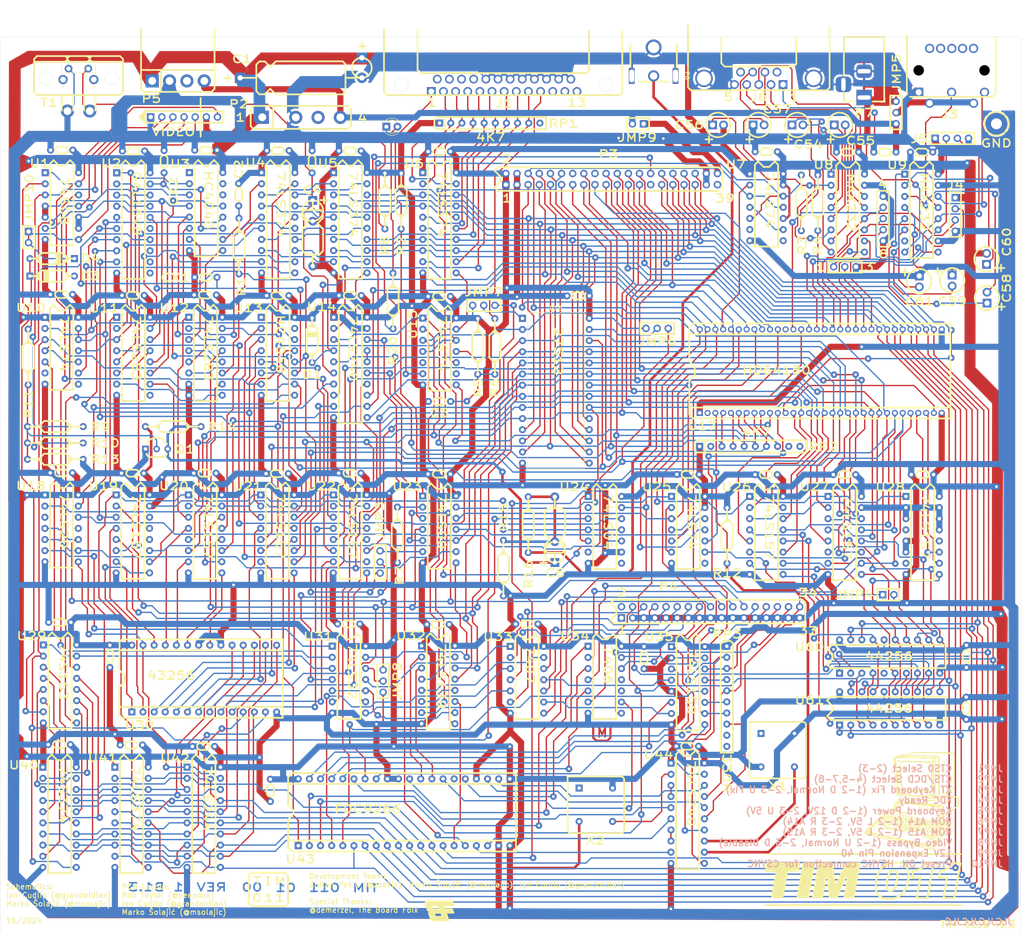
<source format=kicad_pcb>
(kicad_pcb (version 20240108) (generator "pcbnew") (generator_version "8.0")
  (layers (0 "F.Cu" signal) (31 "B.Cu" signal) (34 "B.Paste" user) (35 "F.Paste" user) (36 "B.SilkS" user "B.Silkscreen") (37 "F.SilkS" user "F.Silkscreen") (38 "B.Mask" user) (39 "F.Mask" user) (44 "Edge.Cuts" user))
  (net 0 "")
  (net 1 "GND")
  (net 2 "+5V")
  (net 3 "CLK")
  (net 4 "E")
  (net 5 "~{INT1}")
  (net 6 "RX1")
  (net 7 "/CPU/D2")
  (net 8 "/CPU/D1")
  (net 9 "/CPU/D6")
  (net 10 "~{LIR}")
  (net 11 "~{WAIT}")
  (net 12 "~{TEND0}")
  (net 13 "~{INT0}")
  (net 14 "TX1")
  (net 15 "TXS")
  (net 16 "ST")
  (net 17 "RX0")
  (net 18 "~{DREQ1}")
  (net 19 "/CPU/D7")
  (net 20 "~{BUSACK}")
  (net 21 "~{BUSREQ}")
  (net 22 "~{NMI}")
  (net 25 "~{TEND1}")
  (net 26 "TX0")
  (net 27 "/CPU/D0")
  (net 28 "~{WR}")
  (net 29 "FI")
  (net 30 "~{IOE}")
  (net 31 "~{DREQ0}")
  (net 32 "/CPU/D3")
  (net 33 "~{REF}")
  (net 34 "~{RESET}")
  (net 35 "~{INT2}")
  (net 36 "~{HALT}")
  (net 37 "~{CTS1}")
  (net 38 "~{RD}")
  (net 39 "~{DCD0}")
  (net 40 "/CPU/D5")
  (net 41 "~{ME}")
  (net 42 "/CPU/D4")
  (net 43 "~{RTS0}")
  (net 44 "~{CTS0}")
  (net 48 "Net-(D1-A)")
  (net 49 "J_RTS")
  (net 50 "J_CTS")
  (net 51 "J_RX")
  (net 52 "J_DCD")
  (net 53 "J_TX")
  (net 54 "K_TX")
  (net 55 "+12V")
  (net 56 "K_RX")
  (net 57 "X_CTS")
  (net 58 "X_DCD")
  (net 59 "/Addressing/A1")
  (net 60 "Net-(JMP9-Pin_1)")
  (net 61 "RESET")
  (net 62 "/Addressing/A3")
  (net 63 "/Addressing/A2")
  (net 65 "EXPSEL_O")
  (net 66 "/Addressing/A0")
  (net 67 "EXPSEL_2")
  (net 68 "/Addressing/A4")
  (net 69 "EXPSEL_3")
  (net 71 "Net-(U7A-Q)")
  (net 72 "Net-(R7-Pad2)")
  (net 73 "/RAM/MA6")
  (net 74 "/Addressing/A15")
  (net 75 "/Addressing/A5")
  (net 76 "/Addressing/A12")
  (net 77 "/RAM/MA4")
  (net 78 "/Addressing/A13")
  (net 79 "/RAM/MA5")
  (net 80 "/Addressing/A7")
  (net 81 "/RAM/MA7")
  (net 82 "/Addressing/A6")
  (net 83 "/Addressing/A14")
  (net 84 "/Addressing/A11")
  (net 85 "/Addressing/A9")
  (net 86 "/Addressing/A8")
  (net 87 "/RAM/MA0")
  (net 88 "/Addressing/A10")
  (net 89 "/RAM/MA1")
  (net 90 "/RAM/MA2")
  (net 91 "/RAM/MA3")
  (net 92 "Net-(U7A-~{S})")
  (net 95 "Net-(U8-C1-)")
  (net 96 "Net-(U8-C1+)")
  (net 97 "Net-(U8-C2+)")
  (net 98 "unconnected-(P2-Pin_3-Pad3)")
  (net 99 "Net-(JMP3-Pin_1)")
  (net 100 "IOE")
  (net 101 "Net-(U14-Pad16)")
  (net 102 "Net-(U14-Pad15)")
  (net 103 "/Addressing/A18")
  (net 104 "/Addressing/A17")
  (net 105 "/Addressing/A16")
  (net 106 "Net-(JMP3-Pin_2)")
  (net 107 "Net-(U23-Pad8)")
  (net 108 "Net-(JMP3-Pin_3)")
  (net 109 "Net-(U25B-D)")
  (net 110 "~{CAS}")
  (net 114 "/RAM/MA8")
  (net 116 "Net-(U32B-E)")
  (net 117 "Net-(U32B-O2)")
  (net 118 "SCROLL_O")
  (net 119 "PRINT_O")
  (net 120 "FDCDMA_0")
  (net 121 "FDCSEL_0")
  (net 122 "Net-(U3-~{CP})")
  (net 123 "HRESET")
  (net 124 "~{VSYNC}")
  (net 125 "VID1")
  (net 126 "VID2")
  (net 127 "~{HSYNC}")
  (net 128 "HQ8")
  (net 129 "HQ6")
  (net 130 "Net-(U29-Za)")
  (net 131 "Net-(U29-Zb)")
  (net 134 "Net-(U12-A1)")
  (net 135 "HQ7")
  (net 136 "Net-(U12-A3)")
  (net 137 "Net-(U11-A4)")
  (net 138 "Net-(U2-I03)")
  (net 139 "HQ9")
  (net 140 "Net-(U2-IO2)")
  (net 141 "Net-(U12-A2)")
  (net 143 "Net-(U11-B2)")
  (net 144 "Net-(U4-D2)")
  (net 145 "Net-(U4-D5)")
  (net 146 "Net-(U4-D3)")
  (net 147 "Net-(U4-D7)")
  (net 148 "Net-(U12-B3)")
  (net 149 "Net-(U4-D6)")
  (net 150 "Net-(U11-B4)")
  (net 151 "Net-(U12-B4)")
  (net 152 "Net-(U4-D0)")
  (net 153 "Net-(U4-D4)")
  (net 154 "Net-(U4-D1)")
  (net 155 "Net-(U11-B3)")
  (net 156 "Net-(U12-B1)")
  (net 157 "Net-(U11-B1)")
  (net 158 "Net-(U12-B2)")
  (net 161 "VIDCLK")
  (net 162 "Net-(U10A-Q)")
  (net 163 "VQ6")
  (net 164 "Net-(U11-S3)")
  (net 165 "Net-(U11-S2)")
  (net 167 "Net-(U11-C0)")
  (net 168 "Net-(U11-S4)")
  (net 169 "Net-(U11-S1)")
  (net 170 "Net-(U12-S3)")
  (net 171 "Net-(U12-S2)")
  (net 172 "Net-(U12-S1)")
  (net 173 "Net-(U12-S4)")
  (net 174 "Net-(U13-Q5)")
  (net 175 "VQ8")
  (net 176 "Net-(U13-Q4)")
  (net 178 "VIDCLK2")
  (net 180 "Net-(U13-Q2)")
  (net 181 "VQ4")
  (net 182 "Net-(U13-Q3)")
  (net 183 "Net-(U14-Pad7)")
  (net 184 "Net-(U18-Pad12)")
  (net 185 "Net-(U18-Pad2)")
  (net 186 "Net-(U41-OE)")
  (net 187 "~{VWR}")
  (net 191 "~{VIDCLK}")
  (net 192 "Net-(U29-I0a)")
  (net 193 "Net-(U29-Ea)")
  (net 194 "Net-(U29-I3b)")
  (net 195 "Net-(U29-I0b)")
  (net 196 "Net-(U29-I1a)")
  (net 197 "Net-(U29-I2b)")
  (net 198 "Net-(U29-I2a)")
  (net 199 "Net-(U29-I3a)")
  (net 200 "Net-(U29-I1b)")
  (net 201 "/Video/IO6")
  (net 202 "/Video/IO2")
  (net 203 "/Video/IO5")
  (net 204 "/Video/IO0")
  (net 205 "/Video/IO3")
  (net 206 "/Video/IO1")
  (net 207 "/Video/IO7")
  (net 208 "/Video/IO4")
  (net 209 "Net-(U8-C2-)")
  (net 210 "Net-(U8-VS+)")
  (net 211 "Net-(U8-VS-)")
  (net 212 "Net-(U9-C1+)")
  (net 213 "/Video/VA12")
  (net 214 "/Video/VA14")
  (net 215 "/Video/VA13")
  (net 216 "/Video/VA11")
  (net 217 "/Video/VA10")
  (net 218 "/Video/VA8")
  (net 219 "/Video/VA9")
  (net 220 "/Video/VA5")
  (net 221 "/Video/VA6")
  (net 222 "/Video/VA7")
  (net 223 "/Video/VA4")
  (net 224 "/Video/VA0")
  (net 225 "/Video/VA1")
  (net 226 "/Video/VA3")
  (net 227 "/Video/VA2")
  (net 231 "Net-(U43-TC)")
  (net 232 "Net-(U32A-A1)")
  (net 233 "Net-(U32A-A0)")
  (net 234 "CLK8")
  (net 236 "Net-(U43-INT)")
  (net 237 "fWGATE")
  (net 238 "fDRIVE1")
  (net 239 "fWRITEPROT")
  (net 240 "fREAD")
  (net 241 "fREADY")
  (net 243 "fINDEX")
  (net 244 "fDRIVE0")
  (net 245 "fMOTOR1")
  (net 246 "fDIR")
  (net 247 "fDRIVE2")
  (net 248 "fTRACK0")
  (net 249 "fDRIVE3")
  (net 250 "fSTEP")
  (net 251 "fSIDE1")
  (net 252 "fWDATA")
  (net 253 "Net-(U15B-C)")
  (net 255 "Net-(RP1-R6)")
  (net 257 "Net-(RP1-R2)")
  (net 259 "Net-(J1-Pad10)")
  (net 260 "Net-(RP1-R3)")
  (net 261 "Net-(U15A-~{Q})")
  (net 262 "Net-(RP1-R7)")
  (net 263 "Net-(RP1-R8)")
  (net 264 "Net-(RP1-R4)")
  (net 266 "Net-(RP1-R5)")
  (net 267 "Net-(RP1-R1)")
  (net 271 "fINUSE")
  (net 274 "Net-(RP3-R3)")
  (net 276 "Net-(RP3-R5)")
  (net 280 "Net-(U25A-~{R})")
  (net 281 "Net-(U25A-D)")
  (net 282 "Net-(U32A-O1)")
  (net 283 "Net-(U32A-O2)")
  (net 284 "Net-(U32A-O0)")
  (net 285 "Net-(U32A-O3)")
  (net 286 "Net-(U43-SIDE)")
  (net 287 "Net-(U43-HDL)")
  (net 289 "Net-(U43-WE)")
  (net 291 "Net-(U43-WDOUT)")
  (net 292 "Net-(U43-~{DSKD})")
  (net 293 "Net-(U43-IDX)")
  (net 294 "Net-(U43-RDY)")
  (net 295 "Net-(U44-Pad3)")
  (net 296 "Net-(U35-Zb)")
  (net 297 "Net-(U35-Za)")
  (net 298 "Net-(U35-S)")
  (net 299 "Net-(U35-Zd)")
  (net 300 "Net-(U35-Zc)")
  (net 301 "Net-(U35-I1b)")
  (net 302 "Net-(U35-I1a)")
  (net 304 "Net-(U10B-Q)")
  (net 305 "VQ3")
  (net 310 "Net-(D2-A)")
  (net 311 "Net-(J3-Pin_4)")
  (net 312 "Net-(JMP6-Pin_2)")
  (net 313 "Net-(JMP7-Pin_2)")
  (net 314 "Net-(JMP8-Pin_2)")
  (net 315 "Net-(U9-C1-)")
  (net 316 "Net-(U9-C2-)")
  (net 317 "Net-(U9-C2+)")
  (net 318 "Net-(U9-VS+)")
  (net 319 "Net-(U9-VS-)")
  (net 326 "Net-(X2-OUT)")
  (net 327 "Net-(X1-OUT)")
  (net 330 "Net-(U44-Pad7)")
  (net 332 "VQ5")
  (net 335 "~{CSYNC}")
  (net 337 "VRESET")
  (net 338 "Net-(C6-Pad2)")
  (net 339 "Net-(P8-In)")
  (net 340 "Net-(Q1-B)")
  (net 341 "/Video/OFFSETC")
  (footprint "011TIM:Electrolytic Capacitor Radial" (layer "F.Cu") (at 281.9 53.35 90)
    (property "Reference" "C55")
    (property "Value" "1uF")
  )
  (footprint "011TIM:DIP-14_W7.62mm" (layer "F.Cu") (at 225.72 172.27)
    (property "Reference" "U34")
    (property "Value" "74LS06")
  )
  (footprint "011TIM:MountingHole_M2.5" (layer "F.Cu") (at 257.302 214.122)
    (property "Reference" "H6" (hide yes))
    (property "Value" "MountingHole")
  )
  (footprint "011TIM:DIP-14_W7.62mm" (layer "F.Cu") (at 262.62 64.51)
    (property "Reference" "U7")
    (property "Value" "74LS74")
  )
  (footprint "011TIM:PinHeader_1x03 2.54mm" (layer "F.Cu") (at 281.77 85.7 90)
    (property "Reference" "JMP1" (hide yes))
    (property "Value" "Conn_01x03")
  )
  (footprint "011TIM:DIP-16_W7.62mm" (layer "F.Cu") (at 118.24 97.23)
    (property "Reference" "U11")
    (property "Value" "74LS283")
  )
  (footprint "011TIM:Ceramic Cap 5.08mm" (layer "F.Cu") (at 214.31 167.18 180)
    (property "Reference" "C30" (hide yes))
    (property "Value" "100nF" (hide yes))
  )
  (footprint "011TIM:DIP-16_W7.62mm" (layer "F.Cu") (at 134.61 137.75)
    (property "Reference" "U20")
    (property "Value" "74LS157")
  )
  (footprint "011TIM:DIP-14_W7.62mm" (layer "F.Cu") (at 188 137.98)
    (property "Reference" "U23")
    (property "Value" "74LS00")
  )
  (footprint "011TIM:Electrolytic Capacitor Radial" (layer "F.Cu") (at 254.15 53.35 90)
    (property "Reference" "C56")
    (property "Value" "1uF")
  )
  (footprint "011TIM:Ceramic Cap 5.08mm" (layer "F.Cu") (at 299.28 59.55)
    (property "Reference" "C62" (hide yes))
    (property "Value" "100nF" (hide yes))
  )
  (footprint "011TIM:Ceramic Cap 5.08mm" (layer "F.Cu") (at 173.99 59.27 180)
    (property "Reference" "C40" (hide yes))
    (property "Value" "100nF" (hide yes))
  )
  (footprint "011TIM:TIM_Oscillator_DIP-8" (layer "F.Cu") (at 223.71 204.61 -90)
    (property "Reference" "X2")
    (property "Value" "8MHz")
  )
  (footprint "011TIM:DIP-20_W7.62mm" (layer "F.Cu") (at 118.237 64.262)
    (property "Reference" "U2")
    (property "Value" "GAL16V8")
  )
  (footprint "011TIM:Resistor 12.7mm" (layer "F.Cu") (at 179.32 64.26 180)
    (property "Reference" "R8")
    (property "Value" "56K")
  )
  (footprint "011TIM:Ceramic Cap 5.08mm" (layer "F.Cu") (at 124.61 59.31 180)
    (property "Reference" "C29" (hide yes))
    (property "Value" "100nF" (hide yes))
  )
  (footprint "011TIM:PinHeader_2x20 2.54mm" (layer "F.Cu") (at 206.93 66.98)
    (property "Reference" "P3")
    (property "Value" "EXPAND")
  )
  (footprint "011TIM:Resistor 12.7mm" (layer "F.Cu") (at 206.35 147.99 180)
    (property "Reference" "R15")
    (property "Value" "10K")
  )
  (footprint "011TIM:MountingHole_M2.5" (layer "F.Cu") (at 174.25 46.228)
    (property "Reference" "H2" (hide yes))
    (property "Value" "MountingHole")
  )
  (footprint "011TIM:Ceramic Cap 5.08mm" (layer "F.Cu") (at 286.78 133.12 180)
    (property "Reference" "C51" (hide yes))
    (property "Value" "100nF" (hide yes))
  )
  (footprint "011TIM:PinHeader_1x03 2.54mm" (layer "F.Cu") (at 238.96 99.75 90)
    (property "Reference" "JMP6")
    (property "Value" "ROMA14")
  )
  (footprint "011TIM:Ceramic Cap 5.08mm" (layer "F.Cu") (at 141.1 88.1 180)
    (property "Reference" "CX1")
    (property "Value" "330pF" (hide yes))
  )
  (footprint "011TIM:Electrolytic Capacitor Axial or Radial" (layer "F.Cu") (at 146.31 42.69)
    (property "Reference" "C1")
    (property "Value" "22uF 25V")
  )
  (footprint "011TIM:Resistor 12.7mm" (layer "F.Cu") (at 204.58 110.32)
    (property "Reference" "R6")
    (property "Value" "100R")
  )
  (footprint "011TIM:P2" (layer "F.Cu") (at 151.43 51.6)
    (property "Reference" "P2")
    (property "Value" "POWER")
  )
  (footprint "011TIM:Electrolytic Capacitor Radial" (layer "F.Cu") (at 301.3 87.8)
    (property "Reference" "C61")
    (property "Value" "1uF")
  )
  (footprint "011TIM:PinHeader_1x04_2.54mm" (layer "F.Cu") (at 304.912 56.405 90)
    (property "Reference" "J5")
    (property "Value" "KBD")
  )
  (footprint "Button_Switch_THT:SW_Tactile_SPST_Angled_PTS645Vx58-2LFS" (layer "F.Cu") (at 107.24 40.51)
    (property "Reference" "T2" (hide yes))
    (property "Value" "RESET")
  )
  (footprint "011TIM:DIP-14_W7.62mm" (layer "F.Cu") (at 101.9 64.23)
    (property "Reference" "U1")
    (property "Value" "74LS08")
  )
  (footprint "011TIM:TO-92_Inline_Wide" (layer "F.Cu") (at 124.79 127.26)
    (property "Reference" "Q1")
    (property "Value" "BC557")
  )
  (footprint "011TIM:PinHeader_1x03 2.54mm" (layer "F.Cu") (at 296 53.08 180)
    (property "Reference" "JMP5")
    (property "Value" "KBPWR")
  )
  (footprint "011TIM:PinHeader_1x04_2.54mm" (layer "F.Cu") (at 309.5 69.945)
    (property "Reference" "J4")
    (property "Value" "SERIAL")
  )
  (footprint "011TIM:PinHeader_1x05_2.54mm_Alt" (layer "F.Cu") (at 293.06 69.64)
    (property "Reference" "JMP2" (hide yes))
    (property "Value" "~")
  )
  (footprint "011TIM:tim011logo" (layer "F.Cu") (at 288.570494 225.554507)
    (property "Reference" "G2" (hide yes))
    (property "Value" "TIM011 Logo" (hide yes))
  )
  (footprint "011TIM:Resistor 12.7mm" (layer "F.Cu") (at 124.67 122.25 -90)
    (property "Reference" "R14")
    (property "Value" "220R")
  )
  (footprint "011TIM:MountingHole_M2.5" (layer "F.Cu") (at 308.717 82.405)
    (property "Reference" "H9" (hide yes))
    (property "Value" "MountingHole")
  )
  (footprint "011TIM:DIP-16_W7.62mm" (layer "F.Cu") (at 298.28 138.09)
    (property "Reference" "U28")
    (property "Value" "74LS157")
  )
  (footprint "011TIM:DIP-16_W7.62mm" (layer "F.Cu") (at 101.51 171.97)
    (property "Reference" "U29")
    (property "Value" "74HC153")
  )
  (footprint "011TIM:Resistor 12.7mm" (layer "F.Cu") (at 274.29 64.68 180)
    (property "Reference" "R3")
    (property "Value" "4K7")
  )
  (footprint "011TIM:PinHeader_1x03 2.54mm" (layer "F.Cu") (at 199.42 94.5 90)
    (property "Reference" "JMP7")
    (property "Value" "ROMA15")
  )
  (footprint "011TIM:DIP-20_W7.62mm" (layer "F.Cu") (at 167.71 64.22)
    (property "Reference" "U5")
    (property "Value" "74LS374")
  )
  (footprint "011TIM:DIP-16_W7.62mm" (layer "F.Cu") (at 187.8 172.16)
    (property "Reference" "U32")
    (property "Value" "74LS139")
  )
  (footprint "011TIM:DIP-14_W7.62mm" (layer "F.Cu") (at 188.03 97.3925)
    (property "Reference" "U15")
    (property "Value" "74LS74")
  )
  (footprint "011TIM:PinHeader_1x03 2.54mm" (layer "F.Cu") (at 178.308 155.575 180)
    (property "Reference" "JMP3")
    (property "Value" "XT")
  )
  (footprint "011TIM:DIP-40_W15.24mm_Socket" (layer "F.Cu") (at 159.65 217.74)
    (property "Reference" "U43")
    (property "Value" "FDC9266")
  )
  (footprint "011TIM:MountingHole_M2.5" (layer "F.Cu") (at 100.584 51.943)
    (property "Reference" "H1" (hide yes))
    (property "Value" "MountingHole")
  )
  (footprint "011TIM:PRINTER" (layer "F.Cu") (at 223.2 45.53)
    (property "Reference" "J1")
    (property "Value" "PRINTER")
  )
  (footprint "011TIM:Diode 10.16mm" (layer "F.Cu") (at 162.85 97.26 -90)
    (property "Reference" "D1")
    (property "Value" "1N4148")
  )
  (footprint "011TIM:MountingHole_M2.5" (layer "F.Cu") (at 121.031 127.254)
    (property "Reference" "H4" (hide yes))
    (property "Value" "MountingHole")
  )
  (footprint "011TIM:Resistor 12.7mm" (layer "F.Cu") (at 98.13 112.74)
    (property "Reference" "R11")
    (property "Value" "5K1")
  )
  (footprint "011TIM:Ceramic Cap 5.08mm" (layer "F.Cu") (at 140.88 132.79 180)
    (property "Reference" "C19" (hide yes))
    (property "Value" "100nF" (hide yes))
  )
  (footprint "011TIM:3.96mm Header 4-Pin Edge" (layer "F.Cu") (at 126.319 43.307)
    (property "Reference" "P5")
    (property "Value" "POWER")
  )
  (footprint "011TIM:Ceramic Cap 5.08mm" (layer "F.Cu") (at 312 188.95 90)
    (property "Reference" "C25" (hide yes))
    (property "Value" "100nF" (hide yes))
  )
  (footprint "011TIM:PinHeader_2x17_2.54mm" (layer "F.Cu") (at 233.28 165.81)
    (property "Reference" "P4")
    (property "Value" "DISK")
  )
  (footprint "011TIM:Ceramic Cap 5.08mm" (layer "F.Cu") (at 312.04 177.11 90)
    (property "Reference" "C24" (hide yes))
    (property "Value" "100nF" (hide yes))
  )
  (footprint "011TIM:DIP-16_W7.62mm" (layer "F.Cu") (at 244.79 172.37)
    (property "Reference" "U35")
    (property "Value" "74LS158")
  )
  (footprint "011TIM:DIP-28_W15.24mm_Socket" (layer "F.Cu") (at 121.7 187.27 90)
    (property "Reference" "U30")
    (property "Value" "43256")
  )
  (footprint "011TIM:Electrolytic Capacitor Radial" (layer "F.Cu") (at 316.75 94 180)
    (property "Reference" "C58")
    (property "Value" "1uF")
  )
  (footprint "011TIM:Ceramic Cap 5.08mm" (layer "F.Cu") (at 226.04 92.34 180)
    (property "Reference" "C16" (hide yes))
    (property "Value" "100nF" (hide yes))
  )
  (footprint "011TIM:Resistor 12.7mm" (layer "F.Cu") (at 146.21 87.42)
    (property "Reference" "R1")
    (property "Value" "470R")
  )
  (footprint "011TIM:DIP-16_W7.62mm" (layer "F.Cu") (at 151.23 97.23)
    (property "Reference" "U13")
    (property "Value" "74HC4040")
  )
  (footprint "011TIM:Ceramic Cap 5.08mm" (layer "F.Cu") (at 194.07 167.28 180)
    (property "Reference" "C31" (hide yes))
    (property "Value" "100nF" (hide yes))
  )
  (footprint "011TIM:Electrolytic Capacitor Radial" (layer "F.Cu") (at 316.65 85.15 180)
    (property "Reference" "C60")
    (property "Value" "1uF")
  )
  (footprint "011TIM:Ceramic Cap 5.08mm" (layer "F.Cu") (at 140.97 92.13 180)
    (property "Reference" "C12" (hide yes))
    (property "Value" "100nF" (hide yes))
  )
  (footprint "011TIM:Resistor 12.7mm" (layer "F.Cu") (at 97.77 129.72 -90)
    (property "Reference" "R13")
    (property "Value" "1K")
  )
  (footprint "011TIM:DIP-20_W7.62mm" (layer "F.Cu") (at 117.83 199.84)
    (property "Reference" "U41")
    (property "Value" "74LS374")
  )
  (footprint "011TIM:DIP-16_W7.62mm" (layer "F.Cu") (at 134.7 97.23)
    (property "Reference" "U12")
    (property "Value" "74LS283")
  )
  (footprint "011TIM:Ceramic Cap 5.08mm" (layer "F.Cu") (at 157.38 132.89 180)
    (property "Reference" "C20" (hide yes))
    (property "Value" "100nF" (hide yes))
  )
  (footprint "011TIM:TP1" (layer "F.Cu") (at 106.995 50.17)
    (property "Reference" "T1")
    (property "Value" "RESET")
    (fp_circle (center -4.93 -7.48) (end -3.43 -7.48) (stroke (width 0.05)) (fill none) (layer "Edge.Cuts"))
    (fp_circle (center 10.14 -7.48) (end 11.64 -7.48) (stroke (width 0.05)) (fill none) (layer "Edge.Cuts"))
  )
  (footprint "011TIM:DIP-16_W7.62mm" (layer "F.Cu") (at 281.21 64.58)
    (property "Reference" "U8")
    (property "Value" "MAX232")
  )
  (footprint "011TIM:PinHeader_1x02 2.54mm" (layer "F.Cu") (at 98.12 77.66)
    (property "Reference" "JMP10")
    (property "Value" "C/HSYNC" (hide yes))
  )
  (footprint "011TIM:SERIAL9" (layer "F.Cu") (at 270.235 44.14 180)
    (property "Reference" "J6")
    (property "Value" "RS-232/9")
  )
  (footprint "011TIM:DIP-16_W7.62mm" (layer "F.Cu") (at 298.01 64.58)
    (property "Reference" "U9")
    (property "Value" "MAX232")
  )
  (footprint "011TIM:DIP-20_W7.62mm" (layer "F.Cu") (at 167.74 97.21)
    (property "Reference" "U14")
    (property "Value" "74LS240")
  )
  (footprint "011TIM:DIP-20_W7.62mm" (layer "F.Cu") (at 283.1125 190.23 90)
    (property "Reference" "U61")
    (property "Value" "44256")
  )
  (footprint "011TIM:Ceramic Cap 5.08mm" (layer "F.Cu") (at 268.91 133.12 180)
    (property "Reference" "C52" (hide yes))
    (property "Value" "100nF" (hide yes))
  )
  (footprint "011TIM:BF8" (layer "F.Cu") (at 191.925 232.7)
    (property "Reference" "G1" (hide yes))
    (property "Value" "Board Folk Logo" (hide yes))
  )
  (footprint "011TIM:Ceramic Cap 5.08mm" (layer "F.Cu") (at 194.34 59.42 180)
    (property "Reference" "C41" (hide yes))
    (property "Value" "100nF" (hide yes))
  )
  (footprint "011TIM:DIP-16_W7.62mm" (layer "F.Cu") (at 151.11 137.75)
    (property "Reference" "U21")
    (property "Value" "74LS157")
  )
  (footprint "011TIM:Resistor 12.7mm" (layer "F.Cu") (at 182.335 153.32)
    (property "Reference" "R7")
    (property "Value" "4K7")
  )
  (footprint "011TIM:Ceramic Cap 5.08mm" (layer "F.Cu") (at 157.5 92.29 180)
    (property "Reference" "C13" (hide yes))
    (property "Value" "100nF" (hide yes))
  )
  (footprint "011TIM:Ceramic Cap 5.08mm" (layer "F.Cu") (at 153.28 202.6 -90)
    (property "Reference" "C43" (hide yes))
    (property "Value" "100nF" (hide yes))
  )
  (footprint "011TIM:DIP-20_W7.62mm" (layer "F.Cu") (at 283.1025 178.39 90)
    (property "Reference" "U60")
    (property "Value" "44256")
  )
  (footprint "011TIM:Ceramic Cap 5.08mm" (layer "F.Cu") (at 108.17 92.02 180)
    (property "Reference" "C10" (hide yes))
    (property "Value" "100nF" (hide yes))
  )
  (footprint "011TIM:Ceramic Cap 5.08mm" (layer "F.Cu") (at 173.69 167.18 180)
    (property "Reference" "C32" (hide yes))
    (property "Value" "100nF" (hide yes))
  )
  (footprint "011TIM:MountingHole_M2.5" (layer "F.Cu") (at 320.04 226.822)
    (property "Reference" "H7" (hide yes))
    (property "Value" "MountingHole")
  )
  (footprint "011TIM:Resistor 12.7mm" (layer "F.Cu") (at 97.77 122.25 -90)
    (property "Reference" "R9")
    (property "Value" "2K2")
  )
  (footprint "011TIM:Ceramic Cap 5.08mm" (layer "F.Cu") (at 194.32 133 180)
    (property "Reference" "C22" (hide yes))
    (property "Value" "100nF" (hide yes))
  )
  (footprint "011TIM:Ceramic Cap 5.08mm" (layer "F.Cu") (at 174.02 92.26 180)
    (property "Reference" "C14" (hide yes))
    (property "Value" "100nF" (hide yes))
  )
  (footprint "011TIM:Ceramic Cap 5.08mm" (layer "F.Cu") (at 107.78 166.8 180)
    (property "Reference" "C23" (hide yes))
    (property "Value" "100nF" (hide yes))
  )
  (footprint "011TIM:Ceramic Cap 5.08mm" (layer "F.Cu") (at 129.032 64.262 90)
    (property "Reference" "CX2" (hide yes))
    (property "Value" "330pF" (hide yes))
  )
  (footprint "011TIM:Ceramic Cap 5.08mm" (layer "F.Cu") (at 287.48 59.55 180)
    (property "Reference" "C49" (hide yes))
    (property "Value" "100nF" (hide yes))
  )
  (footprint "011TIM:MountingHole_M2.5" (layer "F.Cu") (at 305.689 159.639)
    (property "Reference" "H8" (hide yes))
    (property "Value" "MountingHole")
  )
  (footprint "011TIM:Ceramic Cap 5.08mm" (layer "F.Cu") (at 251.08 133.07 180)
    (property "Reference" "C53" (hide yes))
    (property "Value" "100nF" (hide yes))
  )
  (footprint "011TIM:Ceramic Cap 5.08mm" (layer "F.Cu") (at 268.94 59.46 180)
    (property "Reference" "C48" (hide yes))
    (property "Value" "100nF" (hide yes))
  )
  (footprint "011TIM:Ceramic Cap 5.08mm" (layer "F.Cu") (at 116.67 172.02 -90)
    (property "Reference" "C42" (hide yes))
    (property "Value" "100nF" (hide yes))
  )
  (footprint "011TIM:Electrolytic Capacitor Axial or Radial Alt" (layer "F.Cu") (at 218.17 153.1 180)
    (property "Reference" "C6")
    (property "Value" "470uF 25v")
  )
  (footprint "011TIM:TIM_Oscillator_DIP-8" (layer "F.Cu") (at 265.2 192.16 -90)
    (property "Reference" "X1")
    (property "Value" "12.288MHz")
  )
  (footprint "Package_DIP:DIP-28_W15.24mm" (layer "F.Cu") (at 210.78 97.47)
    (property "Reference" "U16")
    (property "Value" "27128")
  )
  (footprint "011TIM:TIM_MountingHole_2.5mm_Pad" (layer "F.Cu") (at 318.897 53.086)
    (property "Reference" "H3" (hide yes))
    (property "Value" "GND")
  )
  (footprint "011TIM:DIP-16_W7.62mm" (layer "F.Cu") (at 262.64 138.09)
    (property "Reference" "U26")
    (property "Value" "74LS157")
  )
  (footprint "011TIM:Resistor 12.7mm" (layer "F.Cu") (at 181.34 99.95)
    (property "Reference" "R20")
    (property "Value" "1K")
  )
  (footprint "011TIM:DIP-64_1.78mm Pitch_Socket" (layer "F.Cu") (at 251.24 99.97)
    (property "Reference" "U17")
    (property "Value" "HD64180")
  )
  (footprint "011TIM:MountingHole_M2.5" (layer "F.Cu") (at 113.284 223.012)
    (property "Reference" "H5" (hide yes))
    (property "Value" "MountingHole")
  )
  (footprint "011TIM:DIP-20_W7.62mm" (layer "F.Cu") (at 134.29 199.83)
    (property "Reference" "U42")
    (property "Value" "74LS244")
  )
  (footprint "011TIM:DIP-20_W7.62mm" (layer "F.Cu") (at 244.68 198.91)
    (property "Reference" "U44")
    (property "Value" "74LS240")
  )
  (footprint "011TIM:Resistor 12.7mm" (layer "F.Cu") (at 183.03 64.27 180)
    (property "Reference" "R2")
    (property "Value" "4K7")
  )
  (footprint "LED_THT:LED_D3.0mm" (layer "F.Cu") (at 179.725 53.75)
    (property "Reference" "D2" (hide yes))
    (property "Value" "POWER" (hide yes))
  )
  (footprint "011TIM:Ceramic Cap 5.08mm" (layer "F.Cu") (at 108.15 132.71 180)
    (property "Reference" "C17" (hide yes))
    (property "Value" "100nF" (hide yes))
  )
  (footprint "011TIM:Electrolytic Capacitor Radial" (layer "F.Cu") (at 263.4 53.35 90)
    (property "Reference" "C57")
    (property "Value" "1uF")
  )
  (footprint "011TIM:R_Array_SIP10" (layer "F.Cu") (at 251.21 126.65)
    (property "Reference" "RP2")
    (property "Value" "4K7")
  )
  (footprint "011TIM:Ceramic Cap 5.08mm" (layer "F.Cu") (at 296 59.55 180)
    (property "Reference" "C8" (hide yes))
    (property "Value" "100nF" (hide yes))
  )
  (footprint "011TIM:R_Array_SIP10" (layer "F.Cu") (at 257.41 172.26 -90)
    (property "Reference" "RP3")
    (property "Value" "330R")
  )
  (footprint "011TIM:Electrolytic Capacitor Radial" (layer "F.Cu") (at 308.8 87.6)
    (property "Reference" "C59")
    (property "Value" "1uF")
  )
  (footprint "011TIM:PinHeader_1x02 2.54mm" (layer "F.Cu") (at 292.96 160.5 90)
    (property "Reference" "JMP4")
    (property "Value" "FDC Ready")
  )
  (footprint "011TIM:DIP-14_W7.62mm" (layer "F.Cu") (at 244.76 138.08)
    (property "Reference" "U25")
    (property "Value" "74LS74")
  )
  (footprint "011TIM:Ceramic Cap 5.08mm" (layer "F.Cu") (at 194.4 116.425 180)
    (property "Reference" "C5")
    (property "Value" "2n2" (hide yes))
  )
  (footprint "011TIM:DIP-16_W7.62mm" (layer "F.Cu") (at 134.84 64.22)
    (property "Reference" "U3")
    (property "Value" "74HC4040")
  )
  (footprint "011TIM:Ceramic Cap 5.08mm" (layer "F.Cu") (at 173.94 132.78 180)
    (property "Reference" "C21" (hide yes))
    (property "Value" "100nF" (hide yes))
  )
  (footprint "011TIM:DIP-20_W7.62mm" (layer "F.Cu") (at 101.4 199.84)
    (property "Reference" "U40")
    (property "Value" "74LS374")
  )
  (footprint "011TIM:tim011_picture" (layer "F.Cu") (at 299.428022 207.574674)
    (property "Reference" "G3" (hide yes))
    (property "Value" "TIM011 Picture" (hide yes))
  )
  (footprint "011TIM:PinHeader_1x07 2.54mm VIDEO" (layer "F.Cu") (at 125.97 51.52)
    (property "Reference" "P1" (hide yes))
    (property "Value" "VIDEO")
  )
  (footprint "011TIM:PinHeader_1x02 2.54mm" (layer "F.Cu") (at 238.405 53.1 -90)
    (property "Reference" "JMP9")
    (property "Value" "12VEXP")
  )
  (footprint "011TIM:Ceramic Cap 5.08mm" (layer "F.Cu") (at 108.22 59.09 180)
    (property "Reference" "C28" (hide yes))
    (property "Value" "100nF" (hide yes))
  )
  (footprint "011TIM:DIP-16_W7.62mm" (layer "F.Cu") (at 118.13 137.75)
    (property "Reference" "U19")
    (property "Value" "74LS157")
  )
  (footprint "011TIM:DIP-14_W7.62mm" (layer "F.Cu") (at 207.99 172.28)
    (property "Reference" "U33")
    (property "Value" "74LS07")
  )
  (footprint "011TIM:DIP-14_W7.62mm" (layer "F.Cu") (at 101.85 97.23)
    (property "Reference" "U10")
    (property "Value" "74LS74")
  )
  (footprint "011TIM:Ceramic Cap 5.08mm" (layer "F.Cu") (at 250.96 195.07 180)
    (property "Reference" "C36" (hide yes))
    (property "Value" "100nF" (hide yes))
  )
  (footprint "011TIM:DIP-20_W7.62mm" (layer "F.Cu") (at 151.28 64.22)
    (property "Reference" "U4")
    (property "Value" "74LS374")
  )
  (footprint "011TIM:PinHeader_1x03 2.54mm" (layer "F.Cu") (at 179 177.67)
    (property "Reference" "JMP8")
    (property "Value" "NOVID")
  )
  (footprint "011TIM:TIM_BarrelJack_Horizontal" (layer "F.Cu") (at 288.7 47.1 -90)
    (property "Reference" "P7")
    (property "Value" "5V Jack" (hide yes))
  )
  (footprint "011TIM:Ceramic Cap 5.08mm" (layer "F.Cu") (at 304.55 133.1 180)
    (property "Reference" "C50" (hide yes))
    (property "Value" "100nF" (hide yes))
  )
  (footprint "011TIM:Ceramic Cap 5.08mm" (layer "F.Cu") (at 124.4 132.79 180)
    (property "Reference" "C18" (hide yes))
    (property "Value" "100nF" (hide yes))
  )
  (footprint "011TIM:Ceramic Cap 5.08mm" (layer "F.Cu") (at 146.05 71.8 90)
    (property "Reference" "C2")
    (property "Value" "1nF" (hide yes))
  )
  (footprint "011TIM:Ceramic Cap 5.08mm" (layer "F.Cu") (at 124.11 194.78 180)
    (property "Reference" "C34" (hide yes))
    (property "Value" "100nF" (hide yes))
  )
  (footprint "011TIM:Ceramic Cap 5.08mm" (layer "F.Cu") (at 124.51 92.23 180)
    (property "Reference" "C11" (hide yes))
    (property "Value" "100nF" (hide yes))
  )
  (footprint "011TIM:Ceramic Cap 5.08mm" (layer "F.Cu") (at 162.8 64.3 90)
    (property "Reference" "C3" (hide yes))
    (property "Value" "100nF" (hide yes))
  )
  (footprint "011TIM:Diode 10.16mm" (layer "F.Cu") (at 108.72 83.89 180)
    (property "Reference" "D4")
    (property "Value" "1N4148" (hide yes))
  )
  (footprint "011TIM:Resistor 12.7mm" (layer "F.Cu") (at 212.01 138.08 180)
    (property "Reference" "R16")
    (property "Value" "68R")
  )
  (footprint "011TIM:Electrolytic Capacitor Radial" (layer "F.Cu") (at 272.25 53.35 90)
    (property "Reference" "C54")
    (property "Value" "1uF")
  )
  (footprint "011TIM:Resistor 12.7mm" (layer "F.Cu") (at 278.07 64.67 180)
    (property "Reference" "R4")
    (property "Value" "4K7")
  )
  (footprint "011TIM:R_Array_SIP10" (layer "F.Cu") (at 191.9 52.91)
    (property "Reference" "RP1")
    (property "Value" "4K7")
  )
  (footprint "011TIM:Resistor 12.7mm" (layer "F.Cu") (at 257.36 140.57 180)
    (property "Reference" "R12")
    (property "Value" "470R")
  )
  (footprint "011TIM:Diode 10.16mm" (layer "F.Cu") (at 98.3 87.78)
    (property "Reference" "D3")
    (property "Value" "1N4148" (hide yes))
  )
  (footprint "011TIM:KEYBOARD2" (layer "F.Cu") (at 301.165 45.905)
    (property "Reference" "J3")
    (property "Value" "TASTATURA")
  )
  (footprint "011TIM:DIP-14_W7.62mm" (layer "F.Cu") (at 225.75 138.08)
    (property "Reference" "U24")
    (property "Value" "74LS04")
  )
  (footprint "011TIM:RCA2" (layer "F.Cu") (at 240.7 42.16)
    (property "Reference" "P8")
    (property "Value" "Composite")
  )
  (footprint "011TIM:Ceramic Cap 5.08mm" (layer "F.Cu") (at 140.57 195.11 180)
    (property "Reference" "C33" (hide yes))
    (property "Value" "100nF" (hide yes))
  )
  (footprint "011TIM:DIP-14_W7.62mm" (layer "F.Cu") (at 167.37 172.23)
    (property "Reference" "U31")
    (property "Value" "74LS32")
  )
  (footprint "011TIM:Ceramic Cap 5.08mm" (layer "F.Cu") (at 238.5 172.32 -90)
    (property "Reference" "C44" (hide yes))
    (property "Value" "100nF" (hide yes))
  )
  (footprint "011TIM:DIP-16_W7.62mm" (layer "F.Cu") (at 280.51 138.09)
    (property "Reference" "U27")
    (property "Value" "74LS157")
  )
  (footprint "011TIM:DIP-16_W7.62mm" (layer "F.Cu") (at 167.67 137.75)
    (property "Reference" "U22")
    (property "Value" "74LS157")
  )
  (footprint "011TIM:DIP-20_W7.62mm" (layer "F.Cu") (at 188.06 64.22)
    (property "Reference" "U6")
    (property "Value" "74LS374")
  )
  (footprint "011TIM:Ceramic Cap 5.08mm" (layer "F.Cu") (at 194.35 92.46 180)
    (property "Reference" "C15" (hide yes))
    (property "Value" "100nF" (hide yes))
  )
  (footprint "011TIM:Ceramic Cap 5.08mm" (layer "F.Cu") (at 141.11 59.11 180)
    (property "Reference" "C38" (hide yes))
    (property "Value" "100nF" (hide yes))
  )
  (footprint "011TIM:Ceramic Cap 5.08mm" (layer "F.Cu") (at 107.68 194.69 180)
    (property "Reference" "C35" (hide yes))
    (property "Value" "100nF" (hide yes))
  )
  (footprint "011TIM:Resistor 12.7mm" (layer "F.Cu") (at 200.5 97.42 180)
    (property "Reference" "R5")
    (property "Value" "4K7")
  )
  (footprint "011TIM:MountingHole_M2.5" (layer "F.Cu") (at 235.331 120.904)
    (property "Reference" "H10" (hide yes))
    (property "Value" "MountingHole")
  )
  (footprint "011TIM:DIP-14_W7.62mm" (layer "F.Cu") (at 101.83 137.75)
    (property "Reference" "U18")
    (property "Value" "74LS20")
  )
  (footprint "011TIM:Electrolytic Capacitor Axial or Radial Alt" (layer "F.Cu") (at 162.93 70.62)
    (property "Reference" "C4")
    (property "Value" "10uF")
  )
  (footprint "011TIM:Resistor 12.7mm" (layer "F.Cu") (at 97.77 125.99 -90)
    (property "Reference" "R10")
    (property "Value" "1K5")
  )
  (footprint "011TIM:Ceramic Cap 5.08mm" (layer "F.Cu") (at 157.56 59.21 180)
    (property "Reference" "C39" (hide yes))
    (property "Value" "100nF" (hide yes))
  )
  (gr_line (start 227.65 193.83) (end 226.92 193.1) (stroke (width 0.5)) (layer "F.Cu"))
  (gr_line (start 228.89 193.83) (end 227.65 193.83) (stroke (width 0.5)) (layer "F.Cu"))
  (gr_line (start 228.89 193.83) (end 230.13 193.83) (stroke (width 0.5)) (layer "F.Cu"))
  (gr_line (start 230.13 193.83) (end 230.86 193.1) (stroke (width 0.5)) (layer "F.Cu"))
  (gr_line (start 230.86 190.76) (end 230.16 190.06) (stroke (width 0.5)) (layer "F.Cu"))
  (gr_line (start 226.92 193.1) (end 226.92 190.76) (stroke (width 0.5)) (layer "F.Cu"))
  (gr_line (start 227.62 190.06) (end 230.16 190.06) (stroke (width 0.5)) (layer "F.Cu"))
  (gr_line (start 230.86 193.1) (end 230.86 190.76) (stroke (width 0.5)) (layer "F.Cu"))
  (gr_line (start 226.92 190.76) (end 227.62 190.06) (stroke (width 0.5)) (layer "F.Cu"))
  (gr_line (start 149.89 223.92) (end 156.58 223.92) (stroke (width 0.4)) (layer "F.SilkS"))
  (gr_line (start 152.325 226.65) (end 153.055 226.65) (stroke (width 0.35)) (layer "F.SilkS"))
  (gr_line (start 186.85 40.77) (end 187.6 41.52) (stroke (width 0.4)) (layer "F.SilkS"))
  (gr_line (start 157.31 230.96) (end 156.66 231.61) (stroke (width 0.4)) (layer "F.SilkS"))
  (gr_line (start 225.35 41.52) (end 225.96 40.91) (stroke (width 0.4)) (layer "F.SilkS"))
  (gr_line (start 186.85 31.73) (end 186.85 40.77) (stroke (width 0.4)) (layer "F.SilkS"))
  (gr_line (start 179.85 46.54) (end 232.95 46.54) (stroke (width 0.4)) (layer "F.SilkS"))
  (gr_line (start 149.89 223.92) (end 149.89 223.92) (stroke (width 0.4)) (layer "F.SilkS"))
  (gr_line (start 298.46 46.18) (end 298.46 32.91) (stroke (width 0.4)) (layer "F.SilkS"))
  (gr_line (start 299.22 46.94) (end 317.96 46.94) (stroke (width 0.4)) (layer "F.SilkS"))
  (gr_line (start 152.345 224.82) (end 153.075 224.82) (stroke (width 0.35)) (layer "F.SilkS"))
  (gr_line (start 318.71 46.19) (end 318.71 33.26) (stroke (width 0.4)) (layer "F.SilkS"))
  (gr_line (start 225.96 40.91) (end 225.96 31.94) (stroke (width 0.4)) (layer "F.SilkS"))
  (gr_line (start 149.07 231.61) (end 148.34 230.88) (stroke (width 0.4)) (layer "F.SilkS"))
  (gr_line (start 179.19 45.88) (end 179.85 46.54) (stroke (width 0.4)) (layer "F.SilkS"))
  (gr_line (start 98.34 78.96) (end 99.45 78.96) (stroke (width 0.1)) (layer "F.SilkS"))
  (gr_line (start 317.96 46.94) (end 318.71 46.19) (stroke (width 0.4)) (layer "F.SilkS"))
  (gr_line (start 148.34 224.51) (end 148.93 223.92) (stroke (width 0.4)) (layer "F.SilkS"))
  (gr_line (start 156.66 231.61) (end 149.07 231.61) (stroke (width 0.4)) (layer "F.SilkS"))
  (gr_line (start 232.95 46.54) (end 233.55 45.94) (stroke (width 0.4)) (layer "F.SilkS"))
  (gr_line (start 156.58 223.92) (end 157.31 224.65) (stroke (width 0.4)) (layer "F.SilkS"))
  (gr_line (start 187.6 41.52) (end 225.35 41.52) (stroke (width 0.4)) (layer "F.SilkS"))
  (gr_line (start 148.93 223.92) (end 149.89 223.92) (stroke (width 0.4)) (layer "F.SilkS"))
  (gr_line (start 233.55 45.94) (end 233.55 32) (stroke (width 0.4)) (layer "F.SilkS"))
  (gr_line (start 157.31 224.65) (end 157.31 230.96) (stroke (width 0.4)) (layer "F.SilkS"))
  (gr_line (start 179.19 31.74) (end 179.19 45.88) (stroke (width 0.4)) (layer "F.SilkS"))
  (gr_line (start 96.79 78.96) (end 97.9 78.96) (stroke (width 0.1)) (layer "F.SilkS"))
  (gr_line (start 148.34 230.88) (end 148.34 224.51) (stroke (width 0.4)) (layer "F.SilkS"))
  (gr_line (start 324.42 33.89) (end 324.42 236.83) (stroke (width 0.05)) (layer "Edge.Cuts"))
  (gr_arc (start 91.629999 33.889999) (mid 91.817451 33.437451) (end 92.269999 33.249999) (stroke (width 0.05)) (layer "Edge.Cuts"))
  (gr_line (start 323.78 237.47) (end 92.272548 237.467452) (stroke (width 0.05)) (layer "Edge.Cuts"))
  (gr_line (start 92.269999 33.249999) (end 323.78 33.25) (stroke (width 0.05)) (layer "Edge.Cuts"))
  (gr_arc (start 324.42 236.83) (mid 324.232548 237.282548) (end 323.78 237.47) (stroke (width 0.05)) (layer "Edge.Cuts"))
  (gr_arc (start 323.78 33.25) (mid 324.232548 33.437452) (end 324.42 33.89) (stroke (width 0.05)) (layer "Edge.Cuts"))
  (gr_circle (center 229.825076 44.19) (end 231.425076 44.19) (stroke (width 0.05)) (fill none) (layer "Edge.Cuts"))
  (gr_arc (start 92.272548 237.467452) (mid 91.82 237.28) (end 91.632548 236.827452) (stroke (width 0.05)) (layer "Edge.Cuts"))
  (gr_line (start 91.632548 236.827452) (end 91.629999 33.889999) (stroke (width 0.05)) (layer "Edge.Cuts"))
  (gr_circle (center 183.165076 44.19) (end 184.765076 44.19) (stroke (width 0.05)) (fill none) (layer "Edge.Cuts"))
  (gr_text "M" (at 227.56 193.18 0) (layer "F.Cu") (effects (font (size 2 2) (thickness 0.4) (bold yes)) (justify left bottom)))
  (gr_text "01" (at 159.39 228.41 0) (layer "B.Cu") (effects (font (size 1.8 2.5) (thickness 0.36) (bold yes)) (justify left bottom mirror)))
  (gr_text "REV" (at 143.55 228.29 0) (layer "B.Cu") (effects (font (size 1.8 2.5) (thickness 0.36) (bold yes)) (justify left bottom mirror)))
  (gr_text "1 B1.3" (at 133.7 228.26 0) (layer "B.Cu") (effects (font (size 1.8 2.5) (thickness 0.36) (bold yes)) (justify left bottom mirror)))
  (gr_text "011" (at 169.42 228.42 0) (layer "B.Cu") (effects (font (size 1.8 2.5) (thickness 0.36) (bold yes)) (justify left bottom mirror)))
  (gr_text "00" (at 151.7 228.31 0) (layer "B.Cu") (effects (font (size 1.8 2.5) (thickness 0.36) (bold yes)) (justify left bottom mirror)))
  (gr_text "TIM" (at 178.2 228.47 0) (layer "B.Cu") (effects (font (size 1.8 2.5) (thickness 0.36) (bold yes)) (justify left bottom mirror)))
  (gr_text "JLCJLCJLCJLC" (at 322.75 236 0) (layer "B.SilkS") (effects (font (size 1.5 1.5) (thickness 0.3) (bold yes)) (justify left bottom mirror)))
  (gr_text "JMP1	CTS0 Select (2-3)\nJMP2	CTS/DCD Select (4-5,7-8)\nJMP3	XT Keyboard Fix (1-2 D Normal, 2-3 U Fix)\nJMP4	FDC Ready\nJMP5	Keyboard Power (1-2 D 12V, 2-3 U 5V)\nJMP6	ROM A14 (1-2 L 5V, 2-3 R A14)\nJMP7	ROM A15 (1-2 L 5V, 2-3 R A15)\nJMP8	Video Bypass (1-2 U Normal, 2-3 D Disable)\nJMP9	12V Expansion Pin 40\nJMP10	Preset ON. HSYNC connection for CSYNC" (at 320.58 222.77 0) (layer "B.SilkS") (effects (font (size 1.5 1.5) (thickness 0.3) (bold yes)) (justify left bottom mirror)))
  (gr_text "2" (at 232.15 161.05 0) (layer "F.SilkS") (effects (font (size 1.8 2.3) (thickness 0.36) (bold yes)) (justify left bottom)))
  (gr_text "1" (at 188.77 49.32 0) (layer "F.SilkS") (effects (font (size 1.8 2.3) (thickness 0.36) (bold yes)) (justify left bottom)))
  (gr_text "44256" (at 288.7 175.63 0) (layer "F.SilkS") (effects (font (size 1.8 2.3) (thickness 0.36) (bold yes)) (justify left bottom)))
  (gr_text "74LS157" (at 154.49 137.14 270) (layer "F.SilkS") (effects (font (size 1.8 2.3) (thickness 0.36) (bold yes)) (justify left bottom)))
  (gr_text "0" (at 148.86 230.77 0) (layer "F.SilkS") (effects (font (size 1.8 2.3) (thickness 0.36) (bold yes)) (justify left bottom)))
  (gr_text "1" (at 232.2 169.69 0) (layer "F.SilkS") (effects (font (size 1.8 2.3) (thickness 0.36) (bold yes)) (justify left bottom)))
  (gr_text "74LS157" (at 121.55 137.17 270) (layer "F.SilkS") (effects (font (size 1.8 2.3) (thickness 0.36) (bold yes)) (justify left bottom)))
  (gr_text "74LS374" (at 191.38 63.66 270) (layer "F.SilkS") (effects (font (size 1.8 2.3) (thickness 0.36) (bold yes)) (justify left bottom)))
  (gr_text "74LS283" (at 138.02 96.6 270) (layer "F.SilkS") (effects (font (size 1.8 2.3) (thickness 0.36) (bold yes)) (justify left bottom)))
  (gr_text "44256" (at 288.65 187.5 0) (layer "F.SilkS") (effects (font (size 1.8 2.3) (thickness 0.36) (bold yes)) (justify left bottom)))
  (gr_text "TIM-011B v1.3\n" (at 323.4 236.55 0) (layer "F.SilkS") (effects (font (size 1.5 1.5) (thickness 0.3) (bold yes)) (justify right bottom)))
  (gr_text "Development Team: \nZoltan Pekic (@zpekic), Marko Šolajić (@msolajic), Ian Cudlip (@grandoldian)\n\nSpecial Thanks: \n@demerzel, The Board Folk\n" (at 162 224 0) (layer "F.SilkS") (effects (font (size 1.2 1.2) (thickness 0.2) (bold yes)) (justify left top)))
  (gr_text "74LS04" (at 229.22 137.25 270) (layer "F.SilkS") (effects (font (size 1.8 2.3) (thickness 0.36) (bold yes)) (justify left bottom)))
  (gr_text "34" (at 273.51 161.11 0) (layer "F.SilkS") (effects (font (size 1.8 2.3) (thickness 0.36) (bold yes)) (justify left bottom)))
  (gr_text "2" (at 205.78 62.2 0) (layer "F.SilkS") (effects (font (size 1.8 2.3) (thickness 0.36) (bold yes)) (justify left bottom)))
  (gr_text "74S153" (at 104.98 171.28 270) (layer "F.SilkS") (effects (font (size 1.8 2.3) (thickness 0.36) (bold yes)) (justify left bottom)))
  (gr_text "74LS157" (at 283.74 137.25 270) (layer "F.SilkS") (effects (font (size 1.8 2.3) (thickness 0.36) (bold yes)) (justify left bottom)))
  (gr_text "4K7" (at 260.57 124.48 0) (layer "F.SilkS") (effects (font (size 1.8 2.3) (thickness 0.36) (bold yes)) (justify left bottom)))
  (gr_text "74LS74" (at 105.15 96.61 270) (layer "F.SilkS") (effects (font (size 1.8 2.3) (thickness 0.36) (bold yes)) (justify left bottom)))
  (gr_text "13" (at 220.74 49.32 0) (layer "F.SilkS") (effects (font (size 1.8 2.3) (thickness 0.36) (bold yes)) (justify left bottom)))
  (gr_text "74LS00" (at 191.27 137.13 270) (layer "F.SilkS") (effects (font (size 1.8 2.3) (thickness 0.36) (bold yes)) (justify left bottom)))
  (gr_text "4K7" (at 199.92 57.21 0) (layer "F.SilkS") (effects (font (size 1.8 2.3) (thickness 0.36) (bold yes)) (justify left bottom)))
  (gr_text "74LS240" (at 248.18 198.13 270) (layer "F.SilkS") (effects (font (size 1.8 2.3) (thickness 0.36) (bold yes)) (justify left bottom)))
  (gr_text "74LS20" (at 105.05 136.97 270) (layer "F.SilkS") (effects (font (size 1.8 2.3) (thickness 0.36) (bold yes)) (justify left bottom)))
  (gr_text "74LS157" (at 265.99 137.3 270) (layer "F.SilkS") (effects (font (size 1.8 2.3) (thickness 0.36) (bold yes)) (justify left bottom)))
  (gr_text "74LS32" (at 170.9 171.37 270) (layer "F.SilkS") (effects (font (size 1.8 2.3) (thickness 0.36) (bold yes)) (justify left bottom)))
  (gr_text "7406" (at 229.21 171.89 270) (layer "F.SilkS") (effects (font (size 1.8 2.3) (thickness 0.36) (bold yes)) (justify left bottom)))
  (gr_text "1" (at 205.91 71.15 0) (layer "F.SilkS") (effects (font (size 1.8 2.3) (thickness 0.36) (bold yes)) (justify left bottom)))
  (gr_text "MAX232" (at 301.4 64 270) (layer "F.SilkS") (effects (font (size 1.8 2.3) (thickness 0.36) (bold yes)) (justify left bottom)))
  (gr_text "74LS157" (at 170.97 137.18 270) (layer "F.SilkS") (effects (font (size 1.8 2.3) (thickness 0.36) (bold yes)) (justify left bottom)))
  (gr_text "FDC9266" (at 167.58 210.47 0) (layer "F.SilkS") (effects (font (size 1.8 2.3) (thickness 0.36) (bold yes)) (justify left bottom)))
  (gr_text "HC4040" (at 154.48 96.42 270) (layer "F.SilkS") (effects (font (size 1.8 2.3) (thickness 0.36) (bold yes)) (justify left bottom)))
  (gr_text "MAX232" (at 284.65 64.1 270) (layer "F.SilkS") (effects (font (size 1.8 2.3) (thickness 0.36) (bold yes)) (justify left bottom)))
  (gr_text "74S08" (at 105.17 64.98 270) (layer "F.SilkS") (effects (font (size 1.8 2.3) (thickness 0.36) (bold yes)) (justify left bottom)))
  (gr_text "1" (at 154.12 230.72 0) (layer "F.SilkS") (effects (font (size 1.8 2.3) (thickness 0.36) (bold yes)) (justify left bottom)))
  (gr_text "1" (at 277.55 86.85 0) (layer "F.SilkS") (effects (font (size 1.8 2.3) (thickness 0.36) (bold yes)) (justify left bottom)))
  (gr_text "4" (at 291.59 67.92 0) (layer "F.SilkS") (effects (font (size 1.8 2.3) (thickness 0.36) (bold yes)) (justify left bottom)))
  (gr_text "1" (at 151.57 230.72 0) (layer "F.SilkS") (effects (font (size 1.8 2.3) (thickness 0.36) (bold yes)) (justify left bottom)))
  (gr_text "I" (at 151.96 226.86 0) (layer "F.SilkS") (effects (font (size 1.8 2.3) (thickness 0.36) (bold yes)) (justify left bottom)))
  (gr_text "7407" (at 211.41 171.82 -90) (layer "F.SilkS") (effects (font (size 1.8 2.3) (thickness 0.36) (bold yes)) (justify left bottom)))
  (gr_text "43256" (at 124.93 179.99 0) (layer "F.SilkS") (effects (font (size 1.8 2.3) (thickness 0.36) (bold yes)) (justify left bottom)))
  (gr_text "330R" (at 256.29 196.57 270) (layer "F.SilkS") (effects (font (size 1.8 2.3) (thickness 0.36) (bold yes)) (justify left bottom)))
  (gr_text "4" (at 172.91 52.89 0) (layer "F.SilkS") (effects (font (size 1.8 2.3) (thickness 0.36) (bold yes)) (justify left bottom)))
  (gr_text "74LS157" (at 137.97 137.16 270) (layer "F.SilkS") (effects (font (size 1.8 2.3) (thickness 0.36) (bold yes)) (justify left bottom)))
  (gr_text "GAL16V8" (at 121.68 63.7 270) (layer "F.SilkS") (effects (font (size 1.8 2.3) (thickness 0.36) (bold yes)) (justify left bottom)))
  (gr_text "74LS157" (at 301.52 137.21 270) (layer "F.SilkS") (effects (font (size 1.8 2.3) (thickness 0.36) (bold yes)) (justify left bottom)))
  (gr_text "39" (at 254.5 71.15 0) (layer "F.SilkS") (effects (font (size 1.8 2.3) (thickness 0.36) (bold yes)) (justify left bottom)))
  (gr_text "Schematics: \nIan Cudlip (@grandoldian)\nMarko Šolajić (@msolajic)\n\n10/2024" (at 92.86 226.41 0) (layer "F.SilkS") (effects (font (size 1.2 1.2) (thickness 0.2) (bold yes)) (justify left top)))
  (gr_text "27512" (at 217.91 99.21 270) (layer "F.SilkS") (effects (font (size 1.8 2.3) (thickness 0.36) (bold yes)) (justify left bottom)))
  (gr_text "74LS374" (at 154.58 63.78 270) (layer "F.SilkS") (effects (font (size 1.8 2.3) (thickness 0.36) (bold yes)) (justify left bottom)))
  (gr_text "74LS158" (at 248.24 172.62 270) (layer "F.SilkS") (effects (font (size 1.8 2.3) (thickness 0.36) (bold yes)) (justify left bottom)))
  (gr_text "1" (at 145.08 52.72 0) (layer "F.SilkS") (effects (font (size 1.8 2.3) (thickness 0.36) (bold yes)) (justify left bottom)))
  (gr_text "74LS283" (at 121.61 96.59 270) (layer "F.SilkS") (effects (font (size 1.8 2.3) (thickness 0.36) (bold yes)) (justify left bottom)))
  (gr_text "T" (at 149.23 226.92 0) (layer "F.SilkS") (effects (font (size 1.8 2.3) (thickness 0.36) (bold yes)) (justify left bottom)))
  (gr_text "74LS139" (at 191.2 171.37 270) (layer "F.SilkS") (effects (font (size 1.8 2.3) (thickness 0.36) (bold yes)) (justify left bottom)))
  (gr_text "74LS374" (at 171.1 63.73 270) (layer "F.SilkS") (effects (font (size 1.8 2.3) (thickness 0.36) (bold yes)) (justify left bottom)))
  (gr_text "74LS374" (at 121.41 199.29 270) (layer "F.SilkS") (effects (font (size 1.8 2.3) (thickness 0.36) (bold yes)) (justify left bottom)))
  (gr_text "3" (at 288.53 86.85 0) (layer "F.SilkS") (effects (font (size 1.8 2.3) (thickness 0.36) (bold yes)) (justify left bottom)))
  (gr_text "74LS74" (at 191.38 96.57 270) (layer "F.SilkS") (effects (font (size 1.8 2.3) (thickness 0.36) (bold yes)) (justify left bottom)))
  (gr_text "M" (at 153.95 226.87 0) (layer "F.SilkS") (effects (font (size 1.8 2.3) (thickness 0.36) (bold yes)) (justify left bottom)))
  (gr_text "74LS240" (at 171.03 96.63 270) (layer "F.SilkS") (effects (font (size 1.8 2.3) (thickness 0.36) (bold yes)) (justify left bottom)))
  (gr_text "CX2" (at 131.2 68.6 90) (layer "F.SilkS") (effects (font (size 1.8 2.3) (thickness 0.36) (bold yes))))
  (gr_text "74LS244" (at 137.85 199.29 270) (layer "F.SilkS") (effects (font (size 1.8 2.3) (thickness 0.36) (bold yes)) (justify left bottom)))
  (gr_text "8" (at 291.81 83.88 0) (layer "F.SilkS") (effects (font (size 1.8 2.3) (thickness 0.36) (bold yes)) (justify left bottom)))
  (gr_text "PCB Layout: \nRob Taylor (@peepouk)\nIan Cudlip (@grandoldian)\nMarko Šolajić (@msolajic)" (at 119.23 226.41 0) (layer "F.SilkS") (effects (font (size 1.2 1.2) (thickness 0.2) (bold yes)) (justify left top)))
  (gr_text "74S374" (at 104.89 199.28 270) (layer "F.SilkS") (effects (font (size 1.8 2.3) (thickness 0.36) (bold yes)) (justify left bottom)))
  (gr_text "33" (at 273.5 169.86 0) (layer "F.SilkS") (effects (font (size 1.8 2.3) (thickness 0.36) (bold yes)) (justify left bottom)))
  (gr_text "HD64180" (at 260.63 110.37 0) (layer "F.SilkS") (effects (font (size 1.8 2.3) (thickness 0.36) (bold yes)) (justify left bottom)))
  (gr_text "74LS74" (at 248.31 137.28 270) (layer "F.SilkS") (effects (font (size 1.8 2.3) (thickness 0.36) (bold yes)) (justify left bottom)))
  (gr_text "HC4040" (at 138.06 63.5 270) (layer "F.SilkS") (effects (font (size 1.8 2.3) (thickness 0.36) (bold yes)) (justify left bottom)))
  (gr_text "74LS74" (at 266.04 63.89 270) (layer "F.SilkS") (effects (font (size 1.8 2.3) (thickness 0.36) (bold yes)) (justify left bottom)))
  (segment (start 242.92 56.46) (end 232.74 56.46) (width 1.4) (layer "F.Cu") (net 1))
  (segment (start 151.19 131.78) (end 151.19 115.02) (width 1.4) (layer "F.Cu") (net 1))
  (segment (start 247.19 188.2) (end 245.24 190.15) (width 1.4) (layer "F.Cu") (net 1))
  (segment (start 101.89 79.48) (end 101.89 90.82) (width 1.4) (layer "F.Cu") (net 1))
  (segment (start 244.14 182.53) (end 244.76 182.53) (width 1.4) (layer "F.Cu") (net 1))
  (segment (start 209.54 67.54) (end 209.54 92.56) (width 1.4) (layer "F.Cu") (net 1))
  (segment (start 188.99 167.28) (end 188.99 170.94) (width 1.4) (layer "F.Cu") (net 1))
  (segment (start 208.69 217.75) (end 207.9 217.75) (width 1.4) (layer "F.Cu") (net 1))
  (segment (start 168.61 167.18) (end 167.52 166.09) (width 1.4) (layer "F.Cu") (net 1))
  (segment (start 119.03 193.54) (end 117.8 192.31) (width 1.4) (layer "F.Cu") (net 1))
  (segment (start 223.975 147.75) (end 223.975 138.85) (width 0.3) (layer "F.Cu") (net 1))
  (segment (start 242.2 176.8) (end 244.09 174.91) (width 1.4) (layer "F.Cu") (net 1))
  (segment (start 101.48 189.75) (end 101.48 194.55) (width 1.4) (layer "F.Cu") (net 1))
  (segment (start 188.04 64.23) (end 188.04 60.64) (width 1.4) (layer "F.Cu") (net 1))
  (segment (start 165.15 66.23) (end 167.15 64.23) (width 1.4) (layer "F.Cu") (net 1))
  (segment (start 162.94 75.31) (end 165.15 75.31) (width 1.4) (layer "F.Cu") (net 1))
  (segment (start 178.82 198.21) (end 177.47 196.86) (width 1.4) (layer "F.Cu") (net 1))
  (segment (start 210.46 215.98) (end 208.69 217.75) (width 1.4) (layer "F.Cu") (net 1))
  (segment (start 244.64 221.79) (end 244.64 232.15) (width 1.4) (layer "F.Cu") (net 1))
  (segment (start 128.56 138.19) (end 126.46 140.29) (width 1.4) (layer "F.Cu") (net 1))
  (segment (start 135.99 92.03) (end 135.99 83.83) (width 1.4) (layer "F.Cu") (net 1))
  (segment (start 188.99 167.28) (end 187.83 166.12) (width 1.4) (layer "F.Cu") (net 1))
  (segment (start 247.19 184.26) (end 247.19 188.2) (width 1.4) (layer "F.Cu") (net 1))
  (segment (start 126.46 140.29) (end 125.72 140.29) (width 1.4) (layer "F.Cu") (net 1))
  (segment (start 244.09 174.91) (end 244.76 174.91) (width 1.4) (layer "F.Cu") (net 1))
  (segment (start 252.68 116.65) (end 268.38 116.65) (width 1.4) (layer "F.Cu") (net 1))
  (segment (start 244.76 190.15) (end 244.76 193.95) (width 1.4) (layer "F.Cu") (net 1))
  (segment (start 168.86 132.78) (end 167.63 131.55) (width 1.4) (layer "F.Cu") (net 1))
  (segment (start 223.72 221.73) (end 223.72 212.24) (width 0.6) (layer "F.Cu") (net 1))
  (segment (start 186.13 96.41) (end 189.27 93.27) (width 1.4) (layer "F.Cu") (net 1))
  (segment (start 223.975 138.85) (end 224.735 138.09) (width 0.3) (layer "F.Cu") (net 1))
  (segment (start 162.94 85.55) (end 166.15 85.55) (width 1.4) (layer "F.Cu") (net 1))
  (segment (start 267.69 138.74) (end 269.58 140.63) (width 0.3) (layer "F.Cu") (net 1))
  (segment (start 242.92 56.58) (end 248.01 61.67) (width 1.4) (layer "F.Cu") (net 1))
  (segment (start 200.28 202.51) (end 200.28 199.49) (width 1.4) (layer "F.Cu") (net 1))
  (segment (start 242.2 177.55) (end 242.2 176.8) (width 1.4) (layer "F.Cu") (net 1))
  (segment (start 232.74 56.46) (end 232.71 56.43) (width 1.4) (layer "F.Cu") (net 1))
  (segment (start 188.11 91.3) (end 188.11 87.16) (width 1.4) (layer "F.Cu") (net 1))
  (segment (start 134.71 131.7) (end 134.71 115.05) (width 1.4) (layer "F.Cu") (net 1))
  (segment (start 134.71 115.05) (end 134.67 115.01) (width 1.4) (layer "F.Cu") (net 1))
  (segment (start 179.96 199.35) (end 178.82 198.21) (width 1.4) (layer "F.Cu") (net 1))
  (segment (start 300.6 140.7) (end 300.6 134.23) (width 1.4) (layer "F.Cu") (net 1))
  (segment (start 209.54 66.97) (end 209.54 67.54) (width 1.4) (layer "F.Cu") (net 1))
  (segment (start 167.15 64.23) (end 167.69 64.23) (width 1.4) (layer "F.Cu") (net 1))
  (segment (start 251.23 119.05) (end 251.23 117.02) (width 1.4) (layer "F.Cu") (net 1))
  (segment (start 189.24 133) (end 188.05 131.81) (width 1.4) (layer "F.Cu") (net 1))
  (segment (start 165.15 84.55) (end 165.15 75.31) (width 1.4) (layer "F.Cu") (net 1))
  (segment (start 169.05 88.45) (end 167.69 87.09) (width 1.4) (layer "F.Cu") (net 1))
  (segment (start 154.7 187.26) (end 154.7 190.45) (width 1.4) (layer "F.Cu") (net 1))
  (segment (start 208.01 191.76) (end 210.46 194.21) (width 1.4) (layer "F.Cu") (net 1))
  (segment (start 142 168.94) (end 142 172.02) (width 1.4) (layer "F.Cu") (net 1))
  (segment (start 167.72 97.22) (end 167.72 93.48) (width 1.4) (layer "F.Cu") (net 1))
  (segment (start 242.92 56.46) (end 242.92 56.58) (width 1.4) (layer "F.Cu") (net 1))
  (segment (start 210.79 135.54) (end 210.79 130.47) (width 1.4) (layer "F.Cu") (net 1))
  (segment (start 101.44 189.79) (end 101.48 189.75) (width 1.4) (layer "F.Cu") (net 1))
  (segment (start 144.87 158.28) (end 144.87 166.07) (width 1.4) (layer "F.Cu") (net 1))
  (segment (start 205.47 185.61) (end 205.47 170.94) (width 1.4) (layer "F.Cu") (net 1))
  (segment (start 293.06 79.8) (end 293.06 84.19) (width 1.4) (layer "F.Cu") (net 1))
  (segment (start 135.8 132.79) (end 134.71 131.7) (width 1.4) (layer "F.Cu") (net 1))
  (segment (start 298.77 155.87) (end 300.6 154.04) (width 1.4) (layer "F.Cu") (net 1))
  (segment (start 179 189.25) (end 178.22 190.03) (width 0.3) (layer "F.Cu") (net 1))
  (segment (start 300.53 140.63) (end 300.6 140.7) (width 1.4) (layer "F.Cu") (net 1))
  (segment (start 207.91 222.86) (end 222.59 222.86) (width 0.6) (layer "F.Cu") (net 1))
  (segment (start 222.59 222.86) (end 223.72 221.73) (width 0.6) (layer "F.Cu") (net 1))
  (segment (start 242.2 180.59) (end 244.14 182.53) (width 1.4) (layer "F.Cu") (net 1))
  (segment (start 101.89 90.82) (end 102.94 91.87) (width 1.4) (layer "F.Cu") (net 1))
  (segment (start 151.26 60.43) (end 152.48 59.21) (width 1.4) (layer "F.Cu") (net 1))
  (segment (start 152.3 132.89) (end 151.19 131.78) (width 1.4) (layer "F.Cu") (net 1))
  (segment (start 167.72 93.48) (end 168.94 92.26) (width 1.4) (layer "F.Cu") (net 1))
  (segment (start 227.7 153.33) (end 229.66 151.37) (width 1.4) (layer "F.Cu") (net 1))
  (segment (start 223.72 212.24) (end 223.71 212.23) (width 0.6) (layer "F.Cu") (net 1))
  (segment (start 244.76 182.53) (end 245.46 182.53) (width 1.4) (layer "F.Cu") (net 1))
  (segment (start 188.05 116.5) (end 188.05 112.6425) (width 1.4) (layer "F.Cu") (net 1))
  (segment (start 207.91 217.76) (end 207.91 222.86) (width 1.4) (layer "F.Cu") (net 1))
  (segment (start 167.69 64.23) (end 167.69 60.49) (width 1.4) (layer "F.Cu") (net 1))
  (segment (start 188.125 116.425) (end 188.05 116.5) (width 1.4) (layer "F.Cu") (net 1))
  (segment (start 188.49 153.23) (end 188.02 153.23) (width 1.4) (layer "F.Cu") (net 1))
  (segment (start 166.23 85.63) (end 165.15 84.55) (width 1.4) (layer "F.Cu") (net 1))
  (segment (start 251.6 116.65) (end 252.68 116.65) (width 1.4) (layer "F.Cu") (net 1))
  (segment (start 267.69 136.21) (end 267.69 138.74) (width 0.3) (layer "F.Cu") (net 1))
  (segment (start 167.63 131.55) (end 167.63 120.17) (width 1.4) (layer "F.Cu") (net 1))
  (segment (start 244.76 193.95) (end 245.88 195.07) (width 1.4) (layer "F.Cu") (net 1))
  (segment (start 150.82 205.22) (end 153.28 207.68) (width 1.4) (layer "F.Cu") (net 1))
  (segment (start 242.2 179.83) (end 242.2 180.59) (width 1.4) (layer "F.Cu") (net 1))
  (segment (start 208.01 187.53) (end 207.39 187.53) (width 1.4) (layer "F.Cu") (net 1))
  (segment (start 225.775 135.54) (end 225.775 138.085) (width 1.4) (layer "F.Cu") (net 1))
  (segment (start 248.61 165.8) (end 246.07 165.8) (width 1.4) (layer "F.Cu") (net 1))
  (segment (start 144.87 166.07) (end 142 168.94) (width 1.4) (layer "F.Cu") (net 1))
  (segment (start 188.05 131.81) (end 188.05 116.5) (width 1.4) (layer "F.Cu") (net 1))
  (segment (start 268.38 116.65) (end 271.67 113.36) (width 1.4) (layer "F.Cu") (net 1))
  (segment (start 189.27 92.46) (end 188.11 91.3) (width 1.4) (layer "F.Cu") (net 1))
  (segment (start 205.47 170.94) (end 209.23 167.18) (width 1.4) (layer "F.Cu") (net 1))
  (segment (start 224.735 138.09) (end 225.77 138.09) (width 0.3) (layer "F.Cu") (net 1))
  (segment (start 210.46 194.21) (end 210.46 215.98) (width 1.4) (layer "F.Cu") (net 1))
  (segment (start 298.25 148.25) (end 300.59 148.25) (width 1.4) (layer "F.Cu") (net 1))
  (segment (start 245.24 190.15) (end 244.76 190.15) (width 1.4) (layer "F.Cu") (net 1))
  (segment (start 167.63 120.17) (end 167.72 120.08) (width 1.4) (layer "F.Cu") (net 1))
  (segment (start 135.99 83.83) (end 134.81 82.65) (width 1.4) (layer "F.Cu") (net 1))
  (segment (start 117.81 191.71) (end 116.67 190.57) (width 1.4) (layer "F.Cu") (net 1))
  (segment (start 293.06 84.19) (end 291.55 85.7) (width 1.4) (layer "F.Cu") (net 1))
  (segment (start 189.27 93.27) (end 189.27 92.46) (width 1.4) (layer "F.Cu") (net 1))
  (segment (start 269.58 140.63) (end 270.23 140.63) (width 0.3) (layer "F.Cu") (net 1))
  (segment (start 271.67 113.36) (end 281.07 103.96) (width 1.4) (layer "F.Cu") (net 1))
  (segment (start 246.07 165.8) (end 243.53 165.8) (width 1.4) (layer "F.Cu") (net 1))
  (segment (start 168.94 92.26) (end 169.05 92.15) (width 1.4) (layer "F.Cu") (net 1))
  (segment (start 116.67 190.57) (end 116.67 177.1) (width 1.4) (layer "F.Cu") (net 1))
  (segment (start 242.05 177.4) (end 242.2 177.55) (width 1.4) (layer "F.Cu") (net 1))
  (segment (start 207.91 222.86) (end 207.91 232.04) (width 1.4) (layer "F.Cu") (net 1))
  (segment (start 225.77 148.25) (end 224.475 148.25) (width 0.3) (layer "F.Cu") (net 1))
  (segment (start 119.03 194.78) (end 119.03 193.54) (width 1.4) (layer "F.Cu") (net 1))
  (segment (start 209.23 167.18) (end 208.04 165.99) (width 1.4) (layer "F.Cu") (net 1))
  (segment (start 151.26 91.13) (end 152.42 92.29) (width 1.4) (layer "F.Cu") (net 1))
  (segment (start 101.48 194.55) (end 101.48 199.75) (width 1.4) (layer "F.Cu") (net 1))
  (segment (start 300.6 154.04) (end 300.6 148.26) (width 1.4) (layer "F.Cu") (net 1))
  (segment (start 248.01 61.67) (end 251.13 61.67) (width 1.4) (layer "F.Cu") (net 1))
  (segment (start 190.34 174.13) (end 188.37 172.16) (width 1.4) (layer "F.Cu") (net 1))
  (segment (start 225.32 148.26) (end 225.79 148.26) (width 0.3) (layer "F.Cu") (net 1))
  (segment (start 167.52 155.65) (end 167.64 155.53) (width 1.4) (layer "F.Cu") (net 1))
  (segment (start 245.46 182.53) (end 247.19 184.26) (width 1.4) (layer "F.Cu") (net 1))
  (segment (start 244.64 232.15) (end 244.65 232.16) (width 1.3) (layer "F.Cu") (net 1))
  (segment (start 119.32 132.79) (end 118.22 131.69) (width 1.4) (layer "F.Cu") (net 1))
  (segment (start 207.39 187.53) (end 205.47 185.61) (width 1.4) (layer "F.Cu") (net 1))
  (segment (start 291.55 85.7) (end 286.85 85.7) (width 1.4) (layer "F.Cu") (net 1))
  (segment (start 118.217 91.017) (end 118.217 87.132) (width 1.4) (layer "F.Cu") (net 1))
  (segment (start 242.2 179.83) (end 242.2 177.55) (width 1.4) (layer "F.Cu") (net 1))
  (segment (start 232.71 56.36) (end 232.64 56.36) (width 1.4) (layer "F.Cu") (net 1))
  (segment (start 169.05 92.15) (end 169.05 88.45) (width 1.4) (layer "F.Cu") (net 1))
  (segment (start 189.32 116.425) (end 188.125 116.425) (width 1.4) (layer "F.Cu") (net 1))
  (segment (start 224.475 148.25) (end 223.975 147.75) (width 0.3) (layer "F.Cu") (net 1))
  (segment (start 300.6 148.26) (end 300.6 140.7) (width 1.4) (layer "F.Cu") (net 1))
  (segment (start 167.52 166.09) (end 167.52 155.65) (width 1.4) (layer "F.Cu") (net 1))
  (segment (start 167.69 87.09) (end 166.23 85.63) (width 1.4) (layer "F.Cu") (net 1))
  (segment (start 208.04 165.99) (end 208.04 160.75) (width 1.4) (layer "F.Cu") (net 1))
  (segment (start 251.39 116.86) (end 251.6 116.65) (width 1.4) (layer "F.Cu") (net 1))
  (segment (start 188.59 189.94) (end 190.34 188.19) (width 1.4) (layer "F.Cu") (net 1))
  (segment (start 186.13 111.93) (end 186.13 96.41) (width 1.4) (layer "F.Cu") (net 1))
  (segment (start 188.11 87.16) (end 188.04 87.09) (width 1.4) (layer "F.Cu") (net 1))
  (segment (start 190.46 151.26) (end 188.49 153.23) (width 1.4) (layer "F.Cu") (net 1))
  (segment (start 281.07 103.96) (end 288.17 103.96) (width 1.4) (layer "F.Cu") (net 1))
  (segment (start 300.59 148.25) (end 300.6 148.26) (width 1.4) (layer "F.Cu") (net 1))
  (segment (start 178.22 190.03) (end 177.47 190.03) (width 0.3) (layer "F.Cu") (net 1))
  (segment (start 188.05 112.6425) (end 186.8425 112.6425) (width 1.4) (layer "F.Cu") (net 1))
  (segment (start 188.37 172.16) (end 187.77 172.16) (width 1.4) (layer "F.Cu") (net 1))
  (segment (start 151.26 87.09) (end 151.26 91.13) (width 1.4) (layer "F.Cu") (net 1))
  (segment (start 179.96 202.51) (end 179.96 199.35) (width 1.4) (layer "F.Cu") (net 1))
  (segment (start 268.1 135.8) (end 267.69 136.21) (width 0.3) (layer "F.Cu") (net 1))
  (segment (start 252.72 63.26) (end 252.72 64.43) (width 1.4) (layer "F.Cu") (net 1))
  (segment (start 281.79 159.25) (end 280.48 157.94) (width 1.4) (layer "F.Cu") (net 1))
  (segment (start 165.15 75.31) (end 165.15 66.23) (width 1.4) (layer "F.Cu") (net 1))
  (segment (start 179 182.75) (end 179 189.25) (width 0.3) (layer "F.Cu") (net 1))
  (segment (start 300.6 134.23) (end 299.47 133.1) (width 1.4) (layer "F.Cu") (net 1))
  (segment (start 188.99 170.94) (end 187.77 172.16) (width 1.4) (layer "F.Cu") (net 1))
  (segment (start 119.43 92.23) (end 118.217 91.017) (width 1.4) (layer "F.Cu") (net 1))
  (segment (start 101.87 131.51) (end 101.87 112.48) (width 1.4) (layer "F.Cu") (net 1))
  (segment (start 150.82 197.62) (end 150.82 205.22) (width 1.4) (layer "F.Cu") (net 1))
  (segment (start 225.775 138.085) (end 225.77 138.09) (width 1.4) (layer "F.Cu") (net 1))
  (segment (start 128.56 133.67) (end 128.56 138.19) (width 1.4) (layer "F.Cu") (net 1))
  (segment (start 118.22 115.02) (end 118.21 115.01) (width 1.4) (layer "F.Cu") (net 1))
  (segment (start 190.34 188.19) (end 190.34 174.13) (width 1.4) (layer "F.Cu") (net 1))
  (segment (start 134.81 82.65) (end 134.81 82) (width 1.4) (layer "F.Cu") (net 1))
  (segment (start 117.8 192.31) (end 117.81 192.3) (width 1.4) (layer "F.Cu") (net 1))
  (segment (start 190.46 134.22) (end 189.24 133) (width 1.4) (layer "F.Cu") (net 1))
  (segment (start 200.28 199.49) (end 208.01 191.76) (width 1.4) (layer "F.Cu") (net 1))
  (segment (start 186.8425 112.6425) (end 186.13 111.93) (width 1.4) (layer "F.Cu") (net 1))
  (segment (start 251.13 61.67) (end 252.72 63.26) (width 1.4) (layer "F.Cu") (net 1))
  (segment (start 298.46 162.41) (end 298.25 162.2) (width 1.4) (layer "F.Cu") (net 1))
  (segment (start 117.81 192.3) (end 117.81 191.71) (width 1.4) (layer "F.Cu") (net 1))
  (segment (start 103.07 132.71) (end 101.87 131.51) (width 1.4) (layer "F.Cu") (net 1))
  (segment (start 151.19 115.02) (end 151.2 115.01) (width 1.4) (layer "F.Cu") (net 1))
  (segment (start 101.48 199.75) (end 101.38 199.85) (width 1.4) (layer "F.Cu") (net 1))
  (segment (start 240.99 165.8) (end 243.53 165.8) (width 1.4) (layer "F.Cu") (net 1))
  (segment (start 190.46 135.33) (end 190.46 151.26) (width 1.4) (layer "F.Cu") (net 1))
  (segment (start 188.93 167.34) (end 188.99 167.28) (width 1.4) (layer "F.Cu") (net 1))
  (segment (start 251.23 117.02) (end 251.39 116.86) (width 1.4) (layer "F.Cu") (net 1))
  (segment (start 232.71 56.43) (end 232.71 56.36) (width 1.4) (layer "F.Cu") (net 1))
  (segment (start 118.22 131.69) (end 118.22 123.06) (width 1.4) (layer "F.Cu") (net 1))
  (segment (start 187.83 166.12) (end 187.83 153.42) (width 1.4) (layer "F.Cu") (net 1))
  (segment (start 188.04 60.64) (end 189.26 59.42) (width 1.4) (layer "F.Cu") (net 1))
  (segment (start 187.83 153.42) (end 188.02 153.23) (width 1.4) (layer "F.Cu") (net 1))
  (segment (start 298.25 162.2) (end 298.25 155.87) (width 1.4) (layer "F.Cu") (net 1))
  (segment (start 135.89 92.13) (end 135.99 92.03) (width 1.4) (layer "F.Cu") (net 1))
  (segment (start 263.85 165.8) (end 261.31 165.8) (width 1.4) (layer "F.Cu") (net 1))
  (segment (start 167.69 60.49) (end 168.91 59.27) (width 1.4) (layer "F.Cu") (net 1))
  (segment (start 190.46 135.33) (end 190.46 134.22) (width 1.4) (layer "F.Cu") (net 1))
  (segment (start 298.25 140.63) (end 300.53 140.63) (width 1.4) (layer "F.Cu") (net 1))
  (segment (start 150.82 194.33) (end 150.82 197.62) (width 1.4) (layer "F.Cu") (net 1))
  (segment (start 134.67 115.01) (end 134.67 112.47) (width 1.4) (layer "F.Cu") (net 1))
  (segment (start 154.7 190.45) (end 150.82 194.33) (width 1.4) (layer "F.Cu") (net 1))
  (segment (start 208.01 191.76) (end 208.01 187.53) (width 1.4) (layer "F.Cu") (net 1))
  (segment (start 244.66 196.29) (end 244.66 198.92) (width 1.4) (layer "F.Cu") (net 1))
  (segment (start 280.48 157.94) (end 280.48 155.87) (width 1.4) (layer "F.Cu") (net 1))
  (segment (start 238.5 177.4) (end 242.05 177.4) (width 1.4) (layer "F.Cu") (net 1))
  (segment (start 187.77 189.94) (end 188.59 189.94) (width 1.4) (layer "F.Cu") (net 1))
  (segment (start 298.25 155.87) (end 298.77 155.87) (width 1.4) (layer "F.Cu") (net 1))
  (segment (start 166.15 85.55) (end 166.23 85.63) (width 1.4) (layer "F.Cu") (net 1))
  (segment (start 229.66 151.37) (end 229.66 135.54) (width 1.4) (layer "F.Cu") (net 1))
  (segment (start 118.22 123.06) (end 118.22 115.02) (width 1.4) (layer "F.Cu") (net 1))
  (segment (start 245.88 195.07) (end 244.66 196.29) (width 1.4) (layer "F.Cu") (net 1))
  (segment (start 177.47 196.86) (end 177.47 190.03) (width 1.4) (layer "F.Cu") (net 1))
  (segment (start 101.62 194.69) (end 101.48 194.55) (width 1.4) (layer "F.Cu") (net 1))
  (segment (start 151.26 64.23) (end 151.26 60.43) (width 1.4) (layer "F.Cu") (net 1))
  (segment (start 209.54 64.43) (end 209.54 66.97) (width 1.4) (layer "F.Cu") (net 1))
  (segment (start 102.6 194.69) (end 101.62 194.69) (width 1.4) (layer "F.Cu") (net 1))
  (segment (start 281.79 162.43) (end 281.79 159.25) (width 1.4) (layer "F.Cu") (net 1))
  (segment (start 225.77 153.33) (end 227.7 153.33) (width 1.4) (layer "F.Cu") (net 1))
  (via (at 244.65 232.16) (size 1.5) (drill 0.6) (layers "F.Cu" "B.Cu") (net 1))
  (via (at 144.87 158.28) (size 1.5) (drill 0.6) (layers "F.Cu" "B.Cu") (net 1))
  (via (at 210.79 135.54) (size 1.5) (drill 0.6) (layers "F.Cu" "B.Cu") (net 1))
  (via (at 207.91 232.04) (size 1.5) (drill 0.6) (layers "F.Cu" "B.Cu") (net 1))
  (via (at 268.1 135.8) (size 1.5) (drill 0.6) (layers "F.Cu" "B.Cu") (net 1))
  (via (at 150.82 197.62) (size 1.5) (drill 0.6) (layers "F.Cu" "B.Cu") (net 1))
  (via (at 208.04 160.75) (size 1.5) (drill 0.6) (layers "F.Cu" "B.Cu") (net 1))
  (via (at 229.66 150.98) (size 1.5) (drill 0.6) (layers "F.Cu" "B.Cu") (net 1))
  (via (at 298.46 162.41) (size 1.5) (drill 0.6) (layers "F.Cu" "B.Cu") (net 1))
  (via (at 225.775 135.54) (size 1.5) (drill 0.6) (layers "F.Cu" "B.Cu") (net 1))
  (via (at 232.71 56.36) (size 1.5) (drill 0.6) (layers "F.Cu" "B.Cu") (net 1))
  (via (at 117.8 192.31) (size 1.5) (drill 0.6) (layers "F.Cu" "B.Cu") (net 1))
  (via (at 229.66 135.54) (size 1.5) (drill 0.6) (layers "F.Cu" "B.Cu") (net 1))
  (via (at 288.17 103.96) (size 1.5) (drill 0.6) (layers "F.Cu" "B.Cu") (net 1))
  (via (at 128.56 133.67) (size 1.5) (drill 0.6) (layers "F.Cu" "B.Cu") (net 1))
  (via (at 177.47 190.03) (size 1.5) (drill 0.6) (layers "F.Cu" "B.Cu") (net 1))
  (via (at 242.92 56.46) (size 1.5) (drill 0.6) (layers "F.Cu" "B.Cu") (net 1))
  (via (at 209.54 92.56) (size 1.5) (drill 0.6) (layers "F.Cu" "B.Cu") (net 1))
  (via (at 281.79 162.43) (size 1.5) (drill 0.6) (layers "F.Cu" "B.Cu") (net 1))
  (segment (start 112.42 132.7) (end 110.57 130.85) (width 1.4) (layer "B.Cu") (net 1))
  (segment (start 164.79 140.29) (end 165.94 139.14) (width 0.3) (layer "B.Cu") (net 1))
  (segment (start 248.61 165.8) (end 251.15 165.8) (width 1.4) (layer "B.Cu") (net 1))
  (segment (start 139.47 197.62) (end 150.82 197.62) (width 1.4) (layer "B.Cu") (net 1))
  (segment (start 95.03 132.71) (end 95 132.68) (width 1.4) (layer "B.Cu") (net 1))
  (segment (start 107.24 40.51) (end 108.5 41.77) (width 0.3) (layer "B.Cu") (net 1))
  (segment (start 118.1 155.53) (end 118.1 158.15) (width 1.4) (layer "B.Cu") (net 1))
  (segment (start 188.02 158.28) (end 167.62 158.28) (width 1.4) (layer "B.Cu") (net 1))
  (segment (start 249.97 197.04) (end 260.19 197.04) (width 1.4) (layer "B.Cu") (net 1))
  (segment (start 121.7 92.25) (end 122.71 93.26) (width 1.4) (layer "B.Cu") (net 1))
  (segment (start 320.52 130.71) (end 321.33 131.52) (width 1.4) (layer "B.Cu") (net 1))
  (segment (start 282.4 59.55) (end 282.4 56.8) (width 1.4) (layer "B.Cu") (net 1))
  (segment (start 208.04 160.75) (end 216.06 160.75) (width 1.4) (layer "B.Cu") (net 1))
  (segment (start 101.9 92.04) (end 95.17 92.04) (width 1.4) (layer "B.Cu") (net 1))
  (segment (start 171.26 92.21) (end 173.83 94.78) (width 1.4) (layer "B.Cu") (net 1))
  (segment (start 142 171.07) (end 140.81 169.88) (width 1.4) (layer "B.Cu") (net 1))
  (segment (start 248 195.07) (end 249.97 197.04) (width 1.4) (layer "B.Cu") (net 1))
  (segment (start 309.5 79.25) (end 308.93 79.82) (width 1.4) (layer "B.Cu") (net 1))
  (segment (start 136.03 59.11) (end 136.03 56.07) (width 1.4) (layer "B.Cu") (net 1))
  (segment (start 288.17 103.96) (end 306.37 103.96) (width 1.4) (layer "B.Cu") (net 1))
  (segment (start 245.88 195.07) (end 248 195.07) (width 1.4) (layer "B.Cu") (net 1))
  (segment (start 142 172.02) (end 142 171.07) (width 1.4) (layer "B.Cu") (net 1))
  (segment (start 112.42 132.79) (end 118.22 132.79) (width 1.4) (layer "B.Cu") (net 1))
  (segment (start 283.1225 182.63) (end 283.1225 184.0725) (width 1.4) (layer "B.Cu") (net 1))
  (segment (start 148.31 140.29) (end 149.51 139.09) (width 0.3) (layer "B.Cu") (net 1))
  (segment (start 293.06 67.96) (end 293.06 69.64) (width 1.4) (layer "B.Cu") (net 1))
  (segment (start 257.14 133.12) (end 264.6 133.12) (width 1.4) (layer "B.Cu") (net 1))
  (segment (start 135.35 139.1) (end 136.54 140.29) (width 0.3) (layer "B.Cu") (net 1))
  (segment (start 262.93 199.78) (end 265.2 199.78) (width 1.4) (layer "B.Cu") (net 1))
  (segment (start 294.85 70.65) (end 293.84 69.64) (width 1.4) (layer "B.Cu") (net 1))
  (segment (start 284.5 173.2) (end 293.3 173.2) (width 1.4) (layer "B.Cu") (net 1))
  (segment (start 120.27 132.79) (end 121.67 132.79) (width 1.4) (layer "B.Cu") (net 1))
  (segment (start 129.42 93.13) (end 130.41 92.14) (width 1.4) (layer "B.Cu") (net 1))
  (segment (start 106.995 55.685) (end 106.98 55.7) (width 1.4) (layer "B.Cu") (net 1))
  (segment (start 136.56 132.79) (end 139.07 135.3) (width 1.4) (layer "B.Cu") (net 1))
  (segment (start 225.77 153.33) (end 225.77 155.85) (width 1.4) (layer "B.Cu") (net 1))
  (segment (start 95.17 92.04) (end 95.16 92.03) (width 1.4) (layer "B.Cu") (net 1))
  (segment (start 158.55 140.44) (end 158.7 140.29) (width 0.3) (layer "B.Cu") (net 1))
  (segment (start 263.23 155.87) (end 265.9 158.54) (width 1.4) (layer "B.Cu") (net 1))
  (segment (start 162.18 132.78) (end 167.63 132.78) (width 1.4) (layer "B.Cu") (net 1))
  (segment (start 151.74 139.09) (end 153.09 140.44) (width 0.3) (layer "B.Cu") (net 1))
  (segment (start 108.5 48.675) (end 106.995 50.18) (width 0.3) (layer "B.Cu") (net 1))
  (segment (start 283.1125 170.79) (end 283.1125 171.8125) (width 1.4) (layer "B.Cu") (net 1))
  (segment (start 179.76 92.41) (end 191.27 92.41) (width 1.4) (layer "B.Cu") (net 1))
  (segment (start 264.6 133.12) (end 267.28 135.8) (width 1.4) (layer "B.Cu") (net 1))
  (segment (start 146.79 92.3) (end 151.58 92.3) (width 1.4) (layer "B.Cu") (net 1))
  (segment (start 167.64 158.26) (end 167.62 158.28) (width 1.4) (layer "B.Cu") (net 1))
  (segment (start 135.24 92.14) (end 137.89 92.14) (width 1.4) (layer "B.Cu") (net 1))
  (segment (start 253.69 165.8) (end 256.23 165.8) (width 1.4) (layer "B.Cu") (net 1))
  (segment (start 129.032 59.182) (end 129.032 56.134) (width 1.4) (layer "B.Cu") (net 1))
  (segment (start 151.08 155.53) (end 151.08 158.17) (width 1.4) (layer "B.Cu") (net 1))
  (segment (start 188.13 133) (end 191.2 133) (width 1.4) (layer "B.Cu") (net 1))
  (segment (start 106.08 135.21) (end 110 135.21) (width 1.4) (layer "B.Cu") (net 1))
  (segment (start 207.19 159.82) (end 207.19 160.04) (width 1.4) (layer "B.Cu") (net 1))
  (segment (start 298.27 130.71) (end 299.5 130.71) (width 1.4) (layer "B.Cu") (net 1))
  (segment (start 299.47 130.74) (end 299.5 130.71) (width 1.4) (layer "B.Cu") (net 1))
  (segment (start 225.74 187.52) (end 225.74 190.12) (width 1.4) (layer "B.Cu") (net 1))
  (segment (start 118.1 158.15) (end 118.23 158.28) (width 1.4) (layer "B.Cu") (net 1))
  (segment (start 248.56 201.46) (end 252.28 201.46) (width 0.3) (layer "B.Cu") (net 1))
  (segment (start 244.76 190.15) (end 225.71 190.15) (width 1.4) (layer "B.Cu") (net 1))
  (segment (start 293.35 184.85) (end 311.02 184.85) (width 1.4) (layer "B.Cu") (net 1))
  (segment (start 101.88 158.28) (end 95.07 158.28) (width 1.4) (layer "B.Cu") (net 1))
  (segment (start 283.1125 171.8125) (end 284.5 173.2) (width 1.4) (layer "B.Cu") (net 1))
  (segment (start 144.31 94.78) (end 145.78 93.31) (width 1.4) (layer "B.Cu") (net 1))
  (segment (start 136.96 195.11) (end 139.47 197.62) (width 1.4) (layer "B.Cu") (net 1))
  (segment (start 292.22 67.12) (end 293.06 67.96) (width 1.4) (layer "B.Cu") (net 1))
  (segment (start 148.48 64.29) (end 151.2 64.29) (width 1.4) (layer "B.Cu") (net 1))
  (segment (start 121.67 132.79) (end 124.79 129.67) (width 1.4) (layer "B.Cu") (net 1))
  (segment (start 193.85 94.99) (end 195.01 94.99) (width 1.4) (layer "B.Cu") (net 1))
  (segment (start 293.84 69.64) (end 293.06 69.64) (width 1.4) (layer "B.Cu") (net 1))
  (segment (start 305.6 67.12) (end 320.47 67.12) (width 1.4) (layer "B.Cu") (net 1))
  (segment (start 277.48 158.54) (end 280.15 155.87) (width 1.4) (layer "B.Cu") (net 1))
  (segment (start 167.62 158.28) (end 151.19 158.28) (width 1.4) (layer "B.Cu") (net 1))
  (segment (start 293.3 173.2) (end 310.87 173.2) (width 1.4) (layer "B.Cu") (net 1))
  (segment (start 225.775 135.54) (end 229.66 135.54) (width 1.4) (layer "B.Cu") (net 1))
  (segment (start 305.87 145.71) (end 305.87 143.17) (width 1.4) (layer "B.Cu") (net 1))
  (segment (start 125.97 55.32) (end 126.02 55.37) (width 1.4) (layer "B.Cu") (net 1))
  (segment (start 281.7 133.12) (end 281.73 133.12) (width 1.4) (layer "B.Cu") (net 1))
  (segment (start 151.19 132.89) (end 154.47 132.89) (width 1.4) (layer "B.Cu") (net 1))
  (segment (start 220.94 155.87) (end 225.79 155.87) (width 1.4) (layer "B.Cu") (net 1))
  (segment (start 129.16 195.11) (end 136.96 195.11) (width 1.4) (layer "B.Cu") (net 1))
  (segment (start 97.34 226.75) (end 97.31 226.75) (width 1.4) (layer "B.Cu") (net 1))
  (segment (start 119.53 59.31) (end 119.53 56.07) (width 1.4) (layer "B.Cu") (net 1))
  (segment (start 250.74 135.66) (end 254.6 135.66) (width 1.4) (layer "B.Cu") (net 1))
  (segment (start 314.05 87.8) (end 311.95 85.7) (width 1.4) (layer "B.Cu") (net 1))
  (segment (start 306.41 103.92) (end 306.37 103.96) (width 1.4) (layer "B.Cu") (net 1))
  (segment (start 309.5 77.565) (end 309.5 79.25) (width 1.4) (layer "B.Cu") (net 1))
  (segment (start 188.02 158.28) (end 205.65 158.28) (width 1.4) (layer "B.Cu") (net 1))
  (segment (start 280.15 155.87) (end 280.48 155.87) (width 1.4) (layer "B.Cu") (net 1))
  (segment (start 305.87 143.17) (end 305.87 140.63) (width 1.4) (layer "B.Cu") (net 1))
  (segment (start 200.07 192.43) (end 167.43 192.43) (width 1.4) (layer "B.Cu") (net 1))
  (segment (start 245.7 42.17) (end 245.7 38.36) (width 0.6) (layer "B.Cu") (net 1))
  (segment (start 267.35 82.45) (end 272.7 87.8) (width 1.4) (layer "B.Cu") (net 1))
  (segment (start 139.07 135.3) (end 143.05 135.3) (width 1.4) (layer "B.Cu") (net 1))
  (segment (start 177.39 94.78) (end 179.76 92.41) (width 1.4) (layer "B.Cu") (net 1))
  (segment (start 105.01 192.28) (end 126.33 192.28) (width 1.4) (layer "B.Cu") (net 1))
  (segment (start 154.62 92.29) (end 157.09 94.76) (width 1.4) (layer "B.Cu") (net 1))
  (segment (start 315.5 77.565) (end 320.885 77.565) (width 1.4) (layer "B.Cu") (net 1))
  (segment (start 134.77 158.28) (end 118.23 158.28) (width 1.4) (layer "B.Cu") (net 1))
  (segment (start 321 87.8) (end 314.05 87.8) (width 1.4) (layer "B.Cu") (net 1))
  (segment (start 142.2 140.29) (end 148.31 140.29) (width 0.3) (layer "B.Cu") (net 1))
  (segment (start 169.51 140.29) (end 175.26 140.29) (width 0.3) (layer "B.Cu") (net 1))
  (segment (start 179.68 133) (end 188.13 133) (width 1.4) (layer "B.Cu") (net 1))
  (segment (start 321.23 162.45) (end 321.39 161.19) (width 1.4) (layer "B.Cu") (net 1))
  (segment (start 248.15 133.07) (end 250.74 135.66) (width 1.4) (layer "B.Cu") (net 1))
  (segment (start 298.25 143.17) (end 298.25 140.63) (width 1.4) (layer "B.Cu") (net 1))
  (segment (start 138.49 169.88) (end 136.92 171.45) (width 1.4) (layer "B.Cu") (net 1))
  (segment (start 288.8 67.12) (end 292.22 67.12) (width 1.4) (layer "B.Cu") (net 1))
  (segment (start 262.61 155.87) (end 263.23 155.87) (width 1.4) (layer "B.Cu") (net 1))
  (segment (start 202.35 190.15) (end 200.07 192.43) (width 1.4) (layer "B.Cu") (net 1))
  (segment (start 297.85 48.15) (end 297.85 56.5) (width 1.4) (layer "B.Cu") (net 1))
  (segment (start 154.7 187.26) (end 154.7 188.02) (width 1.4) (layer "B.Cu") (net 1))
  (segment (start 263.85 165.8) (end 266.39 165.8) (width 1.4) (layer "B.Cu") (net 1))
  (segment (start 235.7 42.17) (end 235.7 38.4) (width 0.6) (layer "B.Cu") (net 1))
  (segment (start 236.81 133.07) (end 248.15 133.07) (width 1.4) (layer "B.Cu") (net 1))
  (segment (start 101.85 153) (end 101.85 158.25) (width 1.4) (layer "B.Cu") (net 1))
  (segment (start 151.28 92.29) (end 154.62 92.29) (width 1.4) (layer "B.Cu") (net 1))
  (segment (start 179.75 56.25) (end 179.725 56.225) (width 0.3) (layer "B.Cu") (net 1))
  (segment (start 122.74 135.26) (end 124.61 135.26) (width 1.4) (layer "B.Cu") (net 1))
  (segment (start 260.19 197.04) (end 261.28 195.95) (width 1.4) (layer "B.Cu") (net 1))
  (segment (start 306.37 103.96) (end 321.33 103.96) (width 1.4) (layer "B.Cu") (net 1))
  (segment (start 136.92 171.45) (end 136.92 172.02) (width 1.4) (layer "B.Cu") (net 1))
  (segment (start 312 183.87) (end 322.62 183.87) (width 1.4) (layer "B.Cu") (net 1))
  (segment (start 149.51 139.09) (end 151.74 139.09) (width 0.3) (layer "B.Cu") (net 1))
  (segment (start 172.06 99.76) (end 175.34 99.76) (width 1.4) (layer "B.Cu") (net 1))
  (segment (start 208.04 160.67) (end 208.04 160.75) (width 1.4) (layer "B.Cu") (net 1))
  (segment (start 95.07 158.28) (end 95 158.35) (width 1.4) (layer "B.Cu") (net 1))
  (segment (start 167.63 132.78) (end 169.53 132.78) (width 1.4) (layer "B.Cu") (net 1))
  (segment (start 168.36 139.14) (end 169.51 140.29) (width 0.3) (layer "B.Cu") (net 1))
  (segment (start 165.94 139.14) (end 168.36 139.14) (width 0.3) (layer "B.Cu") (net 1))
  (segment (start 293.2825 182.63) (end 293.2825 184.7825) (width 0.3) (layer "B.Cu") (net 1))
  (segment (start 113.77 92.25) (end 120.55 92.25) (width 1.4) (layer "B.Cu") (net 1))
  (segment (start 299.5 130.71) (end 320.52 130.71) (width 1.4) (layer "B.Cu") (net 1))
  (segment (start 109.73 94.67) (end 111.35 94.67) (width 1.4) (layer "B.Cu") (net 1))
  (segment (start 300.295 45.705) (end 297.85 48.15) (width 1.4) (layer "B.Cu") (net 1))
  (segment (start 299.47 133.1) (end 299.47 130.74) (width 1.4) (layer "B.Cu") (net 1))
  (segment (start 106.995 50.18) (end 106.995 55.685) (width 1.4) (layer "B.Cu") (net 1))
  (segment (start 159.7 135.26) (end 162.18 132.78) (width 1.4) (layer "B.Cu") (net 1))
  (segment (start 275.24 165.8) (end 276.76 164.28) (width 1.4) (layer "B.Cu") (net 1))
  (segment (start 167.72 97.22) (end 169.52 97.22) (width 1.4) (layer "B.Cu") (net 1))
  (segment (start 163.44 92.21) (end 171.26 92.21) (width 1.4) (layer "B.Cu") (net 1))
  (segment (start 140.81 169.88) (end 138.49 169.88) (width 1.4) (layer "B.Cu") (net 1))
  (segment (start 101.73 132.71) (end 95.03 132.71) (width 1.4) (layer "B.Cu") (net 1))
  (segment (start 209.76 92.34) (end 220.96 92.34) (width 1.4) (layer "B.Cu") (net 1))
  (segment (start 136.54 140.29) (end 142.2 140.29) (width 0.3) (layer "B.Cu") (net 1))
  (segment (start 104.9 92.04) (end 106.24 93.38) (width 1.4) (layer "B.Cu") (net 1))
  (segment (start 225.79 155.87) (end 244.81 155.87) (width 1.4) (layer "B.Cu") (net 1))
  (segment (start 288.1 140.63) (end 298.25 140.63) (width 1.4) (layer "B.Cu") (net 1))
  (segment (start 172.18 135.43) (end 177.25 135.43) (width 1.4) (layer "B.Cu") (net 1))
  (segment (start 162.8 59.22) (end 162.8 56.36) (width 1.4) (layer "B.Cu") (net 1))
  (segment (start 129.44 132.79) (end 128.56 133.67) (width 1.4) (layer "B.Cu") (net 1))
  (segment (start 308.93 79.82) (end 305.6 79.82) (width 1.4) (layer "B.Cu") (net 1))
  (segment (start 284.14 130.71) (end 298.27 130.71) (width 1.4) (layer "B.Cu") (net 1))
  (segment (start 108.5 41.77) (end 108.5 48.675) (width 0.3) (layer "B.Cu") (net 1))
  (segment (start 286.8 87.8) (end 286.85 87.75) (width 1.4) (layer "B.Cu") (net 1))
  (segment (start 117.81 232.6) (end 117.85 232.64) (width 1.4) (layer "B.Cu") (net 1))
  (segment (start 151.2 64.29) (end 151.26 64.23) (width 1.4) (layer "B.Cu") (net 1))
  (segment (start 101.38 222.71) (end 97.34 226.75) (width 1.4) (layer "B.Cu") (net 1))
  (segment (start 131.75 140.29) (end 132.94 139.1) (width 0.3) (layer "B.Cu") (net 1))
  (segment (start 103.58 132.71) (end 106.08 135.21) (width 1.4) (layer "B.Cu") (net 1))
  (segment (start 168.91 59.27) (end 168.91 56.51) (width 1.4) (layer "B.Cu") (net 1))
  (segment (start 151.08 158.17) (end 151.19 158.28) (width 1.4) (layer "B.Cu") (net 1))
  (segment (start 134.71 132.79) (end 136.56 132.79) (width 1.4) (layer "B.Cu") (net 1))
  (segment (start 311.95 85.7) (end 303 85.7) (width 1.4) (layer "B.Cu") (net 1))
  (segment (start 293.2725 170.79) (end 293.2725 173.1725) (width 0.3) (layer "B.Cu") (net 1))
  (segment (start 267.34 82.45) (end 267.35 82.45) (width 1.4) (layer "B.Cu") (net 1))
  (segment (start 145.78 93.31) (end 146.79 92.3) (width 1.4) (layer "B.Cu") (net 1))
  (segment (start 139.62 93.87) (end 140.53 94.78) (width 1.4) (layer "B.Cu") (net 1))
  (segment (start 263.86 59.46) (end 263.86 56.56) (width 1.4) (layer "B.Cu") (net 1))
  (segment (start 146.05 66.72) (end 148.48 64.29) (width 1.4) (layer "B.Cu") (net 1))
  (segment (start 311.02 184.85) (end 312 183.87) (width 1.4) (layer "B.Cu") (net 1))
  (segment (start 101.85 158.25) (end 101.88 158.28) (width 1.4) (layer "B.Cu") (net 1))
  (segment (start 120.27 132.79) (end 121.69 134.21) (width 1.4) (layer "B.Cu") (net 1))
  (segment (start 234.34 135.54) (end 236.81 133.07) (width 1.4) (layer "B.Cu") (net 1))
  (segment (start 124.79 129.67) (end 124.79 127.26) (width 1.4) (layer "B.Cu") (net 1))
  (segment (start 293.55 79.8) (end 294.85 78.5) (width 1.4) (layer "B.Cu") (net 1))
  (segment (start 205.65 158.28) (end 207.19 159.82) (width 1.4) (layer "B.Cu") (net 1))
  (segment (start 265.9 158.54) (end 277.48 158.54) (width 1.4) (layer "B.Cu") (net 1))
  (segment (start 251.15 165.8) (end 253.69 165.8) (width 1.4) (layer "B.Cu") (net 1))
  (segment (start 166.18 191.18) (end 166.18 188.69) (width 1.4) (layer "B.Cu") (net 1))
  (segment (start 294.85 78.5) (end 294.85 70.65) (width 1.4) (layer "B.Cu") (net 1))
  (segment (start 112.87 93.15) (end 113.77 92.25) (width 1.4) (layer "B.Cu") (net 1))
  (segment (start 298.44 162.43) (end 298.46 162.41) (width 1.4) (layer "B.Cu") (net 1))
  (segment (start 124.61 135.26) (end 126.97 135.26) (width 1.4) (layer "B.Cu") (net 1))
  (segment (start 117.81 222.71) (end 117.81 232.6) (width 1.4) (layer "B.Cu") (net 1))
  (segment (start 134.58 158.09) (end 134.77 158.28) (width 1.4) (layer "B.Cu") (net 1))
  (segment (start 177.25 135.43) (end 179.68 133) (width 1.4) (layer "B.Cu") (net 1))
  (segment (start 144.87 158.28) (end 134.77 158.28) (width 1.4) (layer "B.Cu") (net 1))
  (segment (start 210.79 135.54) (end 225.775 135.54) (width 1.4) (layer "B.Cu") (net 1))
  (segment (start 197.44 92.56) (end 209.54 92.56) (width 1.4) (layer "B.Cu") (net 1))
  (segment (start 94.81 194.69) (end 102.6 194.69) (width 1.4) (layer "B.Cu") (net 1))
  (segment (start 102.7 166.8) (end 102.7 158.28) (width 1.4) (layer "B.Cu") (net 1))
  (segment (start 281.79 162.43) (end 295.5 162.43) (width 1.4) (layer "B.Cu") (net 1))
  (segment (start 281.73 133.12) (end 284.14 130.71) (width 1.4) (layer "B.Cu") (net 1))
  (segment (start 193.74 135.54) (end 210.79 135.54) (width 1.4) (layer "B.Cu") (net 1))
  (segment (start 187.68 190.03) (end 187.77 189.94) (width 1.4) (layer "B.Cu") (net 1))
  (segment (start 134.58 155.53) (end 134.58 158.09) (width 1.4) (layer "B.Cu") (net 1))
  (segment (start 140.53 94.78) (end 142.82 94.78) (width 1.4) (layer "B.Cu") (net 1))
  (segment (start 233.39 150.79) (end 229.85 150.79) (width 1.4) (layer "B.Cu") (net 1))
  (segment (start 209.54 92.56) (end 209.76 92.34) (width 1.4) (layer "B.Cu") (net 1))
  (segment (start 312.532 56.405) (end 312.532 59.382) (width 1.4) (layer "B.Cu") (net 1))
  (segment (start 216.06 160.75) (end 220.94 155.87) (width 1.4) (layer "B.Cu") (net 1))
  (segment (start 101.9 92.04) (end 104.9 92.04) (width 1.4) (layer "B.Cu") (net 1))
  (segment (start 263.4 53.35) (end 263.4 56.1) (width 1.4) (layer "B.Cu") (net 1))
  (segment (start 143.05 135.3) (end 145.46 132.89) (width 1.4) (layer "B.Cu") (net 1))
  (segment (start 106.24 93.38) (end 107.53 94.67) (width 1.4) (layer "B.Cu") (net 1))
  (segment (start 110.57 130.85) (end 110.57 129.63) (width 1.4) (layer "B.Cu") (net 1))
  (segment (start 301.3 87.8) (end 286.8 87.8) (width 1.4) (layer "B.Cu") (net 1))
  (segment (start 256.23 165.8) (end 258.77 165.8) (width 1.4) (layer "B.Cu") (net 1))
  (segment (start 225.74 190.12) (end 225.71 190.15) (width 1.4) (layer "B.Cu") (net 1))
  (segment (start 278.61 162.43) (end 281.79 162.43) (width 1.4) (layer "B.Cu") (net 1))
  (segment (start 298.25 148.25) (end 298.25 150.79) (width 1.4) (layer "B.Cu") (net 1))
  (segment (start 188.02 158.28) (end 188.02 153.23) (width 1.4) (layer "B.Cu") (net 1))
  (segment (start 207.19 159.82) (end 208.04 160.67) (width 1.4) (layer "B.Cu") (net 1))
  (segment (start 252.72 64.43) (end 252.72 66.97) (width 1.4) (layer "B.Cu") (net 1))
  (segment (start 126.18 94.59) (end 127.96 94.59) (width 1.4) (layer "B.Cu") (net 1))
  (segment (start 272.7 87.8) (end 286.8 87.8) (width 1.4) (layer "B.Cu") (net 1))
  (segment (start 312.04 172.03) (end 322.68 172.03) (width 1.4) (layer "B.Cu") (net 1))
  (segment (start 258.77 165.8) (end 261.31 165.8) (width 1.4) (layer "B.Cu") (net 1))
  (segment (start 132.94 139.1) (end 135.35 139.1) (width 0.3) (layer "B.Cu") (net 1))
  (segment (start 244.66 198.92) (end 246.02 198.92) (width 0.3) (layer "B.Cu") (net 1))
  (segment (start 127.96 94.59) (end 129.42 93.13) (width 1.4) (layer "B.Cu") (net 1))
  (segment (start 189.26 59.42) (end 189.26 56.41) (width 1.4) (layer "B.Cu") (net 1))
  (segment (start 262.64 79.76) (end 264.65 79.76) (width 1.4) (layer "B.Cu") (net 1))
  (segment (start 179.725 53.75) (end 179.725 56.225) (width 0.3) (layer "B.Cu") (net 1))
  (segment (start 158.7 140.29) (end 164.79 140.29) (width 0.3) (layer "B.Cu") (net 1))
  (segment (start 298.25 140.63) (end 305.87 140.63) (width 1.4) (layer "B.Cu") (net 1))
  (segment (start 244.78 155.84) (end 244.81 155.87) (width 1.4) (layer "B.Cu") (net 1))
  (segment (start 94.8 194.7) (end 94.81 194.69) (width 1.4) (layer "B.Cu") (net 1))
  (segment (start 118.22 132.79) (end 120.27 132.79) (width 1.4) (layer "B.Cu") (net 1))
  (segment (start 195.01 94.99) (end 197.44 92.56) (width 1.4) (layer "B.Cu") (net 1))
  (segment (start 260.19 197.04) (end 262.93 199.78) (width 1.4) (layer "B.Cu") (net 1))
  (segment (start 229.66 135.54) (end 234.34 135.54) (width 1.4) (layer "B.Cu") (net 1))
  (segment (start 254.6 135.66) (end 257.14 133.12) (width 1.4) (layer "B.Cu") (net 1))
  (segment (start 124.04 94.59) (end 126.18 94.59) (width 1.4) (layer "B.Cu") (net 1))
  (segment (start 156.84 135.26) (end 159.7 135.26) (width 1.4) (layer "B.Cu") (net 1))
  (segment (start 174.64 190.03) (end 177.47 190.03) (width 1.4) (layer "B.Cu") (net 1))
  (segment (start 295.5 160.5) (end 295.5 162.43) (width 0.3) (layer "B.Cu") (net 1))
  (segment (start 112.42 132.79) (end 112.42 132.7) (width 1.4) (layer "B.Cu") (net 1))
  (segment (start 261.28 188.61) (end 265.04 184.85) (width 1.4) (layer "B.Cu") (net 1))
  (segment (start 134.27 222.7) (end 134.27 232.91) (width 1.4) (layer "B.Cu") (net 1))
  (segment (start 142.82 94.78) (end 144.31 94.78) (width 1.4) (layer "B.Cu") (net 1))
  (segment (start 120.55 92.25) (end 121.7 92.25) (width 1.4) (layer "B.Cu") (net 1))
  (segment (start 238.45 165.8) (end 235.91 165.8) (width 1.4) (layer "B.Cu") (net 1))
  (segment (start 111.35 94.67) (end 112.87 93.15) (width 1.4) (layer "B.Cu") (net 1))
  (segment (start 166.18 188.69) (end 167.39 187.48) (width 1.4) (layer "B.Cu") (net 1))
  (segment (start 310.87 173.2) (end 312.04 172.03) (width 1.4) (layer "B.Cu") (net 1))
  (segment (start 244.76 174.91) (end 252.38 174.91) (width 0.3) (layer "B.Cu") (net 1))
  (segment (start 246.02 198.92) (end 248.56 201.46) (width 0.3) (layer "B.Cu") (net 1))
  (segment (start 309.5 77.565) (end 315.5 77.565) (width 1.4) (layer "B.Cu") (net 1))
  (segment (start 145.46 132.89) (end 151.19 132.89) (width 1.4) (layer "B.Cu") (net 1))
  (segment (start 191.27 92.41) (end 193.85 94.99) (width 1.4) (layer "B.Cu") (net 1))
  (segment (start 225.77 155.85) (end 225.79 155.87) (width 1.4) (layer "B.Cu") (net 1))
  (segment (start 244.81 155.87) (end 262.61 155.87) (width 1.4) (layer "B.Cu") (net 1))
  (segment (start 191.2 133) (end 193.74 135.54) (width 1.4) (layer "B.Cu") (net 1))
  (segment (start 102.6 194.69) (end 105.01 192.28) (width 1.4) (layer "B.Cu") (net 1))
  (segment (start 272.25 135.8) (end 274.93 133.12) (width 1.4) (layer "B.Cu") (net 1))
  (segment (start 157.09 94.76) (end 160.89 94.76) (width 1.4) (layer "B.Cu") (net 1))
  (segment (start 276.76 164.28) (end 278.61 162.43) (width 1.4) (layer "B.Cu") (net 1))
  (segment (start 151.19 158.28) (end 144.87 158.28) (width 1.4) (layer "B.Cu") (net 1))
  (segment (start 167.39 187.48) (end 172.09 187.48) (width 1.4) (layer "B.Cu") (net 1))
  (segment (start 134.71 132.79) (end 129.44 132.79) (width 1.4) (layer "B.Cu") (net 1))
  (segment (start 240.99 165.8) (end 238.45 165.8) (width 1.4) (layer "B.Cu") (net 1))
  (segment (start 155.37 188.69) (end 166.18 188.69) (width 1.4) (layer "B.Cu") (net 1))
  (segment (start 225.71 190.15) (end 202.35 190.15) (width 1.4) (layer "B.Cu") (net 1))
  (segment (start 130.41 92.14) (end 135.24 92.14) (width 1.4) (layer "B.Cu") (net 1))
  (segment (start 152.48 59.21) (end 152.48 56.22) (width 1.4) (layer "B.Cu") (net 1))
  (segment (start 293.2725 173.1725) (end 293.3 173.2) (width 0.3) (layer "B.Cu") (net 1))
  (segment (start 301.3 87.4) (end 301.3 87.8) (width 1.4) (layer "B.Cu") (net 1))
  (segment (start 173.83 94.78) (end 177.39 94.78) (width 1.4) (layer "B.Cu") (net 1))
  (segment (start 268.1 135.8) (end 272.25 135.8) (width 1.4) (layer "B.Cu") (net 1))
  (segment (start 122.71 93.26) (end 124.04 94.59) (width 1.4) (layer "B.Cu") (net 1))
  (segment (start 154.47 132.89) (end 156.84 135.26) (width 1.4) (layer "B.Cu") (net 1))
  (segment (start 167.43 192.43) (end 166.18 191.18) (width 1.4) (layer "B.Cu") (net 1))
  (segment (start 267.28 135.8) (end 268.1 135.8) (width 1.4) (layer "B.Cu") (net 1))
  (segment (start 229.85 150.79) (end 229.66 150.98) (width 1.4) (layer "B.Cu") (net 1))
  (segment (start 301.08 45.705) (end 300.295 45.705) (width 1.4) (layer "B.Cu") (net 1))
  (segment (start 264.65 79.76) (end 267.34 82.45) (width 1.4) (layer "B.Cu") (net 1))
  (segment (start 103.14 59.09) (end 103.14 56.01) (width 1.4) (layer "B.Cu") (net 1))
  (segment (start 303 85.7) (end 301.3 87.4) (width 1.4) (layer "B.Cu") (net 1))
  (segment (start 172.09 187.48) (end 174.64 190.03) (width 1.4) (layer "B.Cu") (net 1))
  (segment (start 293.2825 184.7825) (end 293.35 184.85) (width 0.3) (layer "B.Cu") (net 1))
  (segment (start 169.52 97.22) (end 172.06 99.76) (width 1.4) (layer "B.Cu") (net 1))
  (segment (start 263.4 56.1) (end 263.86 56.56) (width 1.4) (layer "B.Cu") (net 1))
  (segment (start 121.69 134.21) (end 122.74 135.26) (width 1.4) (layer "B.Cu") (net 1))
  (segment (start 290.92 59.55) (end 290.92 56.58) (width 1.4) (layer "B.Cu") (net 1))
  (segment (start 293.06 79.8) (end 293.55 79.8) (width 1.4) (layer "B.Cu") (net 1))
  (segment (start 274.93 133.12) (end 281.7 133.12) (width 1.4) (layer "B.Cu") (net 1))
  (segment (start 295.5 162.43) (end 298.44 162.43) (width 1.4) (layer "B.Cu") (net 1))
  (segment (start 268.93 165.8) (end 266.39 165.8) (width 1.4) (layer "B.Cu") (net 1))
  (segment (start 265.04 184.85) (end 293.35 184.85) (width 1.4) (layer "B.Cu") (net 1))
  (segment (start 286.85 87.75) (end 286.85 85.7) (width 1.4) (layer "B.Cu") (net 1))
  (segment (start 125.97 51.54) (end 125.97 55.32) (width 1.4) (layer "B.Cu") (net 1))
  (segment (start 137.89 92.14) (end 139.62 93.87) (width 1.4) (layer "B.Cu") (net 1))
  (segment (start 271.47 165.8) (end 268.93 165.8) (width 1.4) (layer "B.Cu") (net 1))
  (segment (start 167.64 155.53) (end 167.64 158.26) (width 1.4) (layer "B.Cu") (net 1))
  (segment (start 306.41 99.98) (end 306.41 103.92) (width 1.4) (layer "B.Cu") (net 1))
  (segment (start 110 135.21) (end 112.42 132.79) (width 1.4) (layer "B.Cu") (net 1))
  (segment (start 160.89 94.76) (end 163.44 92.21) (width 1.4) (layer "B.Cu") (net 1))
  (segment (start 169.53 132.78) (end 172.18 135.43) (width 1.4) (layer "B.Cu") (net 1))
  (segment (start 126.33 192.28) (end 129.16 195.11) (width 1.4) (layer "B.Cu") (net 1))
  (segment (start 321.33 103.96) (end 321.35 103.98) (width 1.4) (layer "B.Cu") (net 1))
  (segment (start 179.96 202.51) (end 182.5 202.51) (width 1.4) (layer "B.Cu") (net 1))
  (segment (start 207.19 160.04) (end 206.44 160.79) (width 1.4) (layer "B.Cu") (net 1))
  (segment (start 244.78 153.33) (end 244.78 155.84) (width 1.4) (layer "B.Cu") (net 1))
  (segment (start 153.09 140.44) (end 158.55 140.44) (width 0.3) (layer "B.Cu") (net 1))
  (segment (start 107.53 94.67) (end 109.73 94.67) (width 1.4) (layer "B.Cu") (net 1))
  (segment (start 274.01 165.8) (end 275.24 165.8) (width 1.4) (layer "B.Cu") (net 1))
  (segment (start 274.01 165.8) (end 271.47 165.8) (width 1.4) (layer "B.Cu") (net 1))
  (segment (start 261.28 195.95) (end 261.28 188.61) (width 1.4) (layer "B.Cu") (net 1))
  (segment (start 101.73 132.71) (end 103.58 132.71) (width 1.4) (layer "B.Cu") (net 1))
  (segment (start 298.28 130.72) (end 298.27 130.71) (width 1.4) (layer "B.Cu") (net 1))
  (segment (start 125.72 140.29) (end 131.75 140.29) (width 0.3) (layer "B.Cu") (net 1))
  (segment (start 154.7 188.02) (end 155.37 188.69) (width 1.4) (layer "B.Cu") (net 1))
  (segment (start 126.97 135.26) (end 128.56 133.67) (width 1.4) (layer "B.Cu") (net 1))
  (segment (start 298.46 162.41) (end 321.23 162.45) (width 1.4) (layer "B.Cu") (net 1))
  (segment (start 177.47 190.03) (end 187.68 190.03) (width 1.4) (layer "B.Cu") (net 1))
  (segment (start 118.23 158.28) (end 101.88 158.28) (width 1.4) (layer "B.Cu") (net 1))
  (segment (start 185.58 71.65) (end 185.58 94.626546) (width 1.4) (layer "F.Cu") (net 2))
  (segment (start 306.35 58.8) (end 306.35 63.83) (width 1.4) (layer "F.Cu") (net 2))
  (segment (start 108.15 132.71) (end 109.23 133.79) (width 1.4) (layer "F.Cu") (net 2))
  (segment (start 126.08 131.11) (end 124.4 132.79) (width 0.6) (layer "F.Cu") (net 2))
  (segment (start 205.36 217.75) (end 205.36 233.6) (width 1.4) (layer "F.Cu") (net 2))
  (segment (start 252.4 140.63) (end 252.4 138.09) (width 1.4) (layer "F.Cu") (net 2))
  (segment (start 289.6 48) (end 289.45 47.85) (width 1.4) (layer "F.Cu") (net 2))
  (segment (start 181.55 153.22) (end 181.41 153.36) (width 1.4) (layer "F.Cu") (net 2))
  (segment (start 181.356 153.306) (end 181.41 153.36) (width 1.4) (layer "F.Cu") (net 2))
  (segment (start 226.03 97.45) (end 226.03 92.34) (width 1.4) (layer "F.Cu") (net 2))
  (segment (start 252.28 198.92) (end 252.28 196.39) (width 1.4) (layer "F.Cu") (net 2))
  (segment (start 207.9 195.15) (end 207.89 195.14) (width 1.4) (layer "F.Cu") (net 2))
  (segment (start 194.32 136.67) (end 195.64 137.99) (width 1.4) (layer "F.Cu") (net 2))
  (segment (start 109.23 137.52) (end 109.47 137.76) (width 1.4) (layer "F.Cu") (net 2))
  (segment (start 194.37 106.94) (end 194.37 103.1) (width 0.3) (layer "F.Cu") (net 2))
  (segment (start 262.64 64.52) (end 262.64 64.05) (width 1.4) (layer "F.Cu") (net 2))
  (segment (start 183.12 64.37) (end 183.12 67.65) (width 1.4) (layer "F.Cu") (net 2))
  (segment (start 194.38 101.1925) (end 195.67 102.4825) (width 0.3) (layer "F.Cu") (net 2))
  (segment (start 215.64 168.51) (end 215.64 172.28) (width 1.4) (layer "F.Cu") (net 2))
  (segment (start 194.32 133) (end 194.32 136.67) (width 1.4) (layer "F.Cu") (net 2))
  (segment (start 205.47 100.03) (end 203.1 100.03) (width 1.4) (layer "F.Cu") (net 2))
  (segment (start 205.36 233.6) (end 205.37 233.61) (width 1.4) (layer "F.Cu") (net 2))
  (segment (start 185.58 94.626546) (end 185.578273 94.628273) (width 1.4) (layer "F.Cu") (net 2))
  (segment (start 205.36 213.27) (end 207.9 210.73) (width 1.4) (layer "F.Cu") (net 2))
  (segment (start 195.66 64.23) (end 195.66 60.74) (width 1.4) (layer "F.Cu") (net 2))
  (segment (start 181.43 170.89) (end 181.41 170.87) (width 1.4) (layer "F.Cu") (net 2))
  (segment (start 256.65 55.74) (end 256.65 53.35) (width 1.4) (layer "F.Cu") (net 2))
  (segment (start 252.4 138.09) (end 252.4 134.4) (width 1.4) (layer "F.Cu") (net 2))
  (segment (start 175.34 97.22) (end 175.34 93.58) (width 1.4) (layer "F.Cu") (net 2))
  (segment (start 304.912 57.362) (end 306.35 58.8) (width 1.4) (layer "F.Cu") (net 2))
  (segment (start 175.01 168.5) (end 173.69 167.18) (width 1.4) (layer "F.Cu") (net 2))
  (segment (start 253.07 55.86) (end 248.57 51.36) (width 1.4) (layer "F.Cu") (net 2))
  (segment (start 278.16 64.77) (end 278.16 68.97) (width 0.3) (layer "F.Cu") (net 2))
  (segment (start 207 90.25) (end 207.25 90.5) (width 1.4) (layer "F.Cu") (net 2))
  (segment (start 183.12 64.37) (end 183.12 57.22) (width 1.4) (layer "F.Cu") (net 2))
  (segment (start 270.99 74.68) (end 270.26 74.68) (width 0.5) (layer "F.Cu") (net 2))
  (segment (start 180.4 137.38) (end 180.4 145.11) (width 1.4) (layer "F.Cu") (net 2))
  (segment (start 126.08 123.47) (end 126.08 131.11) (width 0.6) (layer "F.Cu") (net 2))
  (segment (start 195.67 97.4025) (end 195.67 93.78) (width 1.4) (layer "F.Cu") (net 2))
  (segment (start 187.41 52.93) (end 191.89 52.93) (width 1.4) (layer "F.Cu") (net 2))
  (segment (start 256.65 57.33) (end 255.18 55.86) (width 1.4) (layer "F.Cu") (net 2))
  (segment (start 289.45 47.85) (end 289.45 55.465) (width 1.4) (layer "F.Cu") (net 2))
  (segment (start 215.64 172.28) (end 215.63 172.29) (width 1.4) (layer "F.Cu") (net 2))
  (segment (start 207 64.43) (end 207 66.97) (width 1.4) (layer "F.Cu") (net 2))
  (segment (start 270.23 138.09) (end 270.23 134.44) (width 1.4) (layer "F.Cu") (net 2))
  (segment (start 270.86 67.06) (end 271.66 67.86) (width 0.5) (layer "F.Cu") (net 2))
  (segment (start 289.45 55.465) (end 287.48 57.435) (width 1.4) (layer "F.Cu") (net 2))
  (segment (start 181.356 146.066) (end 181.356 153.306) (width 1.4) (layer "F.Cu") (net 2))
  (segment (start 175.26 134.1) (end 173.94 132.78) (width 1.4) (layer "F.Cu") (net 2))
  (segment (start 109.49 93.34) (end 108.17 92.02) (width 1.4) (layer "F.Cu") (net 2))
  (segment (start 158.82 93.61) (end 157.5 92.29) (width 1.4) (layer "F.Cu") (net 2))
  (segment (start 142.2 137.75) (end 142.2 134.11) (width 1.4) (layer "F.Cu") (net 2))
  (segment (start 194.07 167.28) (end 195.33 168.54) (width 1.4) (layer "F.Cu") (net 2))
  (segment (start 306.35 63.83) (end 305.6 64.58) (width 1.4) (layer "F.Cu") (net 2))
  (segment (start 278.16 68.97) (end 274.24 72.89) (width 0.3) (layer "F.Cu") (net 2))
  (segment (start 125.72 134.11) (end 124.4 132.79) (width 1.4) (layer "F.Cu") (net 2))
  (segment (start 274.24 72.89) (end 274.24 77.34) (width 0.3) (layer "F.Cu") (net 2))
  (segment (start 255.855 56.535) (end 256.65 55.74) (width 1.4) (layer "F.Cu") (net 2))
  (segment (start 270.23 134.44) (end 268.91 133.12) (width 1.4) (layer "F.Cu") (net 2))
  (segment (start 202.48 109.27) (end 203.1 108.65) (width 1.4) (layer "F.Cu") (net 2))
  (segment (start 309.5 69.945) (end 312.795 69.945) (width 1.7) (layer "F.Cu") (net 2))
  (segment (start 158.82 97.23) (end 158.82 93.61) (width 1.4) (layer "F.Cu") (net 2))
  (segment (start 158.7 134.21) (end 157.38 132.89) (width 1.4) (layer "F.Cu") (net 2))
  (segment (start 274.24 77.34) (end 274.38 77.48) (width 0.3) (layer "F.Cu") (net 2))
  (segment (start 103.11 103.62) (end 103.11 98.48) (width 0.3) (layer "F.Cu") (net 2))
  (segment (start 207.25 90.5) (end 207 90.75) (width 1.4) (layer "F.Cu") (net 2))
  (segment (start 109.23 133.79) (end 109.23 137.52) (width 1.4) (layer "F.Cu") (net 2))
  (segment (start 255.18 55.86) (end 253.07 55.86) (width 1.4) (layer "F.Cu") (net 2))
  (segment (start 182.245 153.22) (end 181.55 153.22) (width 1.4) (layer "F.Cu") (net 2))
  (segment (start 125.72 137.75) (end 125.72 134.11) (width 1.4) (layer "F.Cu") (net 2))
  (segment (start 203.1 108.65) (end 203.1 100.03) (width 1.4) (layer "F.Cu") (net 2))
  (segment (start 252.28 196.39) (end 250.96 195.07) (width 1.4) (layer "F.Cu") (net 2))
  (segment (start 194.9875 102.4825) (end 195.67 102.4825) (width 0.3) (layer "F.Cu") (net 2))
  (segment (start 141.11 59.11) (end 141.11 56.91) (width 1.4) (layer "F.Cu") (net 2))
  (segment (start 158.7 137.75) (end 158.7 134.21) (width 1.4) (layer "F.Cu") (net 2))
  (segment (start 103.11 98.48) (end 101.87 97.24) (width 0.3) (layer "F.Cu") (net 2))
  (segment (start 194.38 98.6925) (end 194.38 101.1925) (width 0.3) (layer "F.Cu") (net 2))
  (segment (start 251.08 133.07) (end 251.2 132.95) (width 1.4) (layer "F.Cu") (net 2))
  (segment (start 124.77 122.16) (end 126.08 123.47) (width 0.6) (layer "F.Cu") (net 2))
  (segment (start 271.66 67.86) (end 271.66 74.01) (width 0.5) (layer "F.Cu") (net 2))
  (segment (start 202.48 115.18) (end 202.48 109.27) (width 1.4) (layer "F.Cu") (net 2))
  (segment (start 175.34 93.58) (end 174.02 92.26) (width 1.4) (layer "F.Cu") (net 2))
  (segment (start 207 98.5) (end 205.47 100.03) (width 1.4) (layer "F.Cu") (net 2))
  (segment (start 194.9925 107.5625) (end 194.37 106.94) (width 0.3) (layer "F.Cu") (net 2))
  (segment (start 142.29 93.45) (end 140.97 92.13) (width 1.4) (layer "F.Cu") (net 2))
  (segment (start 181.43 195.13) (end 181.43 170.89) (width 1.4) (layer "F.Cu") (net 2))
  (segment (start 207 90.75) (end 207 98.5) (width 1.4) (layer "F.Cu") (net 2))
  (segment (start 256.65 58.06) (end 256.65 57.33) (width 1.4) (layer "F.Cu") (net 2))
  (segment (start 142.2 134.11) (end 140.88 132.79) (width 1.4) (layer "F.Cu") (net 2))
  (segment (start 181.41 170.87) (end 181.41 153.36) (width 1.4) (layer "F.Cu") (net 2))
  (segment (start 225.14 233.89) (end 225.12 233.91) (width 0.6) (layer "F.Cu") (net 2))
  (segment (start 142.29 97.23) (end 142.29 93.45) (width 1.4) (layer "F.Cu") (net 2))
  (segment (start 184.1 68.63) (end 185.58 70.11) (width 1.4) (layer "F.Cu") (net 2))
  (segment (start 271.66 74.01) (end 270.99 74.68) (width 0.5) (layer "F.Cu") (net 2))
  (segment (start 199.33 127.7) (end 199.33 127.99) (width 1.4) (layer "F.Cu") (net 2))
  (segment (start 304.55 133.1) (end 306.41 131.24) (width 1.4) (layer "F.Cu") (net 2))
  (segment (start 195.67 97.4025) (end 194.38 98.6925) (width 0.3) (layer "F.Cu") (net 2))
  (segment (start 207 66.97) (end 207 90.25) (width 1.4) (layer "F.Cu") (net 2))
  (segment (start 125.83 97.23) (end 125.83 93.55) (width 1.4) (layer "F.Cu") (net 2))
  (segment (start 101.87 104.86) (end 103.11 103.62) (width 0.3) (layer "F.Cu") (net 2))
  (segment (start 306.41 131.24) (end 306.41 119.05) (width 1.4) (layer "F.Cu") (net 2))
  (segment (start 304.912 56.405) (end 304.912 57.362) (width 1.4) (layer "F.Cu") (net 2))
  (segment (start 125.83 93.55) (end 124.51 92.23) (width 1.4) (layer "F.Cu") (net 2))
  (segment (start 195.67 93.78) (end 194.35 92.46) (width 1.4) (layer "F.Cu") (net 2))
  (segment (start 251.2 132.95) (end 251.2 126.67) (width 1.4) (layer "F.Cu") (net 2))
  (segment (start 138.67 54.47) (end 138.67 51.54) (width 1.4) (layer "F.Cu") (net 2))
  (segment (start 214.31 167.18) (end 215.64 168.51) (width 1.4) (layer "F.Cu") (net 2))
  (segment (start 207.9 202.51) (end 207.9 195.15) (width 1.4) (layer "F.Cu") (net 2))
  (segment (start 141.11 56.91) (end 138.67 54.47) (width 1.4) (layer "F.Cu") (net 2))
  (segment (start 270.26 67.06) (end 270.86 67.06) (width 0.5) (layer "F.Cu") (net 2))
  (segment (start 287.48 57.435) (end 287.48 59.55) (width 1.4) (layer "F.Cu") (net 2))
  (segment (start 195.33 168.54) (end 195.33 172.1) (width 1.4) (layer "F.Cu") (net 2))
  (segment (start 251.08 133.08) (end 251.08 133.07) (width 1.4) (layer "F.Cu") (net 2))
  (segment (start 109.49 97.24) (end 109.49 93.34) (width 1.4) (layer "F.Cu") (net 2))
  (segment (start 175.26 137.75) (end 175.26 134.1) (width 1.4) (layer "F.Cu") (net 2))
  (segment (start 183.12 57.22) (end 187.41 52.93) (width 1.4) (layer "F.Cu") (net 2))
  (segment (start 183.12 67.65) (end 184.1 68.63) (width 1.4) (layer "F.Cu") (net 2))
  (segment (start 180.4 145.11) (end 181.356 146.066) (width 1.4) (layer "F.Cu") (net 2))
  (segment (start 262.64 64.05) (end 256.65 58.06) (width 1.4) (layer "F.Cu") (net 2))
  (segment (start 175.01 172.24) (end 175.01 168.5) (width 1.4) (layer "F.Cu") (net 2))
  (segment (start 199.33 118.33) (end 202.48 115.18) (width 1.4) (layer "F.Cu") (net 2))
  (segment (start 207.9 210.73) (end 207.9 202.51) (width 1.4) (layer "F.Cu") (net 2))
  (segment (start 203.1 100.03) (end 200.59 97.52) (width 1.4) (layer "F.Cu") (net 2))
  (segment (start 195.66 60.74) (end 194.34 59.42) (width 1.4) (layer "F.Cu") (net 2))
  (segment (start 185.58 70.11) (end 185.58 71.65) (width 1.4) (layer "F.Cu") (net 2))
  (segment (start 205.36 217.75) (end 205.36 213.27) (width 1.4) (layer "F.Cu") (net 2))
  (segment (start 141.89 199.84) (end 141.89 196.43) (width 1.4) (layer "F.Cu") (net 2))
  (segment (start 248.57 51.36) (end 248.57 37.97) (width 1.4) (layer "F.Cu") (net 2))
  (segment (start 296 48) (end 289.6 48) (width 1.4) (layer "F.Cu") (net 2))
  (segment (start 199.33 127.99) (end 194.32 133) (width 1.4) (layer "F.Cu") (net 2))
  (segment (start 195.67 107.5625) (end 194.9925 107.5625) (width 0.3) (layer "F.Cu") (net 2))
  (segment (start 199.33 127.7) (end 199.33 118.33) (width 1.4) (layer "F.Cu") (net 2))
  (segment (start 316.65 82.65) (end 312.95 82.65) (width 1.4) (layer "F.Cu") (net 2))
  (segment (start 194.37 103.1) (end 194.9875 102.4825) (width 0.3) (layer "F.Cu") (net 2))
  (segment (start 195.33 172.1) (end 195.39 172.16) (width 1.4) (layer "F.Cu") (net 2))
  (segment (start 141.89 196.43) (end 140.57 195.11) (width 1.4) (layer "F.Cu") (net 2))
  (segment (start 252.4 134.4) (end 251.08 133.08) (width 1.4) (layer "F.Cu") (net 2))
  (via (at 97.74 197.41) (size 1.5) (drill 0.6) (layers "F.Cu" "B.Cu") (net 2))
  (via (at 207.25 90.5) (size 1.5) (drill 0.6) (layers "F.Cu" "B.Cu") (net 2))
  (via (at 96.96 97.22) (size 1.5) (drill 0.6) (layers "F.Cu" "B.Cu") (net 2))
  (via (at 180.4 137.38) (size 1.5) (drill 0.6) (layers "F.Cu" "B.Cu") (net 2))
  (via (at 181.43 195.13) (size 1.5) (drill 0.6) (layers "F.Cu" "B.Cu") (net 2))
  (via (at 181.41 170.87) (size 1.5) (drill 0.6) (layers "F.Cu" "B.Cu") (net 2))
  (via (at 97.08 169.44) (size 1.5) (drill 0.6) (layers "F.Cu" "B.Cu") (net 2))
  (via (at 207.89 195.14) (size 1.5) (drill 0.6) (layers "F.Cu" "B.Cu") (net 2))
  (via (at 320.25 177.05) (size 1.5) (drill 0.6) (layers "F.Cu" "B.Cu") (net 2))
  (via (at 318.9 135.85) (size 1.5) (drill 0.6) (layers "F.Cu" "B.Cu") (net 2))
  (via (at 320.15 188.9) (size 1.5) (drill 0.6) (layers "F.Cu" "B.Cu") (net 2))
  (via (at 98.13 61.58) (size 1.5) (drill 0.6) (layers "F.Cu" "B.Cu") (net 2))
  (via (at 185.578273 94.628273) (size 1.5) (drill 0.6) (layers "F.Cu" "B.Cu") (net 2))
  (via (at 97.77 137.77) (size 1.5) (drill 0.6) (layers "F.Cu" "B.Cu") (net 2))
  (via (at 319.9 164.89) (size 1.5) (drill 0.6) (layers "F.Cu" "B.Cu") (net 2))
  (via (at 312.21 62.01) (size 1.5) (drill 0.6) (layers "F.Cu" "B.Cu") (net 2))
  (segment (start 158.98 97.39) (end 158.82 97.23) (width 1.4) (layer "B.Cu") (net 2))
  (segment (start 141.89 199.84) (end 156.15 199.84) (width 1.4) (layer "B.Cu") (net 2))
  (segment (start 168.3 169.75) (end 170.79 172.24) (width 1.4) (layer "B.Cu") (net 2))
  (segment (start 312.04 177.11) (end 306.19 177.11) (width 1.4) (layer "B.Cu") (net 2))
  (segment (start 125.43 199.85) (end 125.43 196.1) (width 1.4) (layer "B.Cu") (net 2))
  (segment (start 263.49 135.73) (end 259.51 135.73) (width 1.4) (layer "B.Cu") (net 2))
  (segment (start 107.78 169.42) (end 107.78 166.8) (width 1.4) (layer "B.Cu") (net 2))
  (segment (start 252.38 172.37) (end 257.27 172.37) (width 1.4) (layer "B.Cu") (net 2))
  (segment (start 156.19 202.61) (end 156.19 199.88) (width 1.4) (layer "B.Cu") (net 2))
  (segment (start 164.61 94.87) (end 162.8 96.68) (width 1.4) (layer "B.Cu") (net 2))
  (segment (start 116.67 172.03) (end 109.16 172.03) (width 1.4) (layer "B.Cu") (net 2))
  (segment (start 122.78 97.23) (end 120.21 94.66) (width 1.4) (layer "B.Cu") (net 2))
  (segment (start 179.5 97.22) (end 175.34 97.22) (width 1.4) (layer "B.Cu") (net 2))
  (segment (start 109.47 137.76) (end 101.85 137.76) (width 1.4) (layer "B.Cu") (net 2))
  (segment (start 199.25 97.4025) (end 200.4725 97.4025) (width 1.4) (layer "B.Cu") (net 2))
  (segment (start 270.26 60.78) (end 268.94 59.46) (width 1.4) (layer "B.Cu") (net 2))
  (segment (start 159.58 199.84) (end 164.29 195.13) (width 1.4) (layer "B.Cu") (net 2))
  (segment (start 238.5 172.33) (end 241.8 172.33) (width 1.4) (layer "B.Cu") (net 2))
  (segment (start 196.005 137.625) (end 196.13 137.5) (width 1.4) (layer "B.Cu") (net 2))
  (segment (start 243.46 170.67) (end 247.56 170.67) (width 1.4) (layer "B.Cu") (net 2))
  (segment (start 112.56 97.24) (end 109.49 97.24) (width 1.4) (layer "B.Cu") (net 2))
  (segment (start 125.857 60.557) (end 125.857 61.849) (width 1.4) (layer "B.Cu") (net 2))
  (segment (start 125.857 61.849) (end 125.837 61.869) (width 1.4) (layer "B.Cu") (net 2))
  (segment (start 181.44 195.14) (end 181.43 195.13) (width 1.4) (layer "B.Cu") (net 2))
  (segment (start 192.22 172.16) (end 195.39 172.16) (width 1.4) (layer "B.Cu") (net 2))
  (segment (start 120.33 167.17) (end 159.44 167.17) (width 1.4) (layer "B.Cu") (net 2))
  (segment (start 304.6 135.82) (end 305.85 135.82) (width 1.4) (layer "B.Cu") (net 2))
  (segment (start 180.04 137.74) (end 175.27 137.74) (width 1.4) (layer "B.Cu") (net 2))
  (segment (start 185.578273 94.628273) (end 189.608273 94.628273) (width 1.4) (layer "B.Cu") (net 2))
  (segment (start 305.85 135.82) (end 318.87 135.82) (width 1.4) (layer "B.Cu") (net 2))
  (segment (start 109.16 172.03) (end 109.1 171.97) (width 1.4) (layer "B.Cu") (net 2))
  (segment (start 260.87 168.77) (end 261.73 168.77) (width 1.4) (layer "B.Cu") (net 2))
  (segment (start 207.9 202.51) (end 231.33 202.51) (width 1.4) (layer "B.Cu") (net 2))
  (segment (start 245.82 196.8) (end 247.94 198.92) (width 1.4) (layer "B.Cu") (net 2))
  (segment (start 153.26 135.46) (end 155.55 137.75) (width 1.4) (layer "B.Cu") (net 2))
  (segment (start 270.26 64.52) (end 270.26 60.78) (width 1.4) (layer "B.Cu") (net 2))
  (segment (start 130.37 97.23) (end 125.83 97.23) (width 1.4) (layer "B.Cu") (net 2))
  (segment (start 305.87 135.84) (end 305.85 135.82) (width 1.4) (layer "B.Cu") (net 2))
  (segment (start 229.14 171.16) (end 232.24 171.16) (width 1.4) (layer "B.Cu") (net 2))
  (segment (start 142.43 64.22) (end 142.43 60.43) (width 1.4) (layer "B.Cu") (net 2))
  (segment (start 109.47 137.76) (end 112.54 137.76) (width 1.4) (layer "B.Cu") (net 2))
  (segment (start 211.32 172.29) (end 215.63 172.29) (width 1.4) (layer "B.Cu") (net 2))
  (segment (start 192.6475 102.4825) (end 195.67 102.4825) (width 0.3) (layer "B.Cu") (net 2))
  (segment (start 105.2 169.44) (end 97.08 169.44) (width 1.4) (layer "B.Cu") (net 2))
  (segment (start 125.43 196.1) (end 124.11 194.78) (width 1.4) (layer "B.Cu") (net 2))
  (segment (start 158.82 97.23) (end 155.75 97.23) (width 1.4) (layer "B.Cu") (net 2))
  (segment (start 114.91 135.39) (end 118.99 135.39) (width 1.4) (layer "B.Cu") (net 2))
  (segment (start 120.21 94.66) (end 115.14 94.66) (width 1.4) (layer "B.Cu") (net 2))
  (segment (start 255.74 198.92) (end 260.78 203.96) (width 1.4) (layer "B.Cu") (net 2))
  (segment (start 233.75 99.75) (end 231.47 97.47) (width 0.3) (layer "B.Cu") (net 2))
  (segment (start 305.6 64.58) (end 305.6 62.6) (width 1.4) (layer "B.Cu") (net 2))
  (segment (start 282.41 164.89) (end 283.12 164.89) (width 1.4) (layer "B.Cu") (net 2))
  (segment (start 306.19 177.11) (end 305.9725 177.3275) (width 1.4) (layer "B.Cu") (net 2))
  (segment (start 256.48 58.85) (end 262.15 64.52) (width 1.4) (layer "B.Cu") (net 2))
  (segment (start 241.8 172.33) (end 243.46 170.67) (width 1.4) (layer "B.Cu") (net 2))
  (segment (start 194.34 59.42) (end 194.91 58.85) (width 1.4) (layer "B.Cu") (net 2))
  (segment (start 129.14 137.75) (end 131.6 135.29) (width 1.4) (layer "B.Cu") (net 2))
  (segment (start 249.26 172.37) (end 252.38 172.37) (width 1.4) (layer "B.Cu") (net 2))
  (segment (start 246.99 145.71) (end 252.07 140.63) (width 0.3) (layer "B.Cu") (net 2))
  (segment (start 276.22 168.66) (end 277.94 166.94) (width 1.4) (layer "B.Cu") (net 2))
  (segment (start 159.54 202.61) (end 159.64 202.51) (width 1.4) (layer "B.Cu") (net 2))
  (segment (start 200.1 172.16) (end 202.45 169.81) (width 1.4) (layer "B.Cu") (net 2))
  (segment (start 158.88 64.23) (end 158.88 60.53) (width 1.4) (layer "B.Cu") (net 2))
  (segment (start 252.4 138.09) (end 257.15 138.09) (width 1.4) (layer "B.Cu") (net 2))
  (segment (start 172.77 97.22) (end 170.42 94.87) (width 1.4) (layer "B.Cu") (net 2))
  (segment (start 179.5 99) (end 179.5 97.22) (width 0.3) (layer "B.Cu") (net 2))
  (segment (start 247.56 170.67) (end 249.26 172.37) (width 1.4) (layer "B.Cu") (net 2))
  (segment (start 265.48 167.9) (end 266.2 167.9) (width 1.4) (layer "B.Cu") (net 2))
  (segment (start 288.1 138.09) (end 288.1 134.44) (width 1.4) (layer "B.Cu") (net 2))
  (segment (start 228.02 170.04) (end 229.14 171.16) (width 1.4) (layer "B.Cu") (net 2))
  (segment (start 318.87 135.82) (end 318.9 135.85) (width 1.4) (layer "B.Cu") (net 2))
  (segment (start 270.23 138.09) (end 273.84 138.09) (width 1.4) (layer "B.Cu") (net 2))
  (segment (start 182.25 135.53) (end 188.66 135.53) (width 1.4) (layer "B.Cu") (net 2))
  (segment (start 107.8 169.44) (end 107.78 169.42) (width 1.4) (layer "B.Cu") (net 2))
  (segment (start 276.11 135.82) (end 280.11 135.82) (width 1.4) (layer "B.Cu") (net 2))
  (segment (start 259.51 135.73) (end 257.45 137.79) (width 1.4) (layer "B.Cu") (net 2))
  (segment (start 132.9 94.7) (end 130.37 97.23) (width 1.4) (layer "B.Cu") (net 2))
  (segment (start 189.81 169.75) (end 192.22 172.16) (width 1.4) (layer "B.Cu") (net 2))
  (segment (start 97.79 197.46) (end 97.74 197.41) (width 1.4) (layer "B.Cu") (net 2))
  (segment (start 156.19 202.61) (end 159.54 202.61) (width 1.4) (layer "B.Cu") (net 2))
  (segment (start 195.86 64.43) (end 195.66 64.23) (width 1.4) (layer "B.Cu") (net 2))
  (segment (start 103.7 104.86) (end 106.24 107.4) (width 0.3) (layer "B.Cu") (net 2))
  (segment (start 305.87 138.09) (end 305.87 135.84) (width 1.4) (layer "B.Cu") (net 2))
  (segment (start 112.54 137.76) (end 114.91 135.39) (width 1.4) (layer "B.Cu") (net 2))
  (segment (start 191.12 137.99) (end 195.64 137.99) (width 1.4) (layer "B.Cu") (net 2))
  (segment (start 115.14 94.66) (end 112.56 97.24) (width 1.4) (layer "B.Cu") (net 2))
  (segment (start 199.42 97.2325) (end 199.25 97.4025) (width 0.3) (layer "B.Cu") (net 2))
  (segment (start 185.578273 94.628273) (end 182.711727 94.628273) (width 1.4) (layer "B.Cu") (net 2))
  (segment (start 175.01 172.24) (end 180.04 172.24) (width 1.4) (layer "B.Cu") (net 2))
  (segment (start 156.19 199.88) (end 156.15 199.84) (width 1.4) (layer "B.Cu") (net 2))
  (segment (start 156.15 199.84) (end 159.58 199.84) (width 1.4) (layer "B.Cu") (net 2))
  (segment (start 320.19 177.11) (end 320.25 177.05) (width 1.4) (layer "B.Cu") (net 2))
  (segment (start 109.49 97.24) (end 101.87 97.24) (width 1.4) (layer "B.Cu") (net 2))
  (segment (start 244.78 145.71) (end 246.99 145.71) (width 0.3) (layer "B.Cu") (net 2))
  (segment (start 312 188.95) (end 320.1 188.95) (width 1.4) (layer "B.Cu") (net 2))
  (segment (start 312 188.95) (end 310.7 187.65) (width 1.4) (layer "B.Cu") (net 2))
  (segment (start 107.78 166.8) (end 108.91 165.67) (width 1.4) (layer "B.Cu") (net 2))
  (segment (start 136.62 94.7) (end 132.9 94.7) (width 1.4) (layer "B.Cu") (net 2))
  (segment (start 268.84 196.16) (end 277.35 187.65) (width 1.4) (layer "B.Cu") (net 2))
  (segment (start 109.1 169.44) (end 105.2 169.44) (width 1.4) (layer "B.Cu") (net 2))
  (segment (start 175.31 64.23) (end 175.31 60.59) (width 1.4) (layer "B.Cu") (net 2))
  (segment (start 189.608273 94.628273) (end 192.3825 97.4025) (width 1.4) (layer "B.Cu") (net 2))
  (segment (start 242.2 196.8) (end 245.82 196.8) (width 1.4) (layer "B.Cu") (net 2))
  (segment (start 146.93 97.23) (end 142.29 97.23) (width 1.4) (layer "B.Cu") (net 2))
  (segment (start 101.87 104.86) (end 103.7 104.86) (width 0.3) (layer "B.Cu") (net 2))
  (segment (start 278.16 62.91) (end 278.15 62.9) (width 1.4) (layer "B.Cu") (net 2))
  (segment (start 266.69 203.96) (end 266.83 204.1) (width 1.4) (layer "B.Cu") (net 2))
  (segment (start 305.9725 177.3275) (end 305.9725 178.41) (width 1.4) (layer "B.Cu") (net 2))
  (segment (start 231.33 202.51) (end 231.33 204.61) (width 1.4) (layer "B.Cu") (net 2))
  (segment (start 252.4 138.09) (end 248.21 138.09) (width 1.4) (layer "B.Cu") (net 2))
  (segment (start 273.84 138.09) (end 275.16 136.77) (width 1.4) (layer "B.Cu") (net 2))
  (segment (start 310.7 187.65) (end 306 187.65) (width 1.4) (layer "B.Cu") (net 2))
  (segment (start 239.26 135.72) (end 236.89 138.09) (width 1.4) (layer "B.Cu") (net 2))
  (segment (start 162.2 137.75) (end 164.5 135.45) (width 1.4) (layer "B.Cu") (net 2))
  (segment (start 257.45 137.79) (end 257.45 140.67) (width 1.4) (layer "B.Cu") (net 2))
  (segment (start 159.44 167.17) (end 162.02 169.75) (width 1.4) (layer "B.Cu") (net 2))
  (segment (start 279.99 164.89) (end 282.41 164.89) (width 1.4) (layer "B.Cu") (net 2))
  (segment (start 208.84 169.81) (end 211.32 172.29) (width 1.4) (layer "B.Cu") (net 2))
  (segment (start 199.42 94.5) (end 199.42 97.2325) (width 0.3) (layer "B.Cu") (net 2))
  (segment (start 280.11 135.82) (end 304.6 135.82) (width 1.4) (layer "B.Cu") (net 2))
  (segment (start 288.8 64.58) (end 288.85 64.53) (width 1.4) (layer "B.Cu") (net 2))
  (segment (start 263.91 167.9) (end 265.48 167.9) (width 1.4) (layer "B.Cu") (net 2))
  (segment (start 195.64 137.99) (end 196.005 137.625) (width 1.4) (layer "B.Cu") (net 2))
  (segment (start 96.98 97.24) (end 101.87 97.24) (width 1.4) (layer "B.Cu") (net 2))
  (segment (start 188.05 105.0225) (end 190.1075 105.0225) (width 0.3) (layer "B.Cu") (net 2))
  (segment (start 153.28 202.61) (end 156.19 202.61) (width 1.4) (layer "B.Cu") (net 2))
  (segment (start 207 64.43) (end 195.86 64.43) (width 1.4) (layer "B.Cu") (net 2))
  (segment (start 109.54 64.24) (end 109.54 60.41) (width 1.4) (layer "B.Cu") (net 2))
  (segment (start 225.25 90.5) (end 226.04 91.29) (width 1.4) (layer "B.Cu") (net 2))
  (segment (start 180.04 172.24) (end 181.41 170.87) (width 1.4) (layer "B.Cu") (net 2))
  (segment (start 164.29 195.13) (end 181.43 195.13) (width 1.4) (layer "B.Cu") (net 2))
  (segment (start 139.15 97.23) (end 136.62 94.7) (width 1.4) (layer "B.Cu") (net 2))
  (segment (start 141.89 199.84) (end 138.44 199.84) (width 1.4) (layer "B.Cu") (net 2))
  (segment (start 271.08 168.66) (end 276.22 168.66) (width 1.4) (layer "B.Cu") (net 2))
  (segment (start 125.72 137.75) (end 129.14 137.75) (width 1.4) (layer "B.Cu") (net 2))
  (segment (start 221.6 172.29) (end 223.85 170.04) (width 1.4) (layer "B.Cu") (net 2))
  (segment (start 116.68 172.02) (end 116.67 172.03) (width 1.4) (layer "B.Cu") (net 2))
  (segment (start 304.55 135.77) (end 304.6 135.82) (width 1.4) (layer "B.Cu") (net 2))
  (segment (start 149.39 94.77) (end 146.93 97.23) (width 1.4) (layer "B.Cu") (net 2))
  (segment (start 312.04 177.11) (end 320.19 177.11) (width 1.4) (layer "B.Cu") (net 2))
  (segment (start 278.16 64.77) (end 278.16 62.91) (width 1.4) (layer "B.Cu") (net 2))
  (segment (start 175.31 60.59) (end 173.99 59.27) (width 1.4) (layer "B.Cu") (net 2))
  (segment (start 137.71 137.75) (end 142.2 137.75) (width 1.4) (layer "B.Cu") (net 2))
  (segment (start 236.89 138.09) (end 233.39 138.09) (width 1.4) (layer "B.Cu") (net 2))
  (segment (start 277.94 166.94) (end 279.99 164.89) (width 1.4) (layer "B.Cu") (net 2))
  (segment (start 125.837 61.869) (end 125.837 64.272) (width 1.4) (layer "B.Cu") (net 2))
  (segment (start 262.15 64.52) (end 262.64 64.52) (width 1.4) (layer "B.Cu") (net 2))
  (segment (start 109 199.85) (end 109 196.01) (width 1.4) (layer "B.Cu") (net 2))
  (segment (start 236.49 202.51) (end 242.2 196.8) (width 1.4) (layer "B.Cu") (net 2))
  (segment (start 207.89 195.14) (end 181.44 195.14) (width 1.4) (layer "B.Cu") (net 2))
  (segment (start 182.711727 94.628273) (end 180.12 97.22) (width 1.4) (layer "B.Cu") (net 2))
  (segment (start 268.84 202.09) (end 268.84 196.16) (width 1.4) (layer "B.Cu") (net 2))
  (segment (start 170.79 172.24) (end 175.01 172.24) (width 1.4) (layer "B.Cu") (net 2))
  (segment (start 168.37 135.45) (end 170.67 137.75) (width 1.4) (layer "B.Cu") (net 2))
  (segment (start 257.15 138.09) (end 257.45 137.79) (width 1.4) (layer "B.Cu") (net 2))
  (segment (start 155.55 137.75) (end 158.7 137.75) (width 1.4) (layer "B.Cu") (net 2))
  (segment (start 118.83 165.67) (end 120.33 167.17) (width 1.4) (layer "B.Cu") (net 2))
  (segment (start 124.61 59.31) (end 125.857 60.557) (width 1.4) (layer "B.Cu") (net 2))
  (segment (start 194.91 58.85) (end 256.48 58.85) (width 1.4) (layer "B.Cu") (net 2))
  (segment (start 190.1075 105.0225) (end 192.6475 102.4825) (width 0.3) (layer "B.Cu") (net 2))
  (segment (start 109.1 171.97) (end 109.1 169.44) (width 1.4) (layer "B.Cu") (net 2))
  (segment (start 283.12 164.89) (end 319.9 164.89) (width 1.4) (layer "B.Cu") (net 2))
  (segment (start 162.8 97.39) (end 158.98 97.39) (width 1.4) (layer "B.Cu") (net 2))
  (segment (start 181.41 170.87) (end 182.53 169.75) (width 1.4) (layer "B.Cu") (net 2))
  (segment (start 170.42 94.87) (end 164.61 94.87) (width 1.4) (layer "B.Cu") (net 2))
  (segment (start 232.24 171.16) (end 233.36 172.28) (width 1.4) (layer "B.Cu") (net 2))
  (segment (start 304.55 133.1) (end 304.55 135.77) (width 1.4) (layer "B.Cu") (net 2))
  (segment (start 248.21 138.09) (end 245.84 135.72) (width 1.4) (layer "B.Cu") (net 2))
  (segment (start 155.75 97.23) (end 153.29 94.77) (width 1.4) (layer "B.Cu") (net 2))
  (segment (start 101.85 137.76) (end 97.78 137.76) (width 1.4) (layer "B.Cu") (net 2))
  (segment (start 305.9825 187.6675) (end 306 187.65) (width 1.4) (layer "B.Cu") (net 2))
  (segment (start 121.35 137.75) (end 125.72 137.75) (width 1.4) (layer "B.Cu") (net 2))
  (segment (start 180.4 137.38) (end 180.04 137.74) (width 1.4) (layer "B.Cu") (net 2))
  (segment (start 261.73 168.77) (end 263.04 168.77) (width 1.4) (layer "B.Cu") (net 2))
  (segment (start 238.96 99.75) (end 233.75 99.75) (width 0.3) (layer "B.Cu") (net 2))
  (segment (start 109.54 60.41) (end 108.22 59.09) (width 1.4) (layer "B.Cu") (net 2))
  (segment (start 188.66 135.53) (end 191.12 137.99) (width 1.4) (layer "B.Cu") (net 2))
  (segment (start 195.67 97.4025) (end 199.25 97.4025) (width 1.4) (layer "B.Cu") (net 2))
  (segment (start 180.12 97.22) (end 179.5 97.22) (width 1.4) (layer "B.Cu") (net 2))
  (segment (start 148.02 135.46) (end 153.26 135.46) (width 1.4) (layer "B.Cu") (net 2))
  (segment (start 131.6 135.29) (end 135.25 135.29) (width 1.4) (layer "B.Cu") (net 2))
  (segment (start 195.39 172.16) (end 200.1 172.16) (width 1.4) (layer "B.Cu") (net 2))
  (segment (start 192.3825 97.4025) (end 195.67 97.4025) (width 1.4) (layer "B.Cu") (net 2))
  (segment (start 252.07 140.63) (end 252.4 140.63) (width 0.3) (layer "B.Cu") (net 2))
  (segment (start 247.94 198.92) (end 252.28 198.92) (width 1.4) (layer "B.Cu") (net 2))
  (segment (start 162.8 96.68) (end 162.8 97.39) (width 1.4) (layer "B.Cu") (net 2))
  (segment (start 299.28 59.55) (end 299.28 62.42) (width 1.4) (layer "B.Cu") (net 2))
  (segment (start 170.67 137.75) (end 175.26 137.75) (width 1.4) (layer "B.Cu") (net 2))
  (segment (start 202.45 169.81) (end 208.84 169.81) (width 1.4) (layer "B.Cu") (net 2))
  (segment (start 106.24 107.4) (end 109.49 107.4) (width 0.3) (layer "B.Cu") (net 2))
  (segment (start 121.68 172.02) (end 116.68 172.02) (width 1.4) (layer "B.Cu") (net 2))
  (segment (start 288.85 60.92) (end 287.48 59.55) (width 1.4) (layer "B.Cu") (net 2))
  (segment (start 226.04 91.29) (end 226.04 92.34) (width 1.4) (layer "B.Cu") (net 2))
  (segment (start 164.5 135.45) (end 168.37 135.45) (width 1.4) (layer "B.Cu") (net 2))
  (segment (start 257.27 172.37) (end 257.39 172.25) (width 1.4) (layer "B.Cu") (net 2))
  (segment (start 108.91 165.67) (end 118.83 165.67) (width 1.4) (layer "B.Cu") (net 2))
  (segment (start 245.84 135.72) (end 239.26 135.72) (width 1.4) (layer "B.Cu") (net 2))
  (segment (start 305.9825 190.25) (end 305.9825 187.6675) (width 1.4) (layer "B.Cu") (net 2))
  (segment (start 238.45 172.28) (end 238.5 172.33) (width 1.4) (layer "B.Cu") (net 2))
  (segment (start 215.63 172.29) (end 221.6 172.29) (width 1.4) (layer "B.Cu") (net 2))
  (segment (start 158.7 137.75) (end 162.2 137.75) (width 1.4) (layer "B.Cu") (net 2))
  (segment (start 231.33 202.51) (end 236.49 202.51) (width 1.4) (layer "B.Cu") (net 2))
  (segment (start 175.34 97.22) (end 172.77 97.22) (width 1.4) (layer "B.Cu") (net 2))
  (segment (start 263.66 168.15) (end 263.91 167.9) (width 1.4) (layer "B.Cu") (net 2))
  (segment (start 142.43 60.43) (end 141.11 59.11) (width 1.4) (layer "B.Cu") (net 2))
  (segment (start 223.85 170.04) (end 228.02 170.04) (width 1.4) (layer "B.Cu") (net 2))
  (segment (start 125.83 97.23) (end 122.78 97.23) (width 1.4) (layer "B.Cu") (net 2))
  (segment (start 263.04 168.77) (end 263.66 168.15) (width 1.4) (layer "B.Cu") (net 2))
  (segment (start 265.85 138.09) (end 263.49 135.73) (width 1.4) (layer "B.Cu") (net 2))
  (segment (start 252.28 198.92) (end 255.74 198.92) (width 1.4) (layer "B.Cu") (net 2))
  (segment (start 233.36 172.28) (end 238.45 172.28) (width 1.4) (layer "B.Cu") (net 2))
  (segment (start 109 196.01) (end 107.68 194.69) (width 1.4) (layer "B.Cu") (net 2))
  (segment (start 142.29 97.23) (end 139.15 97.23) (width 1.4) (layer "B.Cu") (net 2))
  (segment (start 266.83 204.1) (end 268.84 202.09) (width 1.4) (layer "B.Cu") (net 2))
  (segment (start 288.1 134.44) (end 286.78 133.12) (width 1.4) (layer "B.Cu") (net 2))
  (segment (start 162.02 169.75) (end 168.3 169.75) (width 1.4) (layer "B.Cu") (net 2))
  (segment (start 277.35 187.65) (end 306 187.65) (width 1.4) (layer "B.Cu") (net 2))
  (segment (start 135.25 135.29) (end 137.71 137.75) (width 1.4) (layer "B.Cu") (net 2))
  (segment (start 288.85 64.53) (end 288.85 60.92) (width 1.4) (layer "B.Cu") (net 2))
  (segment (start 266.2 167.9) (end 266.81 168.51) (width 1.4) (layer "B.Cu") (net 2))
  (segment (start 182.98 64.23) (end 183.12 64.37) (width 1.4) (layer "B.Cu") (net 2))
  (segment (start 138.44 199.84) (end 136.06 197.46) (width 1.4) (layer "B.Cu") (net 2))
  (segment (start 118.99 135.39) (end 121.35 137.75) (width 1.4) (layer "B.Cu") (net 2))
  (segment (start 136.06 197.46) (end 97.79 197.46) (width 1.4) (layer "B.Cu") (net 2))
  (segment (start 180.4 137.38) (end 182.25 135.53) (width 1.4) (layer "B.Cu") (net 2))
  (segment (start 180.35 99.85) (end 179.5 99) (width 0.3) (layer "B.Cu") (net 2))
  (segment (start 260.78 203.96) (end 266.69 203.96) (width 1.4) (layer "B.Cu") (net 2))
  (segment (start 96.96 97.22) (end 96.98 97.24) (width 1.4) (layer "B.Cu") (net 2))
  (segment (start 182.53 169.75) (end 189.81 169.75) (width 1.4) (layer "B.Cu") (net 2))
  (segment (start 320.1 188.95) (end 320.15 188.9) (width 1.4) (layer "B.Cu") (net 2))
  (segment (start 145.73 137.75) (end 148.02 135.46) (width 1.4) (layer "B.Cu") (net 2))
  (segment (start 270.26 64.52) (end 270.26 67.06) (width 1.4) (layer "B.Cu") (net 2))
  (segment (start 257.39 172.25) (end 260.87 168.77) (width 1.4) (layer "B.Cu") (net 2))
  (segment (start 153.29 94.77) (end 149.39 94.77) (width 1.4) (layer "B.Cu") (net 2))
  (segment (start 266.81 168.51) (end 266.96 168.66) (width 1.4) (layer "B.Cu") (net 2))
  (segment (start 175.27 137.74) (end 175.26 137.75) (width 1.4) (layer "B.Cu") (net 2))
  (segment (start 200.4725 97.4025) (end 200.59 97.52) (width 1.4) (layer "B.Cu") (net 2))
  (segment (start 266.96 168.66) (end 271.08 168.66) (width 1.4) (layer "B.Cu") (net 2))
  (segment (start 97.78 137.76) (end 97.77 137.77) (width 1.4) (layer "B.Cu") (net 2))
  (segment (start 231.47 97.47) (end 226.02 97.47) (width 0.3) (layer "B.Cu") (net 2))
  (segment (start 142.2 137.75) (end 145.73 137.75) (width 1.4) (layer "B.Cu") (net 2))
  (segment (start 270.23 138.09) (end 265.85 138.09) (width 1.4) (layer "B.Cu") (net 2))
  (segment (start 181.25 99.85) (end 180.35 99.85) (width 0.3) (layer "B.Cu") (net 2))
  (segment (start 158.88 60.53) (end 157.56 59.21) (width 1.4) (layer "B.Cu") (net 2))
  (segment (start 207.25 90.5) (end 225.25 90.5) (width 1.4) (layer "B.Cu") (net 2))
  (segment (start 175.31 64.23) (end 182.98 64.23) (width 1.4) (layer "B.Cu") (net 2))
  (segment (start 275.16 136.77) (end 276.11 135.82) (width 1.4) (layer "B.Cu") (net 2))
  (segment (start 254.99 143.92) (end 257.45 146.38) (width 0.3) (layer "F.Cu") (net 3))
  (segment (start 160.18 113.31) (end 159.34 112.47) (width 0.3) (layer "F.Cu") (net 3))
  (segment (start 254.97 119.23) (end 254.79 119.05) (width 0.3) (layer "F.Cu") (net 3))
  (segment (start 160.18 116.98) (end 160.18 113.31) (width 0.3) (layer "F.Cu") (net 3))
  (segment (start 106.4 111.25) (end 106.4 95.2) (width 0.3) (layer "F.Cu") (net 3))
  (segment (start 261.22 159.53) (end 257.45 155.76) (width 0.6) (layer "F.Cu") (net 3))
  (segment (start 275.9 162.47) (end 272.96 159.53) (width 0.6) (layer "F.Cu") (net 3))
  (segment (start 108.47 66.78) (end 109.51 66.78) (width 0.3) (layer "F.Cu") (net 3))
  (segment (start 159.34 112.47) (end 158.82 112.47) (width 0.3) (layer "F.Cu") (net 3))
  (segment (start 109.54 66.78) (end 110.85 65.47) (width 0.3) (layer "F.Cu") (net 3))
  (segment (start 158.93 130.4) (end 158.93 118.23) (width 0.3) (layer "F.Cu") (net 3))
  (segment (start 140.25 49.35) (end 141.21 50.31) (width 0.3) (layer "F.Cu") (net 3))
  (segment (start 252.28 219.24) (end 266.89 219.24) (width 0.6) (layer "F.Cu") (net 3))
  (segment (start 160.01 131.48) (end 158.93 130.4) (width 0.3) (layer "F.Cu") (net 3))
  (segment (start 141.21 50.31) (end 141.21 51.54) (width 0.3) (layer "F.Cu") (net 3))
  (segment (start 254.97 132.6) (end 254.97 119.23) (width 0.3) (layer "F.Cu") (net 3))
  (segment (start 110.85 60.55) (end 122.05 49.35) (width 0.3) (layer "F.Cu") (net 3))
  (segment (start 106.4 95.2) (end 104.521 93.321) (width 0.3) (layer "F.Cu") (net 3))
  (segment (start 257.45 155.76) (end 257.45 153.37) (width 0.6) (layer "F.Cu") (net 3))
  (segment (start 104.521 70.729) (end 108.47 66.78) (width 0.3) (layer "F.Cu") (net 3))
  (segment (start 272.96 159.53) (end 261.22 159.53) (width 0.6) (layer "F.Cu") (net 3))
  (segment (start 158.93 118.23) (end 160.18 116.98) (width 0.3) (layer "F.Cu") (net 3))
  (segment (start 266.89 219.24) (end 275.9 210.23) (width 0.6) (layer "F.Cu") (net 3))
  (segment (start 254.99 132.62) (end 254.97 132.6) (width 0.3) (layer "F.Cu") (net 3))
  (segment (start 110.85 65.47) (end 110.85 60.55) (width 0.3) (layer "F.Cu") (net 3))
  (segment (start 275.9 210.23) (end 275.9 162.47) (width 0.6) (layer "F.Cu") (net 3))
  (segment (start 257.45 146.38) (end 257.45 153.37) (width 0.3) (layer "F.Cu") (net 3))
  (segment (start 104.521 93.321) (end 104.521 70.729) (width 0.3) (layer "F.Cu") (net 3))
  (segment (start 254.99 132.62) (end 254.99 143.92) (width 0.3) (layer "F.Cu") (net 3))
  (segment (start 122.05 49.35) (end 140.25 49.35) (width 0.3) (layer "F.Cu") (net 3))
  (via (at 106.4 111.25) (size 1.5) (drill 0.6) (layers "F.Cu" "B.Cu") (net 3))
  (via (at 160.01 131.48) (size 1.5) (drill 0.6) (layers "F.Cu" "B.Cu") (net 3))
  (via (at 254.99 132.62) (size 1.5) (drill 0.6) (layers "F.Cu" "B.Cu") (net 3))
  (segment (start 130.26 111.25) (end 132.81 113.8) (width 0.3) (layer "B.Cu") (net 3))
  (segment (start 106.17 66.78) (end 109.51 66.78) (width 0.3) (layer "B.Cu") (net 3))
  (segment (start 101.89 64.24) (end 103.63 64.24) (width 0.3) (layer "B.Cu") (net 3))
  (segment (start 155.97 112.47) (end 158.79 112.47) (width 0.3) (layer "B.Cu") (net 3))
  (segment (start 235.94 131.83) (end 254.2 131.83) (width 0.3) (layer "B.Cu") (net 3))
  (segment (start 106.4 111.25) (end 130.26 111.25) (width 0.3) (layer "B.Cu") (net 3))
  (segment (start 132.81 113.8) (end 154.64 113.8) (width 0.3) (layer "B.Cu") (net 3))
  (segment (start 103.63 64.24) (end 106.17 66.78) (width 0.3) (layer "B.Cu") (net 3))
  (segment (start 160.16 131.63) (end 194.87 131.63) (width 0.3) (layer "B.Cu") (net 3))
  (segment (start 194.87 131.63) (end 197.55 134.31) (width 0.3) (layer "B.Cu") (net 3))
  (segment (start 160.01 131.48) (end 160.16 131.63) (width 0.3) (layer "B.Cu") (net 3))
  (segment (start 197.55 134.31) (end 233.46 134.31) (width 0.3) (layer "B.Cu") (net 3))
  (segment (start 254.2 131.83) (end 254.99 132.62) (width 0.3) (layer "B.Cu") (net 3))
  (segment (start 154.64 113.8) (end 155.97 112.47) (width 0.3) (layer "B.Cu") (net 3))
  (segment (start 233.46 134.31) (end 235.94 131.83) (width 0.3) (layer "B.Cu") (net 3))
  (segment (start 217.16 71.41) (end 217.16 66.97) (width 0.3) (layer "F.Cu") (net 4))
  (segment (start 245 114) (end 245 129) (width 0.3) (layer "F.Cu") (net 4))
  (segment (start 258.35 99.98) (end 258.86 100.49) (width 0.3) (layer "F.Cu") (net 4))
  (segment (start 258.86 100.49) (end 258.86 107.02) (width 0.3) (layer "F.Cu") (net 4))
  (segment (start 220.95 86.85) (end 220.95 75.2) (width 0.3) (layer "F.Cu") (net 4))
  (segment (start 258.86 107.02) (end 255.68 110.2) (width 0.3) (layer "F.Cu") (net 4))
  (segment (start 255.68 110.2) (end 248.8 110.2) (width 0.3) (layer "F.Cu") (net 4))
  (segment (start 220.95 75.2) (end 217.16 71.41) (width 0.3) (layer "F.Cu") (net 4))
  (segment (start 248.8 110.2) (end 245 114) (width 0.3) (layer "F.Cu") (net 4))
  (segment (start 245 129) (end 241.5 132.5) (width 0.3) (layer "F.Cu") (net 4))
  (segment (start 241.5 132.5) (end 241.5 139.29) (width 0.3) (layer "F.Cu") (net 4))
  (via (at 241.5 139.29) (size 1.5) (drill 0.6) (layers "F.Cu" "B.Cu") (net 4))
  (via (at 220.95 86.85) (size 1.5) (drill 0.6) (layers "F.Cu" "B.Cu") (net 4))
  (segment (start 221.05 86.75) (end 232.27 86.75) (width 0.3) (layer "B.Cu") (net 4))
  (segment (start 258.74 97.96) (end 258.74 99.59) (width 0.3) (layer "B.Cu") (net 4))
  (segment (start 275.08 139.48) (end 276.47 138.09) (width 0.3) (layer "B.Cu") (net 4))
  (segment (start 276.47 138.09) (end 280.48 138.09) (width 0.3) (layer "B.Cu") (net 4))
  (segment (start 220.95 86.85) (end 221.05 86.75) (width 0.3) (layer "B.Cu") (net 4))
  (segment (start 262.61 138.09) (end 263.28 138.09) (width 0.3) (layer "B.Cu") (net 4))
  (segment (start 264.67 139.48) (end 275.08 139.48) (width 0.3) (layer "B.Cu") (net 4))
  (segment (start 236.78 91.26) (end 252.04 91.26) (width 0.3) (layer "B.Cu") (net 4))
  (segment (start 263.28 138.09) (end 264.67 139.48) (width 0.3) (layer "B.Cu") (net 4))
  (segment (start 255.18 146.5) (end 255.18 142.06) (width 0.3) (layer "B.Cu") (net 4))
  (segment (start 253.43 148.25) (end 255.18 146.5) (width 0.3) (layer "B.Cu") (net 4))
  (segment (start 258.46 142.06) (end 262.43 138.09) (width 0.3) (layer "B.Cu") (net 4))
  (segment (start 255.18 142.06) (end 258.46 142.06) (width 0.3) (layer "B.Cu") (net 4))
  (segment (start 255.18 141.38) (end 255.18 142.06) (width 0.3) (layer "B.Cu") (net 4))
  (segment (start 286.35 139.48) (end 291.47 139.48) (width 0.3) (layer "B.Cu") (net 4))
  (segment (start 291.47 139.48) (end 292.86 138.09) (width 0.3) (layer "B.Cu") (net 4))
  (segment (start 241.5 139.29) (end 241.55 139.24) (width 0.3) (layer "B.Cu") (net 4))
  (segment (start 280.48 138.09) (end 284.96 138.09) (width 0.3) (layer "B.Cu") (net 4))
  (segment (start 241.55 139.24) (end 253.04 139.24) (width 0.3) (layer "B.Cu") (net 4))
  (segment (start 284.96 138.09) (end 286.35 139.48) (width 0.3) (layer "B.Cu") (net 4))
  (segment (start 262.43 138.09) (end 262.61 138.09) (width 0.3) (layer "B.Cu") (net 4))
  (segment (start 252.4 148.25) (end 253.43 148.25) (width 0.3) (layer "B.Cu") (net 4))
  (segment (start 253.04 139.24) (end 255.18 141.38) (width 0.3) (layer "B.Cu") (net 4))
  (segment (start 292.86 138.09) (end 298.25 138.09) (width 0.3) (layer "B.Cu") (net 4))
  (segment (start 252.04 91.26) (end 258.74 97.96) (width 0.3) (layer "B.Cu") (net 4))
  (segment (start 232.27 86.75) (end 236.78 91.26) (width 0.3) (layer "B.Cu") (net 4))
  (segment (start 258.74 99.59) (end 258.35 99.98) (width 0.3) (layer "B.Cu") (net 4))
  (segment (start 197 113.9725) (end 197 123.9) (width 0.3) (layer "F.Cu") (net 5))
  (segment (start 197 123.9) (end 195.49 125.41) (width 0.3) (layer "F.Cu") (net 5))
  (segment (start 267.25 121.26) (end 267.25 119.05) (width 0.3) (layer "F.Cu") (net 5))
  (segment (start 195.67 112.6425) (end 197 113.9725) (width 0.3) (layer "F.Cu") (net 5))
  (segment (start 266.71 121.8) (end 267.25 121.26) (width 0.3) (layer "F.Cu") (net 5))
  (via (at 266.71 121.8) (size 1.5) (drill 0.6) (layers "F.Cu" "B.Cu") (net 5))
  (via (at 195.49 125.41) (size 1.5) (drill 0.6) (layers "F.Cu" "B.Cu") (net 5))
  (segment (start 248.13 121.77) (end 250.37 121.77) (width 0.3) (layer "B.Cu") (net 5))
  (segment (start 247.41 122.49) (end 248.13 121.77) (width 0.3) (layer "B.Cu") (net 5))
  (segment (start 208.98 124.17) (end 210.72 124.17) (width 0.3) (layer "B.Cu") (net 5))
  (segment (start 230.51 122.89) (end 232.26 122.89) (width 0.3) (layer "B.Cu") (net 5))
  (segment (start 229.75 123.65) (end 230.51 122.89) (width 0.3) (layer "B.Cu") (net 5))
  (segment (start 247.01 122.89) (end 247.41 122.49) (width 0.3) (layer "B.Cu") (net 5))
  (segment (start 250.37 121.77) (end 266.68 121.77) (width 0.3) (layer "B.Cu") (net 5))
  (segment (start 229.23 124.17) (end 229.75 123.65) (width 0.3) (layer "B.Cu") (net 5))
  (segment (start 207.74 125.41) (end 208.26 124.89) (width 0.3) (layer "B.Cu") (net 5))
  (segment (start 208.26 124.89) (end 208.98 124.17) (width 0.3) (layer "B.Cu") (net 5))
  (segment (start 210.72 124.17) (end 229.23 124.17) (width 0.3) (layer "B.Cu") (net 5))
  (segment (start 195.49 125.41) (end 207.74 125.41) (width 0.3) (layer "B.Cu") (net 5))
  (segment (start 232.26 122.89) (end 247.01 122.89) (width 0.3) (layer "B.Cu") (net 5))
  (segment (start 266.68 121.77) (end 266.71 121.8) (width 0.3) (layer "B.Cu") (net 5))
  (segment (start 312.137 58.55) (end 314.45 58.55) (width 0.3) (layer "F.Cu") (net 6))
  (segment (start 277.93 93.04) (end 275.7 90.81) (width 0.3) (layer "F.Cu") (net 6))
  (segment (start 275.7 90.81) (end 275.7 83.25) (width 0.3) (layer "F.Cu") (net 6))
  (segment (start 309.992 56.405) (end 311.05 57.463) (width 0.3) (layer "F.Cu") (net 6))
  (segment (start 277.93 99.98) (end 277.93 93.04) (width 0.3) (layer "F.Cu") (net 6))
  (segment (start 311.05 57.463) (end 312.137 58.55) (width 0.3) (layer "F.Cu") (net 6))
  (segment (start 314.45 58.55) (end 314.9 59) (width 0.3) (layer "F.Cu") (net 6))
  (segment (start 314.9 59) (end 314.9 73.65) (width 0.3) (layer "F.Cu") (net 6))
  (via (at 314.9 73.65) (size 1.5) (drill 0.6) (layers "F.Cu" "B.Cu") (net 6))
  (via (at 275.7 83.25) (size 1.5) (drill 0.6) (layers "F.Cu" "B.Cu") (net 6))
  (segment (start 278.5 84) (end 295.65 84) (width 0.3) (layer "B.Cu") (net 6))
  (segment (start 275.7 83.25) (end 277.75 83.25) (width 0.3) (layer "B.Cu") (net 6))
  (segment (start 306.655 73.685) (end 305.6 74.74) (width 0.3) (layer "B.Cu") (net 6))
  (segment (start 314.9 73.65) (end 314.865 73.685) (width 0.3) (layer "B.Cu") (net 6))
  (segment (start 302.15 81.95) (end 302.15 78.19) (width 0.3) (layer "B.Cu") (net 6))
  (segment (start 295.65 84) (end 296.35 84.7) (width 0.3) (layer "B.Cu") (net 6))
  (segment (start 299.4 84.7) (end 302.15 81.95) (width 0.3) (layer "B.Cu") (net 6))
  (segment (start 305.6 74.74) (end 305.6 74.65) (width 0.3) (layer "B.Cu") (net 6))
  (segment (start 277.75 83.25) (end 278.5 84) (width 0.3) (layer "B.Cu") (net 6))
  (segment (start 314.865 73.685) (end 306.655 73.685) (width 0.3) (layer "B.Cu") (net 6))
  (segment (start 296.35 84.7) (end 299.4 84.7) (width 0.3) (layer "B.Cu") (net 6))
  (segment (start 302.15 78.19) (end 305.6 74.74) (width 0.3) (layer "B.Cu") (net 6))
  (segment (start 131.18 224.02) (end 137.55 224.02) (width 0.3) (layer "F.Cu") (net 7))
  (segment (start 247.64 65.04) (end 247.64 64.43) (width 0.3) (layer "F.Cu") (net 7))
  (segment (start 210.79 127.93) (end 211.36 127.93) (width 0.3) (layer "F.Cu") (net 7))
  (segment (start 215.84 89.51) (end 217.26 88.09) (width 0.3) (layer "F.Cu") (net 7))
  (segment (start 215.84 123.45) (end 215.84 89.51) (width 0.3) (layer "F.Cu") (net 7))
  (segment (start 288.25 167.05) (end 288.1925 167.1075) (width 0.3) (layer "F.Cu") (net 7))
  (segment (start 252.68 75.29) (end 248.86 71.47) (width 0.3) (layer "F.Cu") (net 7))
  (segment (start 314.720618 228.052927) (end 315.67 227.103545) (width 0.3) (layer "F.Cu") (net 7))
  (segment (start 301.07 100.91) (end 301.07 99.98) (width 0.3) (layer "F.Cu") (net 7))
  (segment (start 315.7 170.25) (end 314.59 169.14) (width 0.3) (layer "F.Cu") (net 7))
  (segment (start 217.26 88.09) (end 217.26 77.22) (width 0.3) (layer "F.Cu") (net 7))
  (segment (start 314.59 118.3) (end 300.72 104.43) (width 0.3) (layer "F.Cu") (net 7))
  (segment (start 315.67 196.51) (end 315.7 196.48) (width 0.3) (layer "F.Cu") (net 7))
  (segment (start 126.02 212.55) (end 128.07 214.6) (width 0.3) (layer "F.Cu") (net 7))
  (segment (start 252.68 77.29) (end 252.68 75.29) (width 0.3) (layer "F.Cu") (net 7))
  (segment (start 300.72 101.26) (end 301.07 100.91) (width 0.3) (layer "F.Cu") (net 7))
  (segment (start 300.72 104.43) (end 300.72 101.26) (width 0.3) (layer "F.Cu") (net 7))
  (segment (start 288.1925 167.1075) (end 288.1925 170.79) (width 0.3) (layer "F.Cu") (net 7))
  (segment (start 137.55 224.02) (end 139.43 222.14) (width 0.3) (layer "F.Cu") (net 7))
  (segment (start 315.7 196.48) (end 315.7 170.25) (width 0.3) (layer "F.Cu") (net 7))
  (segment (start 248.86 71.47) (end 248.86 66.26) (width 0.3) (layer "F.Cu") (net 7))
  (segment (start 211.36 127.93) (end 215.84 123.45) (width 0.3) (layer "F.Cu") (net 7))
  (segment (start 141.34 217.62) (end 141.89 217.62) (width 0.3) (layer "F.Cu") (net 7))
  (segment (start 314.59 166.85) (end 314.59 118.3) (width 0.3) (layer "F.Cu") (net 7))
  (segment (start 125.43 212.55) (end 126.02 212.55) (width 0.3) (layer "F.Cu") (net 7))
  (segment (start 315.67 227.103545) (end 315.67 196.51) (width 0.3) (layer "F.Cu") (net 7))
  (segment (start 128.07 220.91) (end 131.18 224.02) (width 0.3) (layer "F.Cu") (net 7))
  (segment (start 139.43 219.53) (end 141.34 217.62) (width 0.3) (layer "F.Cu") (net 7))
  (segment (start 139.43 222.14) (end 139.43 219.53) (width 0.3) (layer "F.Cu") (net 7))
  (segment (start 314.59 169.14) (end 314.59 166.85) (width 0.3) (layer "F.Cu") (net 7))
  (segment (start 128.07 214.6) (end 128.07 220.91) (width 0.3) (layer "F.Cu") (net 7))
  (segment (start 248.86 66.26) (end 247.64 65.04) (width 0.3) (layer "F.Cu") (net 7))
  (via (at 252.68 77.29) (size 1.5) (drill 0.6) (layers "F.Cu" "B.Cu") (net 7))
  (via (at 314.720618 228.052927) (size 1.5) (drill 0.6) (layers "F.Cu" "B.Cu") (net 7))
  (via (at 217.26 77.22) (size 1.5) (drill 0.6) (layers "F.Cu" "B.Cu") (net 7))
  (via (at 288.25 167.05) (size 1.5) (drill 0.6) (layers "F.Cu" "B.Cu") (net 7))
  (via (at 314.59 166.85) (size 1.5) (drill 0.6) (layers "F.Cu" "B.Cu") (net 7))
  (segment (start 314.673545 228.1) (end 314.720618 228.052927) (width 0.3) (layer "B.Cu") (net 7))
  (segment (start 154.43 217.62) (end 156.79 215.26) (width 0.3) (layer "B.Cu") (net 7))
  (segment (start 156.79 215.26) (end 175.8 215.26) (width 0.3) (layer "B.Cu") (net 7))
  (segment (start 254.6 77.29) (end 269.31 92) (width 0.3) (layer "B.Cu") (net 7))
  (segment (start 288.35 167.15) (end 314.29 167.15) (width 0.3) (layer "B.Cu") (net 7))
  (segment (start 181.46 71.85) (end 182.69 70.62) (width 0.3) (layer "B.Cu") (net 7))
  (segment (start 175.31 71.85) (end 181.46 71.85) (width 0.3) (layer "B.Cu") (net 7))
  (segment (start 252.68 77.29) (end 254.6 77.29) (width 0.3) (layer "B.Cu") (net 7))
  (segment (start 269.31 92) (end 293.3 92) (width 0.3) (layer "B.Cu") (net 7))
  (segment (start 293.3 92) (end 301.07 99.77) (width 0.3) (layer "B.Cu") (net 7))
  (segment (start 202.68 77.22) (end 217.26 77.22) (width 0.3) (layer "B.Cu") (net 7))
  (segment (start 189.41 228.1) (end 314.673545 228.1) (width 0.3) (layer "B.Cu") (net 7))
  (segment (start 177.42 216.88) (end 177.42 217.75) (width 0.3) (layer "B.Cu") (net 7))
  (segment (start 191.09 71.85) (end 195.66 71.85) (width 0.3) (layer "B.Cu") (net 7))
  (segment (start 217.26 77.22) (end 252.61 77.22) (width 0.3) (layer "B.Cu") (net 7))
  (segment (start 195.66 71.85) (end 197.31 71.85) (width 0.3) (layer "B.Cu") (net 7))
  (segment (start 197.31 71.85) (end 202.68 77.22) (width 0.3) (layer "B.Cu") (net 7))
  (segment (start 189.86 70.62) (end 191.09 71.85) (width 0.3) (layer "B.Cu") (net 7))
  (segment (start 301.07 99.77) (end 301.07 99.98) (width 0.3) (layer "B.Cu") (net 7))
  (segment (start 177.42 218.23) (end 178.02 218.83) (width 0.3) (layer "B.Cu") (net 7))
  (segment (start 178.02 218.83) (end 187.29 228.1) (width 0.3) (layer "B.Cu") (net 7))
  (segment (start 252.61 77.22) (end 252.68 77.29) (width 0.3) (layer "B.Cu") (net 7))
  (segment (start 288.25 167.05) (end 288.35 167.15) (width 0.3) (layer "B.Cu") (net 7))
  (segment (start 141.89 217.62) (end 154.43 217.62) (width 0.3) (layer "B.Cu") (net 7))
  (segment (start 175.8 215.26) (end 177.42 216.88) (width 0.3) (layer "B.Cu") (net 7))
  (segment (start 182.69 70.62) (end 189.86 70.62) (width 0.3) (layer "B.Cu") (net 7))
  (segment (start 187.29 228.1) (end 189.41 228.1) (width 0.3) (layer "B.Cu") (net 7))
  (segment (start 314.29 167.15) (end 314.59 166.85) (width 0.3) (layer "B.Cu") (net 7))
  (segment (start 177.42 217.75) (end 177.42 218.23) (width 0.3) (layer "B.Cu") (net 7))
  (segment (start 316.94 228.232011) (end 315.837122 229.334889) (width 0.3) (layer "F.Cu") (net 8))
  (segment (start 302.85 100.62) (end 303.3 101.07) (width 0.3) (layer "F.Cu") (net 8))
  (segment (start 283.008273 174.308273) (end 285.6525 176.9525) (width 0.3) (layer "F.Cu") (net 8))
  (segment (start 285.6525 176.9525) (end 285.6525 178.41) (width 0.3) (layer "F.Cu") (net 8))
  (segment (start 131.99 219.35) (end 133.72 217.62) (width 0.3) (layer "F.Cu") (net 8))
  (segment (start 250.18 71.5) (end 251.23 72.55) (width 0.3) (layer "F.Cu") (net 8))
  (segment (start 253.95 75.27) (end 253.95 75.92) (width 0.3) (layer "F.Cu") (net 8))
  (segment (start 211.36 125.39) (end 210.79 125.39) (width 0.3) (layer "F.Cu") (net 8))
  (segment (start 302.85 99.98) (end 302.85 100.62) (width 0.3) (layer "F.Cu") (net 8))
  (segment (start 316.01 167.16) (end 316.94 168.09) (width 0.3) (layer "F.Cu") (net 8))
  (segment (start 131.99 221.58) (end 131.99 219.35) (width 0.3) (layer "F.Cu") (net 8))
  (segment (start 250.18 66.97) (end 250.18 71.5) (width 0.3) (layer "F.Cu") (net 8))
  (segment (start 251.23 72.55) (end 253.95 75.27) (width 0.3) (layer "F.Cu") (net 8))
  (segment (start 283.008273 174.041727) (end 283.008273 174.308273) (width 0.3) (layer "F.Cu") (net 8))
  (segment (start 316.01 118.44) (end 316.01 167.16) (width 0.3) (layer "F.Cu") (net 8))
  (segment (start 133.72 217.62) (end 134.27 217.62) (width 0.3) (layer "F.Cu") (net 8))
  (segment (start 214.77 75.93) (end 214.77 121.98) (width 0.3) (layer "F.Cu") (net 8))
  (segment (start 303.3 105.73) (end 316.01 118.44) (width 0.3) (layer "F.Cu") (net 8))
  (segment (start 303.3 101.07) (end 303.3 105.73) (width 0.3) (layer "F.Cu") (net 8))
  (segment (start 214.77 121.98) (end 211.36 125.39) (width 0.3) (layer "F.Cu") (net 8))
  (segment (start 316.94 168.09) (end 316.94 228.232011) (width 0.3) (layer "F.Cu") (net 8))
  (via (at 131.99 221.58) (size 1.5) (drill 0.6) (layers "F.Cu" "B.Cu") (net 8))
  (via (at 316.94 173.68) (size 1.5) (drill 0.6) (layers "F.Cu" "B.Cu") (net 8))
  (via (at 214.77 75.93) (size 1.5) (drill 0.6) (layers "F.Cu" "B.Cu") (net 8))
  (via (at 283.008273 174.041727) (size 1.5) (drill 0.6) (layers "F.Cu" "B.Cu") (net 8))
  (via (at 253.95 75.92) (size 1.5) (drill 0.6) (layers "F.Cu" "B.Cu") (net 8))
  (via (at 315.837122 229.334889) (size 1.5) (drill 0.6) (layers "F.Cu" "B.Cu") (net 8))
  (segment (start 283.25 174.55) (end 312.7 174.55) (width 0.3) (layer "B.Cu") (net 8))
  (segment (start 186.04 229.36) (end 194.3 229.36) (width 0.3) (layer "B.Cu") (net 8))
  (segment (start 214.77 75.93) (end 253.94 75.93) (width 0.3) (layer "B.Cu") (net 8))
  (segment (start 128.75 220.17) (end 129.52 220.94) (width 0.3) (layer "B.Cu") (net 8))
  (segment (start 125.43 220.17) (end 128.75 220.17) (width 0.3) (layer "B.Cu") (net 8))
  (segment (start 191.18 70.68) (end 197.37 70.68) (width 0.3) (layer "B.Cu") (net 8))
  (segment (start 253.94 75.93) (end 253.95 75.92) (width 0.3) (layer "B.Cu") (net 8))
  (segment (start 202.62 75.93) (end 214.77 75.93) (width 0.3) (layer "B.Cu") (net 8))
  (segment (start 142.38 219.01) (end 142.4 219.03) (width 0.3) (layer "B.Cu") (net 8))
  (segment (start 194.3 229.36) (end 315.812011 229.36) (width 0.3) (layer "B.Cu") (net 8))
  (segment (start 134.27 217.62) (end 137.64 217.62) (width 0.3) (layer "B.Cu") (net 8))
  (segment (start 187.8 69.55) (end 188.04 69.31) (width 0.3) (layer "B.Cu") (net 8))
  (segment (start 283.008273 174.041727) (end 283.008273 174.308273) (width 0.3) (layer "B.Cu") (net 8))
  (segment (start 142.4 219.03) (end 154.4 219.03) (width 0.3) (layer "B.Cu") (net 8))
  (segment (start 269.76 91.15) (end 294.15 91.15) (width 0.3) (layer "B.Cu") (net 8))
  (segment (start 283.008273 174.308273) (end 283.25 174.55) (width 0.3) (layer "B.Cu") (net 8))
  (segment (start 175.47 218.79) (end 186.04 229.36) (width 0.3) (layer "B.Cu") (net 8))
  (segment (start 174.88 217.45) (end 174.88 217.75) (width 0.3) (layer "B.Cu") (net 8))
  (segment (start 182.52 69.55) (end 187.8 69.55) (width 0.3) (layer "B.Cu") (net 8))
  (segment (start 197.37 70.68) (end 202.62 75.93) (width 0.3) (layer "B.Cu") (net 8))
  (segment (start 174 216.57) (end 174.88 217.45) (width 0.3) (layer "B.Cu") (net 8))
  (segment (start 312.7 174.55) (end 313.57 173.68) (width 0.3) (layer "B.Cu") (net 8))
  (segment (start 254.37 75.76) (end 269.76 91.15) (width 0.3) (layer "B.Cu") (net 8))
  (segment (start 139.03 219.01) (end 142.38 219.01) (width 0.3) (layer "B.Cu") (net 8))
  (segment (start 174.88 218.2) (end 175.47 218.79) (width 0.3) (layer "B.Cu") (net 8))
  (segment (start 189.81 69.31) (end 191.18 70.68) (width 0.3) (layer "B.Cu") (net 8))
  (segment (start 129.52 220.94) (end 130.16 221.58) (width 0.3) (layer "B.Cu") (net 8))
  (segment (start 174.88 217.75) (end 174.88 218.2) (width 0.3) (layer "B.Cu") (net 8))
  (segment (start 167.69 69.31) (end 170.9 69.31) (width 0.3) (layer "B.Cu") (net 8))
  (segment (start 254.11 75.76) (end 254.37 75.76) (width 0.3) (layer "B.Cu") (net 8))
  (segment (start 302.85 99.85) (end 302.85 99.98) (width 0.3) (layer "B.Cu") (net 8))
  (segment (start 137.64 217.62) (end 139.03 219.01) (width 0.3) (layer "B.Cu") (net 8))
  (segment (start 156.86 216.57) (end 174 216.57) (width 0.3) (layer "B.Cu") (net 8))
  (segment (start 294.15 91.15) (end 302.85 99.85) (width 0.3) (layer "B.Cu") (net 8))
  (segment (start 315.812011 229.36) (end 315.837122 229.334889) (width 0.3) (layer "B.Cu") (net 8))
  (segment (start 253.95 75.92) (end 254.11 75.76) (width 0.3) (layer "B.Cu") (net 8))
  (segment (start 181.39 70.68) (end 182.52 69.55) (width 0.3) (layer "B.Cu") (net 8))
  (segment (start 313.57 173.68) (end 316.94 173.68) (width 0.3) (layer "B.Cu") (net 8))
  (segment (start 172.27 70.68) (end 181.39 70.68) (width 0.3) (layer "B.Cu") (net 8))
  (segment (start 170.9 69.31) (end 172.27 70.68) (width 0.3) (layer "B.Cu") (net 8))
  (segment (start 130.16 221.58) (end 131.99 221.58) (width 0.3) (layer "B.Cu") (net 8))
  (segment (start 154.4 219.03) (end 156.86 216.57) (width 0.3) (layer "B.Cu") (net 8))
  (segment (start 188.04 69.31) (end 189.81 69.31) (width 0.3) (layer "B.Cu") (net 8))
  (segment (start 247.53 75.26) (end 243.84 71.57) (width 0.3) (layer "F.Cu") (net 9))
  (segment (start 243.84 66.38) (end 242.56 65.1) (width 0.3) (layer "F.Cu") (net 9))
  (segment (start 293.95 102.83) (end 293.95 99.98) (width 0.3) (layer "F.Cu") (net 9))
  (segment (start 247.53 82.33) (end 247.53 75.26) (width 0.3) (layer "F.Cu") (net 9))
  (segment (start 309.55 222.8) (end 309.55 181.4) (width 0.3) (layer "F.Cu") (net 9))
  (segment (start 309.55 181.4) (end 309.55 118.43) (width 0.3) (layer "F.Cu") (net 9))
  (segment (start 243.84 71.57) (end 243.84 66.38) (width 0.3) (layer "F.Cu") (net 9))
  (segment (start 139.66 205.83) (end 141.29 207.46) (width 0.3) (layer "F.Cu") (net 9))
  (segment (start 242.56 65.1) (end 242.56 64.43) (width 0.3) (layer "F.Cu") (net 9))
  (segment (start 224.8 122.24) (end 223.38 120.82) (width 0.3) (layer "F.Cu") (net 9))
  (segment (start 224.57 90.62) (end 225.99 89.2) (width 0.3) (layer "F.Cu") (net 9))
  (segment (start 223.38 120.82) (end 223.38 120.24) (width 0.3) (layer "F.Cu") (net 9))
  (segment (start 139.66 202.52) (end 139.66 205.83) (width 0.3) (layer "F.Cu") (net 9))
  (segment (start 225.41 122.85) (end 224.8 122.24) (width 0.3) (layer "F.Cu") (net 9))
  (segment (start 223.38 91.81) (end 224.57 90.62) (width 0.3) (layer "F.Cu") (net 9))
  (segment (start 288.927818 181.904682) (end 288.2025 182.63) (width 0.3) (layer "F.Cu") (net 9))
  (segment (start 225.99 89.2) (end 225.99 82.22) (width 0.3) (layer "F.Cu") (net 9))
  (segment (start 141.29 207.46) (end 141.89 207.46) (width 0.3) (layer "F.Cu") (net 9))
  (segment (start 226.03 122.85) (end 225.41 122.85) (width 0.3) (layer "F.Cu") (net 9))
  (segment (start 223.38 120.24) (end 223.38 91.81) (width 0.3) (layer "F.Cu") (net 9))
  (segment (start 288.927818 180.8) (end 288.927818 181.904682) (width 0.3) (layer "F.Cu") (net 9))
  (segment (start 309.55 118.43) (end 293.95 102.83) (width 0.3) (layer "F.Cu") (net 9))
  (via (at 225.99 82.22) (size 1.5) (drill 0.6) (layers "F.Cu" "B.Cu") (net 9))
  (via (at 288.927818 180.8) (size 1.5) (drill 0.6) (layers "F.Cu" "B.Cu") (net 9))
  (via (at 139.66 202.52) (size 1.5) (drill 0.6) (layers "F.Cu" "B.Cu") (net 9))
  (via (at 309.55 181.4) (size 1.5) (drill 0.6) (layers "F.Cu" "B.Cu") (net 9))
  (via (at 309.55 222.8) (size 1.5) (drill 0.6) (layers "F.Cu" "B.Cu") (net 9))
  (via (at 247.53 82.33) (size 1.5) (drill 0.6) (layers "F.Cu" "B.Cu") (net 9))
  (segment (start 175.31 82.01) (end 181.3 82.01) (width 0.3) (layer "B.Cu") (net 9))
  (segment (start 187.58 217.75) (end 187.58 217.02) (width 0.3) (layer "B.Cu") (net 9))
  (segment (start 125.43 202.39) (end 129.08 202.39) (width 0.3) (layer "B.Cu") (net 9))
  (segment (start 195.66 82.01) (end 195.87 82.22) (width 0.3) (layer "B.Cu") (net 9))
  (segment (start 225.99 82.22) (end 247.42 82.22) (width 0.3) (layer "B.Cu") (net 9))
  (segment (start 195.87 82.22) (end 225.99 82.22) (width 0.3) (layer "B.Cu") (net 9))
  (segment (start 187.58 217.02) (end 180.73 210.17) (width 0.3) (layer "B.Cu") (net 9))
  (segment (start 191.07 82.01) (end 195.66 82.01) (width 0.3) (layer "B.Cu") (net 9))
  (segment (start 289.327818 181.2) (end 309.35 181.2) (width 0.3) (layer "B.Cu") (net 9))
  (segment (start 254.46 82.33) (end 267.68 95.55) (width 0.3) (layer "B.Cu") (net 9))
  (segment (start 289.6 95.55) (end 293.95 99.9) (width 0.3) (layer "B.Cu") (net 9))
  (segment (start 129.08 202.39) (end 130.28 201.19) (width 0.3) (layer "B.Cu") (net 9))
  (segment (start 309.38 222.97) (end 309.55 222.8) (width 0.3) (layer "B.Cu") (net 9))
  (segment (start 189.87 80.81) (end 191.07 82.01) (width 0.3) (layer "B.Cu") (net 9))
  (segment (start 182.5 80.81) (end 189.87 80.81) (width 0.3) (layer "B.Cu") (net 9))
  (segment (start 309.35 181.2) (end 309.55 181.4) (width 0.3) (layer "B.Cu") (net 9))
  (segment (start 187.58 217.75) (end 187.58 218.29) (width 0.3) (layer "B.Cu") (net 9))
  (segment (start 130.28 201.19) (end 135.915 201.19) (width 0.3) (layer "B.Cu") (net 9))
  (segment (start 181.3 82.01) (end 182.5 80.81) (width 0.3) (layer "B.Cu") (net 9))
  (segment (start 135.915 201.19) (end 137.245 202.52) (width 0.3) (layer "B.Cu") (net 9))
  (segment (start 267.68 95.55) (end 289.6 95.55) (width 0.3) (layer "B.Cu") (net 9))
  (segment (start 187.58 218.29) (end 192.26 222.97) (width 0.3) (layer "B.Cu") (net 9))
  (segment (start 192.26 222.97) (end 309.38 222.97) (width 0.3) (layer "B.Cu") (net 9))
  (segment (start 293.95 99.9) (end 293.95 99.98) (width 0.3) (layer "B.Cu") (net 9))
  (segment (start 149.15 207.46) (end 141.89 207.46) (width 0.3) (layer "B.Cu") (net 9))
  (segment (start 180.73 210.17) (end 151.86 210.17) (width 0.3) (layer "B.Cu") (net 9))
  (segment (start 137.245 202.52) (end 139.66 202.52) (width 0.3) (layer "B.Cu") (net 9))
  (segment (start 247.42 82.22) (end 247.53 82.33) (width 0.3) (layer "B.Cu") (net 9))
  (segment (start 288.927818 180.8) (end 289.327818 181.2) (width 0.3) (layer "B.Cu") (net 9))
  (segment (start 247.53 82.33) (end 254.46 82.33) (width 0.3) (layer "B.Cu") (net 9))
  (segment (start 151.86 210.17) (end 149.15 207.46) (width 0.3) (layer "B.Cu") (net 9))
  (segment (start 256.34 95.67) (end 260.25 91.76) (width 0.3) (layer "F.Cu") (net 10))
  (segment (start 256.57 99.98) (end 256.34 99.75) (width 0.3) (layer "F.Cu") (net 10))
  (segment (start 223.43 88) (end 223.43 76.39) (width 0.3) (layer "F.Cu") (net 10))
  (segment (start 223.43 76.39) (end 218.42 71.38) (width 0.3) (layer "F.Cu") (net 10))
  (segment (start 218.42 71.38) (end 218.42 66.25) (width 0.3) (layer "F.Cu") (net 10))
  (segment (start 262.06 67.06) (end 262.64 67.06) (width 0.3) (layer "F.Cu") (net 10))
  (segment (start 218.42 66.25) (end 217.16 64.99) (width 0.3) (layer "F.Cu") (net 10))
  (segment (start 260.25 68.87) (end 262.06 67.06) (width 0.3) (layer "F.Cu") (net 10))
  (segment (start 217.16 64.99) (end 217.16 64.43) (width 0.3) (layer "F.Cu") (net 10))
  (segment (start 260.25 91.76) (end 260.25 68.87) (width 0.3) (layer "F.Cu") (net 10))
  (segment (start 256.34 99.75) (end 256.34 95.67) (width 0.3) (layer "F.Cu") (net 10))
  (via (at 223.43 88) (size 1.5) (drill 0.6) (layers "F.Cu" "B.Cu") (net 10))
  (segment (start 232.31 88) (end 236.87 92.56) (width 0.3) (layer "B.Cu") (net 10))
  (segment (start 256.57 98.34) (end 256.57 99.98) (width 0.3) (layer "B.Cu") (net 10))
  (segment (start 250.79 92.56) (end 256.57 98.34) (width 0.3) (layer "B.Cu") (net 10))
  (segment (start 236.87 92.56) (end 250.79 92.56) (width 0.3) (layer "B.Cu") (net 10))
  (segment (start 223.43 88) (end 232.31 88) (width 0.3) (layer "B.Cu") (net 10))
  (segment (start 181.71 114.59) (end 181.71 106.25) (width 0.3) (layer "F.Cu") (net 11))
  (segment (start 222.24 71.45) (end 223.87 73.08) (width 0.3) (layer "F.Cu") (net 11))
  (segment (start 256.28 119.34) (end 256.57 119.05) (width 0.3) (layer "F.Cu") (net 11))
  (segment (start 256.28 126.67) (end 256.28 119.34) (width 0.3) (layer "F.Cu") (net 11))
  (segment (start 222.24 66.97) (end 222.24 71.45) (width 0.3) (layer "F.Cu") (net 11))
  (segment (start 223.87 73.08) (end 230.96 80.17) (width 0.3) (layer "F.Cu") (net 11))
  (segment (start 185.45 125.85) (end 185.45 118.33) (width 0.3) (layer "F.Cu") (net 11))
  (segment (start 230.96 84.07) (end 230.96 126.65) (width 0.3) (layer "F.Cu") (net 11))
  (segment (start 230.96 80.17) (end 230.96 84.07) (width 0.3) (layer "F.Cu") (net 11))
  (segment (start 230.96 126.65) (end 230.98 126.67) (width 0.3) (layer "F.Cu") (net 11))
  (segment (start 185.45 118.33) (end 181.71 114.59) (width 0.3) (layer "F.Cu") (net 11))
  (via (at 230.98 126.67) (size 1.5) (drill 0.6) (layers "F.Cu" "B.Cu") (net 11))
  (via (at 181.71 106.25) (size 1.5) (drill 0.6) (layers "F.Cu" "B.Cu") (net 11))
  (via (at 185.45 125.85) (size 1.5) (drill 0.6) (layers "F.Cu" "B.Cu") (net 11))
  (segment (start 185.45 125.85) (end 185.45 126.85) (width 0.3) (layer "B.Cu") (net 11))
  (segment (start 170.92 107.38) (end 167.72 107.38) (width 0.3) (layer "B.Cu") (net 11))
  (segment (start 186.13 127.53) (end 208.03 127.53) (width 0.3) (layer "B.Cu") (net 11))
  (segment (start 247.14 126.67) (end 248.49 125.32) (width 0.3) (layer "B.Cu") (net 11))
  (segment (start 255.54 125.32) (end 256.28 126.06) (width 0.3) (layer "B.Cu") (net 11))
  (segment (start 181.69 106.23) (end 172.07 106.23) (width 0.3) (layer "B.Cu") (net 11))
  (segment (start 181.71 106.25) (end 181.69 106.23) (width 0.3) (layer "B.Cu") (net 11))
  (segment (start 248.49 125.32) (end 255.54 125.32) (width 0.3) (layer "B.Cu") (net 11))
  (segment (start 230.98 126.67) (end 247.14 126.67) (width 0.3) (layer "B.Cu") (net 11))
  (segment (start 185.45 126.85) (end 186.13 127.53) (width 0.3) (layer "B.Cu") (net 11))
  (segment (start 230.42 126.67) (end 230.98 126.67) (width 0.3) (layer "B.Cu") (net 11))
  (segment (start 208.03 127.53) (end 209.73 129.23) (width 0.3) (layer "B.Cu") (net 11))
  (segment (start 227.86 129.23) (end 230.42 126.67) (width 0.3) (layer "B.Cu") (net 11))
  (segment (start 256.28 126.06) (end 256.28 126.67) (width 0.3) (layer "B.Cu") (net 11))
  (segment (start 172.07 106.23) (end 170.92 107.38) (width 0.3) (layer "B.Cu") (net 11))
  (segment (start 209.73 129.23) (end 227.86 129.23) (width 0.3) (layer "B.Cu") (net 11))
  (segment (start 238.6 77.71) (end 238.6 84.85) (width 0.3) (layer "F.Cu") (net 12))
  (segment (start 232.4 66.97) (end 232.4 71.51) (width 0.3) (layer "F.Cu") (net 12))
  (segment (start 234.06 73.17) (end 238.6 77.71) (width 0.3) (layer "F.Cu") (net 12))
  (segment (start 232.4 71.51) (end 234.06 73.17) (width 0.3) (layer "F.Cu") (net 12))
  (via (at 238.6 84.85) (size 1.5) (drill 0.6) (layers "F.Cu" "B.Cu") (net 12))
  (segment (start 275.37 98.1) (end 276.15 98.88) (width 0.3) (layer "B.Cu") (net 12))
  (segment (start 239.99 86.24) (end 254.56 86.24) (width 0.3) (layer "B.Cu") (net 12))
  (segment (start 266.42 98.1) (end 275.37 98.1) (width 0.3) (layer "B.Cu") (net 12))
  (segment (start 254.56 86.24) (end 266.42 98.1) (width 0.3) (layer "B.Cu") (net 12))
  (segment (start 238.6 84.85) (end 239.99 86.24) (width 0.3) (layer "B.Cu") (net 12))
  (segment (start 276.15 98.88) (end 276.15 99.98) (width 0.3) (layer "B.Cu") (net 12))
  (segment (start 225.75 72.41) (end 232.32 78.98) (width 0.3) (layer "F.Cu") (net 13))
  (segment (start 227.584 149.479) (end 228.453494 148.609506) (width 0.3) (layer "F.Cu") (net 13))
  (segment (start 223.139 150.622) (end 224.282 149.479) (width 0.3) (layer "F.Cu") (net 13))
  (segment (start 265.47 119.05) (end 265.16 119.36) (width 0.3) (layer "F.Cu") (net 13))
  (segment (start 223.139 151.13) (end 223.139 150.622) (width 0.3) (layer "F.Cu") (net 13))
  (segment (start 232.32 124.05) (end 232.19 124.18) (width 0.3) (layer "F.Cu") (net 13))
  (segment (start 232.32 80.69) (end 232.32 124.05) (width 0.3) (layer "F.Cu") (net 13))
  (segment (start 265.16 122.31) (end 268.98 126.13) (width 0.3) (layer "F.Cu") (net 13))
  (segment (start 224.78 66.97) (end 224.78 71.44) (width 0.3) (layer "F.Cu") (net 13))
  (segment (start 193.5 142.209) (end 193.85 141.859) (width 0.3) (layer "F.Cu") (net 13))
  (segment (start 228.5 134.327107) (end 228.5 133.96) (width 0.3) (layer "F.Cu") (net 13))
  (segment (start 192.75 154.25) (end 193.5 153.5) (width 0.3) (layer "F.Cu") (net 13))
  (segment (start 228.453494 148.609506) (end 228.453494 134.373613) (width 0.3) (layer "F.Cu") (net 13))
  (segment (start 224.282 149.479) (end 227.584 149.479) (width 0.3) (layer "F.Cu") (net 13))
  (segment (start 232.19 130.27) (end 232.19 124.18) (width 0.3) (layer "F.Cu") (net 13))
  (segment (start 265.16 119.36) (end 265.16 122.31) (width 0.3) (layer "F.Cu") (net 13))
  (segment (start 228.5 133.96) (end 232.19 130.27) (width 0.3) (layer "F.Cu") (net 13))
  (segment (start 193.5 153.5) (end 193.5 142.209) (width 0.3) (layer "F.Cu") (net 13))
  (segment (start 185.039 148.082) (end 185.547 147.574) (width 0.3) (layer "F.Cu") (net 13))
  (segment (start 232.32 78.98) (end 232.32 80.69) (width 0.3) (layer "F.Cu") (net 13))
  (segment (start 224.78 71.44) (end 225.75 72.41) (width 0.3) (layer "F.Cu") (net 13))
  (segment (start 268.98 126.13) (end 268.98 126.67) (width 0.3) (layer "F.Cu") (net 13))
  (segment (start 185.547 141.866) (end 185.54 141.859) (width 0.3) (layer "F.Cu") (net 13))
  (segment (start 185.547 147.574) (end 185.547 141.866) (width 0.3) (layer "F.Cu") (net 13))
  (segment (start 192.75 155.956) (end 192.75 154.25) (width 0.3) (layer "F.Cu") (net 13))
  (segment (start 228.453494 134.373613) (end 228.5 134.327107) (width 0.3) (layer "F.Cu") (net 13))
  (via (at 192.75 155.956) (size 1.5) (drill 0.6) (layers "F.Cu" "B.Cu") (net 13))
  (via (at 223.139 151.13) (size 1.5) (drill 0.6) (layers "F.Cu" "B.Cu") (net 13))
  (via (at 193.85 141.859) (size 1.5) (drill 0.6) (layers "F.Cu" "B.Cu") (net 13))
  (via (at 185.54 141.859) (size 1.5) (drill 0.6) (layers "F.Cu" "B.Cu") (net 13))
  (via (at 185.039 148.082) (size 1.5) (drill 0.6) (layers "F.Cu" "B.Cu") (net 13))
  (via (at 232.19 124.18) (size 1.5) (drill 0.6) (layers "F.Cu" "B.Cu") (net 13))
  (segment (start 259.61 123) (end 260.92 124.31) (width 0.3) (layer "B.Cu") (net 13))
  (segment (start 223.139 151.13) (end 218.313 155.956) (width 0.3) (layer "B.Cu") (net 13))
  (segment (start 247.08 124.18) (end 248.26 123) (width 0.3) (layer "B.Cu") (net 13))
  (segment (start 185.107 148.15) (end 188.02 148.15) (width 0.3) (layer "B.Cu") (net 13))
  (segment (start 232.19 124.18) (end 247.08 124.18) (width 0.3) (layer "B.Cu") (net 13))
  (segment (start 218.313 155.956) (end 192.75 155.956) (width 0.3) (layer "B.Cu") (net 13))
  (segment (start 185.039 148.082) (end 185.107 148.15) (width 0.3) (layer "B.Cu") (net 13))
  (segment (start 268.98 126.02) (end 268.98 126.67) (width 0.3) (layer "B.Cu") (net 13))
  (segment (start 193.85 141.859) (end 185.54 141.859) (width 0.3) (layer "B.Cu") (net 13))
  (segment (start 248.26 123) (end 259.61 123) (width 0.3) (layer "B.Cu") (net 13))
  (segment (start 260.92 124.31) (end 267.27 124.31) (width 0.3) (layer "B.Cu") (net 13))
  (segment (start 267.27 124.31) (end 268.98 126.02) (width 0.3) (layer "B.Cu") (net 13))
  (segment (start 277.06 84.5) (end 277.05 84.51) (width 0.3) (layer "F.Cu") (net 14))
  (segment (start 307.452 75.428) (end 305.6 77.28) (width 0.3) (layer "F.Cu") (net 14))
  (segment (start 277.05 84.51) (end 277.05 90.25) (width 0.3) (layer "F.Cu") (net 14))
  (segment (start 277.05 90.25) (end 279.34 92.54) (width 0.3) (layer "F.Cu") (net 14))
  (segment (start 307.452 56.405) (end 307.452 75.428) (width 0.3) (layer "F.Cu") (net 14))
  (segment (start 279.34 92.54) (end 279.34 99.61) (width 0.3) (layer "F.Cu") (net 14))
  (segment (start 279.34 99.61) (end 279.71 99.98) (width 0.3) (layer "F.Cu") (net 14))
  (via (at 277.06 84.5) (size 1.5) (drill 0.6) (layers "F.Cu" "B.Cu") (net 14))
  (segment (start 295.15 84.5) (end 296 85.35) (width 0.3) (layer "B.Cu") (net 14))
  (segment (start 302.85 80.03) (end 305.6 77.28) (width 0.3) (layer "B.Cu") (net 14))
  (segment (start 302.85 82.25) (end 302.85 80.03) (width 0.3) (layer "B.Cu") (net 14))
  (segment (start 299.75 85.35) (end 302.85 82.25) (width 0.3) (layer "B.Cu") (net 14))
  (segment (start 305.6 77.28) (end 305.6 77.227943) (width 0.3) (layer "B.Cu") (net 14))
  (segment (start 296 85.35) (end 299.75 85.35) (width 0.3) (layer "B.Cu") (net 14))
  (segment (start 277.06 84.5) (end 295.15 84.5) (width 0.3) (layer "B.Cu") (net 14))
  (segment (start 267.18 115.29) (end 274.37 108.1) (width 0.3) (layer "F.Cu") (net 15))
  (segment (start 249.87 176.13) (end 249.87 170.41) (width 0.3) (layer "F.Cu") (net 15))
  (segment (start 252.96 167.32) (end 254.31 167.32) (width 0.3) (layer "F.Cu") (net 15))
  (segment (start 254.98 161.53) (end 249.775 156.325) (width 0.3) (layer "F.Cu") (net 15))
  (segment (start 274.37 108.1) (end 274.37 99.98) (width 0.3) (layer "F.Cu") (net 15))
  (segment (start 250.7 115.29) (end 267.18 115.29) (width 0.3) (layer "F.Cu") (net 15))
  (segment (start 254.98 166.65) (end 254.98 161.53) (width 0.3) (layer "F.Cu") (net 15))
  (segment (start 249.775 156.325) (end 249.775 116.215) (width 0.3) (layer "F.Cu") (net 15))
  (segment (start 249.775 116.215) (end 250.7 115.29) (width 0.3) (layer "F.Cu") (net 15))
  (segment (start 249.87 170.41) (end 252.96 167.32) (width 0.3) (layer "F.Cu") (net 15))
  (segment (start 254.31 167.32) (end 254.98 166.65) (width 0.3) (layer "F.Cu") (net 15))
  (segment (start 249.89 176.15) (end 249.87 176.13) (width 0.3) (layer "F.Cu") (net 15))
  (via (at 249.89 176.15) (size 1.5) (drill 0.6) (layers "F.Cu" "B.Cu") (net 15))
  (segment (start 249.89 176.15) (end 249.74 176.3) (width 0.3) (layer "B.Cu") (net 15))
  (segment (start 233.58 174.6) (end 233.36 174.82) (width 0.3) (layer "B.Cu") (net 15))
  (segment (start 249.74 176.3) (end 244 176.3) (width 0.3) (layer "B.Cu") (net 15))
  (segment (start 242.3 174.6) (end 233.58 174.6) (width 0.3) (layer "B.Cu") (net 15))
  (segment (start 244 176.3) (end 242.3 174.6) (width 0.3) (layer "B.Cu") (net 15))
  (segment (start 289.63 106.65) (end 280.93 106.65) (width 0.3) (layer "F.Cu") (net 16))
  (segment (start 308.61 106.44) (end 308.59 106.46) (width 0.3) (layer "F.Cu") (net 16))
  (segment (start 280.93 106.65) (end 270.36 117.22) (width 0.3) (layer "F.Cu") (net 16))
  (segment (start 308.61 100.15) (end 308.61 106.44) (width 0.3) (layer "F.Cu") (net 16))
  (segment (start 270.36 118.6) (end 270.81 119.05) (width 0.3) (layer "F.Cu") (net 16))
  (segment (start 270.36 117.22) (end 270.36 118.6) (width 0.3) (layer "F.Cu") (net 16))
  (via (at 308.61 100.15) (size 1.5) (drill 0.6) (layers "F.Cu" "B.Cu") (net 16))
  (via (at 308.59 106.46) (size 1.5) (drill 0.6) (layers "F.Cu" "B.Cu") (net 16))
  (via (at 289.63 106.65) (size 1.5) (drill 0.6) (layers "F.Cu" "B.Cu") (net 16))
  (segment (start 270.232725 89.2) (end 260.35 79.317275) (width 0.3) (layer "B.Cu") (net 16))
  (segment (start 260.35 76.83) (end 257.03 73.51) (width 0.3) (layer "B.Cu") (net 16))
  (segment (start 260.35 79.317275) (end 260.35 76.83) (width 0.3) (layer "B.Cu") (net 16))
  (segment (start 308.61 100.15) (end 306.76 98.3) (width 0.3) (layer "B.Cu") (net 16))
  (segment (start 304.7 98.3) (end 295.6 89.2) (width 0.3) (layer "B.Cu") (net 16))
  (segment (start 306.76 98.3) (end 304.7 98.3) (width 0.3) (layer "B.Cu") (net 16))
  (segment (start 257.03 73.51) (end 231.66 73.51) (width 0.3) (layer "B.Cu") (net 16))
  (segment (start 227.32 69.17) (end 227.32 66.97) (width 0.3) (layer "B.Cu") (net 16))
  (segment (start 295.6 89.2) (end 270.232725 89.2) (width 0.3) (layer "B.Cu") (net 16))
  (segment (start 231.66 73.51) (end 227.32 69.17) (width 0.3) (layer "B.Cu") (net 16))
  (segment (start 308.59 106.46) (end 308.4 106.65) (width 0.3) (layer "B.Cu") (net 16))
  (segment (start 308.4 106.65) (end 289.63 106.65) (width 0.3) (layer "B.Cu") (net 16))
  (segment (start 281.566346 83.6) (end 282.33 82.836346) (width 0.3) (layer "F.Cu") (net 17))
  (segment (start 279.29 89.28) (end 279.29 84.87) (width 0.3) (layer "F.Cu") (net 17))
  (segment (start 279.29 84.87) (end 279.31 84.85) (width 0.3) (layer "F.Cu") (net 17))
  (segment (start 283.27 93.26) (end 279.29 89.28) (width 0.3) (layer "F.Cu") (net 17))
  (segment (start 284.85 80.3) (end 284.85 78.69) (width 0.3) (layer "F.Cu") (net 17))
  (segment (start 299.57 73.52) (end 304.6 78.55) (width 0.3) (layer "F.Cu") (net 17))
  (segment (start 280.4 83.6) (end 281.566346 83.6) (width 0.3) (layer "F.Cu") (net 17))
  (segment (start 282.33 82.82) (end 284.85 80.3) (width 0.3) (layer "F.Cu") (net 17))
  (segment (start 306.5875 78.55) (end 309.5 75.6375) (width 0.3) (layer "F.Cu") (net 17))
  (segment (start 290.02 73.52) (end 299.57 73.52) (width 0.3) (layer "F.Cu") (net 17))
  (segment (start 279.31 84.69) (end 280.4 83.6) (width 0.3) (layer "F.Cu") (net 17))
  (segment (start 283.27 99.98) (end 283.27 93.26) (width 0.3) (layer "F.Cu") (net 17))
  (segment (start 282.33 82.836346) (end 282.33 82.82) (width 0.3) (layer "F.Cu") (net 17))
  (segment (start 309.5 75.6375) (end 309.5 75.025) (width 0.3) (layer "F.Cu") (net 17))
  (segment (start 304.6 78.55) (end 306.5875 78.55) (width 0.3) (layer "F.Cu") (net 17))
  (segment (start 284.85 78.69) (end 288.8 74.74) (width 0.3) (layer "F.Cu") (net 17))
  (segment (start 288.8 74.74) (end 290.02 73.52) (width 0.3) (layer "F.Cu") (net 17))
  (segment (start 279.31 84.85) (end 279.31 84.69) (width 0.3) (layer "F.Cu") (net 17))
  (segment (start 244.78 148.25) (end 245.65 148.25) (width 0.3) (layer "F.Cu") (net 18))
  (segment (start 263.48 113.99) (end 269.03 108.44) (width 0.3) (layer "F.Cu") (net 18))
  (segment (start 248.6 145.3) (end 248.6 116.14) (width 0.3) (layer "F.Cu") (net 18))
  (segment (start 269.03 108.44) (end 269.03 99.98) (width 0.3) (layer "F.Cu") (net 18))
  (segment (start 250.75 113.99) (end 263.48 113.99) (width 0.3) (layer "F.Cu") (net 18))
  (segment (start 248.6 116.14) (end 250.75 113.99) (width 0.3) (layer "F.Cu") (net 18))
  (segment (start 245.65 148.25) (end 248.6 145.3) (width 0.3) (layer "F.Cu") (net 18))
  (segment (start 227.26 83.74) (end 227.26 89.15) (width 0.3) (layer "F.Cu") (net 19))
  (segment (start 285.6625 180.9375) (end 285.6625 182.63) (width 0.3) (layer "F.Cu") (net 19))
  (segment (start 227.26 89.15) (end 224.67 91.74) (width 0.3) (layer "F.Cu") (net 19))
  (segment (start 224.67 91.74) (end 224.67 119.76) (width 0.3) (layer "F.Cu") (net 19))
  (segment (start 308.1 221.4) (end 308.1 180.1) (width 0.3) (layer "F.Cu") (net 19))
  (segment (start 285.85 180.75) (end 285.6625 180.9375) (width 0.3) (layer "F.Cu") (net 19))
  (segment (start 242.56 66.97) (end 242.56 71.63) (width 0.3) (layer "F.Cu") (net 19))
  (segment (start 308.1 180.1) (end 308.1 118.2) (width 0.3) (layer "F.Cu") (net 19))
  (segment (start 292.17 101.21) (end 292.17 99.98) (width 0.3) (layer "F.Cu") (net 19))
  (segment (start 246.26 75.33) (end 246.26 83.62) (width 0.3) (layer "F.Cu") (net 19))
  (segment (start 308.05 221.45) (end 308.1 221.4) (width 0.3) (layer "F.Cu") (net 19))
  (segment (start 227.41 83.59) (end 227.26 83.74) (width 0.3) (layer "F.Cu") (net 19))
  (segment (start 225.22 120.31) (end 226.03 120.31) (width 0.3) (layer "F.Cu") (net 19))
  (segment (start 242.56 71.63) (end 243.97 73.04) (width 0.3) (layer "F.Cu") (net 19))
  (segment (start 291.84 101.54) (end 292.17 101.21) (width 0.3) (layer "F.Cu") (net 19))
  (segment (start 224.67 119.76) (end 225.22 120.31) (width 0.3) (layer "F.Cu") (net 19))
  (segment (start 243.97 73.04) (end 246.26 75.33) (width 0.3) (layer "F.Cu") (net 19))
  (segment (start 291.84 101.94) (end 291.84 101.54) (width 0.3) (layer "F.Cu") (net 19))
  (segment (start 308.1 118.2) (end 291.84 101.94) (width 0.3) (layer "F.Cu") (net 19))
  (via (at 285.85 180.75) (size 1.5) (drill 0.6) (layers "F.Cu" "B.Cu") (net 19))
  (via (at 227.41 83.59) (size 1.5) (drill 0.6) (layers "F.Cu" "B.Cu") (net 19))
  (via (at 308.1 180.1) (size 1.5) (drill 0.6) (layers "F.Cu" "B.Cu") (net 19))
  (via (at 308.05 221.45) (size 1.5) (drill 0.6) (layers "F.Cu" "B.Cu") (net 19))
  (via (at 246.26 83.62) (size 1.5) (drill 0.6) (layers "F.Cu" "B.Cu") (net 19))
  (segment (start 190.12 217.03) (end 190.12 217.75) (width 0.3) (layer "B.Cu") (net 19))
  (segment (start 150.03 203.73) (end 151.35 205.05) (width 0.3) (layer "B.Cu") (net 19))
  (segment (start 122.59 203.67) (end 129.13 203.67) (width 0.3) (layer "B.Cu") (net 19))
  (segment (start 287.55 180.35) (end 288.2 179.7) (width 0.3) (layer "B.Cu") (net 19))
  (segment (start 135.58 202.38) (end 136.93 203.73) (width 0.3) (layer "B.Cu") (net 19))
  (segment (start 190.12 218.38) (end 193.45 221.71) (width 0.3) (layer "B.Cu") (net 19))
  (segment (start 246.26 83.62) (end 254.53 83.62) (width 0.3) (layer "B.Cu") (net 19))
  (segment (start 226.455 220.555) (end 255.305 220.555) (width 0.3) (layer "B.Cu") (net 19))
  (segment (start 156.95 205.05) (end 160.88 208.98) (width 0.3) (layer "B.Cu") (net 19))
  (segment (start 160.88 208.98) (end 182.07 208.98) (width 0.3) (layer "B.Cu") (net 19))
  (segment (start 117.81 202.39) (end 121.31 202.39) (width 0.3) (layer "B.Cu") (net 19))
  (segment (start 189.73 82.01) (end 190.65 82.93) (width 0.3) (layer "B.Cu") (net 19))
  (segment (start 256.35 221.6) (end 307.9 221.6) (width 0.3) (layer "B.Cu") (net 19))
  (segment (start 136.93 203.73) (end 150.03 203.73) (width 0.3) (layer "B.Cu") (net 19))
  (segment (start 307.7 179.7) (end 308.1 180.1) (width 0.3) (layer "B.Cu") (net 19))
  (segment (start 227.44 83.62) (end 227.41 83.59) (width 0.3) (layer "B.Cu") (net 19))
  (segment (start 130.42 202.38) (end 134.27 202.38) (width 0.3) (layer "B.Cu") (net 19))
  (segment (start 195.93 83.39) (end 227.21 83.39) (width 0.3) (layer "B.Cu") (net 19))
  (segment (start 288.83 96.45) (end 292.17 99.79) (width 0.3) (layer "B.Cu") (net 19))
  (segment (start 307.9 221.6) (end 308.05 221.45) (width 0.3) (layer "B.Cu") (net 19))
  (segment (start 182.67 82.01) (end 188.04 82.01) (width 0.3) (layer "B.Cu") (net 19))
  (segment (start 129.13 203.67) (end 130.42 202.38) (width 0.3) (layer "B.Cu") (net 19))
  (segment (start 167.69 82.01) (end 170.8 82.01) (width 0.3) (layer "B.Cu") (net 19))
  (segment (start 172.13 83.34) (end 181.34 83.34) (width 0.3) (layer "B.Cu") (net 19))
  (segment (start 225.3 221.71) (end 226.455 220.555) (width 0.3) (layer "B.Cu") (net 19))
  (segment (start 134.27 202.38) (end 135.58 202.38) (width 0.3) (layer "B.Cu") (net 19))
  (segment (start 191.11 83.39) (end 195.93 83.39) (width 0.3) (layer "B.Cu") (net 19))
  (segment (start 181.34 83.34) (end 182.67 82.01) (width 0.3) (layer "B.Cu") (net 19))
  (segment (start 267.36 96.45) (end 288.83 96.45) (width 0.3) (layer "B.Cu") (net 19))
  (segment (start 292.17 99.79) (end 292.17 99.98) (width 0.3) (layer "B.Cu") (net 19))
  (segment (start 182.07 208.98) (end 190.12 217.03) (width 0.3) (layer "B.Cu") (net 19))
  (segment (start 227.21 83.39) (end 227.41 83.59) (width 0.3) (layer "B.Cu") (net 19))
  (segment (start 286.25 180.35) (end 287.55 180.35) (width 0.3) (layer "B.Cu") (net 19))
  (segment (start 151.35 205.05) (end 156.95 205.05) (width 0.3) (layer "B.Cu") (net 19))
  (segment (start 285.85 180.75) (end 286.25 180.35) (width 0.3) (layer "B.Cu") (net 19))
  (segment (start 170.8 82.01) (end 172.13 83.34) (width 0.3) (layer "B.Cu") (net 19))
  (segment (start 193.45 221.71) (end 225.3 221.71) (width 0.3) (layer "B.Cu") (net 19))
  (segment (start 190.12 217.75) (end 190.12 218.38) (width 0.3) (layer "B.Cu") (net 19))
  (segment (start 254.53 83.62) (end 267.36 96.45) (width 0.3) (layer "B.Cu") (net 19))
  (segment (start 246.26 83.62) (end 227.44 83.62) (width 0.3) (layer "B.Cu") (net 19))
  (segment (start 121.31 202.39) (end 122.59 203.67) (width 0.3) (layer "B.Cu") (net 19))
  (segment (start 255.305 220.555) (end 256.35 221.6) (width 0.3) (layer "B.Cu") (net 19))
  (segment (start 188.04 82.01) (end 189.73 82.01) (width 0.3) (layer "B.Cu") (net 19))
  (segment (start 288.2 179.7) (end 307.7 179.7) (width 0.3) (layer "B.Cu") (net 19))
  (segment (start 190.65 82.93) (end 191.11 83.39) (width 0.3) (layer "B.Cu") (net 19))
  (segment (start 258.82 126.67) (end 258.82 119.52) (width 0.3) (layer "F.Cu") (net 20))
  (segment (start 258.82 119.52) (end 258.35 119.05) (width 0.3) (layer "F.Cu") (net 20))
  (segment (start 260.8 122.97) (end 260.8 122.74) (width 0.3) (layer "F.Cu") (net 21))
  (segment (start 260.8 122.74) (end 260.13 122.07) (width 0.3) (layer "F.Cu") (net 21))
  (segment (start 261.36 123.53) (end 260.8 122.97) (width 0.3) (layer "F.Cu") (net 21))
  (segment (start 260.13 122.07) (end 260.13 119.05) (width 0.3) (layer "F.Cu") (net 21))
  (segment (start 261.36 126.67) (end 261.36 123.53) (width 0.3) (layer "F.Cu") (net 21))
  (segment (start 229.79 81.44) (end 219.7 71.35) (width 0.3) (layer "F.Cu") (net 22))
  (segment (start 230.5 129.23) (end 229.79 128.52) (width 0.3) (layer "F.Cu") (net 22))
  (segment (start 263.69 121.99) (end 263.69 119.05) (width 0.3) (layer "F.Cu") (net 22))
  (segment (start 229.79 128.52) (end 229.79 81.44) (width 0.3) (layer "F.Cu") (net 22))
  (segment (start 219.7 71.35) (end 219.7 66.97) (width 0.3) (layer "F.Cu") (net 22))
  (segment (start 266.44 126.67) (end 266.44 124.74) (width 0.3) (layer "F.Cu") (net 22))
  (segment (start 266.44 124.74) (end 263.69 121.99) (width 0.3) (layer "F.Cu") (net 22))
  (via (at 230.5 129.23) (size 1.5) (drill 0.6) (layers "F.Cu" "B.Cu") (net 22))
  (segment (start 231.9 127.83) (end 265.28 127.83) (width 0.3) (layer "B.Cu") (net 22))
  (segment (start 265.28 127.83) (end 266.44 126.67) (width 0.3) (layer "B.Cu") (net 22))
  (segment (start 230.5 129.23) (end 231.9 127.83) (width 0.3) (layer "B.Cu") (net 22))
  (segment (start 170.3 97.95) (end 168.49 99.76) (width 0.3) (layer "F.Cu") (net 25))
  (segment (start 168.49 99.76) (end 167.72 99.76) (width 0.3) (layer "F.Cu") (net 25))
  (segment (start 170.3 85.94) (end 170.3 97.95) (width 0.3) (layer "F.Cu") (net 25))
  (via (at 170.3 85.94) (size 1.5) (drill 0.6) (layers "F.Cu" "B.Cu") (net 25))
  (segment (start 206.33 84.87) (end 204.5 86.7) (width 0.3) (layer "B.Cu") (net 25))
  (segment (start 236.81 84.87) (end 235.21 84.87) (width 0.3) (layer "B.Cu") (net 25))
  (segment (start 266.38 98.83) (end 265.89 98.83) (width 0.3) (layer "B.Cu") (net 25))
  (segment (start 201.23 88.61) (end 192.53 88.61) (width 0.3) (layer "B.Cu") (net 25))
  (segment (start 267.25 99.35) (end 267.05 99.15) (width 0.3) (layer "B.Cu") (net 25))
  (segment (start 189.86 85.94) (end 188.05 85.94) (width 0.3) (layer "B.Cu") (net 25))
  (segment (start 237.86 85.92) (end 236.81 84.87) (width 0.3) (layer "B.Cu") (net 25))
  (segment (start 190.76 86.84) (end 189.86 85.94) (width 0.3) (layer "B.Cu") (net 25))
  (segment (start 265.89 98.83) (end 264.78 97.72) (width 0.3) (layer "B.Cu") (net 25))
  (segment (start 235.21 84.87) (end 206.33 84.87) (width 0.3) (layer "B.Cu") (net 25))
  (segment (start 264.78 97.72) (end 254.57 87.51) (width 0.3) (layer "B.Cu") (net 25))
  (segment (start 267.25 99.98) (end 267.25 99.35) (width 0.3) (layer "B.Cu") (net 25))
  (segment (start 204.5 86.7) (end 202.59 88.61) (width 0.3) (layer "B.Cu") (net 25))
  (segment (start 202.59 88.61) (end 201.23 88.61) (width 0.3) (layer "B.Cu") (net 25))
  (segment (start 239.45 87.51) (end 237.86 85.92) (width 0.3) (layer "B.Cu") (net 25))
  (segment (start 252.69 87.51) (end 239.45 87.51) (width 0.3) (layer "B.Cu") (net 25))
  (segment (start 192.53 88.61) (end 190.76 86.84) (width 0.3) (layer "B.Cu") (net 25))
  (segment (start 254.57 87.51) (end 252.69 87.51) (width 0.3) (layer "B.Cu") (net 25))
  (segment (start 266.73 98.83) (end 266.38 98.83) (width 0.3) (layer "B.Cu") (net 25))
  (segment (start 267.05 99.15) (end 266.73 98.83) (width 0.3) (layer "B.Cu") (net 25))
  (segment (start 188.05 85.94) (end 170.3 85.94) (width 0.3) (layer "B.Cu") (net 25))
  (segment (start 299.81 76.06) (end 304.8 81.05) (width 0.3) (layer "F.Cu") (net 26))
  (segment (start 280.25 84.9) (end 280.9 84.25) (width 0.3) (layer "F.Cu") (net 26))
  (segment (start 308.25 79) (end 310.75 79) (width 0.3) (layer "F.Cu") (net 26))
  (segment (start 285.5 79.3) (end 287.52 77.28) (width 0.3) (layer "F.Cu") (net 26))
  (segment (start 280.25 88.35) (end 280.25 84.9) (width 0.3) (layer "F.Cu") (net 26))
  (segment (start 311.35 73.05) (end 310.785 72.485) (width 0.3) (layer "F.Cu") (net 26))
  (segment (start 310.75 79) (end 311.35 78.4) (width 0.3) (layer "F.Cu") (net 26))
  (segment (start 287.52 77.28) (end 288.8 77.28) (width 0.3) (layer "F.Cu") (net 26))
  (segment (start 285.05 93.15) (end 280.25 88.35) (width 0.3) (layer "F.Cu") (net 26))
  (segment (start 306.2 81.05) (end 308.25 79) (width 0.3) (layer "F.Cu") (net 26))
  (segment (start 290.02 76.06) (end 299.81 76.06) (width 0.3) (layer "F.Cu") (net 26))
  (segment (start 280.9 84.25) (end 281.8 84.25) (width 0.3) (layer "F.Cu") (net 26))
  (segment (start 285.5 80.55) (end 285.5 79.3) (width 0.3) (layer "F.Cu") (net 26))
  (segment (start 304.8 81.05) (end 306.2 81.05) (width 0.3) (layer "F.Cu") (net 26))
  (segment (start 285.05 99.98) (end 285.05 93.15) (width 0.3) (layer "F.Cu") (net 26))
  (segment (start 310.785 72.485) (end 309.5 72.485) (width 0.3) (layer "F.Cu") (net 26))
  (segment (start 311.35 78.4) (end 311.35 73.05) (width 0.3) (layer "F.Cu") (net 26))
  (segment (start 288.8 77.28) (end 290.02 76.06) (width 0.3) (layer "F.Cu") (net 26))
  (segment (start 281.8 84.25) (end 285.5 80.55) (width 0.3) (layer "F.Cu") (net 26))
  (segment (start 212.03 74.85) (end 212.19 74.69) (width 0.3) (layer "F.Cu") (net 27))
  (segment (start 251.44 66.32) (end 251.44 66.57) (width 0.3) (layer "F.Cu") (net 27))
  (segment (start 304.63 105.78) (end 304.63 99.98) (width 0.3) (layer "F.Cu") (net 27))
  (segment (start 251.44 71.59) (end 254.18 74.33) (width 0.3) (layer "F.Cu") (net 27))
  (segment (start 317.1 118.25) (end 304.63 105.78) (width 0.3) (layer "F.Cu") (net 27))
  (segment (start 251.44 66.57) (end 251.44 71.59) (width 0.3) (layer "F.Cu") (net 27))
  (segment (start 318.135 167.535) (end 317.1 166.5) (width 0.3) (layer "F.Cu") (net 27))
  (segment (start 317.1 166.5) (end 317.1 118.25) (width 0.3) (layer "F.Cu") (net 27))
  (segment (start 281.712798 172.94093) (end 281.712798 174.862798) (width 0.3) (layer "F.Cu") (net 27))
  (segment (start 210.79 122.85) (end 211.41 122.85) (width 0.3) (layer "F.Cu") (net 27))
  (segment (start 250.71 65.59) (end 251.44 66.32) (width 0.3) (layer "F.Cu") (net 27))
  (segment (start 254.51 74.66) (end 255.15 74.66) (width 0.3) (layer "F.Cu") (net 27))
  (segment (start 318.135 229.435) (end 318.135 167.535) (width 0.3) (layer "F.Cu") (net 27))
  (segment (start 316.95 230.62) (end 318.135 229.435) (width 0.3) (layer "F.Cu") (net 27))
  (segment (start 213.34 120.92) (end 213.34 96.86) (width 0.3) (layer "F.Cu") (net 27))
  (segment (start 254.18 74.33) (end 254.51 74.66) (width 0.3) (layer "F.Cu") (net 27))
  (segment (start 211.41 122.85) (end 213.34 120.92) (width 0.3) (layer "F.Cu") (net 27))
  (segment (start 250.18 65.06) (end 250.71 65.59) (width 0.3) (layer "F.Cu") (net 27))
  (segment (start 283.1125 176.2625) (end 283.1125 178.41) (width 0.3) (layer "F.Cu") (net 27))
  (segment (start 250.18 64.43) (end 250.18 65.06) (width 0.3) (layer "F.Cu") (net 27))
  (segment (start 212.03 95.55) (end 212.03 74.85) (width 0.3) (layer "F.Cu") (net 27))
  (segment (start 213.34 96.86) (end 212.03 95.55) (width 0.3) (layer "F.Cu") (net 27))
  (segment (start 281.712798 174.862798) (end 283.1125 176.2625) (width 0.3) (layer "F.Cu") (net 27))
  (via (at 212.19 74.69) (size 1.5) (drill 0.6) (layers "F.Cu" "B.Cu") (net 27))
  (via (at 255.15 74.66) (size 1.5) (drill 0.6) (layers "F.Cu" "B.Cu") (net 27))
  (via (at 316.95 230.62) (size 1.5) (drill 0.6) (layers "F.Cu" "B.Cu") (net 27))
  (via (at 281.712798 172.94093) (size 1.5) (drill 0.6) (layers "F.Cu" "B.Cu") (net 27))
  (via (at 318.135 175.46) (size 1.5) (drill 0.6) (layers "F.Cu" "B.Cu") (net 27))
  (segment (start 212.19 74.69) (end 255.12 74.69) (width 0.3) (layer "B.Cu") (net 27))
  (segment (start 137.55 221.46) (end 133.87 221.46) (width 0.3) (layer "B.Cu") (net 27))
  (segment (start 172.34 222.86) (end 172.39 222.91) (width 0.3) (layer "B.Cu") (net 27))
  (segment (start 270.02 90.2) (end 294.95 90.2) (width 0.3) (layer "B.Cu") (net 27))
  (segment (start 182.61 68.08) (end 189.89 68.08) (width 0.3) (layer "B.Cu") (net 27))
  (segment (start 191.38 69.57) (end 195.4 69.57) (width 0.3) (layer "B.Cu") (net 27))
  (segment (start 172.34 217.75) (end 172.34 222.86) (width 0.3) (layer "B.Cu") (net 27))
  (segment (start 294.95 90.2) (end 304.63 99.88) (width 0.3) (layer "B.Cu") (net 27))
  (segment (start 281.712798 172.94093) (end 281.7 172.953728) (width 0.3) (layer "B.Cu") (net 27))
  (segment (start 132.54 222.79) (end 130.14 222.79) (width 0.3) (layer "B.Cu") (net 27))
  (segment (start 172.39 222.91) (end 142.1 222.91) (width 0.3) (layer "B.Cu") (net 27))
  (segment (start 189.89 68.08) (end 191.38 69.57) (width 0.3) (layer "B.Cu") (net 27))
  (segment (start 255.15 74.66) (end 255.15 75.33) (width 0.3) (layer "B.Cu") (net 27))
  (segment (start 282 175.15) (end 317.825 175.15) (width 0.3) (layer "B.Cu") (net 27))
  (segment (start 142.1 222.91) (end 141.89 222.7) (width 0.3) (layer "B.Cu") (net 27))
  (segment (start 281.7 172.953728) (end 281.7 174.85) (width 0.3) (layer "B.Cu") (net 27))
  (segment (start 122.53 221.47) (end 121.23 220.17) (width 0.3) (layer "B.Cu") (net 27))
  (segment (start 316.95 230.62) (end 316.94 230.61) (width 0.3) (layer "B.Cu") (net 27))
  (segment (start 181.38 69.31) (end 182.61 68.08) (width 0.3) (layer "B.Cu") (net 27))
  (segment (start 316.94 230.61) (end 184.71 230.61) (width 0.3) (layer "B.Cu") (net 27))
  (segment (start 141.89 222.7) (end 138.79 222.7) (width 0.3) (layer "B.Cu") (net 27))
  (segment (start 184.71 230.61) (end 177.01 222.91) (width 0.3) (layer "B.Cu") (net 27))
  (segment (start 138.79 222.7) (end 137.55 221.46) (width 0.3) (layer "B.Cu") (net 27))
  (segment (start 128.82 221.47) (end 122.53 221.47) (width 0.3) (layer "B.Cu") (net 27))
  (segment (start 281.7 174.85) (end 282 175.15) (width 0.3) (layer "B.Cu") (net 27))
  (segment (start 130.14 222.79) (end 128.82 221.47) (width 0.3) (layer "B.Cu") (net 27))
  (segment (start 133.87 221.46) (end 132.54 222.79) (width 0.3) (layer "B.Cu") (net 27))
  (segment (start 195.66 69.31) (end 197.35 69.31) (width 0.3) (layer "B.Cu") (net 27))
  (segment (start 202.73 74.69) (end 212.19 74.69) (width 0.3) (layer "B.Cu") (net 27))
  (segment (start 304.63 99.88) (end 304.63 99.98) (width 0.3) (layer "B.Cu") (net 27))
  (segment (start 121.23 220.17) (end 117.81 220.17) (width 0.3) (layer "B.Cu") (net 27))
  (segment (start 177.01 222.91) (end 172.39 222.91) (width 0.3) (layer "B.Cu") (net 27))
  (segment (start 197.35 69.31) (end 202.73 74.69) (width 0.3) (layer "B.Cu") (net 27))
  (segment (start 255.15 75.33) (end 270.02 90.2) (width 0.3) (layer "B.Cu") (net 27))
  (segment (start 317.825 175.15) (end 318.135 175.46) (width 0.3) (layer "B.Cu") (net 27))
  (segment (start 255.12 74.69) (end 255.15 74.66) (width 0.3) (layer "B.Cu") (net 27))
  (segment (start 195.4 69.57) (end 195.66 69.31) (width 0.3) (layer "B.Cu") (net 27))
  (segment (start 175.31 69.31) (end 181.38 69.31) (width 0.3) (layer "B.Cu") (net 27))
  (segment (start 254.79 99.98) (end 255.05 100.24) (width 0.3) (layer "F.Cu") (net 28))
  (segment (start 287.0525 189.1) (end 288.2025 190.25) (width 0.3) (layer "F.Cu") (net 28))
  (segment (start 237.89 210.62) (end 237.89 183.24) (width 0.3) (layer "F.Cu") (net 28))
  (segment (start 248.34 108.91) (end 243.81 113.44) (width 0.3) (layer "F.Cu") (net 28))
  (segment (start 176.73 91.06) (end 176.73 114.28) (width 0.3) (layer "F.Cu") (net 28))
  (segment (start 176.73 114.28) (end 176.01 115) (width 0.3) (layer "F.Cu") (net 28))
  (segment (start 251.99 108.91) (end 248.34 108.91) (width 0.3) (layer "F.Cu") (net 28))
  (segment (start 214.62 71.47) (end 214.62 66.97) (width 0.3) (layer "F.Cu") (net 28))
  (segment (start 255.05 100.24) (end 255.05 105.85) (width 0.3) (layer "F.Cu") (net 28))
  (segment (start 288.1925 178.41) (end 287.0525 179.55) (width 0.3) (layer "F.Cu") (net 28))
  (segment (start 243.81 113.44) (end 243.81 128.44) (width 0.3) (layer "F.Cu") (net 28))
  (segment (start 235.2 169.88) (end 235.2 179.88) (width 0.3) (layer "F.Cu") (net 28))
  (segment (start 243.81 128.44) (end 240.25 132) (width 0.3) (layer "F.Cu") (net 28))
  (segment (start 176.01 115) (end 175.34 115) (width 0.3) (layer "F.Cu") (net 28))
  (segment (start 255.05 105.85) (end 251.99 108.91) (width 0.3) (layer "F.Cu") (net 28))
  (segment (start 240.25 157.85) (end 237.25 160.85) (width 0.3) (layer "F.Cu") (net 28))
  (segment (start 164.72 207.74) (end 164.66 207.68) (width 0.3) (layer "F.Cu") (net 28))
  (segment (start 240.25 132) (end 240.25 157.85) (width 0.3) (layer "F.Cu") (net 28))
  (segment (start 237.06 181.74) (end 237.06 182.41) (width 0.3) (layer "F.Cu") (net 28))
  (segment (start 237.25 160.85) (end 237.25 167.83) (width 0.3) (layer "F.Cu") (net 28))
  (segment (start 164.72 217.75) (end 164.72 207.74) (width 0.3) (layer "F.Cu") (net 28))
  (segment (start 235.2 179.88) (end 237.06 181.74) (width 0.3) (layer "F.Cu") (net 28))
  (segment (start 215.95 72.8) (end 214.62 71.47) (width 0.3) (layer "F.Cu") (net 28))
  (segment (start 287.0525 179.55) (end 287.0525 189.1) (width 0.3) (layer "F.Cu") (net 28))
  (segment (start 237.25 167.83) (end 235.2 169.88) (width 0.3) (layer "F.Cu") (net 28))
  (segment (start 237.89 183.24) (end 237.06 182.41) (width 0.3) (layer "F.Cu") (net 28))
  (segment (start 215.95 87.4) (end 215.95 72.8) (width 0.3) (layer "F.Cu") (net 28))
  (via (at 237.89 210.62) (size 1.5) (drill 0.6) (layers "F.Cu" "B.Cu") (net 28))
  (via (at 215.95 87.4) (size 1.5) (drill 0.6) (layers "F.Cu" "B.Cu") (net 28))
  (via (at 164.66 207.68) (size 1.5) (drill 0.6) (layers "F.Cu" "B.Cu") (net 28))
  (via (at 237.06 182.41) (size 1.5) (drill 0.6) (layers "F.Cu" "B.Cu") (net 28))
  (via (at 176.73 91.06) (size 1.5) (drill 0.6) (layers "F.Cu" "B.Cu") (net 28))
  (segment (start 221.25 89.25) (end 232.29 89.25) (width 0.3) (layer "B.Cu") (net 28))
  (segment (start 193.06 214.83) (end 185.91 207.68) (width 0.3) (layer "B.Cu") (net 28))
  (segment (start 220.464365 88.48) (end 220.48 88.48) (width 0.3) (layer "B.Cu") (net 28))
  (segment (start 237.89 212.36) (end 235.42 214.83) (width 0.3) (layer "B.Cu") (net 28))
  (segment (start 237.89 210.62) (end 237.89 212.36) (width 0.3) (layer "B.Cu") (net 28))
  (segment (start 232.29 89.25) (end 236.83 93.79) (width 0.3) (layer "B.Cu") (net 28))
  (segment (start 254.79 99.16) (end 254.79 99.98) (width 0.3) (layer "B.Cu") (net 28))
  (segment (start 215.95 87.4) (end 206.31 87.4) (width 0.3) (layer "B.Cu") (net 28))
  (segment (start 249.42 93.79) (end 254.79 99.16) (width 0.3) (layer "B.Cu") (net 28))
  (segment (start 286.9525 179.65) (end 288.1925 178.41) (width 0.3) (layer "B.Cu") (net 28))
  (segment (start 240.69 182.41) (end 241.82 181.28) (width 0.3) (layer "B.Cu") (net 28))
  (segment (start 176.76 91.09) (end 176.73 91.06) (width 0.3) (layer "B.Cu") (net 28))
  (segment (start 220.48 88.48) (end 221.25 89.25) (width 0.3) (layer "B.Cu") (net 28))
  (segment (start 215.95 87.4) (end 219.4 87.4) (width 0.3) (layer "B.Cu") (net 28))
  (segment (start 219.82 87.835635) (end 220.464365 88.48) (width 0.3) (layer "B.Cu") (net 28))
  (segment (start 258.34 181.26) (end 259.95 179.65) (width 0.3) (layer "B.Cu") (net 28))
  (segment (start 236.83 93.79) (end 249.42 93.79) (width 0.3) (layer "B.Cu") (net 28))
  (segment (start 219.4 87.4) (end 219.82 87.82) (width 0.3) (layer "B.Cu") (net 28))
  (segment (start 237.06 182.41) (end 240.69 182.41) (width 0.3) (layer "B.Cu") (net 28))
  (segment (start 259.95 179.65) (end 286.9525 179.65) (width 0.3) (layer "B.Cu") (net 28))
  (segment (start 202.62 91.09) (end 176.76 91.09) (width 0.3) (layer "B.Cu") (net 28))
  (segment (start 244.26 181.28) (end 244.28 181.26) (width 0.3) (layer "B.Cu") (net 28))
  (segment (start 241.82 181.28) (end 244.26 181.28) (width 0.3) (layer "B.Cu") (net 28))
  (segment (start 235.42 214.83) (end 193.06 214.83) (width 0.3) (layer "B.Cu") (net 28))
  (segment (start 206.31 87.4) (end 202.62 91.09) (width 0.3) (layer "B.Cu") (net 28))
  (segment (start 244.28 181.26) (end 258.34 181.26) (width 0.3) (layer "B.Cu") (net 28))
  (segment (start 219.82 87.82) (end 219.82 87.835635) (width 0.3) (layer "B.Cu") (net 28))
  (segment (start 185.91 207.68) (end 164.66 207.68) (width 0.3) (layer "B.Cu") (net 28))
  (segment (start 237.6 149.64) (end 237.75 149.49) (width 0.3) (layer "F.Cu") (net 29))
  (segment (start 247.37 106.38) (end 248.14 106.38) (width 0.3) (layer "F.Cu") (net 29))
  (segment (start 241.32 127.18) (end 241.32 112.43) (width 0.3) (layer "F.Cu") (net 29))
  (segment (start 213.36 65.71) (end 213.36 67.45) (width 0.3) (layer "F.Cu") (net 29))
  (segment (start 213.36 67.45) (end 213.36 95.03) (width 0.3) (layer "F.Cu") (net 29))
  (segment (start 237.75 149.49) (end 237.75 130.75) (width 0.3) (layer "F.Cu") (net 29))
  (segment (start 213.36 95.03) (end 213.35 95.04) (width 0.3) (layer "F.Cu") (net 29))
  (segment (start 237.75 130.75) (end 241.32 127.18) (width 0.3) (layer "F.Cu") (net 29))
  (segment (start 212.08 64.43) (end 213.36 65.71) (width 0.3) (layer "F.Cu") (net 29))
  (segment (start 251.23 103.29) (end 251.23 99.98) (width 0.3) (layer "F.Cu") (net 29))
  (segment (start 241.32 112.43) (end 247.37 106.38) (width 0.3) (layer "F.Cu") (net 29))
  (segment (start 248.14 106.38) (end 251.23 103.29) (width 0.3) (layer "F.Cu") (net 29))
  (via (at 237.6 149.64) (size 1.5) (drill 0.6) (layers "F.Cu" "B.Cu") (net 29))
  (via (at 213.35 95.04) (size 1.5) (drill 0.6) (layers "F.Cu" "B.Cu") (net 29))
  (segment (start 270.26 72.14) (end 268.5 72.14) (width 0.3) (layer "B.Cu") (net 29))
  (segment (start 265.96 69.6) (end 262.64 69.6) (width 0.3) (layer "B.Cu") (net 29))
  (segment (start 247.5 96.25) (end 251.23 99.98) (width 0.3) (layer "B.Cu") (net 29))
  (segment (start 213.35 95.04) (end 233.54 95.04) (width 0.3) (layer "B.Cu") (net 29))
  (segment (start 212.08 63.99) (end 212.08 64.43) (width 0.3) (layer "B.Cu") (net 29))
  (segment (start 255.93 63.23) (end 212.84 63.23) (width 0.3) (layer "B.Cu") (net 29))
  (segment (start 234.75 96.25) (end 247.5 96.25) (width 0.3) (layer "B.Cu") (net 29))
  (segment (start 233.54 95.04) (end 234.75 96.25) (width 0.3) (layer "B.Cu") (net 29))
  (segment (start 237.6 149.64) (end 246.91 149.64) (width 0.3) (layer "B.Cu") (net 29))
  (segment (start 246.91 149.64) (end 250.84 145.71) (width 0.3) (layer "B.Cu") (net 29))
  (segment (start 262.3 69.6) (end 255.93 63.23) (width 0.3) (layer "B.Cu") (net 29))
  (segment (start 250.84 145.71) (end 252.4 145.71) (width 0.3) (layer "B.Cu") (net 29))
  (segment (start 268.5 72.14) (end 265.96 69.6) (width 0.3) (layer "B.Cu") (net 29))
  (segment (start 212.84 63.23) (end 212.08 63.99) (width 0.3) (layer "B.Cu") (net 29))
  (segment (start 262.64 69.6) (end 262.3 69.6) (width 0.3) (layer "B.Cu") (net 29))
  (segment (start 244.98 77.82) (end 244.98 81.74) (width 0.3) (layer "F.Cu") (net 30))
  (segment (start 166.93 109.92) (end 167.72 109.92) (width 0.3) (layer "F.Cu") (net 30))
  (segment (start 238.71 66.9) (end 238.71 71.55) (width 0.3) (layer "F.Cu") (net 30))
  (segment (start 244.98 81.74) (end 244.98 89.87) (width 0.3) (layer "F.Cu") (net 30))
  (segment (start 238.71 66.39) (end 238.71 66.9) (width 0.3) (layer "F.Cu") (net 30))
  (segment (start 165.26 89.84) (end 165.26 108.25) (width 0.3) (layer "F.Cu") (net 30))
  (segment (start 237.48 65.16) (end 238.04 65.72) (width 0.3) (layer "F.Cu") (net 30))
  (segment (start 238.04 65.72) (end 238.71 66.39) (width 0.3) (layer "F.Cu") (net 30))
  (segment (start 239.6 72.44) (end 244.98 77.82) (width 0.3) (layer "F.Cu") (net 30))
  (segment (start 237.48 64.43) (end 237.48 65.16) (width 0.3) (layer "F.Cu") (net 30))
  (segment (start 238.71 71.55) (end 239.6 72.44) (width 0.3) (layer "F.Cu") (net 30))
  (segment (start 165.26 108.25) (end 166.93 109.92) (width 0.3) (layer "F.Cu") (net 30))
  (via (at 244.98 89.87) (size 1.5) (drill 0.6) (layers "F.Cu" "B.Cu") (net 30))
  (via (at 165.26 89.84) (size 1.5) (drill 0.6) (layers "F.Cu" "B.Cu") (net 30))
  (segment (start 253.19 89.87) (end 244.98 89.87) (width 0.3) (layer "B.Cu") (net 30))
  (segment (start 168.37 89.84) (end 165.26 89.84) (width 0.3) (layer "B.Cu") (net 30))
  (segment (start 189.97 88.58) (end 169.63 88.58) (width 0.3) (layer "B.Cu") (net 30))
  (segment (start 232.53 85.75) (end 206.79 85.75) (width 0.3) (layer "B.Cu") (net 30))
  (segment (start 261.91 99.98) (end 261.91 98.59) (width 0.3) (layer "B.Cu") (net 30))
  (segment (start 261.91 98.59) (end 253.19 89.87) (width 0.3) (layer "B.Cu") (net 30))
  (segment (start 191.25 89.86) (end 189.97 88.58) (width 0.3) (layer "B.Cu") (net 30))
  (segment (start 206.79 85.75) (end 202.68 89.86) (width 0.3) (layer "B.Cu") (net 30))
  (segment (start 169.63 88.58) (end 168.37 89.84) (width 0.3) (layer "B.Cu") (net 30))
  (segment (start 236.65 89.87) (end 232.53 85.75) (width 0.3) (layer "B.Cu") (net 30))
  (segment (start 202.68 89.86) (end 191.25 89.86) (width 0.3) (layer "B.Cu") (net 30))
  (segment (start 244.98 89.87) (end 236.65 89.87) (width 0.3) (layer "B.Cu") (net 30))
  (segment (start 237.46 66.99) (end 237.48 66.97) (width 0.3) (layer "F.Cu") (net 31))
  (segment (start 278.16 89.44) (end 281.78 93.06) (width 0.3) (layer "F.Cu") (net 31))
  (segment (start 243.65 77.74) (end 237.46 71.55) (width 0.3) (layer "F.Cu") (net 31))
  (segment (start 237.46 71.55) (end 237.46 66.99) (width 0.3) (layer "F.Cu") (net 31))
  (segment (start 243.65 84.94) (end 243.65 77.74) (width 0.3) (layer "F.Cu") (net 31))
  (segment (start 281.78 93.06) (end 281.78 99.69) (width 0.3) (layer "F.Cu") (net 31))
  (segment (start 281.78 99.69) (end 281.49 99.98) (width 0.3) (layer "F.Cu") (net 31))
  (segment (start 278.16 77.47) (end 278.16 89.44) (width 0.3) (layer "F.Cu") (net 31))
  (via (at 243.65 84.94) (size 1.5) (drill 0.6) (layers "F.Cu" "B.Cu") (net 31))
  (segment (start 254.53 84.94) (end 243.65 84.94) (width 0.3) (layer "B.Cu") (net 31))
  (segment (start 281.49 99.24) (end 281.35 99.1) (width 0.3) (layer "B.Cu") (net 31))
  (segment (start 281.49 99.98) (end 281.49 99.24) (width 0.3) (layer "B.Cu") (net 31))
  (segment (start 281.35 99.01) (end 279.64 97.3) (width 0.3) (layer "B.Cu") (net 31))
  (segment (start 281.35 99.1) (end 281.35 99.01) (width 0.3) (layer "B.Cu") (net 31))
  (segment (start 279.64 97.3) (end 266.89 97.3) (width 0.3) (layer "B.Cu") (net 31))
  (segment (start 266.89 97.3) (end 254.53 84.94) (width 0.3) (layer "B.Cu") (net 31))
  (segment (start 299.49 104.46) (end 299.49 100.18) (width 0.3) (layer "F.Cu") (net 32))
  (segment (start 313.34 118.31) (end 299.49 104.46) (width 0.3) (layer "F.Cu") (net 32))
  (segment (start 218.25 90.17) (end 219.72 88.7) (width 0.3) (layer "F.Cu") (net 32))
  (segment (start 313.496989 226.853011) (end 314.41 225.94) (width 0.3) (layer "F.Cu") (net 32))
  (segment (start 299.49 100.18) (end 299.29 99.98) (width 0.3) (layer "F.Cu") (net 32))
  (segment (start 218.25 123.37) (end 218.25 90.17) (width 0.3) (layer "F.Cu") (net 32))
  (segment (start 250.2 75.41) (end 246.38 71.59) (width 0.3) (layer "F.Cu") (net 32))
  (segment (start 314.41 225.94) (end 314.41 170.19) (width 0.3) (layer "F.Cu") (net 32))
  (segment (start 219.72 78.64) (end 219.85 78.51) (width 0.3) (layer "F.Cu") (net 32))
  (segment (start 285.6525 170.79) (end 285.6525 168.5025) (width 0.3) (layer "F.Cu") (net 32))
  (segment (start 313.496989 226.872782) (end 313.496989 226.853011) (width 0.3) (layer "F.Cu") (net 32))
  (segment (start 225.35 130.47) (end 218.25 123.37) (width 0.3) (layer "F.Cu") (net 32))
  (segment (start 245.1 65.08) (end 245.1 64.43) (width 0.3) (layer "F.Cu") (net 32))
  (segment (start 250.2 78.51) (end 250.2 75.41) (width 0.3) (layer "F.Cu") (net 32))
  (segment (start 219.72 88.7) (end 219.72 78.64) (width 0.3) (layer "F.Cu") (net 32))
  (segment (start 314.41 170.19) (end 313.34 169.12) (width 0.3) (layer "F.Cu") (net 32))
  (segment (start 226.03 130.47) (end 225.35 130.47) (width 0.3) (layer "F.Cu") (net 32))
  (segment (start 246.38 66.36) (end 245.1 65.08) (width 0.3) (layer "F.Cu") (net 32))
  (segment (start 313.34 169.12) (end 313.34 168.25) (width 0.3) (layer "F.Cu") (net 32))
  (segment (start 246.38 71.59) (end 246.38 66.36) (width 0.3) (layer "F.Cu") (net 32))
  (segment (start 313.34 168.25) (end 313.34 118.31) (width 0.3) (layer "F.Cu") (net 32))
  (segment (start 285.6525 168.5025) (end 285.65 168.5) (width 0.3) (layer "F.Cu") (net 32))
  (via (at 313.496989 226.872782) (size 1.5) (drill 0.6) (layers "F.Cu" "B.Cu") (net 32))
  (via (at 285.65 168.5) (size 1.5) (drill 0.6) (layers "F.Cu" "B.Cu") (net 32))
  (via (at 219.85 78.51) (size 1.5) (drill 0.6) (layers "F.Cu" "B.Cu") (net 32))
  (via (at 250.2 78.51) (size 1.5) (drill 0.6) (layers "F.Cu" "B.Cu") (net 32))
  (via (at 313.34 168.25) (size 1.5) (drill 0.6) (layers "F.Cu" "B.Cu") (net 32))
  (segment (start 191.31 226.78) (end 313.404207 226.78) (width 0.3) (layer "B.Cu") (net 32))
  (segment (start 179.96 218.24) (end 180.59 218.87) (width 0.3) (layer "B.Cu") (net 32))
  (segment (start 188.04 71.85) (end 189.83 71.85) (width 0.3) (layer "B.Cu") (net 32))
  (segment (start 179.96 217.05) (end 179.96 217.75) (width 0.3) (layer "B.Cu") (net 32))
  (segment (start 172.15 73.19) (end 181.35 73.19) (width 0.3) (layer "B.Cu") (net 32))
  (segment (start 121.26 212.55) (end 117.81 212.55) (width 0.3) (layer "B.Cu") (net 32))
  (segment (start 268.81 92.8) (end 292.4 92.8) (width 0.3) (layer "B.Cu") (net 32))
  (segment (start 191.22 73.24) (end 197.48 73.24) (width 0.3) (layer "B.Cu") (net 32))
  (segment (start 188.5 226.78) (end 191.31 226.78) (width 0.3) (layer "B.Cu") (net 32))
  (segment (start 285.95 168.2) (end 313.29 168.2) (width 0.3) (layer "B.Cu") (net 32))
  (segment (start 176.8 213.89) (end 179.96 217.05) (width 0.3) (layer "B.Cu") (net 32))
  (segment (start 189.83 71.85) (end 190.64 72.66) (width 0.3) (layer "B.Cu") (net 32))
  (segment (start 190.64 72.66) (end 191.22 73.24) (width 0.3) (layer "B.Cu") (net 32))
  (segment (start 299.29 99.69) (end 299.29 99.98) (width 0.3) (layer "B.Cu") (net 32))
  (segment (start 181.35 73.19) (end 182.69 71.85) (width 0.3) (layer "B.Cu") (net 32))
  (segment (start 313.29 168.2) (end 313.34 168.25) (width 0.3) (layer "B.Cu") (net 32))
  (segment (start 128.92 213.88) (end 122.59 213.88) (width 0.3) (layer "B.Cu") (net 32))
  (segment (start 250.2 78.51) (end 254.52 78.51) (width 0.3) (layer "B.Cu") (net 32))
  (segment (start 182.69 71.85) (end 188.04 71.85) (width 0.3) (layer "B.Cu") (net 32))
  (segment (start 180.59 218.87) (end 188.5 226.78) (width 0.3) (layer "B.Cu") (net 32))
  (segment (start 198.41 74.17) (end 202.75 78.51) (width 0.3) (layer "B.Cu") (net 32))
  (segment (start 219.85 78.51) (end 250.2 78.51) (width 0.3) (layer "B.Cu") (net 32))
  (segment (start 167.69 71.85) (end 170.81 71.85) (width 0.3) (layer "B.Cu") (net 32))
  (segment (start 197.48 73.24) (end 198.41 74.17) (width 0.3) (layer "B.Cu") (net 32))
  (segment (start 137.46 212.54) (end 138.81 213.89) (width 0.3) (layer "B.Cu") (net 32))
  (segment (start 202.75 78.51) (end 219.85 78.51) (width 0.3) (layer "B.Cu") (net 32))
  (segment (start 134.27 212.54) (end 130.26 212.54) (width 0.3) (layer "B.Cu") (net 32))
  (segment (start 130.26 212.54) (end 128.92 213.88) (width 0.3) (layer "B.Cu") (net 32))
  (segment (start 179.96 217.75) (end 179.96 218.24) (width 0.3) (layer "B.Cu") (net 32))
  (segment (start 292.4 92.8) (end 299.29 99.69) (width 0.3) (layer "B.Cu") (net 32))
  (segment (start 138.81 213.89) (end 176.8 213.89) (width 0.3) (layer "B.Cu") (net 32))
  (segment (start 313.404207 226.78) (end 313.496989 226.872782) (width 0.3) (layer "B.Cu") (net 32))
  (segment (start 134.27 212.54) (end 137.46 212.54) (width 0.3) (layer "B.Cu") (net 32))
  (segment (start 170.81 71.85) (end 172.15 73.19) (width 0.3) (layer "B.Cu") (net 32))
  (segment (start 122.59 213.88) (end 121.26 212.55) (width 0.3) (layer "B.Cu") (net 32))
  (segment (start 254.52 78.51) (end 268.81 92.8) (width 0.3) (layer "B.Cu") (net 32))
  (segment (start 285.65 168.5) (end 285.95 168.2) (width 0.3) (layer "B.Cu") (net 32))
  (segment (start 260.84 112.74) (end 263.95 109.63) (width 0.3) (layer "F.Cu") (net 33))
  (segment (start 244.78 143.17) (end 245.79 143.17) (width 0.3) (layer "F.Cu") (net 33))
  (segment (start 245.79 143.17) (end 247.4 141.56) (width 0.3) (layer "F.Cu") (net 33))
  (segment (start 247.4 141.56) (end 247.4 116) (width 0.3) (layer "F.Cu") (net 33))
  (segment (start 247.4 116) (end 250.66 112.74) (width 0.3) (layer "F.Cu") (net 33))
  (segment (start 263.95 109.63) (end 263.95 100.24) (width 0.3) (layer "F.Cu") (net 33))
  (segment (start 263.95 100.24) (end 263.69 99.98) (width 0.3) (layer "F.Cu") (net 33))
  (segment (start 250.66 112.74) (end 260.84 112.74) (width 0.3) (layer "F.Cu") (net 33))
  (segment (start 237.92 141.96) (end 239.13 143.17) (width 0.3) (layer "B.Cu") (net 33))
  (segment (start 195.64 143.07) (end 196.405 143.07) (width 0.3) (layer "B.Cu") (net 33))
  (segment (start 239.13 143.17) (end 244.78 143.17) (width 0.3) (layer "B.Cu") (net 33))
  (segment (start 196.405 143.07) (end 197.515 141.96) (width 0.3) (layer "B.Cu") (net 33))
  (segment (start 197.515 141.96) (end 237.92 141.96) (width 0.3) (layer "B.Cu") (net 33))
  (segment (start 169.02 103.18) (end 169.02 114.59) (width 0.3) (layer "F.Cu") (net 34))
  (segment (start 191.83 125.62) (end 191.83 122.95) (width 0.3) (layer "F.Cu") (net 34))
  (segment (start 214.62 64.43) (end 214.62 64.93) (width 0.3) (layer "F.Cu") (net 34))
  (segment (start 191.83 122.95) (end 193.165 121.615) (width 0.3) (layer "F.Cu") (net 34))
  (segment (start 261.43 121.04) (end 261.43 119.53) (width 0.3) (layer "F.Cu") (net 34))
  (segment (start 167.72 102.3) (end 168.14 102.3) (width 0.3) (layer "F.Cu") (net 34))
  (segment (start 263.9 126.67) (end 263.9 123.51) (width 0.3) (layer "F.Cu") (net 34))
  (segment (start 169.02 114.59) (end 168.61 115) (width 0.3) (layer "F.Cu") (net 34))
  (segment (start 191.83 112.58) (end 191.83 100.53) (width 0.3) (layer "F.Cu") (net 34))
  (segment (start 168.61 115) (end 167.72 115) (width 0.3) (layer "F.Cu") (net 34))
  (segment (start 218.38 88.52) (end 217.17 89.73) (width 0.3) (layer "F.Cu") (net 34))
  (segment (start 261.43 119.53) (end 261.91 119.05) (width 0.3) (layer "F.Cu") (net 34))
  (segment (start 217.17 126.52) (end 217.07 126.62) (width 0.3) (layer "F.Cu") (net 34))
  (segment (start 193.165 113.915) (end 191.83 112.58) (width 0.3) (layer "F.Cu") (net 34))
  (segment (start 168.14 102.3) (end 169.02 103.18) (width 0.3) (layer "F.Cu") (net 34))
  (segment (start 214.62 64.93) (end 215.89 66.2) (width 0.3) (layer "F.Cu") (net 34))
  (segment (start 217.17 89.73) (end 217.17 126.52) (width 0.3) (layer "F.Cu") (net 34))
  (segment (start 263.9 123.51) (end 261.43 121.04) (width 0.3) (layer "F.Cu") (net 34))
  (segment (start 218.38 73.88) (end 218.38 88.52) (width 0.3) (layer "F.Cu") (net 34))
  (segment (start 191.83 100.53) (end 188.7025 97.4025) (width 0.3) (layer "F.Cu") (net 34))
  (segment (start 215.89 71.39) (end 218.38 73.88) (width 0.3) (layer "F.Cu") (net 34))
  (segment (start 215.89 66.2) (end 215.89 71.39) (width 0.3) (layer "F.Cu") (net 34))
  (segment (start 193.165 121.615) (end 193.165 113.915) (width 0.3) (layer "F.Cu") (net 34))
  (segment (start 188.7025 97.4025) (end 188.05 97.4025) (width 0.3) (layer "F.Cu") (net 34))
  (segment (start 191.65 125.8) (end 191.83 125.62) (width 0.3) (layer "F.Cu") (net 34))
  (via (at 191.65 125.8) (size 1.5) (drill 0.6) (layers "F.Cu" "B.Cu") (net 34))
  (via (at 217.07 126.62) (size 1.5) (drill 0.6) (layers "F.Cu" "B.Cu") (net 34))
  (segment (start 172.4 101.11) (end 182.14 101.11) (width 0.3) (layer "B.Cu") (net 34))
  (segment (start 192.47 126.62) (end 217.07 126.62) (width 0.3) (layer "B.Cu") (net 34))
  (segment (start 167.72 102.3) (end 171.21 102.3) (width 0.3) (layer "B.Cu") (net 34))
  (segment (start 260.8 125.49) (end 263.28 125.49) (width 0.3) (layer "B.Cu") (net 34))
  (segment (start 247.04 125.47) (end 248.23 124.28) (width 0.3) (layer "B.Cu") (net 34))
  (segment (start 259.59 124.28) (end 260.8 125.49) (width 0.3) (layer "B.Cu") (net 34))
  (segment (start 263.9 126.11) (end 263.9 126.67) (width 0.3) (layer "B.Cu") (net 34))
  (segment (start 182.14 101.11) (end 185.8475 97.4025) (width 0.3) (layer "B.Cu") (net 34))
  (segment (start 227.9 126.62) (end 229.05 125.47) (width 0.3) (layer "B.Cu") (net 34))
  (segment (start 185.8475 97.4025) (end 188.05 97.4025) (width 0.3) (layer "B.Cu") (net 34))
  (segment (start 191.65 125.8) (end 192.47 126.62) (width 0.3) (layer "B.Cu") (net 34))
  (segment (start 171.21 102.3) (end 172.4 101.11) (width 0.3) (layer "B.Cu") (net 34))
  (segment (start 229.05 125.47) (end 247.04 125.47) (width 0.3) (layer "B.Cu") (net 34))
  (segment (start 263.28 125.49) (end 263.9 126.11) (width 0.3) (layer "B.Cu") (net 34))
  (segment (start 248.23 124.28) (end 259.59 124.28) (width 0.3) (layer "B.Cu") (net 34))
  (segment (start 217.07 126.62) (end 227.9 126.62) (width 0.3) (layer "B.Cu") (net 34))
  (segment (start 247.88 214.23) (end 247.88 193.91) (width 0.3) (layer "F.Cu") (net 35))
  (segment (start 257.43 167.98) (end 257.43 160.03) (width 0.3) (layer "F.Cu") (net 35))
  (segment (start 254.01 133.76) (end 253.23 132.98) (width 0.3) (layer "F.Cu") (net 35))
  (segment (start 253.65 191.15) (end 253.65 171.76) (width 0.3) (layer "F.Cu") (net 35))
  (segment (start 249.39 192.4) (end 252.4 192.4) (width 0.3) (layer "F.Cu") (net 35))
  (segment (start 247.88 193.91) (end 249.39 192.4) (width 0.3) (layer "F.Cu") (net 35))
  (segment (start 254.01 156.61) (end 254.01 133.76) (width 0.3) (layer "F.Cu") (net 35))
  (segment (start 253.65 171.76) (end 257.43 167.98) (width 0.3) (layer "F.Cu") (net 35))
  (segment (start 270.15 128.06) (end 270.26 128.17) (width 0.3) (layer "F.Cu") (net 35))
  (segment (start 270.15 124.88) (end 270.15 128.06) (width 0.3) (layer "F.Cu") (net 35))
  (segment (start 252.4 192.4) (end 253.65 191.15) (width 0.3) (layer "F.Cu") (net 35))
  (segment (start 269.03 123.76) (end 270.15 124.88) (width 0.3) (layer "F.Cu") (net 35))
  (segment (start 257.43 160.03) (end 254.01 156.61) (width 0.3) (layer "F.Cu") (net 35))
  (segment (start 253.23 132.98) (end 253.23 128.93) (width 0.3) (layer "F.Cu") (net 35))
  (segment (start 269.03 119.05) (end 269.03 123.76) (width 0.3) (layer "F.Cu") (net 35))
  (segment (start 247.83 214.28) (end 247.88 214.23) (width 0.3) (layer "F.Cu") (net 35))
  (via (at 247.83 214.28) (size 1.5) (drill 0.6) (layers "F.Cu" "B.Cu") (net 35))
  (via (at 270.26 128.17) (size 1.5) (drill 0.6) (layers "F.Cu" "B.Cu") (net 35))
  (via (at 253.23 128.93) (size 1.5) (drill 0.6) (layers "F.Cu" "B.Cu") (net 35))
  (segment (start 252.16 214.28) (end 252.28 214.16) (width 0.3) (layer "B.Cu") (net 35))
  (segment (start 270.26 128.17) (end 269.5 128.93) (width 0.3) (layer "B.Cu") (net 35))
  (segment (start 247.83 214.28) (end 252.16 214.28) (width 0.3) (layer "B.Cu") (net 35))
  (segment (start 269.5 128.93) (end 253.23 128.93) (width 0.3) (layer "B.Cu") (net 35))
  (segment (start 224.78 64.96) (end 225.45 65.63) (width 0.3) (layer "F.Cu") (net 36))
  (segment (start 226.94 72.33) (end 234.8 80.19) (width 0.3) (layer "F.Cu") (net 36))
  (segment (start 226.06 67.12) (end 226.06 71.45) (width 0.3) (layer "F.Cu") (net 36))
  (segment (start 225.45 65.63) (end 226.06 66.24) (width 0.3) (layer "F.Cu") (net 36))
  (segment (start 226.06 66.24) (end 226.06 67.12) (width 0.3) (layer "F.Cu") (net 36))
  (segment (start 224.78 64.43) (end 224.78 64.96) (width 0.3) (layer "F.Cu") (net 36))
  (segment (start 226.06 71.45) (end 226.94 72.33) (width 0.3) (layer "F.Cu") (net 36))
  (segment (start 234.8 80.19) (end 234.8 86.06) (width 0.3) (layer "F.Cu") (net 36))
  (via (at 234.8 86.06) (size 1.5) (drill 0.6) (layers "F.Cu" "B.Cu") (net 36))
  (segment (start 254.62 88.77) (end 265.47 99.62) (width 0.3) (layer "B.Cu") (net 36))
  (segment (start 236.68 86.06) (end 239.39 88.77) (width 0.3) (layer "B.Cu") (net 36))
  (segment (start 265.47 99.62) (end 265.47 99.98) (width 0.3) (layer "B.Cu") (net 36))
  (segment (start 239.39 88.77) (end 254.62 88.77) (width 0.3) (layer "B.Cu") (net 36))
  (segment (start 234.8 86.06) (end 236.68 86.06) (width 0.3) (layer "B.Cu") (net 36))
  (segment (start 272.36 75.55) (end 272.36 99.75) (width 0.3) (layer "F.Cu") (net 37))
  (segment (start 272.36 99.75) (end 272.59 99.98) (width 0.3) (layer "F.Cu") (net 37))
  (via (at 272.36 75.55) (size 1.5) (drill 0.6) (layers "F.Cu" "B.Cu") (net 37))
  (segment (start 274.56 73.35) (end 291.89 73.35) (width 0.3) (layer "B.Cu") (net 37))
  (segment (start 291.89 73.35) (end 293.06 72.18) (width 0.3) (layer "B.Cu") (net 37))
  (segment (start 272.36 75.55) (end 274.56 73.35) (width 0.3) (layer "B.Cu") (net 37))
  (segment (start 214.5 213.16) (end 214.5 192.28) (width 0.3) (layer "F.Cu") (net 38))
  (segment (start 239 140.58) (end 239 155.6) (width 0.3) (layer "F.Cu") (net 38))
  (segment (start 222.05 170.36) (end 222.05 162.78) (width 0.3) (layer "F.Cu") (net 38))
  (segment (start 239 155.6) (end 237.8 156.8) (width 0.3) (layer "F.Cu") (net 38))
  (segment (start 214.5 192.28) (end 219.49 187.29) (width 0.3) (layer "F.Cu") (net 38))
  (segment (start 247.84 107.66) (end 242.65 112.85) (width 0.3) (layer "F.Cu") (net 38))
  (segment (start 220.75 171.66) (end 222.05 170.36) (width 0.3) (layer "F.Cu") (net 38))
  (segment (start 211.59 71.95) (end 210.79 72.75) (width 0.3) (layer "F.Cu") (net 38))
  (segment (start 162.52 206.43) (end 162.18 206.77) (width 0.3) (layer "F.Cu") (net 38))
  (segment (start 222.05 162.78) (end 227.415 157.415) (width 0.3) (layer "F.Cu") (net 38))
  (segment (start 210.79 72.75) (end 210.79 74.11) (width 0.3) (layer "F.Cu") (net 38))
  (segment (start 237.8 156.8) (end 228.03 156.8) (width 0.3) (layer "F.Cu") (net 38))
  (segment (start 239 131.5) (end 239 140.58) (width 0.3) (layer "F.Cu") (net 38))
  (segment (start 242.65 127.85) (end 239 131.5) (width 0.3) (layer "F.Cu") (net 38))
  (segment (start 162.18 206.77) (end 162.18 217.75) (width 0.3) (layer "F.Cu") (net 38))
  (segment (start 212.08 71.46) (end 211.59 71.95) (width 0.3) (layer "F.Cu") (net 38))
  (segment (start 253.01 99.98) (end 252.56 100.43) (width 0.3) (layer "F.Cu") (net 38))
  (segment (start 212.08 66.97) (end 212.08 71.46) (width 0.3) (layer "F.Cu") (net 38))
  (segment (start 214.52 213.18) (end 214.5 213.16) (width 0.3) (layer "F.Cu") (net 38))
  (segment (start 249.4 107.66) (end 247.84 107.66) (width 0.3) (layer "F.Cu") (net 38))
  (segment (start 220.75 177.97) (end 220.75 171.66) (width 0.3) (layer "F.Cu") (net 38))
  (segment (start 210.79 94.88) (end 210.71 94.96) (width 0.3) (layer "F.Cu") (net 38))
  (segment (start 228.03 156.8) (end 227.415 157.415) (width 0.3) (layer "F.Cu") (net 38))
  (segment (start 252.56 104.5) (end 249.4 107.66) (width 0.3) (layer "F.Cu") (net 38))
  (segment (start 242.65 112.85) (end 242.65 127.85) (width 0.3) (layer "F.Cu") (net 38))
  (segment (start 219.49 187.29) (end 219.49 179.23) (width 0.3) (layer "F.Cu") (net 38))
  (segment (start 219.49 179.23) (end 220.75 177.97) (width 0.3) (layer "F.Cu") (net 38))
  (segment (start 210.79 74.11) (end 210.79 94.88) (width 0.3) (layer "F.Cu") (net 38))
  (segment (start 252.56 100.43) (end 252.56 104.5) (width 0.3) (layer "F.Cu") (net 38))
  (via (at 162.52 206.43) (size 1.5) (drill 0.6) (layers "F.Cu" "B.Cu") (net 38))
  (via (at 239 140.58) (size 1.5) (drill 0.6) (layers "F.Cu" "B.Cu") (net 38))
  (via (at 214.52 213.18) (size 1.5) (drill 0.6) (layers "F.Cu" "B.Cu") (net 38))
  (via (at 210.71 94.96) (size 1.5) (drill 0.6) (layers "F.Cu" "B.Cu") (net 38))
  (segment (start 186 206.5) (end 162.59 206.5) (width 0.3) (layer "B.Cu") (net 38))
  (segment (start 211.53 93.73) (end 234.23 93.73) (width 0.3) (layer "B.Cu") (net 38))
  (segment (start 235.5 95) (end 248.13 95) (width 0.3) (layer "B.Cu") (net 38))
  (segment (start 253.01 99.88) (end 253.01 99.98) (width 0.3) (layer "B.Cu") (net 38))
  (segment (start 210.71 94.96) (end 210.71 94.55) (width 0.3) (layer "B.Cu") (net 38))
  (segment (start 238.95 140.63) (end 233.39 140.63) (width 0.3) (layer "B.Cu") (net 38))
  (segment (start 210.71 94.55) (end 211.53 93.73) (width 0.3) (layer "B.Cu") (net 38))
  (segment (start 162.59 206.5) (end 162.52 206.43) (width 0.3) (layer "B.Cu") (net 38))
  (segment (start 239 140.58) (end 238.95 140.63) (width 0.3) (layer "B.Cu") (net 38))
  (segment (start 214.52 213.18) (end 192.68 213.18) (width 0.3) (layer "B.Cu") (net 38))
  (segment (start 248.13 95) (end 253.01 99.88) (width 0.3) (layer "B.Cu") (net 38))
  (segment (start 234.23 93.73) (end 235.5 95) (width 0.3) (layer "B.Cu") (net 38))
  (segment (start 192.68 213.18) (end 186 206.5) (width 0.3) (layer "B.Cu") (net 38))
  (segment (start 283.06 84.99) (end 284.35 83.7) (width 0.3) (layer "F.Cu") (net 39))
  (segment (start 286.83 99.98) (end 286.83 93.02) (width 0.3) (layer "F.Cu") (net 39))
  (segment (start 287.15 79.4) (end 288 78.55) (width 0.3) (layer "F.Cu") (net 39))
  (segment (start 291.77 78.55) (end 293.06 77.26) (width 0.3) (layer "F.Cu") (net 39))
  (segment (start 286.83 93.02) (end 283.06 89.25) (width 0.3) (layer "F.Cu") (net 39))
  (segment (start 287.15 82.45) (end 287.15 79.4) (width 0.3) (layer "F.Cu") (net 39))
  (segment (start 288 78.55) (end 291.77 78.55) (width 0.3) (layer "F.Cu") (net 39))
  (segment (start 283.06 89.25) (end 283.06 84.99) (width 0.3) (layer "F.Cu") (net 39))
  (segment (start 284.35 83.7) (end 285.9 83.7) (width 0.3) (layer "F.Cu") (net 39))
  (segment (start 285.9 83.7) (end 287.15 82.45) (width 0.3) (layer "F.Cu") (net 39))
  (segment (start 292.89 77.43) (end 293.06 77.26) (width 0.3) (layer "B.Cu") (net 39))
  (segment (start 127.56 210.01) (end 125.43 210.01) (width 0.3) (layer "F.Cu") (net 40))
  (segment (start 248.76 75.21) (end 245.1 71.55) (width 0.3) (layer "F.Cu") (net 40))
  (segment (start 295.73 103.33) (end 295.73 99.98) (width 0.3) (layer "F.Cu") (net 40))
  (segment (start 310.87 224.29055) (end 310.99945 224.42) (width 0.3) (layer "F.Cu") (net 40))
  (segment (start 310.89 199.13) (end 310.87 223.31) (width 0.3) (layer "F.Cu") (net 40))
  (segment (start 224.69 81) (end 224.69 89.21) (width 0.3) (layer "F.Cu") (net 40))
  (segment (start 222.19 91.71) (end 222.19 122.22) (width 0.3) (layer "F.Cu") (net 40))
  (segment (start 310.87 223.31) (end 310.87 224.29055) (width 0.3) (layer "F.Cu") (net 40))
  (segment (start 130.03 207.54) (end 127.56 210.01) (width 0.3) (layer "F.Cu") (net 40))
  (segment (start 225.36 125.39) (end 226.03 125.39) (width 0.3) (layer "F.Cu") (net 40))
  (segment (start 130.83 207.54) (end 130.03 207.54) (width 0.3) (layer "F.Cu") (net 40))
  (segment (start 224.69 89.21) (end 222.19 91.71) (width 0.3) (layer "F.Cu") (net 40))
  (segment (start 248.97 81.08) (end 248.76 80.87) (width 0.3) (layer "F.Cu") (net 40))
  (segment (start 222.19 122.22) (end 225.36 125.39) (width 0.3) (layer "F.Cu") (net 40))
  (segment (start 285.6625 192.6) (end 285.6625 190.25) (width 0.3) (layer "F.Cu") (net 40))
  (segment (start 310.87 192.77) (end 310.87 199.11) (width 0.3) (layer "F.Cu") (net 40))
  (segment (start 248.76 80.87) (end 248.76 75.21) (width 0.3) (layer "F.Cu") (net 40))
  (segment (start 245.1 71.55) (end 245.1 66.97) (width 0.3) (layer "F.Cu") (net 40))
  (segment (start 310.7 192.6) (end 310.87 192.77) (width 0.3) (layer "F.Cu") (net 40))
  (segment (start 310.7 118.3) (end 295.73 103.33) (width 0.3) (layer "F.Cu") (net 40))
  (segment (start 310.7 192.6) (end 310.7 118.3) (width 0.3) (layer "F.Cu") (net 40))
  (via (at 248.97 81.08) (size 1.5) (drill 0.6) (layers "F.Cu" "B.Cu") (net 40))
  (via (at 310.7 192.6) (size 1.5) (drill 0.6) (layers "F.Cu" "B.Cu") (net 40))
  (via (at 130.83 207.54) (size 1.5) (drill 0.6) (layers "F.Cu" "B.Cu") (net 40))
  (via (at 285.6625 192.6) (size 1.5) (drill 0.6) (layers "F.Cu" "B.Cu") (net 40))
  (via (at 224.69 81) (size 1.5) (drill 0.6) (layers "F.Cu" "B.Cu") (net 40))
  (via (at 310.99945 224.42) (size 1.5) (drill 0.6) (layers "F.Cu" "B.Cu") (net 40))
  (segment (start 179.43 211.43) (end 150.24 211.43) (width 0.3) (layer "B.Cu") (net 40))
  (segment (start 248.89 81) (end 248.97 81.08) (width 0.3) (layer "B.Cu") (net 40))
  (segment (start 310.7 192.6) (end 310.4 192.3) (width 0.3) (layer "B.Cu") (net 40))
  (segment (start 195.58 80.79) (end 224.48 80.79) (width 0.3) (layer "B.Cu") (net 40))
  (segment (start 189.79 79.47) (end 190.65 80.33) (width 0.3) (layer "B.Cu") (net 40))
  (segment (start 224.69 81) (end 248.89 81) (width 0.3) (layer "B.Cu") (net 40))
  (segment (start 185.04 217.04) (end 179.43 211.43) (width 0.3) (layer "B.Cu") (net 40))
  (segment (start 130.91 207.46) (end 130.83 207.54) (width 0.3) (layer "B.Cu") (net 40))
  (segment (start 193.39 224.24) (end 310.81945 224.24) (width 0.3) (layer "B.Cu") (net 40))
  (segment (start 170.72 79.47) (end 167.69 79.47) (width 0.3) (layer "B.Cu") (net 40))
  (segment (start 268.14 94.65) (end 254.57 81.08) (width 0.3) (layer "B.Cu") (net 40))
  (segment (start 147.6 208.79) (end 139.08 208.79) (width 0.3) (layer "B.Cu") (net 40))
  (segment (start 190.65 80.33) (end 191.11 80.79) (width 0.3) (layer "B.Cu") (net 40))
  (segment (start 188.04 79.47) (end 189.79 79.47) (width 0.3) (layer "B.Cu") (net 40))
  (segment (start 290.94 94.65) (end 268.14 94.65) (width 0.3) (layer "B.Cu") (net 40))
  (segment (start 310.4 192.3) (end 285.9625 192.3) (width 0.3) (layer "B.Cu") (net 40))
  (segment (start 181.19 80.79) (end 172.04 80.79) (width 0.3) (layer "B.Cu") (net 40))
  (segment (start 254.57 81.08) (end 248.97 81.08) (width 0.3) (layer "B.Cu") (net 40))
  (segment (start 185.04 217.75) (end 185.04 218.32) (width 0.3) (layer "B.Cu") (net 40))
  (segment (start 172.04 80.79) (end 170.72 79.47) (width 0.3) (layer "B.Cu") (net 40))
  (segment (start 185.04 217.75) (end 185.04 217.04) (width 0.3) (layer "B.Cu") (net 40))
  (segment (start 150.24 211.43) (end 147.6 208.79) (width 0.3) (layer "B.Cu") (net 40))
  (segment (start 310.81945 224.24) (end 310.99945 224.42) (width 0.3) (layer "B.Cu") (net 40))
  (segment (start 224.48 80.79) (end 224.69 81) (width 0.3) (layer "B.Cu") (net 40))
  (segment (start 137.75 207.46) (end 134.27 207.46) (width 0.3) (layer "B.Cu") (net 40))
  (segment (start 186.4 219.68) (end 190.96 224.24) (width 0.3) (layer "B.Cu") (net 40))
  (segment (start 295.73 99.44) (end 290.94 94.65) (width 0.3) (layer "B.Cu") (net 40))
  (segment (start 139.08 208.79) (end 137.75 207.46) (width 0.3) (layer "B.Cu") (net 40))
  (segment (start 188.04 79.47) (end 182.51 79.47) (width 0.3) (layer "B.Cu") (net 40))
  (segment (start 191.11 80.79) (end 195.58 80.79) (width 0.3) (layer "B.Cu") (net 40))
  (segment (start 295.73 99.98) (end 295.73 99.44) (width 0.3) (layer "B.Cu") (net 40))
  (segment (start 134.27 207.46) (end 130.91 207.46) (width 0.3) (layer "B.Cu") (net 40))
  (segment (start 182.51 79.47) (end 181.19 80.79) (width 0.3) (layer "B.Cu") (net 40))
  (segment (start 185.04 218.32) (end 186.4 219.68) (width 0.3) (layer "B.Cu") (net 40))
  (segment (start 190.96 224.24) (end 193.39 224.24) (width 0.3) (layer "B.Cu") (net 40))
  (segment (start 285.9625 192.3) (end 285.6625 192.6) (width 0.3) (layer "B.Cu") (net 40))
  (segment (start 248.57 180.01) (end 248.63 180.07) (width 0.3) (layer "F.Cu") (net 41))
  (segment (start 289.5925 181.87) (end 289.5925 189.1) (width 0.3) (layer "F.Cu") (net 41))
  (segment (start 246.25 114.67) (end 246.25 129.5) (width 0.3) (layer "F.Cu") (net 41))
  (segment (start 242.75 133) (end 242.75 153.18) (width 0.3) (layer "F.Cu") (net 41))
  (segment (start 246.11 156.54) (end 246.127057 156.54) (width 0.3) (layer "F.Cu") (net 41))
  (segment (start 246.25 129.5) (end 242.75 133) (width 0.3) (layer "F.Cu") (net 41))
  (segment (start 248.77 112.09) (end 248.77 112.7) (width 0.3) (layer "F.Cu") (net 41))
  (segment (start 252.44 162.852943) (end 252.44 166.65) (width 0.3) (layer "F.Cu") (net 41))
  (segment (start 252.44 166.65) (end 248.57 170.52) (width 0.3) (layer "F.Cu") (net 41))
  (segment (start 256.95 111.5) (end 253.14 111.5) (width 0.3) (layer "F.Cu") (net 41))
  (segment (start 242.75 153.18) (end 246.11 156.54) (width 0.3) (layer "F.Cu") (net 41))
  (segment (start 248.96 111.9) (end 248.77 112.09) (width 0.3) (layer "F.Cu") (net 41))
  (segment (start 253.14 111.5) (end 249.36 111.5) (width 0.3) (layer "F.Cu") (net 41))
  (segment (start 248.77 112.7) (end 248.22 112.7) (width 0.3) (layer "F.Cu") (net 41))
  (segment (start 260.13 99.98) (end 260.13 108.32) (width 0.3) (layer "F.Cu") (net 41))
  (segment (start 290.7325 180.73) (end 289.5925 181.87) (width 0.3) (layer "F.Cu") (net 41))
  (segment (start 289.5925 189.1) (end 290.7425 190.25) (width 0.3) (layer "F.Cu") (net 41))
  (segment (start 259 109.45) (end 256.95 111.5) (width 0.3) (layer "F.Cu") (net 41))
  (segment (start 248.57 170.52) (end 248.57 180.01) (width 0.3) (layer "F.Cu") (net 41))
  (segment (start 260.13 108.32) (end 259 109.45) (width 0.3) (layer "F.Cu") (net 41))
  (segment (start 248.22 112.7) (end 246.25 114.67) (width 0.3) (layer "F.Cu") (net 41))
  (segment (start 246.127057 156.54) (end 252.44 162.852943) (width 0.3) (layer "F.Cu") (net 41))
  (segment (start 249.36 111.5) (end 248.96 111.9) (width 0.3) (layer "F.Cu") (net 41))
  (segment (start 290.7325 178.41) (end 290.7325 180.73) (width 0.3) (layer "F.Cu") (net 41))
  (via (at 248.63 180.07) (size 1.5) (drill 0.6) (layers "F.Cu" "B.Cu") (net 41))
  (via (at 248.77 112.7) (size 1.5) (drill 0.6) (layers "F.Cu" "B.Cu") (net 41))
  (segment (start 290.7325 177.6825) (end 290.7325 178.41) (width 0.3) (layer "B.Cu") (net 41))
  (segment (start 248.77 112.7) (end 248.76 112.69) (width 0.3) (layer "B.Cu") (net 41))
  (segment (start 248.76 112.69) (end 226.03 112.69) (width 0.3) (layer "B.Cu") (net 41))
  (segment (start 250.9 178.6) (end 280.45 178.6) (width 0.3) (layer "B.Cu") (net 41))
  (segment (start 282.15 176.9) (end 289.95 176.9) (width 0.3) (layer "B.Cu") (net 41))
  (segment (start 280.45 178.6) (end 282.15 176.9) (width 0.3) (layer "B.Cu") (net 41))
  (segment (start 289.95 176.9) (end 290.7325 177.6825) (width 0.3) (layer "B.Cu") (net 41))
  (segment (start 248.63 180.07) (end 249.43 180.07) (width 0.3) (layer "B.Cu") (net 41))
  (segment (start 249.43 180.07) (end 250.9 178.6) (width 0.3) (layer "B.Cu") (net 41))
  (segment (start 225.38 127.93) (end 219.4 121.95) (width 0.3) (layer "F.Cu") (net 42))
  (segment (start 296.98 103.25) (end 296.98 101.27) (width 0.3) (layer "F.Cu") (net 42))
  (segment (start 251.32 75.23) (end 247.66 71.57) (width 0.3) (layer "F.Cu") (net 42))
  (segment (start 247.66 71.57) (end 247.66 66.99) (width 0.3) (layer "F.Cu") (net 42))
  (segment (start 219.4 121.95) (end 219.4 90.7) (width 0.3) (layer "F.Cu") (net 42))
  (segment (start 226.03 127.93) (end 225.38 127.93) (width 0.3) (layer "F.Cu") (net 42))
  (segment (start 283.1225 190.25) (end 283.1225 191.9275) (width 0.3) (layer "F.Cu") (net 42))
  (segment (start 219.4 90.7) (end 222.18 87.92) (width 0.3) (layer "F.Cu") (net 42))
  (segment (start 283.1225 191.9275) (end 283.1 191.95) (width 0.3) (layer "F.Cu") (net 42))
  (segment (start 247.66 66.99) (end 247.64 66.97) (width 0.3) (layer "F.Cu") (net 42))
  (segment (start 312.08 169.07) (end 312.08 118.35) (width 0.3) (layer "F.Cu") (net 42))
  (segment (start 297.51 100.74) (end 297.51 99.98) (width 0.3) (layer "F.Cu") (net 42))
  (segment (start 313.21 191) (end 313.21 170.2) (width 0.3) (layer "F.Cu") (net 42))
  (segment (start 313.21 191) (end 313.21 224.700469) (width 0.3) (layer "F.Cu") (net 42))
  (segment (start 296.98 101.27) (end 297.51 100.74) (width 0.3) (layer "F.Cu") (net 42))
  (segment (start 251.32 79.81) (end 251.32 75.23) (width 0.3) (layer "F.Cu") (net 42))
  (segment (start 312.08 118.35) (end 296.98 103.25) (width 0.3) (layer "F.Cu") (net 42))
  (segment (start 313.21 224.700469) (end 312.230469 225.68) (width 0.3) (layer "F.Cu") (net 42))
  (segment (start 222.18 79.67) (end 222.2 79.65) (width 0.3) (layer "F.Cu") (net 42))
  (segment (start 313.21 170.2) (end 312.08 169.07) (width 0.3) (layer "F.Cu") (net 42))
  (segment (start 222.18 87.92) (end 222.18 79.67) (width 0.3) (layer "F.Cu") (net 42))
  (via (at 222.2 79.65) (size 1.5) (drill 0.6) (layers "F.Cu" "B.Cu") (net 42))
  (via (at 312.230469 225.68) (size 1.5) (drill 0.6) (layers "F.Cu" "B.Cu") (net 42))
  (via (at 313.21 191) (size 1.5) (drill 0.6) (layers "F.Cu" "B.Cu") (net 42))
  (via (at 251.32 79.81) (size 1.5) (drill 0.6) (layers "F.Cu" "B.Cu") (net 42))
  (via (at 283.1 191.95) (size 1.5) (drill 0.6) (layers "F.Cu" "B.Cu") (net 42))
  (segment (start 122.57 211.35) (end 137.59 211.35) (width 0.3) (layer "B.Cu") (net 42))
  (segment (start 222.2 79.65) (end 195.84 79.65) (width 0.3) (layer "B.Cu") (net 42))
  (segment (start 182.5 216.93) (end 182.5 217.75) (width 0.3) (layer "B.Cu") (net 42))
  (segment (start 254.6 79.81) (end 268.49 93.7) (width 0.3) (layer "B.Cu") (net 42))
  (segment (start 189.91 78.27) (end 182.58 78.27) (width 0.3) (layer "B.Cu") (net 42))
  (segment (start 181.38 79.47) (end 175.31 79.47) (width 0.3) (layer "B.Cu") (net 42))
  (segment (start 141.89 212.54) (end 178.11 212.54) (width 0.3) (layer "B.Cu") (net 42))
  (segment (start 121.23 210.01) (end 122.57 211.35) (width 0.3) (layer "B.Cu") (net 42))
  (segment (start 297.51 99.51) (end 297.51 99.98) (width 0.3) (layer "B.Cu") (net 42))
  (segment (start 191.11 79.47) (end 189.91 78.27) (width 0.3) (layer "B.Cu") (net 42))
  (segment (start 117.81 210.01) (end 121.23 210.01) (width 0.3) (layer "B.Cu") (net 42))
  (segment (start 138.78 212.54) (end 141.89 212.54) (width 0.3) (layer "B.Cu") (net 42))
  (segment (start 313.21 191) (end 312.71 191.5) (width 0.3) (layer "B.Cu") (net 42))
  (segment (start 192.65 225.52) (end 312.070469 225.52) (width 0.3) (layer "B.Cu") (net 42))
  (segment (start 312.71 191.5) (end 283.55 191.5) (width 0.3) (layer "B.Cu") (net 42))
  (segment (start 291.7 93.7) (end 297.51 99.51) (width 0.3) (layer "B.Cu") (net 42))
  (segment (start 251.16 79.65) (end 251.32 79.81) (width 0.3) (layer "B.Cu") (net 42))
  (segment (start 137.59 211.35) (end 138.78 212.54) (width 0.3) (layer "B.Cu") (net 42))
  (segment (start 222.2 79.65) (end 251.16 79.65) (width 0.3) (layer "B.Cu") (net 42))
  (segment (start 268.49 93.7) (end 291.7 93.7) (width 0.3) (layer "B.Cu") (net 42))
  (segment (start 283.55 191.5) (end 283.1 191.95) (width 0.3) (layer "B.Cu") (net 42))
  (segment (start 195.66 79.47) (end 191.11 79.47) (width 0.3) (layer "B.Cu") (net 42))
  (segment (start 189.81 225.52) (end 192.65 225.52) (width 0.3) (layer "B.Cu") (net 42))
  (segment (start 182.58 78.27) (end 181.38 79.47) (width 0.3) (layer "B.Cu") (net 42))
  (segment (start 178.11 212.54) (end 182.5 216.93) (width 0.3) (layer "B.Cu") (net 42))
  (segment (start 195.84 79.65) (end 195.66 79.47) (width 0.3) (layer "B.Cu") (net 42))
  (segment (start 183.12 218.83) (end 189.81 225.52) (width 0.3) (layer "B.Cu") (net 42))
  (segment (start 182.5 217.75) (end 182.5 218.21) (width 0.3) (layer "B.Cu") (net 42))
  (segment (start 312.070469 225.52) (end 312.230469 225.68) (width 0.3) (layer "B.Cu") (net 42))
  (segment (start 182.5 218.21) (end 183.12 218.83) (width 0.3) (layer "B.Cu") (net 42))
  (segment (start 251.32 79.81) (end 254.6 79.81) (width 0.3) (layer "B.Cu") (net 42))
  (segment (start 289.77 79.82) (end 288.8 79.82) (width 0.3) (layer "F.Cu") (net 43))
  (segment (start 286.55 83.8) (end 289.85 83.8) (width 0.3) (layer "F.Cu") (net 43))
  (segment (start 290.39 99.98) (end 290.39 93.04) (width 0.3) (layer "F.Cu") (net 43))
  (segment (start 290.05 83.6) (end 290.05 80.1) (width 0.3) (layer "F.Cu") (net 43))
  (segment (start 285.65 88.3) (end 285.65 84.7) (width 0.3) (layer "F.Cu") (net 43))
  (segment (start 290.05 80.1) (end 289.77 79.82) (width 0.3) (layer "F.Cu") (net 43))
  (segment (start 285.65 84.7) (end 286.55 83.8) (width 0.3) (layer "F.Cu") (net 43))
  (segment (start 290.39 93.04) (end 285.65 88.3) (width 0.3) (layer "F.Cu") (net 43))
  (segment (start 289.85 83.8) (end 290.05 83.6) (width 0.3) (layer "F.Cu") (net 43))
  (segment (start 284.31 85.7) (end 284.31 88.71) (width 0.3) (layer "F.Cu") (net 44))
  (segment (start 284.31 88.71) (end 288.61 93.01) (width 0.3) (layer "F.Cu") (net 44))
  (segment (start 288.61 93.01) (end 288.61 99.98) (width 0.3) (layer "F.Cu") (net 44))
  (segment (start 179.43 58.2) (end 177.41 56.18) (width 0.3) (layer "F.Cu") (net 48))
  (segment (start 162.8 64.3) (end 161.28 62.78) (width 0.3) (layer "F.Cu") (net 48))
  (segment (start 110.5 41.75) (end 110.5 48.605) (width 0.3) (layer "F.Cu") (net 48))
  (segment (start 177.41 56.18) (end 162.4 56.18) (width 0.3) (layer "F.Cu") (net 48))
  (segment (start 110.5 48.605) (end 112.075 50.18) (width 0.3) (layer "F.Cu") (net 48))
  (segment (start 161.28 57.3) (end 152.621 48.641) (width 0.3) (layer "F.Cu") (net 48))
  (segment (start 162.8 71.51) (end 162.8 64.3) (width 0.3) (layer "F.Cu") (net 48))
  (segment (start 165.53 87.82) (end 162.78 87.82) (width 0.3) (layer "F.Cu") (net 48))
  (segment (start 160.87 85.91) (end 160.87 73.44) (width 0.3) (layer "F.Cu") (net 48))
  (segment (start 160.87 73.44) (end 162.8 71.51) (width 0.3) (layer "F.Cu") (net 48))
  (segment (start 152.621 48.641) (end 113.614 48.641) (width 0.3) (layer "F.Cu") (net 48))
  (segment (start 179.41 77.06) (end 178.06 75.71) (width 0.3) (layer "F.Cu") (net 48))
  (segment (start 111.74 40.51) (end 110.5 41.75) (width 0.3) (layer "F.Cu") (net 48))
  (segment (start 166.37 88.66) (end 165.53 87.82) (width 0.3) (layer "F.Cu") (net 48))
  (segment (start 113.614 48.641) (end 112.075 50.18) (width 0.3) (layer "F.Cu") (net 48))
  (segment (start 178.06 75.71) (end 178.06 63.59) (width 0.3) (layer "F.Cu") (net 48))
  (segment (start 167 104.84) (end 166.37 104.21) (width 0.3) (layer "F.Cu") (net 48))
  (segment (start 178.06 63.59) (end 179.43 62.22) (width 0.3) (layer "F.Cu") (net 48))
  (segment (start 162.78 87.82) (end 160.87 85.91) (width 0.3) (layer "F.Cu") (net 48))
  (segment (start 166.37 104.21) (end 166.37 88.66) (width 0.3) (layer "F.Cu") (net 48))
  (segment (start 179.43 62.22) (end 179.43 58.2) (width 0.3) (layer "F.Cu") (net 48))
  (segment (start 161.28 62.78) (end 161.28 57.3) (width 0.3) (layer "F.Cu") (net 48))
  (segment (start 167.72 104.84) (end 167 104.84) (width 0.3) (layer "F.Cu") (net 48))
  (segment (start 162.4 56.18) (end 161.28 57.3) (width 0.3) (layer "F.Cu") (net 48))
  (segment (start 167.72 104.84) (end 165.88 104.84) (width 0.3) (layer "B.Cu") (net 48))
  (segment (start 163.17 107.55) (end 162.8 107.55) (width 0.3) (layer "B.Cu") (net 48))
  (segment (start 165.88 104.84) (end 163.17 107.55) (width 0.3) (layer "B.Cu") (net 48))
  (segment (start 266.08 48.73) (end 264.08 48.73) (width 0.3) (layer "F.Cu") (net 49))
  (segment (start 284.7 50.9) (end 268.25 50.9) (width 0.3) (layer "F.Cu") (net 49))
  (segment (start 281.18 79.82) (end 285 76) (width 0.3) (layer "F.Cu") (net 49))
  (segment (start 285 55.6) (end 285.95 54.65) (width 0.3) (layer "F.Cu") (net 49))
  (segment (start 264.08 48.73) (end 261.925 46.575) (width 0.3) (layer "F.Cu") (net 49))
  (segment (start 285.95 52.15) (end 284.7 50.9) (width 0.3) (layer "F.Cu") (net 49))
  (segment (start 266.08 48.73) (end 266.08 41.3) (width 0.3) (layer "F.Cu") (net 49))
  (segment (start 268.25 50.9) (end 266.08 48.73) (width 0.3) (layer "F.Cu") (net 49))
  (segment (start 261.925 46.575) (end 261.925 44.14) (width 0.3) (layer "F.Cu") (net 49))
  (segment (start 285.95 54.65) (end 285.95 52.15) (width 0.3) (layer "F.Cu") (net 49))
  (segment (start 285 76) (end 285 55.6) (width 0.3) (layer "F.Cu") (net 49))
  (segment (start 276.65 52.7) (end 275.6 51.65) (width 0.3) (layer "F.Cu") (net 50))
  (segment (start 260.505 43.495) (end 262.7 41.3) (width 0.3) (layer "F.Cu") (net 50))
  (segment (start 279.35 80.53) (end 279.35 63.8) (width 0.3) (layer "F.Cu") (net 50))
  (segment (start 264.9 50) (end 262.95 50) (width 0.3) (layer "F.Cu") (net 50))
  (segment (start 266.55 51.65) (end 264.9 50) (width 0.3) (layer "F.Cu") (net 50))
  (segment (start 279.35 63.8) (end 276.65 61.1) (width 0.3) (layer "F.Cu") (net 50))
  (segment (start 276.65 61.1) (end 276.65 52.7) (width 0.3) (layer "F.Cu") (net 50))
  (segment (start 260.505 47.555) (end 260.505 43.495) (width 0.3) (layer "F.Cu") (net 50))
  (segment (start 281.18 82.36) (end 279.35 80.53) (width 0.3) (layer "F.Cu") (net 50))
  (segment (start 275.6 51.65) (end 266.55 51.65) (width 0.3) (layer "F.Cu") (net 50))
  (segment (start 262.7 41.3) (end 263.31 41.3) (width 0.3) (layer "F.Cu") (net 50))
  (segment (start 262.95 50) (end 260.505 47.555) (width 0.3) (layer "F.Cu") (net 50))
  (segment (start 269.3 49.85) (end 267.465 48.015) (width 0.3) (layer "F.Cu") (net 51))
  (segment (start 267.465 48.015) (end 267.465 44.14) (width 0.3) (layer "F.Cu") (net 51))
  (segment (start 288.8 72.2) (end 285.7 69.1) (width 0.3) (layer "F.Cu") (net 51))
  (segment (start 286.8 55.05) (end 286.8 51.6) (width 0.3) (layer "F.Cu") (net 51))
  (segment (start 286.8 51.6) (end 285.05 49.85) (width 0.3) (layer "F.Cu") (net 51))
  (segment (start 285.7 56.15) (end 286.8 55.05) (width 0.3) (layer "F.Cu") (net 51))
  (segment (start 285.7 69.1) (end 285.7 56.15) (width 0.3) (layer "F.Cu") (net 51))
  (segment (start 285.05 49.85) (end 269.3 49.85) (width 0.3) (layer "F.Cu") (net 51))
  (segment (start 289.25 58.1) (end 291.1 56.25) (width 0.3) (layer "F.Cu") (net 52))
  (segment (start 291.1 56.25) (end 291.1 50.55) (width 0.3) (layer "F.Cu") (net 52))
  (segment (start 300.45 67) (end 299.3 65.85) (width 0.3) (layer "F.Cu") (net 52))
  (segment (start 299.3 65.85) (end 292.75 65.85) (width 0.3) (layer "F.Cu") (net 52))
  (segment (start 289.25 62.35) (end 289.25 58.1) (width 0.3) (layer "F.Cu") (net 52))
  (segment (start 292.75 65.85) (end 289.25 62.35) (width 0.3) (layer "F.Cu") (net 52))
  (via (at 291.1 50.55) (size 1.5) (drill 0.6) (layers "F.Cu" "B.Cu") (net 52))
  (via (at 300.45 67) (size 1.5) (drill 0.6) (layers "F.Cu" "B.Cu") (net 52))
  (segment (start 301.4 67.95) (end 301.4 78.94) (width 0.3) (layer "B.Cu") (net 52))
  (segment (start 290 49.45) (end 271.75 49.45) (width 0.3) (layer "B.Cu") (net 52))
  (segment (start 301.4 78.94) (end 297.98 82.36) (width 0.3) (layer "B.Cu") (net 52))
  (segment (start 291.1 50.55) (end 290 49.45) (width 0.3) (layer "B.Cu") (net 52))
  (segment (start 271.75 49.45) (end 270.235 47.935) (width 0.3) (layer "B.Cu") (net 52))
  (segment (start 270.235 47.935) (end 270.235 44.14) (width 0.3) (layer "B.Cu") (net 52))
  (segment (start 300.45 67) (end 301.4 67.95) (width 0.3) (layer "B.Cu") (net 52))
  (segment (start 272.25 40.7) (end 271.4 39.85) (width 0.3) (layer "F.Cu") (net 53))
  (segment (start 288.8 69.66) (end 286.33 67.19) (width 0.3) (layer "F.Cu") (net 53))
  (segment (start 286.33 67.19) (end 286.33 56.72) (width 0.3) (layer "F.Cu") (net 53))
  (segment (start 272.25 47.25) (end 272.25 40.7) (width 0.3) (layer "F.Cu") (net 53))
  (segment (start 287.85 51.25) (end 285.195 48.595) (width 0.3) (layer "F.Cu") (net 53))
  (segment (start 285.195 48.595) (end 273.595 48.595) (width 0.3) (layer "F.Cu") (net 53))
  (segment (start 273.595 48.595) (end 272.25 47.25) (width 0.3) (layer "F.Cu") (net 53))
  (segment (start 287.85 55.2) (end 287.85 51.25) (width 0.3) (layer "F.Cu") (net 53))
  (segment (start 264.695 40.605) (end 264.695 44.14) (width 0.3) (layer "F.Cu") (net 53))
  (segment (start 271.4 39.85) (end 265.45 39.85) (width 0.3) (layer "F.Cu") (net 53))
  (segment (start 265.45 39.85) (end 264.695 40.605) (width 0.3) (layer "F.Cu") (net 53))
  (segment (start 286.33 56.72) (end 287.85 55.2) (width 0.3) (layer "F.Cu") (net 53))
  (segment (start 315.625 46.16) (end 316.08 45.705) (width 0.3) (layer "F.Cu") (net 54))
  (segment (start 315.625 71.075) (end 315.625 46.16) (width 0.3) (layer "F.Cu") (net 54))
  (segment (start 316.05 71.5) (end 315.625 71.075) (width 0.3) (layer "F.Cu") (net 54))
  (via (at 316.05 71.5) (size 1.5) (drill 0.6) (layers "F.Cu" "B.Cu") (net 54))
  (segment (start 307.225 71.285) (end 305.6 69.66) (width 0.3) (layer "B.Cu") (net 54))
  (segment (start 316.05 71.5) (end 315.835 71.285) (width 0.3) (layer "B.Cu") (net 54))
  (segment (start 315.835 71.285) (end 307.225 71.285) (width 0.3) (layer "B.Cu") (net 54))
  (segment (start 138.199 44.854) (end 138.557 45.212) (width 1.4) (layer "F.Cu") (net 55))
  (segment (start 168.402 45.212) (end 169.24 46.05) (width 1.4) (layer "F.Cu") (net 55))
  (segment (start 138.557 45.212) (end 168.402 45.212) (width 1.4) (layer "F.Cu") (net 55))
  (segment (start 169.24 46.05) (end 169.24 51.63) (width 1.4) (layer "F.Cu") (net 55))
  (segment (start 138.199 43.307) (end 138.199 44.854) (width 1.4) (layer "F.Cu") (net 55))
  (segment (start 296 53.08) (end 296 59.55) (width 1.4) (layer "F.Cu") (net 55))
  (segment (start 284.97 50.62) (end 235.95 50.62) (width 1.4) (layer "B.Cu") (net 55))
  (segment (start 235.865 53.1) (end 235.865 50.705) (width 1.4) (layer "B.Cu") (net 55))
  (segment (start 235.865 50.705) (end 235.95 50.62) (width 1.4) (layer "B.Cu") (net 55))
  (segment (start 186.35 51.63) (end 169.24 51.63) (width 1.4) (layer "B.Cu") (net 55))
  (segment (start 296 53.08) (end 287.43 53.08) (width 1.4) (layer "B.Cu") (net 55))
  (segment (start 235.95 50.62) (end 187.36 50.62) (width 1.4) (layer "B.Cu") (net 55))
  (segment (start 287.43 53.08) (end 284.97 50.62) (width 1.4) (layer "B.Cu") (net 55))
  (segment (start 187.36 50.62) (end 186.35 51.63) (width 1.4) (layer "B.Cu") (net 55))
  (segment (start 304 51.6) (end 306.35 51.6) (width 0.3) (layer "F.Cu") (net 56))
  (segment (start 308.58 49.37) (end 308.58 45.705) (width 0.3) (layer "F.Cu") (net 56))
  (segment (start 302.75 52.85) (end 304 51.6) (width 0.3) (layer "F.Cu") (net 56))
  (segment (start 306.35 51.6) (end 308.58 49.37) (width 0.3) (layer "F.Cu") (net 56))
  (segment (start 304.3 70.9) (end 302.75 69.35) (width 0.3) (layer "F.Cu") (net 56))
  (segment (start 305.6 72.2) (end 304.3 70.9) (width 0.3) (layer "F.Cu") (net 56))
  (segment (start 302.75 69.35) (end 302.75 52.85) (width 0.3) (layer "F.Cu") (net 56))
  (segment (start 281.77 85.33) (end 284.9 82.2) (width 0.3) (layer "F.Cu") (net 57))
  (segment (start 281.77 85.7) (end 281.77 85.33) (width 0.3) (layer "F.Cu") (net 57))
  (segment (start 284.9 82.2) (end 285.45 82.2) (width 0.3) (layer "F.Cu") (net 57))
  (via (at 285.45 82.2) (size 1.5) (drill 0.6) (layers "F.Cu" "B.Cu") (net 57))
  (segment (start 285.61 82.36) (end 288.8 82.36) (width 0.3) (layer "B.Cu") (net 57))
  (segment (start 285.45 82.2) (end 285.61 82.36) (width 0.3) (layer "B.Cu") (net 57))
  (segment (start 292.49 74.72) (end 293.06 74.72) (width 0.3) (layer "F.Cu") (net 58))
  (segment (start 302.087818 82.36) (end 305.6 82.36) (width 0.3) (layer "F.Cu") (net 58))
  (segment (start 301.05 81.322182) (end 302.087818 82.36) (width 0.3) (layer "F.Cu") (net 58))
  (via (at 301.05 81.322182) (size 1.5) (drill 0.6) (layers "F.Cu" "B.Cu") (net 58))
  (segment (start 296.075 83.5) (end 291.65 83.5) (width 0.3) (layer "B.Cu") (net 58))
  (segment (start 291.65 83.5) (end 291.45 83.3) (width 0.3) (layer "B.Cu") (net 58))
  (segment (start 291.45 83.3) (end 291.45 76.33) (width 0.3) (layer "B.Cu") (net 58))
  (segment (start 299.1 84.1) (end 296.675 84.1) (width 0.3) (layer "B.Cu") (net 58))
  (segment (start 296.675 84.1) (end 296.075 83.5) (width 0.3) (layer "B.Cu") (net 58))
  (segment (start 301.05 82.15) (end 299.1 84.1) (width 0.3) (layer "B.Cu") (net 58))
  (segment (start 291.45 76.33) (end 293.06 74.72) (width 0.3) (layer "B.Cu") (net 58))
  (segment (start 301.05 81.322182) (end 301.05 82.15) (width 0.3) (layer "B.Cu") (net 58))
  (segment (start 237.19 77.62) (end 231.11 71.54) (width 0.3) (layer "F.Cu") (net 59))
  (segment (start 263.3 140.63) (end 266.39 137.54) (width 0.3) (layer "F.Cu") (net 59))
  (segment (start 276.69 124.87) (end 274.09 122.27) (width 0.3) (layer "F.Cu") (net 59))
  (segment (start 268.4 130.57) (end 273.48 130.57) (width 0.3) (layer "F.Cu") (net 59))
  (segment (start 136.95 138.74) (end 135.4 140.29) (width 0.3) (layer "F.Cu") (net 59))
  (segment (start 273.48 130.57) (end 276.69 127.36) (width 0.3) (layer "F.Cu") (net 59))
  (segment (start 276.69 127.36) (end 276.69 124.87) (width 0.3) (layer "F.Cu") (net 59))
  (segment (start 266.39 137.54) (end 266.39 132.58) (width 0.3) (layer "F.Cu") (net 59))
  (segment (start 136.95 126.03) (end 136.95 138.74) (width 0.3) (layer "F.Cu") (net 59))
  (segment (start 234.5 92.34) (end 237.19 89.65) (width 0.3) (layer "F.Cu") (net 59))
  (segment (start 231.11 66.08) (end 229.86 64.83) (width 0.3) (layer "F.Cu") (net 59))
  (segment (start 136.75 125.83) (end 136.95 126.03) (width 0.3) (layer "F.Cu") (net 59))
  (segment (start 237.19 89.65) (end 237.19 77.62) (width 0.3) (layer "F.Cu") (net 59))
  (segment (start 274.09 119.33) (end 274.37 119.05) (width 0.3) (layer "F.Cu") (net 59))
  (segment (start 235.02 116.64) (end 234.5 116.12) (width 0.3) (layer "F.Cu") (net 59))
  (segment (start 231.11 71.54) (end 231.11 66.08) (width 0.3) (layer "F.Cu") (net 59))
  (segment (start 266.39 132.58) (end 268.4 130.57) (width 0.3) (layer "F.Cu") (net 59))
  (segment (start 274.09 122.27) (end 274.09 119.33) (width 0.3) (layer "F.Cu") (net 59))
  (segment (start 234.5 116.12) (end 234.5 92.34) (width 0.3) (layer "F.Cu") (net 59))
  (segment (start 229.86 64.83) (end 229.86 64.43) (width 0.3) (layer "F.Cu") (net 59))
  (segment (start 135.4 140.29) (end 134.58 140.29) (width 0.3) (layer "F.Cu") (net 59))
  (segment (start 262.61 140.63) (end 263.3 140.63) (width 0.3) (layer "F.Cu") (net 59))
  (via (at 235.02 116.64) (size 1.5) (drill 0.6) (layers "F.Cu" "B.Cu") (net 59))
  (via (at 136.75 125.83) (size 1.5) (drill 0.6) (layers "F.Cu" "B.Cu") (net 59))
  (segment (start 235.02 116.64) (end 268.74 116.64) (width 0.3) (layer "B.Cu") (net 59))
  (segment (start 274.37 116.25) (end 274.37 119.05) (width 0.3) (layer "B.Cu") (net 59))
  (segment (start 140.48 124.57) (end 180.85 124.57) (width 0.3) (layer "B.Cu") (net 59))
  (segment (start 180.85 124.57) (end 182.58 122.84) (width 0.3) (layer "B.Cu") (net 59))
  (segment (start 203.91 122.84) (end 208.98 117.77) (width 0.3) (layer "B.Cu") (net 59))
  (segment (start 139.22 125.83) (end 140.48 124.57) (width 0.3) (layer "B.Cu") (net 59))
  (segment (start 182.58 122.84) (end 203.91 122.84) (width 0.3) (layer "B.Cu") (net 59))
  (segment (start 234.99 116.61) (end 235.02 116.64) (width 0.3) (layer "B.Cu") (net 59))
  (segment (start 269.91 115.47) (end 273.59 115.47) (width 0.3) (layer "B.Cu") (net 59))
  (segment (start 219.08 116.61) (end 234.99 116.61) (width 0.3) (layer "B.Cu") (net 59))
  (segment (start 136.75 125.83) (end 139.22 125.83) (width 0.3) (layer "B.Cu") (net 59))
  (segment (start 268.74 116.64) (end 269.91 115.47) (width 0.3) (layer "B.Cu") (net 59))
  (segment (start 273.59 115.47) (end 274.37 116.25) (width 0.3) (layer "B.Cu") (net 59))
  (segment (start 217.92 117.77) (end 219.08 116.61) (width 0.3) (layer "B.Cu") (net 59))
  (segment (start 208.98 117.77) (end 217.92 117.77) (width 0.3) (layer "B.Cu") (net 59))
  (segment (start 243.36 53.1) (end 249.82 59.56) (width 1.4) (layer "F.Cu") (net 60))
  (segment (start 249.82 59.56) (end 252.21 59.56) (width 1.4) (layer "F.Cu") (net 60))
  (segment (start 238.405 53.1) (end 243.36 53.1) (width 1.4) (layer "F.Cu") (net 60))
  (segment (start 252.21 59.56) (end 255.26 62.61) (width 1.4) (layer "F.Cu") (net 60))
  (segment (start 255.26 62.61) (end 255.26 64.43) (width 1.4) (layer "F.Cu") (net 60))
  (segment (start 158.53 181.69) (end 158.53 183.17) (width 0.3) (layer "F.Cu") (net 61))
  (segment (start 156.2 119.83) (end 156.2 179.36) (width 0.3) (layer "F.Cu") (net 61))
  (segment (start 175.34 117.54) (end 176.02 117.54) (width 0.3) (layer "F.Cu") (net 61))
  (segment (start 176.02 117.54) (end 177.84 115.72) (width 0.3) (layer "F.Cu") (net 61))
  (segment (start 239.825 60.825) (end 240.02 61.02) (width 0.3) (layer "F.Cu") (net 61))
  (segment (start 156.19 119.82) (end 156.2 119.83) (width 0.3) (layer "F.Cu") (net 61))
  (segment (start 176.64 85.96) (end 176.64 60.95) (width 0.3) (layer "F.Cu") (net 61))
  (segment (start 177.84 115.72) (end 177.84 87.16) (width 0.3) (layer "F.Cu") (net 61))
  (segment (start 240.02 61.02) (end 240.02 64.43) (width 0.3) (layer "F.Cu") (net 61))
  (segment (start 176.64 60.95) (end 176.96 60.63) (width 0.3) (layer "F.Cu") (net 61))
  (segment (start 159.64 211.97) (end 159.64 217.75) (width 0.3) (layer "F.Cu") (net 61))
  (segment (start 158.49 183.21) (end 158.49 210.82) (width 0.3) (layer "F.Cu") (net 61))
  (segment (start 177.84 87.16) (end 176.64 85.96) (width 0.3) (layer "F.Cu") (net 61))
  (segment (start 156.2 179.36) (end 158.53 181.69) (width 0.3) (layer "F.Cu") (net 61))
  (segment (start 158.49 210.82) (end 159.64 211.97) (width 0.3) (layer "F.Cu") (net 61))
  (segment (start 158.53 183.17) (end 158.49 183.21) (width 0.3) (layer "F.Cu") (net 61))
  (via (at 239.825 60.825) (size 1.5) (drill 0.6) (layers "F.Cu" "B.Cu") (net 61))
  (via (at 156.19 119.82) (size 1.5) (drill 0.6) (layers "F.Cu" "B.Cu") (net 61))
  (via (at 176.96 60.63) (size 1.5) (drill 0.6) (layers "F.Cu" "B.Cu") (net 61))
  (segment (start 156.48 120.11) (end 163.36 120.11) (width 0.3) (layer "B.Cu") (net 61))
  (segment (start 239.63 60.63) (end 239.825 60.825) (width 0.3) (layer "B.Cu") (net 61))
  (segment (start 156.19 119.82) (end 156.48 120.11) (width 0.3) (layer "B.Cu") (net 61))
  (segment (start 170.93 118.88) (end 172.27 117.54) (width 0.3) (layer "B.Cu") (net 61))
  (segment (start 164.59 118.88) (end 170.93 118.88) (width 0.3) (layer "B.Cu") (net 61))
  (segment (start 176.96 60.63) (end 239.63 60.63) (width 0.3) (layer "B.Cu") (net 61))
  (segment (start 172.27 117.54) (end 175.34 117.54) (width 0.3) (layer "B.Cu") (net 61))
  (segment (start 163.36 120.11) (end 164.59 118.88) (width 0.3) (layer "B.Cu") (net 61))
  (segment (start 236.5 111.09) (end 236.5 93.47) (width 0.3) (layer "F.Cu") (net 62))
  (segment (start 279.21 127.39) (end 279.21 124.92) (width 0.3) (layer "F.Cu") (net 62))
  (segment (start 241.2 77.81) (end 234.94 71.55) (width 0.3) (layer "F.Cu") (net 62))
  (segment (start 144.73 120.78) (end 144.73 148.5) (width 0.3) (layer "F.Cu") (net 62))
  (segment (start 270.95 150.79) (end 273.4 148.34) (width 0.3) (layer "F.Cu") (net 62))
  (segment (start 278.05 123.76) (end 278.05 119.17) (width 0.3) (layer "F.Cu") (net 62))
  (segment (start 237 111.59) (end 236.5 111.09) (width 0.3) (layer "F.Cu") (net 62))
  (segment (start 273.4 133.2) (end 279.21 127.39) (width 0.3) (layer "F.Cu") (net 62))
  (segment (start 270.23 150.79) (end 270.95 150.79) (width 0.3) (layer "F.Cu") (net 62))
  (segment (start 273.4 148.34) (end 273.4 133.2) (width 0.3) (layer "F.Cu") (net 62))
  (segment (start 241.2 88.77) (end 241.2 77.81) (width 0.3) (layer "F.Cu") (net 62))
  (segment (start 144.73 148.5) (end 142.78 150.45) (width 0.3) (layer "F.Cu") (net 62))
  (segment (start 236.5 93.47) (end 241.2 88.77) (width 0.3) (layer "F.Cu") (net 62))
  (segment (start 234.94 71.55) (end 234.94 66.97) (width 0.3) (layer "F.Cu") (net 62))
  (segment (start 278.05 119.17) (end 277.93 119.05) (width 0.3) (layer "F.Cu") (net 62))
  (segment (start 279.21 124.92) (end 278.05 123.76) (width 0.3) (layer "F.Cu") (net 62))
  (segment (start 142.78 150.45) (end 142.2 150.45) (width 0.3) (layer "F.Cu") (net 62))
  (segment (start 144.76 120.75) (end 144.73 120.78) (width 0.3) (layer "F.Cu") (net 62))
  (via (at 237 111.59) (size 1.5) (drill 0.6) (layers "F.Cu" "B.Cu") (net 62))
  (via (at 144.76 120.75) (size 1.5) (drill 0.6) (layers "F.Cu" "B.Cu") (net 62))
  (segment (start 155.964365 121.28) (end 178.86 121.28) (width 0.3) (layer "B.Cu") (net 62))
  (segment (start 237.01 111.6) (end 271.36 111.6) (width 0.3) (layer "B.Cu") (net 62))
  (segment (start 203.92 119.03) (end 210.26 112.69) (width 0.3) (layer "B.Cu") (net 62))
  (segment (start 155.654365 120.97) (end 155.964365 121.28) (width 0.3) (layer "B.Cu") (net 62))
  (segment (start 144.76 120.75) (end 144.98 120.97) (width 0.3) (layer "B.Cu") (net 62))
  (segment (start 210.26 112.69) (end 217.89 112.69) (width 0.3) (layer "B.Cu") (net 62))
  (segment (start 181.11 119.03) (end 203.92 119.03) (width 0.3) (layer "B.Cu") (net 62))
  (segment (start 144.98 120.97) (end 155.654365 120.97) (width 0.3) (layer "B.Cu") (net 62))
  (segment (start 236.95 111.54) (end 237 111.59) (width 0.3) (layer "B.Cu") (net 62))
  (segment (start 277.93 115.94) (end 277.93 119.05) (width 0.3) (layer "B.Cu") (net 62))
  (segment (start 273.62 111.63) (end 277.93 115.94) (width 0.3) (layer "B.Cu") (net 62))
  (segment (start 271.39 111.63) (end 273.62 111.63) (width 0.3) (layer "B.Cu") (net 62))
  (segment (start 217.89 112.69) (end 219.04 111.54) (width 0.3) (layer "B.Cu") (net 62))
  (segment (start 219.04 111.54) (end 236.95 111.54) (width 0.3) (layer "B.Cu") (net 62))
  (segment (start 178.86 121.28) (end 181.11 119.03) (width 0.3) (layer "B.Cu") (net 62))
  (segment (start 237 111.59) (end 237.01 111.6) (width 0.3) (layer "B.Cu") (net 62))
  (segment (start 271.36 111.6) (end 271.39 111.63) (width 0.3) (layer "B.Cu") (net 62))
  (segment (start 277.9 124.85) (end 277.9 127.43) (width 0.3) (layer "F.Cu") (net 63))
  (segment (start 233.65 71.45) (end 233.65 66.24) (width 0.3) (layer "F.Cu") (net 63))
  (segment (start 233.65 66.24) (end 232.4 64.99) (width 0.3) (layer "F.Cu") (net 63))
  (segment (start 232.4 64.99) (end 232.4 64.43) (width 0.3) (layer "F.Cu") (net 63))
  (segment (start 236.22 114.06) (end 235.5 113.34) (width 0.3) (layer "F.Cu") (net 63))
  (segment (start 272.1 142) (end 270.93 143.17) (width 0.3) (layer "F.Cu") (net 63))
  (segment (start 276.67 123.62) (end 277.9 124.85) (width 0.3) (layer "F.Cu") (net 63))
  (segment (start 240 88.35) (end 240 77.8) (width 0.3) (layer "F.Cu") (net 63))
  (segment (start 135.47 147.91) (end 134.58 147.91) (width 0.3) (layer "F.Cu") (net 63))
  (segment (start 240 77.8) (end 233.65 71.45) (width 0.3) (layer "F.Cu") (net 63))
  (segment (start 137.85 140.32) (end 135.99 142.18) (width 0.3) (layer "F.Cu") (net 63))
  (segment (start 138.22 124.35) (end 137.85 124.72) (width 0.3) (layer "F.Cu") (net 63))
  (segment (start 135.99 147.39) (end 135.47 147.91) (width 0.3) (layer "F.Cu") (net 63))
  (segment (start 276.67 119.57) (end 276.67 123.62) (width 0.3) (layer "F.Cu") (net 63))
  (segment (start 135.99 142.18) (end 135.99 147.39) (width 0.3) (layer "F.Cu") (net 63))
  (segment (start 277.9 127.43) (end 272.1 133.23) (width 0.3) (layer "F.Cu") (net 63))
  (segment (start 235.5 92.85) (end 240 88.35) (width 0.3) (layer "F.Cu") (net 63))
  (segment (start 235.5 113.34) (end 235.5 92.85) (width 0.3) (layer "F.Cu") (net 63))
  (segment (start 270.93 143.17) (end 270.23 143.17) (width 0.3) (layer "F.Cu") (net 63))
  (segment (start 272.1 133.23) (end 272.1 142) (width 0.3) (layer "F.Cu") (net 63))
  (segment (start 276.15 119.05) (end 276.67 119.57) (width 0.3) (layer "F.Cu") (net 63))
  (segment (start 137.85 124.72) (end 137.85 140.32) (width 0.3) (layer "F.Cu") (net 63))
  (via (at 138.22 124.35) (size 1.5) (drill 0.6) (layers "F.Cu" "B.Cu") (net 63))
  (via (at 236.22 114.06) (size 1.5) (drill 0.6) (layers "F.Cu" "B.Cu") (net 63))
  (segment (start 268.57 114.13) (end 269.79 112.91) (width 0.3) (layer "B.Cu") (net 63))
  (segment (start 273.65 112.91) (end 276.85 116.11) (width 0.3) (layer "B.Cu") (net 63))
  (segment (start 217.69 115.23) (end 218.86 114.06) (width 0.3) (layer "B.Cu") (net 63))
  (segment (start 203.92 120.3) (end 208.99 115.23) (width 0.3) (layer "B.Cu") (net 63))
  (segment (start 269.79 112.91) (end 273.65 112.91) (width 0.3) (layer "B.Cu") (net 63))
  (segment (start 138.22 124.35) (end 139.32 123.25) (width 0.3) (layer "B.Cu") (net 63))
  (segment (start 236.29 114.13) (end 268.57 114.13) (width 0.3) (layer "B.Cu") (net 63))
  (segment (start 276.85 116.11) (end 276.85 118.35) (width 0.3) (layer "B.Cu") (net 63))
  (segment (start 236.22 114.06) (end 236.29 114.13) (width 0.3) (layer "B.Cu") (net 63))
  (segment (start 139.32 123.25) (end 178.6 123.25) (width 0.3) (layer "B.Cu") (net 63))
  (segment (start 276.85 118.35) (end 276.15 119.05) (width 0.3) (layer "B.Cu") (net 63))
  (segment (start 181.55 120.3) (end 203.92 120.3) (width 0.3) (layer "B.Cu") (net 63))
  (segment (start 178.6 123.25) (end 181.55 120.3) (width 0.3) (layer "B.Cu") (net 63))
  (segment (start 218.86 114.06) (end 236.22 114.06) (width 0.3) (layer "B.Cu") (net 63))
  (segment (start 208.99 115.23) (end 217.69 115.23) (width 0.3) (layer "B.Cu") (net 63))
  (segment (start 194.94 189.94) (end 195.39 189.94) (width 0.3) (layer "F.Cu") (net 65))
  (segment (start 191.89 68.26) (end 191.89 74.38) (width 0.3) (layer "F.Cu") (net 65))
  (segment (start 194.09 179.25) (end 194.09 189.09) (width 0.3) (layer "F.Cu") (net 65))
  (segment (start 193.1 75.59) (end 193.1 112.175) (width 0.3) (layer "F.Cu") (net 65))
  (segment (start 191.89 74.38) (end 193.1 75.59) (width 0.3) (layer "F.Cu") (net 65))
  (segment (start 192.8 177.96) (end 194.09 179.25) (width 0.3) (layer "F.Cu") (net 65))
  (segment (start 192.75 152.7) (end 191 154.45) (width 0.3) (layer "F.Cu") (net 65))
  (segment (start 191 154.45) (end 191 163.95) (width 0.3) (layer "F.Cu") (net 65))
  (segment (start 195.6 121.8) (end 192.75 124.65) (width 0.3) (layer "F.Cu") (net 65))
  (segment (start 195.6 114.675) (end 195.6 121.8) (width 0.3) (layer "F.Cu") (net 65))
  (segment (start 191 163.95) (end 192.8 165.75) (width 0.3) (layer "F.Cu") (net 65))
  (segment (start 194.09 189.09) (end 194.94 189.94) (width 0.3) (layer "F.Cu") (net 65))
  (segment (start 193.1 112.175) (end 195.6 114.675) (width 0.3) (layer "F.Cu") (net 65))
  (segment (start 192.8 165.75) (end 192.8 177.96) (width 0.3) (layer "F.Cu") (net 65))
  (segment (start 192.75 124.65) (end 192.75 152.7) (width 0.3) (layer "F.Cu") (net 65))
  (via (at 191.89 68.26) (size 1.5) (drill 0.6) (layers "F.Cu" "B.Cu") (net 65))
  (segment (start 219.7 64.43) (end 219.7 65.07) (width 0.3) (layer "B.Cu") (net 65))
  (segment (start 218.44 66.33) (end 218.44 66.74) (width 0.3) (layer "B.Cu") (net 65))
  (segment (start 219.7 65.07) (end 219.07 65.7) (width 0.3) (layer "B.Cu") (net 65))
  (segment (start 196.156346 68.17) (end 196.146346 68.16) (width 0.3) (layer "B.Cu") (net 65))
  (segment (start 196.146346 68.16) (end 191.99 68.16) (width 0.3) (layer "B.Cu") (net 65))
  (segment (start 219.07 65.7) (end 218.44 66.33) (width 0.3) (layer "B.Cu") (net 65))
  (segment (start 218.07 68.17) (end 196.156346 68.17) (width 0.3) (layer "B.Cu") (net 65))
  (segment (start 191.99 68.16) (end 191.89 68.26) (width 0.3) (layer "B.Cu") (net 65))
  (segment (start 218.44 66.74) (end 218.44 67.8) (width 0.3) (layer "B.Cu") (net 65))
  (segment (start 218.44 67.8) (end 218.25 67.99) (width 0.3) (layer "B.Cu") (net 65))
  (segment (start 218.25 67.99) (end 218.07 68.17) (width 0.3) (layer "B.Cu") (net 65))
  (segment (start 190.59 121.9) (end 190.59 124.13) (width 0.3) (layer "F.Cu") (net 66))
  (segment (start 169.8 159.55) (end 169.8 195.62) (width 0.3) (layer "F.Cu") (net 66))
  (segment (start 273.51 129.27) (end 263.23 129.27) (width 0.3) (layer "F.Cu") (net 66))
  (segment (start 191.85 120.64) (end 190.59 121.9) (width 0.3) (layer "F.Cu") (net 66))
  (segment (start 176.8 138.3) (end 176.05 139.05) (width 0.3) (layer "F.Cu") (net 66))
  (segment (start 161.2 125.67) (end 161.4 125.87) (width 0.3) (layer "F.Cu") (net 66))
  (segment (start 176.05 139.05) (end 173.64 139.05) (width 0.3) (layer "F.Cu") (net 66))
  (segment (start 190.59 112.865) (end 191.85 114.125) (width 0.3) (layer "F.Cu") (net 66))
  (segment (start 172.69 146.25) (end 171.34 147.6) (width 0.3) (layer "F.Cu") (net 66))
  (segment (start 272.86 119.32) (end 272.86 122.45) (width 0.3) (layer "F.Cu") (net 66))
  (segment (start 172.69 140) (end 172.69 146.25) (width 0.3) (layer "F.Cu") (net 66))
  (segment (start 236.1 77.69) (end 229.86 71.45) (width 0.3) (layer "F.Cu") (net 66))
  (segment (start 229.86 71.45) (end 229.86 66.97) (width 0.3) (layer "F.Cu") (net 66))
  (segment (start 171.19 197.01) (end 171.19 210.77) (width 0.3) (layer "F.Cu") (net 66))
  (segment (start 233.53 118.999) (end 233.53 91.81) (width 0.3) (layer "F.Cu") (net 66))
  (segment (start 171.34 158.01) (end 169.8 159.55) (width 0.3) (layer "F.Cu") (net 66))
  (segment (start 191.85 114.125) (end 191.85 120.64) (width 0.3) (layer "F.Cu") (net 66))
  (segment (start 190.59 101.91) (end 190.59 112.865) (width 0.3) (layer "F.Cu") (net 66))
  (segment (start 161.4 125.87) (end 161.4 141.04) (width 0.3) (layer "F.Cu") (net 66))
  (segment (start 171.34 147.6) (end 171.34 158.01) (width 0.3) (layer "F.Cu") (net 66))
  (segment (start 236.1 89.24) (end 236.1 77.69) (width 0.3) (layer "F.Cu") (net 66))
  (segment (start 175.26 125.67) (end 176.8 127.21) (width 0.3) (layer "F.Cu") (net 66))
  (segment (start 161.4 141.04) (end 159.61 142.83) (width 0.3) (layer "F.Cu") (net 66))
  (segment (start 188.6225 99.9425) (end 190.59 101.91) (width 0.3) (layer "F.Cu") (net 66))
  (segment (start 260.04 132.46) (end 260.04 146.45) (width 0.3) (layer "F.Cu") (net 66))
  (segment (start 159.61 142.83) (end 158.7 142.83) (width 0.3) (layer "F.Cu") (net 66))
  (segment (start 261.84 148.25) (end 262.61 148.25) (width 0.3) (layer "F.Cu") (net 66))
  (segment (start 263.23 129.27) (end 260.04 132.46) (width 0.3) (layer "F.Cu") (net 66))
  (segment (start 176.8 127.21) (end 176.8 138.3) (width 0.3) (layer "F.Cu") (net 66))
  (segment (start 272.86 122.45) (end 275.57 125.16) (width 0.3) (layer "F.Cu") (net 66))
  (segment (start 169.8 212.16) (end 169.8 217.75) (width 0.3) (layer "F.Cu") (net 66))
  (segment (start 272.59 119.05) (end 272.86 119.32) (width 0.3) (layer "F.Cu") (net 66))
  (segment (start 171.19 210.77) (end 169.8 212.16) (width 0.3) (layer "F.Cu") (net 66))
  (segment (start 275.57 127.21) (end 273.51 129.27) (width 0.3) (layer "F.Cu") (net 66))
  (segment (start 173.64 139.05) (end 172.69 140) (width 0.3) (layer "F.Cu") (net 66))
  (segment (start 188.05 99.9425) (end 188.6225 99.9425) (width 0.3) (layer "F.Cu") (net 66))
  (segment (start 275.57 125.16) (end 275.57 127.21) (width 0.3) (layer "F.Cu") (net 66))
  (segment (start 233.53 91.81) (end 236.1 89.24) (width 0.3) (layer "F.Cu") (net 66))
  (segment (start 169.8 195.62) (end 171.19 197.01) (width 0.3) (layer "F.Cu") (net 66))
  (segment (start 260.04 146.45) (end 261.84 148.25) (width 0.3) (layer "F.Cu") (net 66))
  (via (at 233.53 118.999) (size 1.5) (drill 0.6) (layers "F.Cu" "B.Cu") (net 66))
  (via (at 161.2 125.67) (size 1.5) (drill 0.6) (layers "F.Cu" "B.Cu") (net 66))
  (via (at 190.59 124.13) (size 1.5) (drill 0.6) (layers "F.Cu" "B.Cu") (net 66))
  (via (at 175.26 125.67) (size 1.5) (drill 0.6) (layers "F.Cu" "B.Cu") (net 66))
  (segment (start 230.33 119.04) (end 219.04 119.04) (width 0.3) (layer "B.Cu") (net 66))
  (segment (start 237.999 120.27) (end 272.53 120.27) (width 0.3) (layer "B.Cu") (net 66))
  (segment (start 161.21 125.68) (end 161.2 125.67) (width 0.3) (layer "B.Cu") (net 66))
  (segment (start 175.25 125.68) (end 161.21 125.68) (width 0.3) (layer "B.Cu") (net 66))
  (segment (start 233.53 118.999) (end 230.371 118.999) (width 0.3) (layer "B.Cu") (net 66))
  (segment (start 175.33 125.74) (end 182.54 125.74) (width 0.3) (layer "B.Cu") (net 66))
  (segment (start 203.83 124.13) (end 203.05 124.13) (width 0.3) (layer "B.Cu") (net 66))
  (segment (start 272.59 120.21) (end 272.59 119.05) (width 0.3) (layer "B.Cu") (net 66))
  (segment (start 207.65 120.31) (end 206.43 121.53) (width 0.3) (layer "B.Cu") (net 66))
  (segment (start 219.04 119.04) (end 217.77 120.31) (width 0.3) (layer "B.Cu") (net 66))
  (segment (start 175.26 125.67) (end 175.25 125.68) (width 0.3) (layer "B.Cu") (net 66))
  (segment (start 230.371 118.999) (end 230.33 119.04) (width 0.3) (layer "B.Cu") (net 66))
  (segment (start 203.05 124.13) (end 202.88 124.13) (width 0.3) (layer "B.Cu") (net 66))
  (segment (start 184.15 124.13) (end 190.59 124.13) (width 0.3) (layer "B.Cu") (net 66))
  (segment (start 182.54 125.74) (end 184.15 124.13) (width 0.3) (layer "B.Cu") (net 66))
  (segment (start 206.43 121.53) (end 203.83 124.13) (width 0.3) (layer "B.Cu") (net 66))
  (segment (start 272.53 120.27) (end 272.59 120.21) (width 0.3) (layer "B.Cu") (net 66))
  (segment (start 202.88 124.13) (end 190.59 124.13) (width 0.3) (layer "B.Cu") (net 66))
  (segment (start 233.53 118.999) (end 236.728 118.999) (width 0.3) (layer "B.Cu") (net 66))
  (segment (start 236.728 118.999) (end 237.999 120.27) (width 0.3) (layer "B.Cu") (net 66))
  (segment (start 217.77 120.31) (end 210.79 120.31) (width 0.3) (layer "B.Cu") (net 66))
  (segment (start 175.26 125.67) (end 175.33 125.74) (width 0.3) (layer "B.Cu") (net 66))
  (segment (start 210.79 120.31) (end 207.65 120.31) (width 0.3) (layer "B.Cu") (net 66))
  (segment (start 186.309 145.796) (end 186.309 162.735) (width 0.3) (layer "F.Cu") (net 68))
  (segment (start 141.74 142.83) (end 142.2 142.83) (width 0.3) (layer "F.Cu") (net 68))
  (segment (start 175.8 176.05) (end 177.3 174.55) (width 0.3) (layer "F.Cu") (net 68))
  (segment (start 210.79 110.15) (end 210.16 110.15) (width 0.3) (layer "F.Cu") (net 68))
  (segment (start 177.3 174.55) (end 177.3 163.37) (width 0.3) (layer "F.Cu") (net 68))
  (segment (start 279.24 123.56) (end 279.24 119.52) (width 0.3) (layer "F.Cu") (net 68))
  (segment (start 188.02 145.61) (end 186.495 145.61) (width 0.3) (layer "F.Cu") (net 68))
  (segment (start 173.82 176.68) (end 174.45 176.05) (width 0.3) (layer "F.Cu") (net 68))
  (segment (start 237.5 94.18) (end 242.46 89.22) (width 0.3) (layer "F.Cu") (net 68))
  (segment (start 238 108.9) (end 237.5 108.4) (width 0.3) (layer "F.Cu") (net 68))
  (segment (start 174.54 184.94) (end 173.82 184.22) (width 0.3) (layer "F.Cu") (net 68))
  (segment (start 236.21 71.57) (end 236.21 66.42) (width 0.3) (layer "F.Cu") (net 68))
  (segment (start 242.46 77.82) (end 236.21 71.57) (width 0.3) (layer "F.Cu") (net 68))
  (segment (start 175.01 184.94) (end 174.54 184.94) (width 0.3) (layer "F.Cu") (net 68))
  (segment (start 280.48 148.25) (end 279.73 148.25) (width 0.3) (layer "F.Cu") (net 68))
  (segment (start 209.43 110.88) (end 209.43 115.99) (width 0.3) (layer "F.Cu") (net 68))
  (segment (start 208.2 127.8) (end 203.05 132.95) (width 0.3) (layer "F.Cu") (net 68))
  (segment (start 173.82 184.22) (end 173.82 176.68) (width 0.3) (layer "F.Cu") (net 68))
  (segment (start 279.73 148.25) (end 276.52 145.04) (width 0.3) (layer "F.Cu") (net 68))
  (segment (start 279.24 119.52) (end 279.71 119.05) (width 0.3) (layer "F.Cu") (net 68))
  (segment (start 139.59 163.2) (end 139.59 144.98) (width 0.3) (layer "F.Cu") (net 68))
  (segment (start 203.05 132.95) (end 203.05 159.325) (width 0.3) (layer "F.Cu") (net 68))
  (segment (start 174.45 176.05) (end 175.8 176.05) (width 0.3) (layer "F.Cu") (net 68))
  (segment (start 186.495 145.61) (end 186.309 145.796) (width 0.3) (layer "F.Cu") (net 68))
  (segment (start 139.69 163.3) (end 139.59 163.2) (width 0.3) (layer "F.Cu") (net 68))
  (segment (start 186.309 162.735) (end 185.674 163.37) (width 0.3) (layer "F.Cu") (net 68))
  (segment (start 200.51 161.865) (end 200.51 163.37) (width 0.3) (layer "F.Cu") (net 68))
  (segment (start 276.52 145.04) (end 276.52 131.34) (width 0.3) (layer "F.Cu") (net 68))
  (segment (start 139.59 144.98) (end 141.74 142.83) (width 0.3) (layer "F.Cu") (net 68))
  (segment (start 280.53 127.33) (end 280.53 124.85) (width 0.3) (layer "F.Cu") (net 68))
  (segment (start 237.5 108.4) (end 237.5 94.18) (width 0.3) (layer "F.Cu") (net 68))
  (segment (start 208.2 117.22) (end 208.2 127.8) (width 0.3) (layer "F.Cu") (net 68))
  (segment (start 236.21 66.42) (end 234.94 65.15) (width 0.3) (layer "F.Cu") (net 68))
  (segment (start 203.05 159.325) (end 200.51 161.865) (width 0.3) (layer "F.Cu") (net 68))
  (segment (start 280.53 124.85) (end 279.24 123.56) (width 0.3) (layer "F.Cu") (net 68))
  (segment (start 242.46 89.22) (end 242.46 77.82) (width 0.3) (layer "F.Cu") (net 68))
  (segment (start 209.43 115.99) (end 208.2 117.22) (width 0.3) (layer "F.Cu") (net 68))
  (segment (start 234.94 65.15) (end 234.94 64.43) (width 0.3) (layer "F.Cu") (net 68))
  (segment (start 210.16 110.15) (end 209.43 110.88) (width 0.3) (layer "F.Cu") (net 68))
  (segment (start 276.52 131.34) (end 280.53 127.33) (width 0.3) (layer "F.Cu") (net 68))
  (via (at 139.69 163.3) (size 1.5) (drill 0.6) (layers "F.Cu" "B.Cu") (net 68))
  (via (at 238 108.9) (size 1.5) (drill 0.6) (layers "F.Cu" "B.Cu") (net 68))
  (via (at 177.3 163.37) (size 1.5) (drill 0.6) (layers "F.Cu" "B.Cu") (net 68))
  (via (at 185.674 163.37) (size 1.5) (drill 0.6) (layers "F.Cu" "B.Cu") (net 68))
  (via (at 200.51 163.37) (size 1.5) (drill 0.6) (layers "F.Cu" "B.Cu") (net 68))
  (segment (start 177.3 163.37) (end 174 163.37) (width 0.3) (layer "B.Cu") (net 68))
  (segment (start 274.71 109) (end 279.37 113.66) (width 0.3) (layer "B.Cu") (net 68))
  (segment (start 174 163.37) (end 173.98 163.35) (width 0.3) (layer "B.Cu") (net 68))
  (segment (start 279.37 113.66) (end 279.37 118.71) (width 0.3) (layer "B.Cu") (net 68))
  (segment (start 238 108.9) (end 219.14 108.9) (width 0.3) (layer "B.Cu") (net 68))
  (segment (start 238 108.9) (end 238.1 109) (width 0.3) (layer "B.Cu") (net 68))
  (segment (start 238.1 109) (end 274.71 109) (width 0.3) (layer "B.Cu") (net 68))
  (segment (start 184.6675 111.4925) (end 176.08 120.08) (width 0.3) (layer "B.Cu") (net 68))
  (segment (start 210.26 110.15) (end 208.9175 111.4925) (width 0.3) (layer "B.Cu") (net 68))
  (segment (start 185.674 163.37) (end 177.3 163.37) (width 0.3) (layer "B.Cu") (net 68))
  (segment (start 279.37 118.71) (end 279.71 119.05) (width 0.3) (layer "B.Cu") (net 68))
  (segment (start 219.14 108.9) (end 217.89 110.15) (width 0.3) (layer "B.Cu") (net 68))
  (segment (start 200.51 163.37) (end 185.674 163.37) (width 0.3) (layer "B.Cu") (net 68))
  (segment (start 176.08 120.08) (end 175.34 120.08) (width 0.3) (layer "B.Cu") (net 68))
  (segment (start 217.89 110.15) (end 210.26 110.15) (width 0.3) (layer "B.Cu") (net 68))
  (segment (start 208.9175 111.4925) (end 184.6675 111.4925) (width 0.3) (layer "B.Cu") (net 68))
  (segment (start 139.74 163.35) (end 139.69 163.3) (width 0.3) (layer "B.Cu") (net 68))
  (segment (start 173.98 163.35) (end 139.74 163.35) (width 0.3) (layer "B.Cu") (net 68))
  (segment (start 186.52 118.12) (end 186.52 120.08) (width 0.3) (layer "F.Cu") (net 71))
  (segment (start 177.38 84.76) (end 179.3 86.68) (width 0.3) (layer "F.Cu") (net 71))
  (segment (start 183.04 95.56) (end 183.04 114.64) (width 0.3) (layer "F.Cu") (net 71))
  (segment (start 186.66 120.22) (end 186.66 134.97) (width 0.3) (layer "F.Cu") (net 71))
  (segment (start 179.3 86.68) (end 179.3 91.82) (width 0.3) (layer "F.Cu") (net 71))
  (segment (start 265.28 71.58) (end 267.26 69.6) (width 0.3) (layer "F.Cu") (net 71))
  (segment (start 265.28 72.7) (end 265.28 71.58) (width 0.3) (layer "F.Cu") (net 71))
  (segment (start 183.04 114.64) (end 186.52 118.12) (width 0.3) (layer "F.Cu") (net 71))
  (segment (start 267.26 69.6) (end 270.26 69.6) (width 0.3) (layer "F.Cu") (net 71))
  (segment (start 262.64 74.68) (end 263.3 74.68) (width 0.3) (layer "F.Cu") (net 71))
  (segment (start 263.3 74.68) (end 265.28 72.7) (width 0.3) (layer "F.Cu") (net 71))
  (segment (start 177.810974 62.101684) (end 177.38 62.532658) (width 0.3) (layer "F.Cu") (net 71))
  (segment (start 186.66 134.97) (end 188.02 136.33) (width 0.3) (layer "F.Cu") (net 71))
  (segment (start 179.3 91.82) (end 183.04 95.56) (width 0.3) (layer "F.Cu") (net 71))
  (segment (start 186.52 120.08) (end 186.66 120.22) (width 0.3) (layer "F.Cu") (net 71))
  (segment (start 177.38 62.532658) (end 177.38 84.76) (width 0.3) (layer "F.Cu") (net 71))
  (segment (start 188.02 136.33) (end 188.02 137.99) (width 0.3) (layer "F.Cu") (net 71))
  (via (at 177.810974 62.101684) (size 1.5) (drill 0.6) (layers "F.Cu" "B.Cu") (net 71))
  (segment (start 255.96 62.12) (end 259.69 65.85) (width 0.3) (layer "B.Cu") (net 71))
  (segment (start 274.38 64.78) (end 274.38 66.57) (width 0.3) (layer "B.Cu") (net 71))
  (segment (start 177.810974 62.101684) (end 177.82929 62.12) (width 0.3) (layer "B.Cu") (net 71))
  (segment (start 274.38 66.57) (end 271.35 69.6) (width 0.3) (layer "B.Cu") (net 71))
  (segment (start 271.35 69.6) (end 270.26 69.6) (width 0.3) (layer "B.Cu") (net 71))
  (segment (start 269.78 69.6) (end 270.26 69.6) (width 0.3) (layer "B.Cu") (net 71))
  (segment (start 259.69 65.85) (end 266.03 65.85) (width 0.3) (layer "B.Cu") (net 71))
  (segment (start 177.82929 62.12) (end 255.96 62.12) (width 0.3) (layer "B.Cu") (net 71))
  (segment (start 266.03 65.85) (end 269.78 69.6) (width 0.3) (layer "B.Cu") (net 71))
  (segment (start 188.02 140.53) (end 182.255 140.53) (width 0.3) (layer "B.Cu") (net 72))
  (segment (start 188.01 140.52) (end 188.02 140.53) (width 0.3) (layer "B.Cu") (net 72))
  (segment (start 182.255 140.53) (end 182.245 140.52) (width 0.3) (layer "B.Cu") (net 72))
  (segment (start 300.9025 181.1475) (end 300.9025 182.63) (width 0.3) (layer "F.Cu") (net 73))
  (segment (start 300.8925 170.79) (end 302.2825 172.18) (width 0.3) (layer "F.Cu") (net 73))
  (segment (start 302.2825 172.18) (end 302.2825 179.7675) (width 0.3) (layer "F.Cu") (net 73))
  (segment (start 302.25 152.5) (end 302.25 166.8) (width 0.3) (layer "F.Cu") (net 73))
  (segment (start 302.2825 179.7675) (end 300.9025 181.1475) (width 0.3) (layer "F.Cu") (net 73))
  (segment (start 302.25 166.8) (end 304.75 169.3) (width 0.3) (layer "F.Cu") (net 73))
  (via (at 304.75 169.3) (size 1.5) (drill 0.6) (layers "F.Cu" "B.Cu") (net 73))
  (via (at 302.25 152.5) (size 1.5) (drill 0.6) (layers "F.Cu" "B.Cu") (net 73))
  (segment (start 289.6 148.45) (end 295.85 148.45) (width 0.3) (layer "B.Cu") (net 73))
  (segment (start 301.69 151.94) (end 302.25 152.5) (width 0.3) (layer "B.Cu") (net 73))
  (segment (start 289.4 148.25) (end 289.6 148.45) (width 0.3) (layer "B.Cu") (net 73))
  (segment (start 300.8925 169.5575) (end 300.8925 170.79) (width 0.3) (layer "B.Cu") (net 73))
  (segment (start 296.5 149.1) (end 296.5 151.5) (width 0.3) (layer "B.Cu") (net 73))
  (segment (start 295.85 148.45) (end 296.5 149.1) (width 0.3) (layer "B.Cu") (net 73))
  (segment (start 296.94 151.94) (end 301.69 151.94) (width 0.3) (layer "B.Cu") (net 73))
  (segment (start 288.1 148.25) (end 289.4 148.25) (width 0.3) (layer "B.Cu") (net 73))
  (segment (start 296.5 151.5) (end 296.94 151.94) (width 0.3) (layer "B.Cu") (net 73))
  (segment (start 304.75 169.3) (end 301.15 169.3) (width 0.3) (layer "B.Cu") (net 73))
  (segment (start 301.15 169.3) (end 300.8925 169.5575) (width 0.3) (layer "B.Cu") (net 73))
  (segment (start 179 177.67) (end 179 162.29) (width 0.3) (layer "F.Cu") (net 74))
  (segment (start 208.75 94.5) (end 208.75 102) (width 0.3) (layer "F.Cu") (net 74))
  (segment (start 205.64 105.11) (end 205.64 113.86) (width 0.3) (layer "F.Cu") (net 74))
  (segment (start 203.25 126.25) (end 197.5 132) (width 0.3) (layer "F.Cu") (net 74))
  (segment (start 299.41 119.17) (end 299.29 119.05) (width 0.3) (layer "F.Cu") (net 74))
  (segment (start 194.38 144.87) (end 194.38 162.052) (width 0.3) (layer "F.Cu") (net 74))
  (segment (start 295.58 153.18) (end 295.58 147.65) (width 0.3) (layer "F.Cu") (net 74))
  (segment (start 196.75 144.25) (end 195 144.25) (width 0.3) (layer "F.Cu") (net 74))
  (segment (start 107.99 148.75) (end 108.82 147.92) (width 0.3) (layer "F.Cu") (net 74))
  (segment (start 299.41 122.25) (end 299.41 119.17) (width 0.3) (layer "F.Cu") (net 74))
  (segment (start 296.95 124.71) (end 299.41 122.25) (width 0.3) (layer "F.Cu") (net 74))
  (segment (start 295.58 147.65) (end 296.95 146.28) (width 0.3) (layer "F.Cu") (net 74))
  (segment (start 108.82 147.92) (end 109.47 147.92) (width 0.3) (layer "F.Cu") (net 74))
  (segment (start 197.5 143.5) (end 196.75 144.25) (width 0.3) (layer "F.Cu") (net 74))
  (segment (start 107.99 161.89) (end 107.99 148.75) (width 0.3) (layer "F.Cu") (net 74))
  (segment (start 205.64 113.86) (end 203.25 116.25) (width 0.3) (layer "F.Cu") (net 74))
  (segment (start 295.82 153.42) (end 295.58 153.18) (width 0.3) (layer "F.Cu") (net 74))
  (segment (start 197.5 132) (end 197.5 143.5) (width 0.3) (layer "F.Cu") (net 74))
  (segment (start 296.95 146.28) (end 296.95 124.71) (width 0.3) (layer "F.Cu") (net 74))
  (segment (start 179 162.29) (end 179.13 162.16) (width 0.3) (layer "F.Cu") (net 74))
  (segment (start 203.25 116.25) (end 203.25 126.25) (width 0.3) (layer "F.Cu") (net 74))
  (segment (start 195 144.25) (end 194.38 144.87) (width 0.3) (layer "F.Cu") (net 74))
  (segment (start 208.75 102) (end 205.64 105.11) (width 0.3) (layer "F.Cu") (net 74))
  (via (at 208.75 94.5) (size 1.5) (drill 0.6) (layers "F.Cu" "B.Cu") (net 74))
  (via (at 194.38 162.052) (size 1.5) (drill 0.6) (layers "F.Cu" "B.Cu") (net 74))
  (via (at 295.82 153.42) (size 1.5) (drill 0.6) (layers "F.Cu" "B.Cu") (net 74))
  (via (at 179.13 162.16) (size 1.5) (drill 0.6) (layers "F.Cu" "B.Cu") (net 74))
  (via (at 107.99 161.89) (size 1.5) (drill 0.6) (layers "F.Cu" "B.Cu") (net 74))
  (segment (start 221.58 157.27) (end 216.798 162.052) (width 0.3) (layer "B.Cu") (net 74))
  (segment (start 108.03 161.93) (end 107.99 161.89) (width 0.3) (layer "B.Cu") (net 74))
  (segment (start 288.1 153.33) (end 295.73 153.33) (width 0.3) (layer "B.Cu") (net 74))
  (segment (start 288.1 153.33) (end 287.89 153.33) (width 0.3) (layer "B.Cu") (net 74))
  (segment (start 101.85 145.38) (end 104.77 145.38) (width 0.3) (layer "B.Cu") (net 74))
  (segment (start 179.238 162.052) (end 179.13 162.16) (width 0.3) (layer "B.Cu") (net 74))
  (segment (start 204.75 94.5) (end 208.75 94.5) (width 0.3) (layer "B.Cu") (net 74))
  (segment (start 104.77 145.38) (end 107.31 147.92) (width 0.3) (layer "B.Cu") (net 74))
  (segment (start 257.1 157.27) (end 221.58 157.27) (width 0.3) (layer "B.Cu") (net 74))
  (segment (start 179.13 162.16) (end 178.9 161.93) (width 0.3) (layer "B.Cu") (net 74))
  (segment (start 281.34 159.88) (end 259.71 159.88) (width 0.3) (layer "B.Cu") (net 74))
  (segment (start 107.31 147.92) (end 109.47 147.92) (width 0.3) (layer "B.Cu") (net 74))
  (segment (start 178.9 161.93) (end 108.03 161.93) (width 0.3) (layer "B.Cu") (net 74))
  (segment (start 216.798 162.052) (end 179.238 162.052) (width 0.3) (layer "B.Cu") (net 74))
  (segment (start 295.73 153.33) (end 295.82 153.42) (width 0.3) (layer "B.Cu") (net 74))
  (segment (start 259.71 159.88) (end 257.1 157.27) (width 0.3) (layer "B.Cu") (net 74))
  (segment (start 287.89 153.33) (end 281.34 159.88) (width 0.3) (layer "B.Cu") (net 74))
  (segment (start 204.5 94.5) (end 204.75 94.5) (width 0.3) (layer "B.Cu") (net 74))
  (segment (start 199.4 161.21) (end 201.25 159.36) (width 0.3) (layer "F.Cu") (net 75))
  (segment (start 281.7 127.46) (end 281.7 119.26) (width 0.3) (layer "F.Cu") (net 75))
  (segment (start 119.38 141.05) (end 121.84 143.51) (width 0.3) (layer "F.Cu") (net 75))
  (segment (start 280.48 140.63) (end 279.74 140.63) (width 0.3) (layer "F.Cu") (net 75))
  (segment (start 118.1 140.29) (end 118.62 140.29) (width 0.3) (layer "F.Cu") (net 75))
  (segment (start 199.4 164.74) (end 199.4 161.21) (width 0.3) (layer "F.Cu") (net 75))
  (segment (start 277.96 138.85) (end 277.96 131.2) (width 0.3) (layer "F.Cu") (net 75))
  (segment (start 199.79 167.17) (end 200.47 167.85) (width 0.3) (layer "F.Cu") (net 75))
  (segment (start 206.89 117.18) (end 208.5 115.57) (width 0.3) (layer "F.Cu") (net 75))
  (segment (start 118.62 140.29) (end 119.38 141.05) (width 0.3) (layer "F.Cu") (net 75))
  (segment (start 200.47 177.26) (end 200.46 177.27) (width 0.3) (layer "F.Cu") (net 75))
  (segment (start 124.05 162.24) (end 124.37 162.56) (width 0.3) (layer "F.Cu") (net 75))
  (segment (start 200.47 170.59) (end 200.47 177.26) (width 0.3) (layer "F.Cu") (net 75))
  (segment (start 122.53 150.56) (end 123.14 151.17) (width 0.3) (layer "F.Cu") (net 75))
  (segment (start 123.14 161.33) (end 124.05 162.24) (width 0.3) (layer "F.Cu") (net 75))
  (segment (start 281.7 119.26) (end 281.49 119.05) (width 0.3) (layer "F.Cu") (net 75))
  (segment (start 123.14 151.17) (end 123.14 152.92) (width 0.3) (layer "F.Cu") (net 75))
  (segment (start 201.25 159.36) (end 201.25 133.25) (width 0.3) (layer "F.Cu") (net 75))
  (segment (start 124.37 162.56) (end 124.37 163.03) (width 0.3) (layer "F.Cu") (net 75))
  (segment (start 199.4 166.78) (end 199.79 167.17) (width 0.3) (layer "F.Cu") (net 75))
  (segment (start 200.47 167.85) (end 200.47 170.59) (width 0.3) (layer "F.Cu") (net 75))
  (segment (start 277.96 131.2) (end 281.7 127.46) (width 0.3) (layer "F.Cu") (net 75))
  (segment (start 201.25 133.25) (end 206.89 127.61) (width 0.3) (layer "F.Cu") (net 75))
  (segment (start 208.5 109.9) (end 210.79 107.61) (width 0.3) (layer "F.Cu") (net 75))
  (segment (start 123.14 152.92) (end 123.14 161.33) (width 0.3) (layer "F.Cu") (net 75))
  (segment (start 121.84 143.51) (end 121.84 148.43) (width 0.3) (layer "F.Cu") (net 75))
  (segment (start 121.84 149.87) (end 122.53 150.56) (width 0.3) (layer "F.Cu") (net 75))
  (segment (start 279.74 140.63) (end 277.96 138.85) (width 0.3) (layer "F.Cu") (net 75))
  (segment (start 208.5 115.57) (end 208.5 109.9) (width 0.3) (layer "F.Cu") (net 75))
  (segment (start 121.84 148.43) (end 121.84 149.87) (width 0.3) (layer "F.Cu") (net 75))
  (segment (start 199.4 164.74) (end 199.4 166.78) (width 0.3) (layer "F.Cu") (net 75))
  (segment (start 206.89 127.61) (end 206.89 117.18) (width 0.3) (layer "F.Cu") (net 75))
  (via (at 200.46 177.27) (size 1.5) (drill 0.6) (layers "F.Cu" "B.Cu") (net 75))
  (via (at 199.4 164.74) (size 1.5) (drill 0.6) (layers "F.Cu" "B.Cu") (net 75))
  (via (at 124.37 163.03) (size 1.5) (drill 0.6) (layers "F.Cu" "B.Cu") (net 75))
  (segment (start 219.08 106.43) (end 276.03 106.43) (width 0.3) (layer "B.Cu") (net 75))
  (segment (start 127.98 164.74) (end 199.4 164.74) (width 0.3) (layer "B.Cu") (net 75))
  (segment (start 200.43 177.24) (end 195.39 177.24) (width 0.3) (layer "B.Cu") (net 75))
  (segment (start 200.46 177.27) (end 200.43 177.24) (width 0.3) (layer "B.Cu") (net 75))
  (segment (start 281.75 112.15) (end 281.75 118.79) (width 0.3) (layer "B.Cu") (net 75))
  (segment (start 281.75 118.79) (end 281.49 119.05) (width 0.3) (layer "B.Cu") (net 75))
  (segment (start 217.9 107.61) (end 219.08 106.43) (width 0.3) (layer "B.Cu") (net 75))
  (segment (start 210.79 107.61) (end 217.9 107.61) (width 0.3) (layer "B.Cu") (net 75))
  (segment (start 276.03 106.43) (end 281.75 112.15) (width 0.3) (layer "B.Cu") (net 75))
  (segment (start 126.27 163.03) (end 127.98 164.74) (width 0.3) (layer "B.Cu") (net 75))
  (segment (start 124.37 163.03) (end 126.27 163.03) (width 0.3) (layer "B.Cu") (net 75))
  (segment (start 149.6 112.4) (end 149.6 138.81) (width 0.3) (layer "F.Cu") (net 76))
  (segment (start 155.19 103.69) (end 155.19 109.045635) (width 0.3) (layer "F.Cu") (net 76))
  (segment (start 149.6 138.81) (end 151.08 140.29) (width 0.3) (layer "F.Cu") (net 76))
  (segment (start 293 124.87) (end 293.91 123.96) (width 0.3) (layer "F.Cu") (net 76))
  (segment (start 293.91 123.96) (end 293.91 119.09) (width 0.3) (layer "F.Cu") (net 76))
  (segment (start 150.8 111.2) (end 149.6 112.4) (width 0.3) (layer "F.Cu") (net 76))
  (segment (start 293.91 119.09) (end 293.95 119.05) (width 0.3) (layer "F.Cu") (net 76))
  (segment (start 293 149.37) (end 293 124.87) (width 0.3) (layer "F.Cu") (net 76))
  (segment (start 155.19 109.045635) (end 153.035635 111.2) (width 0.3) (layer "F.Cu") (net 76))
  (segment (start 293.34 149.71) (end 293 149.37) (width 0.3) (layer "F.Cu") (net 76))
  (segment (start 153.035635 111.2) (end 150.8 111.2) (width 0.3) (layer "F.Cu") (net 76))
  (via (at 293.34 149.71) (size 1.5) (drill 0.6) (layers "F.Cu" "B.Cu") (net 76))
  (via (at 155.19 103.69) (size 1.5) (drill 0.6) (layers "F.Cu" "B.Cu") (net 76))
  (segment (start 232.5 96.25) (end 233.75 97.5) (width 0.3) (layer "B.Cu") (net 76))
  (segment (start 250.51 101.51) (end 282.37 101.51) (width 0.3) (layer "B.Cu") (net 76))
  (segment (start 203.88 101.24) (end 205.13 99.99) (width 0.3) (layer "B.Cu") (net 76))
  (segment (start 282.58 149.56) (end 283.9 149.56) (width 0.3) (layer "B.Cu") (net 76))
  (segment (start 280.48 150.79) (end 281.35 150.79) (width 0.3) (layer "B.Cu") (net 76))
  (segment (start 281.35 150.79) (end 281.78 150.36) (width 0.3) (layer "B.Cu") (net 76))
  (segment (start 282.37 101.51) (end 293.21 112.35) (width 0.3) (layer "B.Cu") (net 76))
  (segment (start 212.26 99.99) (end 216 96.25) (width 0.3) (layer "B.Cu") (net 76))
  (segment (start 283.9 149.56) (end 293.19 149.56) (width 0.3) (layer "B.Cu") (net 76))
  (segment (start 205.13 99.99) (end 212.26 99.99) (width 0.3) (layer "B.Cu") (net 76))
  (segment (start 293.21 112.35) (end 293.21 118.31) (width 0.3) (layer "B.Cu") (net 76))
  (segment (start 155.19 103.69) (end 190.14 103.69) (width 0.3) (layer "B.Cu") (net 76))
  (segment (start 192.59 101.24) (end 203.88 101.24) (width 0.3) (layer "B.Cu") (net 76))
  (segment (start 281.78 150.36) (end 282.58 149.56) (width 0.3) (layer "B.Cu") (net 76))
  (segment (start 246.5 97.5) (end 250.51 101.51) (width 0.3) (layer "B.Cu") (net 76))
  (segment (start 293.19 149.56) (end 293.34 149.71) (width 0.3) (layer "B.Cu") (net 76))
  (segment (start 293.21 118.31) (end 293.95 119.05) (width 0.3) (layer "B.Cu") (net 76))
  (segment (start 233.75 97.5) (end 246.5 97.5) (width 0.3) (layer "B.Cu") (net 76))
  (segment (start 216 96.25) (end 232.5 96.25) (width 0.3) (layer "B.Cu") (net 76))
  (segment (start 190.14 103.69) (end 192.59 101.24) (width 0.3) (layer "B.Cu") (net 76))
  (segment (start 303.939 154.811) (end 303.939 166.689) (width 0.3) (layer "F.Cu") (net 77))
  (segment (start 290.65 153.55) (end 289.15 152.05) (width 0.3) (layer "F.Cu") (net 77))
  (segment (start 280.5 153.35) (end 280.48 153.33) (width 0.3) (layer "F.Cu") (net 77))
  (segment (start 290.65 154.65) (end 290.65 153.55) (width 0.3) (layer "F.Cu") (net 77))
  (segment (start 303.939 166.689) (end 305.9725 168.7225) (width 0.3) (layer "F.Cu") (net 77))
  (segment (start 305.9825 180.6175) (end 307.1225 179.4775) (width 0.3) (layer "F.Cu") (net 77))
  (segment (start 305.9725 168.7225) (end 305.9725 170.79) (width 0.3) (layer "F.Cu") (net 77))
  (segment (start 304.05 154.7) (end 303.939 154.811) (width 0.3) (layer "F.Cu") (net 77))
  (segment (start 286.85 152.05) (end 285.55 153.35) (width 0.3) (layer "F.Cu") (net 77))
  (segment (start 307.1225 179.4775) (end 307.1225 171.94) (width 0.3) (layer "F.Cu") (net 77))
  (segment (start 285.55 153.35) (end 280.5 153.35) (width 0.3) (layer "F.Cu") (net 77))
  (segment (start 305.9825 182.63) (end 305.9825 180.6175) (width 0.3) (layer "F.Cu") (net 77))
  (segment (start 289.15 152.05) (end 286.85 152.05) (width 0.3) (layer "F.Cu") (net 77))
  (segment (start 307.1225 171.94) (end 305.9725 170.79) (width 0.3) (layer "F.Cu") (net 77))
  (via (at 290.65 154.65) (size 1.5) (drill 0.6) (layers "F.Cu" "B.Cu") (net 77))
  (via (at 304.05 154.7) (size 1.5) (drill 0.6) (layers "F.Cu" "B.Cu") (net 77))
  (segment (start 303.95 154.6) (end 304.05 154.7) (width 0.3) (layer "B.Cu") (net 77))
  (segment (start 290.65 154.65) (end 290.7 154.6) (width 0.3) (layer "B.Cu") (net 77))
  (segment (start 290.7 154.6) (end 303.95 154.6) (width 0.3) (layer "B.Cu") (net 77))
  (segment (start 228.03 102.53) (end 226.03 102.53) (width 0.3) (layer "F.Cu") (net 78))
  (segment (start 294.33 124.93) (end 294.33 126.27) (width 0.3) (layer "F.Cu") (net 78))
  (segment (start 229 103.5) (end 228.03 102.53) (width 0.3) (layer "F.Cu") (net 78))
  (segment (start 153.61 126.86) (end 153.61 146.26) (width 0.3) (layer "F.Cu") (net 78))
  (segment (start 153.53 126.78) (end 153.61 126.86) (width 0.3) (layer "F.Cu") (net 78))
  (segment (start 151.96 147.91) (end 151.08 147.91) (width 0.3) (layer "F.Cu") (net 78))
  (segment (start 294.33 126.27) (end 294.33 144.39) (width 0.3) (layer "F.Cu") (net 78))
  (segment (start 295.73 123.53) (end 295.05 124.21) (width 0.3) (layer "F.Cu") (net 78))
  (segment (start 295.05 124.21) (end 294.33 124.93) (width 0.3) (layer "F.Cu") (net 78))
  (segment (start 295.73 119.05) (end 295.73 123.53) (width 0.3) (layer "F.Cu") (net 78))
  (segment (start 229 131.18) (end 229 103.5) (width 0.3) (layer "F.Cu") (net 78))
  (segment (start 229.1 131.28) (end 229 131.18) (width 0.3) (layer "F.Cu") (net 78))
  (segment (start 294.33 144.39) (end 294.21 144.51) (width 0.3) (layer "F.Cu") (net 78))
  (segment (start 153.61 146.26) (end 151.96 147.91) (width 0.3) (layer "F.Cu") (net 78))
  (via (at 294.21 144.51) (size 1.5) (drill 0.6) (layers "F.Cu" "B.Cu") (net 78))
  (via (at 229.1 131.28) (size 1.5) (drill 0.6) (layers "F.Cu" "B.Cu") (net 78))
  (via (at 153.53 126.78) (size 1.5) (drill 0.6) (layers "F.Cu" "B.Cu") (net 78))
  (segment (start 279.87 128.13) (end 290.13 128.13) (width 0.3) (layer "B.Cu") (net 78))
  (segment (start 209.79 131.69) (end 228.69 131.69) (width 0.3) (layer "B.Cu") (net 78))
  (segment (start 206.58 128.48) (end 209.79 131.69) (width 0.3) (layer "B.Cu") (net 78))
  (segment (start 290.13 128.13) (end 295.73 122.53) (width 0.3) (layer "B.Cu") (net 78))
  (segment (start 153.53 126.78) (end 153.75 127) (width 0.3) (layer "B.Cu") (net 78))
  (segment (start 232.9 128.96) (end 250.55 128.96) (width 0.3) (layer "B.Cu") (net 78))
  (segment (start 294.21 144.51) (end 286.1 144.51) (width 0.3) (layer "B.Cu") (net 78))
  (segment (start 280.71 143.4) (end 280.48 143.17) (width 0.3) (layer "B.Cu") (net 78))
  (segment (start 284.99 143.4) (end 280.71 143.4) (width 0.3) (layer "B.Cu") (net 78))
  (segment (start 277.97 130.03) (end 279.87 128.13) (width 0.3) (layer "B.Cu") (net 78))
  (segment (start 229.1 131.28) (end 230.58 131.28) (width 0.3) (layer "B.Cu") (net 78))
  (segment (start 250.55 128.96) (end 251.62 130.03) (width 0.3) (layer "B.Cu") (net 78))
  (segment (start 251.62 130.03) (end 277.97 130.03) (width 0.3) (layer "B.Cu") (net 78))
  (segment (start 153.75 127) (end 183.02 127) (width 0.3) (layer "B.Cu") (net 78))
  (segment (start 286.1 144.51) (end 284.99 143.4) (width 0.3) (layer "B.Cu") (net 78))
  (segment (start 230.58 131.28) (end 232.9 128.96) (width 0.3) (layer "B.Cu") (net 78))
  (segment (start 183.02 127) (end 184.5 128.48) (width 0.3) (layer "B.Cu") (net 78))
  (segment (start 295.73 122.53) (end 295.73 119.05) (width 0.3) (layer "B.Cu") (net 78))
  (segment (start 184.5 128.48) (end 206.58 128.48) (width 0.3) (layer "B.Cu") (net 78))
  (segment (start 228.69 131.69) (end 229.1 131.28) (width 0.3) (layer "B.Cu") (net 78))
  (segment (start 288.55 149.55) (end 296.75 157.75) (width 0.3) (layer "F.Cu") (net 79))
  (segment (start 303.4425 182.63) (end 304.5925 181.48) (width 0.3) (layer "F.Cu") (net 79))
  (segment (start 286.8 149.55) (end 288.55 149.55) (width 0.3) (layer "F.Cu") (net 79))
  (segment (start 303.4325 170.2325) (end 303.4325 170.79) (width 0.3) (layer "F.Cu") (net 79))
  (segment (start 304.5925 171.95) (end 303.4325 170.79) (width 0.3) (layer "F.Cu") (net 79))
  (segment (start 296.75 157.75) (end 296.75 163.55) (width 0.3) (layer "F.Cu") (net 79))
  (segment (start 285.35 148.1) (end 286.8 149.55) (width 0.3) (layer "F.Cu") (net 79))
  (segment (start 304.5925 181.48) (end 304.5925 171.95) (width 0.3) (layer "F.Cu") (net 79))
  (segment (start 296.75 163.55) (end 303.4325 170.2325) (width 0.3) (layer "F.Cu") (net 79))
  (via (at 285.35 148.1) (size 1.5) (drill 0.6) (layers "F.Cu" "B.Cu") (net 79))
  (segment (start 280.48 145.71) (end 282.51 145.71) (width 0.3) (layer "B.Cu") (net 79))
  (segment (start 282.51 145.71) (end 284.9 148.1) (width 0.3) (layer "B.Cu") (net 79))
  (segment (start 284.9 148.1) (end 285.35 148.1) (width 0.3) (layer "B.Cu") (net 79))
  (segment (start 285.48 119.48) (end 285.48 123.57) (width 0.3) (layer "F.Cu") (net 80))
  (segment (start 196.1 148.15) (end 195.64 148.15) (width 0.3) (layer "F.Cu") (net 80))
  (segment (start 198.675 145.575) (end 196.1 148.15) (width 0.3) (layer "F.Cu") (net 80))
  (segment (start 284.21 129.39) (end 282.95 130.65) (width 0.3) (layer "F.Cu") (net 80))
  (segment (start 282.93 150.96) (end 282.92 150.97) (width 0.3) (layer "F.Cu") (net 80))
  (segment (start 282.93 145.19) (end 282.93 150.96) (width 0.3) (layer "F.Cu") (net 80))
  (segment (start 204.5 126.6) (end 198.675 132.425) (width 0.3) (layer "F.Cu") (net 80))
  (segment (start 210.2 102.53) (end 206.5 106.23) (width 0.3) (layer "F.Cu") (net 80))
  (segment (start 284.21 124.84) (end 284.21 129.39) (width 0.3) (layer "F.Cu") (net 80))
  (segment (start 285.05 119.05) (end 285.48 119.48) (width 0.3) (layer "F.Cu") (net 80))
  (segment (start 284.21 137.1) (end 284.21 143.91) (width 0.3) (layer "F.Cu") (net 80))
  (segment (start 206.5 106.23) (end 206.5 114.75) (width 0.3) (layer "F.Cu") (net 80))
  (segment (start 198.675 132.425) (end 198.675 145.575) (width 0.3) (layer "F.Cu") (net 80))
  (segment (start 282.95 135.84) (end 284.21 137.1) (width 0.3) (layer "F.Cu") (net 80))
  (segment (start 204.5 116.75) (end 204.5 126.6) (width 0.3) (layer "F.Cu") (net 80))
  (segment (start 284.21 143.91) (end 282.93 145.19) (width 0.3) (layer "F.Cu") (net 80))
  (segment (start 285.48 123.57) (end 284.21 124.84) (width 0.3) (layer "F.Cu") (net 80))
  (segment (start 206.5 114.75) (end 204.5 116.75) (width 0.3) (layer "F.Cu") (net 80))
  (segment (start 210.79 102.53) (end 210.2 102.53) (width 0.3) (layer "F.Cu") (net 80))
  (segment (start 282.95 130.65) (end 282.95 135.84) (width 0.3) (layer "F.Cu") (net 80))
  (via (at 282.92 150.97) (size 1.5) (drill 0.6) (layers "F.Cu" "B.Cu") (net 80))
  (segment (start 195.64 148.15) (end 192.38 148.15) (width 0.3) (layer "B.Cu") (net 80))
  (segment (start 176.074 149.3) (end 130.13 149.3) (width 0.3) (layer "B.Cu") (net 80))
  (segment (start 278.77 102.74) (end 284.4 108.37) (width 0.3) (layer "B.Cu") (net 80))
  (segment (start 219.2 101.38) (end 230.44 101.38) (width 0.3) (layer "B.Cu") (net 80))
  (segment (start 192.38 148.15) (end 191.23 149.3) (width 0.3) (layer "B.Cu") (net 80))
  (segment (start 128.98 150.45) (end 125.72 150.45) (width 0.3) (layer "B.Cu") (net 80))
  (segment (start 284.4 118.4) (end 285.05 119.05) (width 0.3) (layer "B.Cu") (net 80))
  (segment (start 231.79 102.74) (end 278.77 102.74) (width 0.3) (layer "B.Cu") (net 80))
  (segment (start 210.79 102.53) (end 218.05 102.53) (width 0.3) (layer "B.Cu") (net 80))
  (segment (start 180.213 148.971) (end 176.403 148.971) (width 0.3) (layer "B.Cu") (net 80))
  (segment (start 231.27 102.21) (end 231.27 102.22) (width 0.3) (layer "B.Cu") (net 80))
  (segment (start 130.13 149.3) (end 128.98 150.45) (width 0.3) (layer "B.Cu") (net 80))
  (segment (start 191.23 149.3) (end 180.542 149.3) (width 0.3) (layer "B.Cu") (net 80))
  (segment (start 176.403 148.971) (end 176.074 149.3) (width 0.3) (layer "B.Cu") (net 80))
  (segment (start 284.4 108.37) (end 284.4 118.4) (width 0.3) (layer "B.Cu") (net 80))
  (segment (start 180.542 149.3) (end 180.213 148.971) (width 0.3) (layer "B.Cu") (net 80))
  (segment (start 283.1 150.79) (end 288.1 150.79) (width 0.3) (layer "B.Cu") (net 80))
  (segment (start 218.05 102.53) (end 219.2 101.38) (width 0.3) (layer "B.Cu") (net 80))
  (segment (start 230.44 101.38) (end 231.27 102.21) (width 0.3) (layer "B.Cu") (net 80))
  (segment (start 231.27 102.22) (end 231.79 102.74) (width 0.3) (layer "B.Cu") (net 80))
  (segment (start 282.92 150.97) (end 283.1 150.79) (width 0.3) (layer "B.Cu") (net 80))
  (segment (start 293.02 155.87) (end 294.3 157.15) (width 0.3) (layer "F.Cu") (net 81))
  (segment (start 298.3525 170.79) (end 299.5025 171.94) (width 0.3) (layer "F.Cu") (net 81))
  (segment (start 294.3 157.15) (end 294.3 163.8) (width 0.3) (layer "F.Cu") (net 81))
  (segment (start 299.5025 179.8475) (end 298.3625 180.9875) (width 0.3) (layer "F.Cu") (net 81))
  (segment (start 298.3525 167.8525) (end 298.3525 170.79) (width 0.3) (layer "F.Cu") (net 81))
  (segment (start 299.5025 171.94) (end 299.5025 179.8475) (width 0.3) (layer "F.Cu") (net 81))
  (segment (start 288.1 155.87) (end 293.02 155.87) (width 0.3) (layer "F.Cu") (net 81))
  (segment (start 294.3 163.8) (end 298.3525 167.8525) (width 0.3) (layer "F.Cu") (net 81))
  (segment (start 298.3625 180.9875) (end 298.3625 182.63) (width 0.3) (layer "F.Cu") (net 81))
  (segment (start 199.95 146.84) (end 199.95 132.85) (width 0.3) (layer "F.Cu") (net 82))
  (segment (start 283.11 138.25) (end 283.11 142.04) (width 0.3) (layer "F.Cu") (net 82))
  (segment (start 283.27 119.05) (end 283.11 119.21) (width 0.3) (layer "F.Cu") (net 82))
  (segment (start 207.5 115.21) (end 207.5 107.64) (width 0.3) (layer "F.Cu") (net 82))
  (segment (start 197.88 166.48) (end 197.88 165.92) (width 0.3) (layer "F.Cu") (net 82))
  (segment (start 197.88 165.92) (end 197.88 148.91) (width 0.3) (layer "F.Cu") (net 82))
  (segment (start 121.84 151.1) (end 118.65 147.91) (width 0.3) (layer "F.Cu") (net 82))
  (segment (start 279.6 131.6) (end 279.6 134.74) (width 0.3) (layer "F.Cu") (net 82))
  (segment (start 199.95 132.85) (end 205.61 127.19) (width 0.3) (layer "F.Cu") (net 82))
  (segment (start 199.16 176.63) (end 199.16 167.76) (width 0.3) (layer "F.Cu") (net 82))
  (segment (start 118.65 147.91) (end 118.1 147.91) (width 0.3) (layer "F.Cu") (net 82))
  (segment (start 199.16 167.76) (end 197.88 166.48) (width 0.3) (layer "F.Cu") (net 82))
  (segment (start 207.5 107.64) (end 210.07 105.07) (width 0.3) (layer "F.Cu") (net 82))
  (segment (start 121.84 163.67) (end 121.84 151.1) (width 0.3) (layer "F.Cu") (net 82))
  (segment (start 283.11 128.09) (end 279.6 131.6) (width 0.3) (layer "F.Cu") (net 82))
  (segment (start 197.88 148.91) (end 199.95 146.84) (width 0.3) (layer "F.Cu") (net 82))
  (segment (start 205.61 127.19) (end 205.61 117.1) (width 0.3) (layer "F.Cu") (net 82))
  (segment (start 210.07 105.07) (end 210.79 105.07) (width 0.3) (layer "F.Cu") (net 82))
  (segment (start 123.2 164.54) (end 122.71 164.54) (width 0.3) (layer "F.Cu") (net 82))
  (segment (start 196.01 179.78) (end 199.16 176.63) (width 0.3) (layer "F.Cu") (net 82))
  (segment (start 205.61 117.1) (end 207.5 115.21) (width 0.3) (layer "F.Cu") (net 82))
  (segment (start 122.71 164.54) (end 121.84 163.67) (width 0.3) (layer "F.Cu") (net 82))
  (segment (start 283.11 119.21) (end 283.11 128.09) (width 0.3) (layer "F.Cu") (net 82))
  (segment (start 279.6 134.74) (end 283.11 138.25) (width 0.3) (layer "F.Cu") (net 82))
  (segment (start 195.39 179.78) (end 196.01 179.78) (width 0.3) (layer "F.Cu") (net 82))
  (via (at 283.11 142.04) (size 1.5) (drill 0.6) (layers "F.Cu" "B.Cu") (net 82))
  (via (at 197.88 165.92) (size 1.5) (drill 0.6) (layers "F.Cu" "B.Cu") (net 82))
  (via (at 123.2 164.54) (size 1.5) (drill 0.6) (layers "F.Cu" "B.Cu") (net 82))
  (segment (start 197.88 165.92) (end 127.439 165.92) (width 0.3) (layer "B.Cu") (net 82))
  (segment (start 217.78 105.07) (end 210.79 105.07) (width 0.3) (layer "B.Cu") (net 82))
  (segment (start 283.27 108.56) (end 278.63 103.92) (width 0.3) (layer "B.Cu") (net 82))
  (segment (start 285.9 143.17) (end 285.51 142.78) (width 0.3) (layer "B.Cu") (net 82))
  (segment (start 126.059 164.54) (end 123.2 164.54) (width 0.3) (layer "B.Cu") (net 82))
  (segment (start 284.77 142.04) (end 283.11 142.04) (width 0.3) (layer "B.Cu") (net 82))
  (segment (start 285.51 142.78) (end 284.77 142.04) (width 0.3) (layer "B.Cu") (net 82))
  (segment (start 218.93 103.92) (end 217.78 105.07) (width 0.3) (layer "B.Cu") (net 82))
  (segment (start 283.27 119.05) (end 283.27 108.56) (width 0.3) (layer "B.Cu") (net 82))
  (segment (start 288.1 143.17) (end 285.9 143.17) (width 0.3) (layer "B.Cu") (net 82))
  (segment (start 127.439 165.92) (end 126.059 164.54) (width 0.3) (layer "B.Cu") (net 82))
  (segment (start 278.63 103.92) (end 218.93 103.92) (width 0.3) (layer "B.Cu") (net 82))
  (segment (start 295.59 124.88) (end 295.59 126.07) (width 0.3) (layer "F.Cu") (net 83))
  (segment (start 233.55 130.16) (end 233.55 127.03) (width 0.3) (layer "F.Cu") (net 83))
  (segment (start 238.485 110.965) (end 244.04 105.41) (width 0.3) (layer "F.Cu") (net 83))
  (segment (start 238.485 122.095) (end 238.485 110.965) (width 0.3) (layer "F.Cu") (net 83))
  (segment (start 295.59 145.77) (end 295.62 145.8) (width 0.3) (layer "F.Cu") (net 83))
  (segment (start 159.32 150.45) (end 158.7 150.45) (width 0.3) (layer "F.Cu") (net 83))
  (segment (start 160.08 149.69) (end 159.32 150.45) (width 0.3) (layer "F.Cu") (net 83))
  (segment (start 162.5 128.1) (end 162.55 128.15) (width 0.3) (layer "F.Cu") (net 83))
  (segment (start 295.59 126.07) (end 295.59 145.77) (width 0.3) (layer "F.Cu") (net 83))
  (segment (start 233.55 127.03) (end 238.485 122.095) (width 0.3) (layer "F.Cu") (net 83))
  (segment (start 162.55 128.15) (end 162.55 141.21) (width 0.3) (layer "F.Cu") (net 83))
  (segment (start 244.04 105.41) (end 244.04 99.75) (width 0.3) (layer "F.Cu") (net 83))
  (segment (start 160.08 143.68) (end 160.08 149.69) (width 0.3) (layer "F.Cu") (net 83))
  (segment (start 297.51 122.96) (end 296.52 123.95) (width 0.3) (layer "F.Cu") (net 83))
  (segment (start 162.55 141.21) (end 160.08 143.68) (width 0.3) (layer "F.Cu") (net 83))
  (segment (start 296.52 123.95) (end 295.59 124.88) (width 0.3) (layer "F.Cu") (net 83))
  (segment (start 297.51 119.05) (end 297.51 122.96) (width 0.3) (layer "F.Cu") (net 83))
  (via (at 233.55 130.16) (size 1.5) (drill 0.6) (layers "F.Cu" "B.Cu") (net 83))
  (via (at 162.5 128.1) (size 1.5) (drill 0.6) (layers "F.Cu" "B.Cu") (net 83))
  (via (at 295.62 145.8) (size 1.5) (drill 0.6) (layers "F.Cu" "B.Cu") (net 83))
  (segment (start 288.19 145.8) (end 288.1 145.71) (width 0.3) (layer "B.Cu") (net 83))
  (segment (start 162.5 128.1) (end 162.59 128.01) (width 0.3) (layer "B.Cu") (net 83))
  (segment (start 182.56 128.01) (end 183.98 129.43) (width 0.3) (layer "B.Cu") (net 83))
  (segment (start 250.28 130.1) (end 251.16 130.98) (width 0.3) (layer "B.Cu") (net 83))
  (segment (start 295.62 145.8) (end 288.19 145.8) (width 0.3) (layer "B.Cu") (net 83))
  (segment (start 208.63 132.53) (end 231.18 132.53) (width 0.3) (layer "B.Cu") (net 83))
  (segment (start 231.18 132.53) (end 233.55 130.16) (width 0.3) (layer "B.Cu") (net 83))
  (segment (start 278.86 130.98) (end 280.44 129.4) (width 0.3) (layer "B.Cu") (net 83))
  (segment (start 233.61 130.1) (end 250.28 130.1) (width 0.3) (layer "B.Cu") (net 83))
  (segment (start 280.44 129.4) (end 291.51 129.4) (width 0.3) (layer "B.Cu") (net 83))
  (segment (start 162.59 128.01) (end 182.56 128.01) (width 0.3) (layer "B.Cu") (net 83))
  (segment (start 183.98 129.43) (end 205.53 129.43) (width 0.3) (layer "B.Cu") (net 83))
  (segment (start 297.51 123.4) (end 297.51 119.05) (width 0.3) (layer "B.Cu") (net 83))
  (segment (start 205.53 129.43) (end 208.63 132.53) (width 0.3) (layer "B.Cu") (net 83))
  (segment (start 291.51 129.4) (end 297.51 123.4) (width 0.3) (layer "B.Cu") (net 83))
  (segment (start 233.55 130.16) (end 233.61 130.1) (width 0.3) (layer "B.Cu") (net 83))
  (segment (start 251.16 130.98) (end 278.86 130.98) (width 0.3) (layer "B.Cu") (net 83))
  (segment (start 278.04 114.19) (end 288.71 114.19) (width 0.3) (layer "F.Cu") (net 84))
  (segment (start 291.7 120.26) (end 292.17 119.79) (width 0.3) (layer "F.Cu") (net 84))
  (segment (start 178.17 120.18) (end 178.3 120.31) (width 0.3) (layer "F.Cu") (net 84))
  (segment (start 178.3 140.49) (end 175.96 142.83) (width 0.3) (layer "F.Cu") (net 84))
  (segment (start 178.3 120.31) (end 178.3 140.49) (width 0.3) (layer "F.Cu") (net 84))
  (segment (start 288.71 114.19) (end 292.17 117.65) (width 0.3) (layer "F.Cu") (net 84))
  (segment (start 291.7 150.66) (end 291.7 120.26) (width 0.3) (layer "F.Cu") (net 84))
  (segment (start 292.17 117.65) (end 292.17 119.05) (width 0.3) (layer "F.Cu") (net 84))
  (segment (start 175.96 142.83) (end 175.26 142.83) (width 0.3) (layer "F.Cu") (net 84))
  (segment (start 292.17 119.79) (end 292.17 119.05) (width 0.3) (layer "F.Cu") (net 84))
  (via (at 278.04 114.19) (size 1.5) (drill 0.6) (layers "F.Cu" "B.Cu") (net 84))
  (via (at 178.17 120.18) (size 1.5) (drill 0.6) (layers "F.Cu" "B.Cu") (net 84))
  (via (at 291.7 150.66) (size 1.5) (drill 0.6) (layers "F.Cu" "B.Cu") (net 84))
  (segment (start 277.57 114.19) (end 278.04 114.19) (width 0.3) (layer "B.Cu") (net 84))
  (segment (start 280.05 154.65) (end 278.73 153.33) (width 0.3) (layer "B.Cu") (net 84))
  (segment (start 203.85 117.78) (end 210.18 111.45) (width 0.3) (layer "B.Cu") (net 84))
  (segment (start 217.79 111.45) (end 219.09 110.15) (width 0.3) (layer "B.Cu") (net 84))
  (segment (start 278.73 153.33) (end 270.23 153.33) (width 0.3) (layer "B.Cu") (net 84))
  (segment (start 290.2 152.16) (end 286.74 152.16) (width 0.3) (layer "B.Cu") (net 84))
  (segment (start 180.46 117.78) (end 203.85 117.78) (width 0.3) (layer "B.Cu") (net 84))
  (segment (start 178.17 120.18) (end 178.17 120.07) (width 0.3) (layer "B.Cu") (net 84))
  (segment (start 273.53 110.15) (end 277.57 114.19) (width 0.3) (layer "B.Cu") (net 84))
  (segment (start 284.25 154.65) (end 280.05 154.65) (width 0.3) (layer "B.Cu") (net 84))
  (segment (start 219.09 110.15) (end 273.53 110.15) (width 0.3) (layer "B.Cu") (net 84))
  (segment (start 291.7 150.66) (end 290.2 152.16) (width 0.3) (layer "B.Cu") (net 84))
  (segment (start 286.74 152.16) (end 284.25 154.65) (width 0.3) (layer "B.Cu") (net 84))
  (segment (start 210.18 111.45) (end 217.79 111.45) (width 0.3) (layer "B.Cu") (net 84))
  (segment (start 178.17 120.07) (end 180.46 117.78) (width 0.3) (layer "B.Cu") (net 84))
  (segment (start 288.07 111.61) (end 288.12 111.56) (width 0.3) (layer "F.Cu") (net 85))
  (segment (start 288.85 119.29) (end 288.85 122.68) (width 0.3) (layer "F.Cu") (net 85))
  (segment (start 168.36 147.91) (end 170.13 146.14) (width 0.3) (layer "F.Cu") (net 85))
  (segment (start 286.759813 130.690187) (end 285.6 131.85) (width 0.3) (layer "F.Cu") (net 85))
  (segment (start 285.6 135.040187) (end 286.759813 136.2) (width 0.3) (layer "F.Cu") (net 85))
  (segment (start 171.44 124.64) (end 171.44 111.45) (width 0.3) (layer "F.Cu") (net 85))
  (segment (start 170.13 138.3) (end 170.13 138.05) (width 0.3) (layer "F.Cu") (net 85))
  (segment (start 167.64 147.91) (end 168.36 147.91) (width 0.3) (layer "F.Cu") (net 85))
  (segment (start 170.13 146.14) (end 170.13 138.3) (width 0.3) (layer "F.Cu") (net 85))
  (segment (start 171.44 111.45) (end 171.52 111.37) (width 0.3) (layer "F.Cu") (net 85))
  (segment (start 171.44 136.74) (end 170.13 138.05) (width 0.3) (layer "F.Cu") (net 85))
  (segment (start 286.759813 136.2) (end 286.759813 142.044652) (width 0.3) (layer "F.Cu") (net 85))
  (segment (start 171.44 124.64) (end 171.44 136.74) (width 0.3) (layer "F.Cu") (net 85))
  (segment (start 288.85 122.68) (end 286.759813 124.770187) (width 0.3) (layer "F.Cu") (net 85))
  (segment (start 288.61 119.05) (end 288.85 119.29) (width 0.3) (layer "F.Cu") (net 85))
  (segment (start 285.6 131.85) (end 285.6 135.040187) (width 0.3) (layer "F.Cu") (net 85))
  (segment (start 279.4 111.61) (end 288.07 111.61) (width 0.3) (layer "F.Cu") (net 85))
  (segment (start 286.759813 124.770187) (end 286.759813 130.690187) (width 0.3) (layer "F.Cu") (net 85))
  (via (at 171.52 111.37) (size 1.5) (drill 0.6) (layers "F.Cu" "B.Cu") (net 85))
  (via (at 286.759813 142.044652) (size 1.5) (drill 0.6) (layers "F.Cu" "B.Cu") (net 85))
  (via (at 279.4 111.61) (size 1.5) (drill 0.6) (layers "F.Cu" "B.Cu") (net 85))
  (via (at 288.12 111.56) (size 1.5) (drill 0.6) (layers "F.Cu" "B.Cu") (net 85))
  (segment (start 288.12 111.56) (end 288.12 118.56) (width 0.3) (layer "B.Cu") (net 85))
  (segment (start 219.11 107.61) (end 274.72 107.61) (width 0.3) (layer "B.Cu") (net 85))
  (segment (start 284.83 140.56) (end 286.314652 142.044652) (width 0.3) (layer "B.Cu") (net 85))
  (segment (start 171.52 111.37) (end 171.6375 111.2525) (width 0.3) (layer "B.Cu") (net 85))
  (segment (start 274.72 107.61) (end 278.72 111.61) (width 0.3) (layer "B.Cu") (net 85))
  (segment (start 268.75 142.02) (end 275 142.02) (width 0.3) (layer "B.Cu") (net 85))
  (segment (start 283.75 139.48) (end 284.83 140.56) (width 0.3) (layer "B.Cu") (net 85))
  (segment (start 262.61 143.17) (end 267.6 143.17) (width 0.3) (layer "B.Cu") (net 85))
  (segment (start 277.54 139.48) (end 283.75 139.48) (width 0.3) (layer "B.Cu") (net 85))
  (segment (start 171.6375 111.2525) (end 181.075 111.2525) (width 0.3) (layer "B.Cu") (net 85))
  (segment (start 197.75 109) (end 217.72 109) (width 0.3) (layer "B.Cu") (net 85))
  (segment (start 267.92 142.85) (end 268.75 142.02) (width 0.3) (layer "B.Cu") (net 85))
  (segment (start 217.72 109) (end 219.11 107.61) (width 0.3) (layer "B.Cu") (net 85))
  (segment (start 278.72 111.61) (end 279.4 111.61) (width 0.3) (layer "B.Cu") (net 85))
  (segment (start 267.6 143.17) (end 267.92 142.85) (width 0.3) (layer "B.Cu") (net 85))
  (segment (start 183.615 108.7125) (end 197.4625 108.7125) (width 0.3) (layer "B.Cu") (net 85))
  (segment (start 181.075 111.2525) (end 183.615 108.7125) (width 0.3) (layer "B.Cu") (net 85))
  (segment (start 275 142.02) (end 276.21 140.81) (width 0.3) (layer "B.Cu") (net 85))
  (segment (start 197.4625 108.7125) (end 197.75 109) (width 0.3) (layer "B.Cu") (net 85))
  (segment (start 276.21 140.81) (end 277.54 139.48) (width 0.3) (layer "B.Cu") (net 85))
  (segment (start 288.12 118.56) (end 288.61 119.05) (width 0.3) (layer "B.Cu") (net 85))
  (segment (start 286.314652 142.044652) (end 286.759813 142.044652) (width 0.3) (layer "B.Cu") (net 85))
  (segment (start 284.16 152.06) (end 284.34 152.24) (width 0.3) (layer "F.Cu") (net 86))
  (segment (start 285.44 129.96) (end 284.35 131.05) (width 0.3) (layer "F.Cu") (net 86))
  (segment (start 167.64 140.29) (end 168.6 140.29) (width 0.3) (layer "F.Cu") (net 86))
  (segment (start 281.85 110.31) (end 286.76 110.31) (width 0.3) (layer "F.Cu") (net 86))
  (segment (start 284.16 145.42) (end 284.16 152.06) (width 0.3) (layer "F.Cu") (net 86))
  (segment (start 285.44 136.75) (end 285.44 144.14) (width 0.3) (layer "F.Cu") (net 86))
  (segment (start 286.83 119.05) (end 286.83 123.5) (width 0.3) (layer "F.Cu") (net 86))
  (segment (start 168.94 139.95) (end 168.94 136.55) (width 0.3) (layer "F.Cu") (net 86))
  (segment (start 168.94 136.55) (end 170.24 135.25) (width 0.3) (layer "F.Cu") (net 86))
  (segment (start 170.24 135.25) (end 170.25 135.25) (width 0.3) (layer "F.Cu") (net 86))
  (segment (start 286.76 110.31) (end 286.77 110.3) (width 0.3) (layer "F.Cu") (net 86))
  (segment (start 170.25 135.25) (end 170.33 135.17) (width 0.3) (layer "F.Cu") (net 86))
  (segment (start 286.83 123.5) (end 285.44 124.89) (width 0.3) (layer "F.Cu") (net 86))
  (segment (start 284.35 135.66) (end 285.44 136.75) (width 0.3) (layer "F.Cu") (net 86))
  (segment (start 170.33 135.17) (end 170.33 108.79) (width 0.3) (layer "F.Cu") (net 86))
  (segment (start 168.6 140.29) (end 168.94 139.95) (width 0.3) (layer "F.Cu") (net 86))
  (segment (start 285.44 144.14) (end 284.16 145.42) (width 0.3) (layer "F.Cu") (net 86))
  (segment (start 284.35 131.05) (end 284.35 135.66) (width 0.3) (layer "F.Cu") (net 86))
  (segment (start 285.44 124.89) (end 285.44 129.96) (width 0.3) (layer "F.Cu") (net 86))
  (via (at 281.85 110.31) (size 1.5) (drill 0.6) (layers "F.Cu" "B.Cu") (net 86))
  (via (at 284.34 152.24) (size 1.5) (drill 0.6) (layers "F.Cu" "B.Cu") (net 86))
  (via (at 286.77 110.3) (size 1.5) (drill 0.6) (layers "F.Cu" "B.Cu") (net 86))
  (via (at 170.33 108.79) (size 1.5) (drill 0.6) (layers "F.Cu" "B.Cu") (net 86))
  (segment (start 217.89 106.37) (end 219.19 105.07) (width 0.3) (layer "B.Cu") (net 86))
  (segment (start 219.19 105.07) (end 226.03 105.07) (width 0.3) (layer "B.Cu") (net 86))
  (segment (start 267.07 150.79) (end 267.75 151.47) (width 0.3) (layer "B.Cu") (net 86))
  (segment (start 286.77 110.3) (end 286.83 110.36) (width 0.3) (layer "B.Cu") (net 86))
  (segment (start 270.42 152.09) (end 284.19 152.09) (width 0.3) (layer "B.Cu") (net 86))
  (segment (start 226.03 105.07) (end 276.17 105.07) (width 0.3) (layer "B.Cu") (net 86))
  (segment (start 276.17 105.07) (end 279.01 107.91) (width 0.3) (layer "B.Cu") (net 86))
  (segment (start 183.53 106.37) (end 217.89 106.37) (width 0.3) (layer "B.Cu") (net 86))
  (segment (start 281.41 110.31) (end 281.85 110.31) (width 0.3) (layer "B.Cu") (net 86))
  (segment (start 170.35 108.77) (end 181.13 108.77) (width 0.3) (layer "B.Cu") (net 86))
  (segment (start 170.33 108.79) (end 170.35 108.77) (width 0.3) (layer "B.Cu") (net 86))
  (segment (start 181.13 108.77) (end 183.53 106.37) (width 0.3) (layer "B.Cu") (net 86))
  (segment (start 284.19 152.09) (end 284.34 152.24) (width 0.3) (layer "B.Cu") (net 86))
  (segment (start 267.75 151.47) (end 268.37 152.09) (width 0.3) (layer "B.Cu") (net 86))
  (segment (start 286.83 110.36) (end 286.83 119.05) (width 0.3) (layer "B.Cu") (net 86))
  (segment (start 279.01 107.91) (end 281.41 110.31) (width 0.3) (layer "B.Cu") (net 86))
  (segment (start 262.61 150.79) (end 267.07 150.79) (width 0.3) (layer "B.Cu") (net 86))
  (segment (start 268.37 152.09) (end 270.42 152.09) (width 0.3) (layer "B.Cu") (net 86))
  (segment (start 294.4325 181.2175) (end 295.8125 179.8375) (width 0.3) (layer "F.Cu") (net 87))
  (segment (start 295.8125 178.41) (end 294.5 177.0975) (width 0.3) (layer "F.Cu") (net 87))
  (segment (start 284.15 154.7) (end 277.95 154.7) (width 0.3) (layer "F.Cu") (net 87))
  (segment (start 295.8225 190.25) (end 294.4325 188.86) (width 0.3) (layer "F.Cu") (net 87))
  (segment (start 294.5 169.5) (end 288.7 163.7) (width 0.3) (layer "F.Cu") (net 87))
  (segment (start 288.7 159.25) (end 284.15 154.7) (width 0.3) (layer "F.Cu") (net 87))
  (segment (start 295.8125 179.8375) (end 295.8125 178.41) (width 0.3) (layer "F.Cu") (net 87))
  (segment (start 288.7 163.7) (end 288.7 159.25) (width 0.3) (layer "F.Cu") (net 87))
  (segment (start 294.5 177.0975) (end 294.5 169.5) (width 0.3) (layer "F.Cu") (net 87))
  (segment (start 294.4325 188.86) (end 294.4325 181.2175) (width 0.3) (layer "F.Cu") (net 87))
  (via (at 277.95 154.7) (size 1.5) (drill 0.6) (layers "F.Cu" "B.Cu") (net 87))
  (segment (start 277.95 154.7) (end 263.98 154.7) (width 0.3) (layer "B.Cu") (net 87))
  (segment (start 263.98 154.7) (end 262.61 153.33) (width 0.3) (layer "B.Cu") (net 87))
  (segment (start 179.1 124.42) (end 179.1 147.31) (width 0.3) (layer "F.Cu") (net 88))
  (segment (start 179.1 147.31) (end 175.96 150.45) (width 0.3) (layer "F.Cu") (net 88))
  (segment (start 180.79 122.73) (end 179.1 124.42) (width 0.3) (layer "F.Cu") (net 88))
  (segment (start 290.6 119.26) (end 290.39 119.05) (width 0.3) (layer "F.Cu") (net 88))
  (segment (start 180.92 122.73) (end 180.79 122.73) (width 0.3) (layer "F.Cu") (net 88))
  (segment (start 175.96 150.45) (end 175.26 150.45) (width 0.3) (layer "F.Cu") (net 88))
  (segment (start 290.39 118.35) (end 290.39 119.05) (width 0.3) (layer "F.Cu") (net 88))
  (segment (start 288.7 116.66) (end 290.39 118.35) (width 0.3) (layer "F.Cu") (net 88))
  (segment (start 290.6 147.24) (end 290.6 119.26) (width 0.3) (layer "F.Cu") (net 88))
  (segment (start 275.59 116.66) (end 288.7 116.66) (width 0.3) (layer "F.Cu") (net 88))
  (via (at 180.92 122.73) (size 1.5) (drill 0.6) (layers "F.Cu" "B.Cu") (net 88))
  (via (at 290.6 147.24) (size 1.5) (drill 0.6) (layers "F.Cu" "B.Cu") (net 88))
  (via (at 275.59 116.66) (size 1.5) (drill 0.6) (layers "F.Cu" "B.Cu") (net 88))
  (segment (start 275.14 145.71) (end 275.6 145.25) (width 0.3) (layer "B.Cu") (net 88))
  (segment (start 273.68 114.21) (end 275.59 116.12) (width 0.3) (layer "B.Cu") (net 88))
  (segment (start 275.59 116.12) (end 275.59 116.66) (width 0.3) (layer "B.Cu") (net 88))
  (segment (start 269.84 114.21) (end 273.68 114.21) (width 0.3) (layer "B.Cu") (net 88))
  (segment (start 280.53 144.54) (end 283.66 144.54) (width 0.3) (layer "B.Cu") (net 88))
  (segment (start 268.82 115.23) (end 269.84 114.21) (width 0.3) (layer "B.Cu") (net 88))
  (segment (start 270.23 145.71) (end 275.14 145.71) (width 0.3) (layer "B.Cu") (net 88))
  (segment (start 276.31 144.54) (end 280.53 144.54) (width 0.3) (layer "B.Cu") (net 88))
  (segment (start 275.6 145.25) (end 276.31 144.54) (width 0.3) (layer "B.Cu") (net 88))
  (segment (start 182.1 121.53) (end 203.98 121.53) (width 0.3) (layer "B.Cu") (net 88))
  (segment (start 283.66 144.54) (end 285.28 146.16) (width 0.3) (layer "B.Cu") (net 88))
  (segment (start 285.28 146.16) (end 286.22 147.1) (width 0.3) (layer "B.Cu") (net 88))
  (segment (start 219.05 115.23) (end 268.82 115.23) (width 0.3) (layer "B.Cu") (net 88))
  (segment (start 290.6 147.21) (end 290.6 147.24) (width 0.3) (layer "B.Cu") (net 88))
  (segment (start 208.96 116.55) (end 217.73 116.55) (width 0.3) (layer "B.Cu") (net 88))
  (segment (start 217.73 116.55) (end 219.05 115.23) (width 0.3) (layer "B.Cu") (net 88))
  (segment (start 180.92 122.71) (end 182.1 121.53) (width 0.3) (layer "B.Cu") (net 88))
  (segment (start 203.98 121.53) (end 208.96 116.55) (width 0.3) (layer "B.Cu") (net 88))
  (segment (start 180.92 122.73) (end 180.92 122.71) (width 0.3) (layer "B.Cu") (net 88))
  (segment (start 290.49 147.1) (end 290.6 147.21) (width 0.3) (layer "B.Cu") (net 88))
  (segment (start 286.22 147.1) (end 290.49 147.1) (width 0.3) (layer "B.Cu") (net 88))
  (segment (start 274.7 146.86) (end 274.7 158.06) (width 0.3) (layer "F.Cu") (net 89))
  (segment (start 278.4 186.75) (end 280.95 189.3) (width 0.3) (layer "F.Cu") (net 89))
  (segment (start 298.3525 179.8475) (end 298.3525 178.41) (width 0.3) (layer "F.Cu") (net 89))
  (segment (start 280.95 189.3) (end 280.95 189.9) (width 0.3) (layer "F.Cu") (net 89))
  (segment (start 297.2125 180.9875) (end 298.3525 179.8475) (width 0.3) (layer "F.Cu") (net 89))
  (segment (start 298.3625 190.25) (end 297.2125 189.1) (width 0.3) (layer "F.Cu") (net 89))
  (segment (start 278.4 161.76) (end 278.4 186.75) (width 0.3) (layer "F.Cu") (net 89))
  (segment (start 274.7 158.06) (end 278.4 161.76) (width 0.3) (layer "F.Cu") (net 89))
  (segment (start 297.2125 189.1) (end 297.2125 180.9875) (width 0.3) (layer "F.Cu") (net 89))
  (via (at 280.95 189.9) (size 1.5) (drill 0.6) (layers "F.Cu" "B.Cu") (net 89))
  (via (at 274.7 146.86) (size 1.5) (drill 0.6) (layers "F.Cu" "B.Cu") (net 89))
  (segment (start 263.76 146.86) (end 262.61 145.71) (width 0.3) (layer "B.Cu") (net 89))
  (segment (start 298.3625 190.25) (end 298.3625 189.2125) (width 0.3) (layer "B.Cu") (net 89))
  (segment (start 274.7 146.86) (end 263.76 146.86) (width 0.3) (layer "B.Cu") (net 89))
  (segment (start 282.1 188.75) (end 280.95 189.9) (width 0.3) (layer "B.Cu") (net 89))
  (segment (start 298.3625 189.2125) (end 297.9 188.75) (width 0.3) (layer "B.Cu") (net 89))
  (segment (start 297.9 188.75) (end 282.1 188.75) (width 0.3) (layer "B.Cu") (net 89))
  (segment (start 276 148.25) (end 276.05 148.3) (width 0.3) (layer "F.Cu") (net 90))
  (segment (start 279.4 176.8) (end 280.047182 177.447182) (width 0.3) (layer "F.Cu") (net 90))
  (segment (start 279.45 161.35) (end 279.45 174.144365) (width 0.3) (layer "F.Cu") (net 90))
  (segment (start 276.05 148.3) (end 276.05 157.95) (width 0.3) (layer "F.Cu") (net 90))
  (segment (start 279.45 174.144365) (end 279.4 174.194365) (width 0.3) (layer "F.Cu") (net 90))
  (segment (start 300.9025 190.25) (end 299.7525 189.1) (width 0.3) (layer "F.Cu") (net 90))
  (segment (start 300.8925 179.7575) (end 300.8925 178.41) (width 0.3) (layer "F.Cu") (net 90))
  (segment (start 299.7525 180.8975) (end 300.8925 179.7575) (width 0.3) (layer "F.Cu") (net 90))
  (segment (start 279.4 174.194365) (end 279.4 176.8) (width 0.3) (layer "F.Cu") (net 90))
  (segment (start 276.05 157.95) (end 279.45 161.35) (width 0.3) (layer "F.Cu") (net 90))
  (segment (start 299.7525 189.1) (end 299.7525 180.8975) (width 0.3) (layer "F.Cu") (net 90))
  (via (at 280.047182 177.447182) (size 1.5) (drill 0.6) (layers "F.Cu" "B.Cu") (net 90))
  (via (at 276 148.25) (size 1.5) (drill 0.6) (layers "F.Cu" "B.Cu") (net 90))
  (segment (start 281.194364 176.3) (end 280.047182 177.447182) (width 0.3) (layer "B.Cu") (net 90))
  (segment (start 300.8925 176.9425) (end 300.25 176.3) (width 0.3) (layer "B.Cu") (net 90))
  (segment (start 300.25 176.3) (end 281.194364 176.3) (width 0.3) (layer "B.Cu") (net 90))
  (segment (start 276 148.25) (end 270.23 148.25) (width 0.3) (layer "B.Cu") (net 90))
  (segment (start 300.8925 178.41) (end 300.8925 176.9425) (width 0.3) (layer "B.Cu") (net 90))
  (segment (start 277.3 156.4) (end 277.3 157.79) (width 0.3) (layer "F.Cu") (net 91))
  (segment (start 280.5 160.99) (end 280.5 174.65) (width 0.3) (layer "F.Cu") (net 91))
  (segment (start 303.4425 190.25) (end 302.2925 189.1) (width 0.3) (layer "F.Cu") (net 91))
  (segment (start 277.293273 156.393273) (end 277.3 156.4) (width 0.3) (layer "F.Cu") (net 91))
  (segment (start 303.4325 179.9675) (end 303.4325 178.41) (width 0.3) (layer "F.Cu") (net 91))
  (segment (start 277.3 157.79) (end 280.5 160.99) (width 0.3) (layer "F.Cu") (net 91))
  (segment (start 302.2925 181.1075) (end 303.4325 179.9675) (width 0.3) (layer "F.Cu") (net 91))
  (segment (start 302.2925 189.1) (end 302.2925 181.1075) (width 0.3) (layer "F.Cu") (net 91))
  (via (at 277.293273 156.393273) (size 1.5) (drill 0.6) (layers "F.Cu" "B.Cu") (net 91))
  (via (at 280.5 174.65) (size 1.5) (drill 0.6) (layers "F.Cu" "B.Cu") (net 91))
  (segment (start 270.71 156.35) (end 270.23 155.87) (width 0.3) (layer "B.Cu") (net 91))
  (segment (start 277.293273 156.393273) (end 277.25 156.35) (width 0.3) (layer "B.Cu") (net 91))
  (segment (start 303.4325 176.2825) (end 302.85 175.7) (width 0.3) (layer "B.Cu") (net 91))
  (segment (start 281.55 175.7) (end 280.5 174.65) (width 0.3) (layer "B.Cu") (net 91))
  (segment (start 303.4325 178.41) (end 303.4325 176.2825) (width 0.3) (layer "B.Cu") (net 91))
  (segment (start 302.85 175.7) (end 281.55 175.7) (width 0.3) (layer "B.Cu") (net 91))
  (segment (start 277.25 156.35) (end 270.71 156.35) (width 0.3) (layer "B.Cu") (net 91))
  (segment (start 270.26 77.22) (end 268.47 77.22) (width 0.3) (layer "B.Cu") (net 92))
  (segment (start 263.39 72.14) (end 262.64 72.14) (width 0.3) (layer "B.Cu") (net 92))
  (segment (start 268.47 77.22) (end 263.39 72.14) (width 0.3) (layer "B.Cu") (net 92))
  (segment (start 281.15 60) (end 282.85 61.7) (width 0.3) (layer "F.Cu") (net 95))
  (segment (start 279.45 54.55) (end 281.15 56.25) (width 0.3) (layer "F.Cu") (net 95))
  (segment (start 282.85 61.7) (end 282.85 67.99) (width 0.3) (layer "F.Cu") (net 95))
  (segment (start 282.85 67.99) (end 281.18 69.66) (width 0.3) (layer "F.Cu") (net 95))
  (segment (start 281.15 56.25) (end 281.15 60) (width 0.3) (layer "F.Cu") (net 95))
  (via (at 279.45 54.55) (size 1.5) (drill 0.6) (layers "F.Cu" "B.Cu") (net 95))
  (segment (start 278.25 53.35) (end 279.45 54.55) (width 0.3) (layer "B.Cu") (net 95))
  (segment (start 274.75 53.35) (end 278.25 53.35) (width 0.3) (layer "B.Cu") (net 95))
  (segment (start 278.35 55.005635) (end 280.4 57.055635) (width 0.3) (layer "F.Cu") (net 96))
  (segment (start 279.028176 52.57254) (end 278.35 53.250716) (width 0.3) (layer "F.Cu") (net 96))
  (segment (start 281.18 61.68) (end 281.18 64.58) (width 0.3) (layer "F.Cu") (net 96))
  (segment (start 280.4 57.055635) (end 280.4 60.9) (width 0.3) (layer "F.Cu") (net 96))
  (segment (start 278.35 53.250716) (end 278.35 55.005635) (width 0.3) (layer "F.Cu") (net 96))
  (segment (start 280.4 60.9) (end 281.18 61.68) (width 0.3) (layer "F.Cu") (net 96))
  (via (at 279.028176 52.57254) (size 1.5) (drill 0.6) (layers "F.Cu" "B.Cu") (net 96))
  (segment (start 279.028176 52.57254) (end 278.455636 52) (width 0.3) (layer "B.Cu") (net 96))
  (segment (start 273.6 52) (end 272.25 53.35) (width 0.3) (layer "B.Cu") (net 96))
  (segment (start 278.455636 52) (end 273.6 52) (width 0.3) (layer "B.Cu") (net 96))
  (segment (start 281.9 53.35) (end 283.7 55.15) (width 0.3) (layer "F.Cu") (net 97))
  (segment (start 283.7 61.842893) (end 283.75 61.892893) (width 0.3) (layer "F.Cu") (net 97))
  (segment (start 283.75 61.892893) (end 283.75 69.63) (width 0.3) (layer "F.Cu") (net 97))
  (segment (start 283.75 69.63) (end 281.18 72.2) (width 0.3) (layer "F.Cu") (net 97))
  (segment (start 283.7 55.15) (end 283.7 61.842893) (width 0.3) (layer "F.Cu") (net 97))
  (segment (start 164.12 50.97) (end 164.12 51.54) (width 1.4) (layer "B.Cu") (net 98))
  (segment (start 164.6 117.9) (end 164.6 141.56) (width 0.3) (layer "F.Cu") (net 99))
  (segment (start 164.2 117.5) (end 164.6 117.9) (width 0.3) (layer "F.Cu") (net 99))
  (segment (start 162.51 159.9) (end 162.48 159.93) (width 0.3) (layer "F.Cu") (net 99))
  (segment (start 176.022 159.93) (end 177.038 158.914) (width 0.3) (layer "F.Cu") (net 99))
  (segment (start 177.038 158.914) (end 177.038 155.956) (width 0.3) (layer "F.Cu") (net 99))
  (segment (start 164.6 141.56) (end 162.51 143.65) (width 0.3) (layer "F.Cu") (net 99))
  (segment (start 177.038 155.956) (end 177.419 155.575) (width 0.3) (layer "F.Cu") (net 99))
  (segment (start 162.51 143.65) (end 162.51 159.9) (width 0.3) (layer "F.Cu") (net 99))
  (segment (start 177.419 155.575) (end 178.308 155.575) (width 0.3) (layer "F.Cu") (net 99))
  (via (at 164.2 117.5) (size 1.5) (drill 0.6) (layers "F.Cu" "B.Cu") (net 99))
  (via (at 176.022 159.93) (size 1.5) (drill 0.6) (layers "F.Cu" "B.Cu") (net 99))
  (via (at 162.48 159.93) (size 1.5) (drill 0.6) (layers "F.Cu" "B.Cu") (net 99))
  (segment (start 164.2 117.5) (end 164.24 117.54) (width 0.3) (layer "B.Cu") (net 99))
  (segment (start 164.24 117.54) (end 167.72 117.54) (width 0.3) (layer "B.Cu") (net 99))
  (segment (start 162.48 159.93) (end 162.517 159.893) (width 0.3) (layer "B.Cu") (net 99))
  (segment (start 162.517 159.893) (end 175.985 159.893) (width 0.3) (layer "B.Cu") (net 99))
  (segment (start 175.985 159.893) (end 176.022 159.93) (width 0.3) (layer "B.Cu") (net 99))
  (segment (start 173.63 141.9) (end 173.98 141.55) (width 0.3) (layer "F.Cu") (net 100))
  (segment (start 173.63 146.74) (end 173.63 141.9) (width 0.3) (layer "F.Cu") (net 100))
  (segment (start 173.98 141.55) (end 176.05 141.55) (width 0.3) (layer "F.Cu") (net 100))
  (segment (start 174.67 112.46) (end 175.34 112.46) (width 0.3) (layer "F.Cu") (net 100))
  (segment (start 176.05 141.55) (end 177.55 140.05) (width 0.3) (layer "F.Cu") (net 100))
  (segment (start 173.98 120.76) (end 173.98 113.15) (width 0.3) (layer "F.Cu") (net 100))
  (segment (start 173.98 113.15) (end 174.67 112.46) (width 0.3) (layer "F.Cu") (net 100))
  (segment (start 177.55 140.05) (end 177.55 124.33) (width 0.3) (layer "F.Cu") (net 100))
  (segment (start 177.55 124.33) (end 173.98 120.76) (width 0.3) (layer "F.Cu") (net 100))
  (segment (start 172.77 154.46) (end 172.77 147.6) (width 0.3) (layer "F.Cu") (net 100))
  (segment (start 172.77 147.6) (end 173.63 146.74) (width 0.3) (layer "F.Cu") (net 100))
  (via (at 172.77 154.46) (size 1.5) (drill 0.6) (layers "F.Cu" "B.Cu") (net 100))
  (segment (start 147.97 154.38) (end 145.43 151.84) (width 0.3) (layer "B.Cu") (net 100))
  (segment (start 109.49 150.44) (end 109.47 150.46) (width 0.3) (layer "B.Cu") (net 100))
  (segment (start 104.98 147.92) (end 107.52 150.46) (width 0.3) (layer "B.Cu") (net 100))
  (segment (start 172.69 154.38) (end 147.97 154.38) (width 0.3) (layer "B.Cu") (net 100))
  (segment (start 191.08 152) (end 185.185 152) (width 0.3) (layer "B.Cu") (net 100))
  (segment (start 172.77 154.46) (end 172.69 154.38) (width 0.3) (layer "B.Cu") (net 100))
  (segment (start 185.185 152) (end 182.815 154.37) (width 0.3) (layer "B.Cu") (net 100))
  (segment (start 116.22 151.84) (end 114.82 150.44) (width 0.3) (layer "B.Cu") (net 100))
  (segment (start 114.82 150.44) (end 109.49 150.44) (width 0.3) (layer "B.Cu") (net 100))
  (segment (start 101.85 147.92) (end 104.98 147.92) (width 0.3) (layer "B.Cu") (net 100))
  (segment (start 195.64 150.69) (end 192.39 150.69) (width 0.3) (layer "B.Cu") (net 100))
  (segment (start 107.52 150.46) (end 109.47 150.46) (width 0.3) (layer "B.Cu") (net 100))
  (segment (start 172.86 154.37) (end 172.77 154.46) (width 0.3) (layer "B.Cu") (net 100))
  (segment (start 145.43 151.84) (end 116.22 151.84) (width 0.3) (layer "B.Cu") (net 100))
  (segment (start 192.39 150.69) (end 191.08 152) (width 0.3) (layer "B.Cu") (net 100))
  (segment (start 182.815 154.37) (end 172.86 154.37) (width 0.3) (layer "B.Cu") (net 100))
  (segment (start 175.34 104.84) (end 175.34 107.38) (width 0.3) (layer "F.Cu") (net 101))
  (segment (start 180.55 110.02) (end 180.55 114.68) (width 0.3) (layer "F.Cu") (net 102))
  (segment (start 187.43 143.07) (end 188.02 143.07) (width 0.3) (layer "F.Cu") (net 102))
  (segment (start 183.21 133.52) (end 186.64 136.95) (width 0.3) (layer "F.Cu") (net 102))
  (segment (start 183.21 117.34) (end 183.21 133.52) (width 0.3) (layer "F.Cu") (net 102))
  (segment (start 186.64 142.28) (end 187.43 143.07) (width 0.3) (layer "F.Cu") (net 102))
  (segment (start 180.55 114.68) (end 183.21 117.34) (width 0.3) (layer "F.Cu") (net 102))
  (segment (start 186.64 136.95) (end 186.64 142.28) (width 0.3) (layer "F.Cu") (net 102))
  (via (at 180.55 110.02) (size 1.5) (drill 0.6) (layers "F.Cu" "B.Cu") (net 102))
  (segment (start 180.45 109.92) (end 180.55 110.02) (width 0.3) (layer "B.Cu") (net 102))
  (segment (start 175.34 109.92) (end 180.45 109.92) (width 0.3) (layer "B.Cu") (net 102))
  (segment (start 272.96 116.7) (end 272.96 115.93) (width 0.3) (layer "F.Cu") (net 103))
  (segment (start 228 134.12) (end 228 119.74) (width 0.3) (layer "F.Cu") (net 103))
  (segment (start 304.63 117.34) (end 304.63 119.05) (width 0.3) (layer "F.Cu") (net 103))
  (segment (start 276.1 112.79) (end 300.08 112.79) (width 0.3) (layer "F.Cu") (net 103))
  (segment (start 228 119.74) (end 226.03 117.77) (width 0.3) (layer "F.Cu") (net 103))
  (segment (start 227.353494 134.766506) (end 228 134.12) (width 0.3) (layer "F.Cu") (net 103))
  (segment (start 300.08 112.79) (end 304.63 117.34) (width 0.3) (layer "F.Cu") (net 103))
  (segment (start 227.353494 139.427253) (end 227.353494 134.766506) (width 0.3) (layer "F.Cu") (net 103))
  (segment (start 272.96 115.93) (end 276.1 112.79) (width 0.3) (layer "F.Cu") (net 103))
  (via (at 272.96 116.7) (size 1.5) (drill 0.6) (layers "F.Cu" "B.Cu") (net 103))
  (via (at 227.353494 139.427253) (size 1.5) (drill 0.6) (layers "F.Cu" "B.Cu") (net 103))
  (segment (start 226.03 117.77) (end 268.94 117.77) (width 0.3) (layer "B.Cu") (net 103))
  (segment (start 223.4 140.8) (end 224.772747 139.427253) (width 0.3) (layer "B.Cu") (net 103))
  (segment (start 195.64 140.53) (end 195.91 140.8) (width 0.3) (layer "B.Cu") (net 103))
  (segment (start 270.01 116.7) (end 272.96 116.7) (width 0.3) (layer "B.Cu") (net 103))
  (segment (start 268.94 117.77) (end 269.33 117.38) (width 0.3) (layer "B.Cu") (net 103))
  (segment (start 195.91 140.8) (end 223.4 140.8) (width 0.3) (layer "B.Cu") (net 103))
  (segment (start 269.33 117.38) (end 270.01 116.7) (width 0.3) (layer "B.Cu") (net 103))
  (segment (start 224.772747 139.427253) (end 227.353494 139.427253) (width 0.3) (layer "B.Cu") (net 103))
  (segment (start 303.28 119.48) (end 303.28 146.53) (width 0.3) (layer "F.Cu") (net 104))
  (segment (start 303.28 146.53) (end 304.5 147.75) (width 0.3) (layer "F.Cu") (net 104))
  (segment (start 302.85 119.05) (end 303.28 119.48) (width 0.3) (layer "F.Cu") (net 104))
  (segment (start 304.5 152.53) (end 305.3 153.33) (width 0.3) (layer "F.Cu") (net 104))
  (segment (start 304.5 147.75) (end 304.5 152.53) (width 0.3) (layer "F.Cu") (net 104))
  (segment (start 305.3 153.33) (end 305.87 153.33) (width 0.3) (layer "F.Cu") (net 104))
  (segment (start 300.72 123.65) (end 301.34 124.27) (width 0.3) (layer "F.Cu") (net 105))
  (segment (start 303.19 147.84) (end 303.19 150.85) (width 0.3) (layer "F.Cu") (net 105))
  (segment (start 301.07 119.05) (end 300.72 119.4) (width 0.3) (layer "F.Cu") (net 105))
  (segment (start 302.07 125) (end 302.07 126.45) (width 0.3) (layer "F.Cu") (net 105))
  (segment (start 300.72 119.96) (end 300.72 123.65) (width 0.3) (layer "F.Cu") (net 105))
  (segment (start 300.72 119.4) (end 300.72 119.96) (width 0.3) (layer "F.Cu") (net 105))
  (segment (start 301.34 124.27) (end 302.07 125) (width 0.3) (layer "F.Cu") (net 105))
  (segment (start 302.49 147.14) (end 303.19 147.84) (width 0.3) (layer "F.Cu") (net 105))
  (segment (start 302.07 146.72) (end 302.49 147.14) (width 0.3) (layer "F.Cu") (net 105))
  (segment (start 302.07 126.45) (end 302.07 146.72) (width 0.3) (layer "F.Cu") (net 105))
  (via (at 303.19 150.85) (size 1.5) (drill 0.6) (layers "F.Cu" "B.Cu") (net 105))
  (segment (start 303.19 150.85) (end 305.81 150.85) (width 0.3) (layer "B.Cu") (net 105))
  (segment (start 305.81 150.85) (end 305.87 150.79) (width 0.3) (layer "B.Cu") (net 105))
  (segment (start 160.274 166.116) (end 160.274 160.655) (width 0.3) (layer "F.Cu") (net 106))
  (segment (start 178.435 159.93) (end 178.599 159.766) (width 0.3) (layer "F.Cu") (net 106))
  (segment (start 162.48 168.322) (end 161.798 167.64) (width 0.3) (layer "F.Cu") (net 106))
  (segment (start 178.599 159.766) (end 178.943 159.766) (width 0.3) (layer "F.Cu") (net 106))
  (segment (start 161.798 167.64) (end 160.274 166.116) (width 0.3) (layer "F.Cu") (net 106))
  (segment (start 179.832 158.877) (end 179.832 154.559) (width 0.3) (layer "F.Cu") (net 106))
  (segment (start 162.48 179.832) (end 162.48 168.322) (width 0.3) (layer "F.Cu") (net 106))
  (segment (start 178.943 159.766) (end 179.832 158.877) (width 0.3) (layer "F.Cu") (net 106))
  (segment (start 179.832 154.559) (end 178.308 153.035) (width 0.3) (layer "F.Cu") (net 106))
  (via (at 162.48 179.832) (size 1.5) (drill 0.6) (layers "F.Cu" "B.Cu") (net 106))
  (via (at 160.274 160.655) (size 1.5) (drill 0.6) (layers "F.Cu" "B.Cu") (net 106))
  (via (at 178.435 159.93) (size 1.5) (drill 0.6) (layers "F.Cu" "B.Cu") (net 106))
  (segment (start 178.435 160.356) (end 178.435 159.93) (width 0.3) (layer "B.Cu") (net 106))
  (segment (start 162.508 179.86) (end 162.48 179.832) (width 0.3) (layer "B.Cu") (net 106))
  (segment (start 160.655 161.036) (end 177.755 161.036) (width 0.3) (layer "B.Cu") (net 106))
  (segment (start 160.274 160.655) (end 160.655 161.036) (width 0.3) (layer "B.Cu") (net 106))
  (segment (start 167.39 179.86) (end 162.508 179.86) (width 0.3) (layer "B.Cu") (net 106))
  (segment (start 177.755 161.036) (end 178.435 160.356) (width 0.3) (layer "B.Cu") (net 106))
  (segment (start 195.48 163.99) (end 195.48 153.39) (width 0.3) (layer "F.Cu") (net 107))
  (segment (start 196.59 165.1) (end 195.48 163.99) (width 0.3) (layer "F.Cu") (net 107))
  (segment (start 198.06 174.74) (end 198.06 169.12) (width 0.3) (layer "F.Cu") (net 107))
  (segment (start 198.06 169.12) (end 196.59 167.65) (width 0.3) (layer "F.Cu") (net 107))
  (segment (start 195.48 153.39) (end 195.64 153.23) (width 0.3) (layer "F.Cu") (net 107))
  (segment (start 196.59 167.65) (end 196.59 165.1) (width 0.3) (layer "F.Cu") (net 107))
  (via (at 198.06 174.74) (size 1.5) (drill 0.6) (layers "F.Cu" "B.Cu") (net 107))
  (segment (start 196.83 173.51) (end 198.06 174.74) (width 0.3) (layer "B.Cu") (net 107))
  (segment (start 182.86 174.22) (end 183.57 173.51) (width 0.3) (layer "B.Cu") (net 107))
  (segment (start 175.01 174.78) (end 182.3 174.78) (width 0.3) (layer "B.Cu") (net 107))
  (segment (start 183.57 173.51) (end 187.68 173.51) (width 0.3) (layer "B.Cu") (net 107))
  (segment (start 187.68 173.51) (end 196.83 173.51) (width 0.3) (layer "B.Cu") (net 107))
  (segment (start 182.3 174.78) (end 182.86 174.22) (width 0.3) (layer "B.Cu") (net 107))
  (segment (start 178.503 150.69) (end 178.308 150.495) (width 0.3) (layer "B.Cu") (net 108))
  (segment (start 188.02 150.69) (end 178.503 150.69) (width 0.3) (layer "B.Cu") (net 108))
  (segment (start 247.34 146.86) (end 251.03 143.17) (width 0.3) (layer "B.Cu") (net 109))
  (segment (start 251.03 143.17) (end 252.4 143.17) (width 0.3) (layer "B.Cu") (net 109))
  (segment (start 202.47 145.61) (end 203.7 146.84) (width 0.3) (layer "B.Cu") (net 109))
  (segment (start 225.293654 146.86) (end 247.34 146.86) (width 0.3) (layer "B.Cu") (net 109))
  (segment (start 203.7 146.84) (end 225.273654 146.84) (width 0.3) (layer "B.Cu") (net 109))
  (segment (start 195.64 145.61) (end 202.47 145.61) (width 0.3) (layer "B.Cu") (net 109))
  (segment (start 225.273654 146.84) (end 225.293654 146.86) (width 0.3) (layer "B.Cu") (net 109))
  (segment (start 266.3 155.38) (end 266.3 153.34) (width 0.3) (layer "F.Cu") (net 110))
  (segment (start 268.59 157.67) (end 266.3 155.38) (width 0.3) (layer "F.Cu") (net 110))
  (segment (start 290.7325 170.79) (end 291.8825 171.94) (width 0.3) (layer "F.Cu") (net 110))
  (segment (start 272.84 157.67) (end 268.59 157.67) (width 0.3) (layer "F.Cu") (net 110))
  (segment (start 277.3 170.45) (end 277.3 162.13) (width 0.3) (layer "F.Cu") (net 110))
  (segment (start 291.8825 171.94) (end 291.8825 181.49) (width 0.3) (layer "F.Cu") (net 110))
  (segment (start 277.3 162.13) (end 272.84 157.67) (width 0.3) (layer "F.Cu") (net 110))
  (segment (start 291.8825 181.49) (end 290.7425 182.63) (width 0.3) (layer "F.Cu") (net 110))
  (via (at 277.3 170.45) (size 1.5) (drill 0.6) (layers "F.Cu" "B.Cu") (net 110))
  (via (at 266.3 153.34) (size 1.5) (drill 0.6) (layers "F.Cu" "B.Cu") (net 110))
  (segment (start 277.3 170.45) (end 278.15 169.6) (width 0.3) (layer "B.Cu") (net 110))
  (segment (start 265.06 152.1) (end 259.46 152.1) (width 0.3) (layer "B.Cu") (net 110))
  (segment (start 266.3 153.34) (end 265.06 152.1) (width 0.3) (layer "B.Cu") (net 110))
  (segment (start 259.46 152.1) (end 258.15 150.79) (width 0.3) (layer "B.Cu") (net 110))
  (segment (start 278.15 169.6) (end 290.45 169.6) (width 0.3) (layer "B.Cu") (net 110))
  (segment (start 290.45 169.6) (end 290.7325 169.8825) (width 0.3) (layer "B.Cu") (net 110))
  (segment (start 258.15 150.79) (end 252.4 150.79) (width 0.3) (layer "B.Cu") (net 110))
  (segment (start 290.7325 169.8825) (end 290.7325 170.79) (width 0.3) (layer "B.Cu") (net 110))
  (segment (start 295.8125 170.79) (end 296.9625 171.94) (width 0.3) (layer "F.Cu") (net 114))
  (segment (start 295.8225 181.0775) (end 295.8225 182.63) (width 0.3) (layer "F.Cu") (net 114))
  (segment (start 290.65 162.9) (end 290.65 157.3) (width 0.3) (layer "F.Cu") (net 114))
  (segment (start 295.8125 168.0625) (end 290.65 162.9) (width 0.3) (layer "F.Cu") (net 114))
  (segment (start 295.8125 170.79) (end 295.8125 168.0625) (width 0.3) (layer "F.Cu") (net 114))
  (segment (start 296.9625 179.9375) (end 295.8225 181.0775) (width 0.3) (layer "F.Cu") (net 114))
  (segment (start 296.9625 171.94) (end 296.9625 179.9375) (width 0.3) (layer "F.Cu") (net 114))
  (via (at 290.65 157.3) (size 1.5) (drill 0.6) (layers "F.Cu" "B.Cu") (net 114))
  (segment (start 290.65 157.3) (end 305.65 157.3) (width 0.3) (layer "B.Cu") (net 114))
  (segment (start 305.6 155.87) (end 305.87 155.87) (width 0.3) (layer "B.Cu") (net 114))
  (segment (start 305.87 157.08) (end 305.87 155.87) (width 0.3) (layer "B.Cu") (net 114))
  (segment (start 305.65 157.3) (end 305.87 157.08) (width 0.3) (layer "B.Cu") (net 114))
  (segment (start 192.47 174.7) (end 195.39 174.7) (width 0.3) (layer "B.Cu") (net 116))
  (segment (start 181.25 181.5) (end 186.66 176.09) (width 0.3) (layer "B.Cu") (net 116))
  (segment (start 175.01 179.86) (end 176.65 181.5) (width 0.3) (layer "B.Cu") (net 116))
  (segment (start 191.08 176.09) (end 192.47 174.7) (width 0.3) (layer "B.Cu") (net 116))
  (segment (start 176.65 181.5) (end 181.25 181.5) (width 0.3) (layer "B.Cu") (net 116))
  (segment (start 186.66 176.09) (end 191.08 176.09) (width 0.3) (layer "B.Cu") (net 116))
  (segment (start 175.9 182.4) (end 175.01 182.4) (width 0.3) (layer "F.Cu") (net 117))
  (segment (start 176.75 183.25) (end 175.9 182.4) (width 0.3) (layer "F.Cu") (net 117))
  (segment (start 176.75 187) (end 176.75 183.25) (width 0.3) (layer "F.Cu") (net 117))
  (segment (start 177.75 188) (end 176.75 187) (width 0.3) (layer "F.Cu") (net 117))
  (via (at 177.75 188) (size 1.5) (drill 0.6) (layers "F.Cu" "B.Cu") (net 117))
  (segment (start 179.59 188.74) (end 191.08 188.74) (width 0.3) (layer "B.Cu") (net 117))
  (segment (start 177.75 188) (end 178.11 188.36) (width 0.3) (layer "B.Cu") (net 117))
  (segment (start 178.11 188.36) (end 179.21 188.36) (width 0.3) (layer "B.Cu") (net 117))
  (segment (start 179.21 188.36) (end 179.59 188.74) (width 0.3) (layer "B.Cu") (net 117))
  (segment (start 192.42 187.4) (end 195.39 187.4) (width 0.3) (layer "B.Cu") (net 117))
  (segment (start 167.39 182.4) (end 175.01 182.4) (width 0.3) (layer "B.Cu") (net 117))
  (segment (start 191.08 188.74) (end 192.42 187.4) (width 0.3) (layer "B.Cu") (net 117))
  (segment (start 172.74 138.07) (end 171.41 139.4) (width 0.3) (layer "F.Cu") (net 118))
  (segment (start 168 184.94) (end 167.39 184.94) (width 0.3) (layer "F.Cu") (net 118))
  (segment (start 166.75 154.25) (end 166.05 154.95) (width 0.3) (layer "F.Cu") (net 118))
  (segment (start 168.82 184.12) (end 168 184.94) (width 0.3) (layer "F.Cu") (net 118))
  (segment (start 168.75 154.25) (end 166.75 154.25) (width 0.3) (layer "F.Cu") (net 118))
  (segment (start 171.41 139.4) (end 171.41 146.22) (width 0.3) (layer "F.Cu") (net 118))
  (segment (start 166.05 154.95) (end 166.05 167.8) (width 0.3) (layer "F.Cu") (net 118))
  (segment (start 166.05 167.8) (end 168.82 170.57) (width 0.3) (layer "F.Cu") (net 118))
  (segment (start 171.41 146.22) (end 170.04 147.59) (width 0.3) (layer "F.Cu") (net 118))
  (segment (start 170.04 152.96) (end 168.75 154.25) (width 0.3) (layer "F.Cu") (net 118))
  (segment (start 170.04 147.59) (end 170.04 152.96) (width 0.3) (layer "F.Cu") (net 118))
  (segment (start 175.31 87.09) (end 174.71 87.09) (width 0.3) (layer "F.Cu") (net 118))
  (segment (start 174.71 87.09) (end 172.74 89.06) (width 0.3) (layer "F.Cu") (net 118))
  (segment (start 168.82 170.57) (end 168.82 184.12) (width 0.3) (layer "F.Cu") (net 118))
  (segment (start 172.74 89.06) (end 172.74 138.07) (width 0.3) (layer "F.Cu") (net 118))
  (segment (start 190.6 119.14) (end 189.34 120.4) (width 0.3) (layer "F.Cu") (net 119))
  (segment (start 189.34 103.17) (end 189.34 113.19) (width 0.3) (layer "F.Cu") (net 119))
  (segment (start 198.12 89.19) (end 198.12 98.2) (width 0.3) (layer "F.Cu") (net 119))
  (segment (start 190.6 114.45) (end 190.6 119.14) (width 0.3) (layer "F.Cu") (net 119))
  (segment (start 192.96 180.3) (end 192.96 184.96) (width 0.3) (layer "F.Cu") (net 119))
  (segment (start 189.34 113.19) (end 190.6 114.45) (width 0.3) (layer "F.Cu") (net 119))
  (segment (start 189.34 129.79) (end 191.75 132.2) (width 0.3) (layer "F.Cu") (net 119))
  (segment (start 188.05 102.4825) (end 188.6525 102.4825) (width 0.3) (layer "F.Cu") (net 119))
  (segment (start 189.34 120.4) (end 189.34 129.79) (width 0.3) (layer "F.Cu") (net 119))
  (segment (start 198.12 98.2) (end 196.3775 99.9425) (width 0.3) (layer "F.Cu") (net 119))
  (segment (start 196.02 87.09) (end 198.12 89.19) (width 0.3) (layer "F.Cu") (net 119))
  (segment (start 191.75 166.75) (end 191.75 179.09) (width 0.3) (layer "F.Cu") (net 119))
  (segment (start 195.66 87.09) (end 196.02 87.09) (width 0.3) (layer "F.Cu") (net 119))
  (segment (start 189.75 164.75) (end 189.75 154.5) (width 0.3) (layer "F.Cu") (net 119))
  (segment (start 189.75 154.5) (end 191.75 152.5) (width 0.3) (layer "F.Cu") (net 119))
  (segment (start 191.75 132.2) (end 191.75 152.5) (width 0.3) (layer "F.Cu") (net 119))
  (segment (start 188.6525 102.4825) (end 189.34 103.17) (width 0.3) (layer "F.Cu") (net 119))
  (segment (start 191.75 166.75) (end 189.75 164.75) (width 0.3) (layer "F.Cu") (net 119))
  (segment (start 191.75 179.09) (end 192.96 180.3) (width 0.3) (layer "F.Cu") (net 119))
  (segment (start 196.3775 99.9425) (end 195.67 99.9425) (width 0.3) (layer "F.Cu") (net 119))
  (via (at 192.96 184.96) (size 1.5) (drill 0.6) (layers "F.Cu" "B.Cu") (net 119))
  (segment (start 190.0275 102.4825) (end 192.5675 99.9425) (width 0.3) (layer "B.Cu") (net 119))
  (segment (start 188.05 102.4825) (end 190.0275 102.4825) (width 0.3) (layer "B.Cu") (net 119))
  (segment (start 176.27 187.48) (end 177.59 186.16) (width 0.3) (layer "B.Cu") (net 119))
  (segment (start 192.5675 99.9425) (end 195.67 99.9425) (width 0.3) (layer "B.Cu") (net 119))
  (segment (start 177.59 186.16) (end 191.12 186.16) (width 0.3) (layer "B.Cu") (net 119))
  (segment (start 175.01 187.48) (end 176.27 187.48) (width 0.3) (layer "B.Cu") (net 119))
  (segment (start 191.12 186.16) (end 192.32 184.96) (width 0.3) (layer "B.Cu") (net 119))
  (segment (start 192.32 184.96) (end 192.96 184.96) (width 0.3) (layer "B.Cu") (net 119))
  (segment (start 195.85 184.86) (end 195.39 184.86) (width 0.3) (layer "F.Cu") (net 120))
  (segment (start 195.2 217.75) (end 195.2 213.46) (width 0.3) (layer "F.Cu") (net 120))
  (segment (start 195.2 213.46) (end 196.59 212.07) (width 0.3) (layer "F.Cu") (net 120))
  (segment (start 196.59 212.07) (end 196.59 185.6) (width 0.3) (layer "F.Cu") (net 120))
  (segment (start 196.59 185.6) (end 195.85 184.86) (width 0.3) (layer "F.Cu") (net 120))
  (segment (start 166.11 183.67) (end 166.14 183.64) (width 0.3) (layer "F.Cu") (net 121))
  (segment (start 166.11 210.73) (end 166.11 183.67) (width 0.3) (layer "F.Cu") (net 121))
  (segment (start 167.26 217.75) (end 167.26 211.88) (width 0.3) (layer "F.Cu") (net 121))
  (segment (start 167.26 211.88) (end 166.68 211.3) (width 0.3) (layer "F.Cu") (net 121))
  (segment (start 166.68 211.3) (end 166.11 210.73) (width 0.3) (layer "F.Cu") (net 121))
  (via (at 166.14 183.64) (size 1.5) (drill 0.6) (layers "F.Cu" "B.Cu") (net 121))
  (segment (start 186.5 183.64) (end 191.19 183.64) (width 0.3) (layer "B.Cu") (net 121))
  (segment (start 176.16 186.09) (end 177.25 185) (width 0.3) (layer "B.Cu") (net 121))
  (segment (start 191.19 183.64) (end 192.51 182.32) (width 0.3) (layer "B.Cu") (net 121))
  (segment (start 192.51 182.32) (end 195.39 182.32) (width 0.3) (layer "B.Cu") (net 121))
  (segment (start 171.84 186.09) (end 176.16 186.09) (width 0.3) (layer "B.Cu") (net 121))
  (segment (start 177.25 185) (end 185.14 185) (width 0.3) (layer "B.Cu") (net 121))
  (segment (start 185.14 185) (end 186.5 183.64) (width 0.3) (layer "B.Cu") (net 121))
  (segment (start 166.14 183.64) (end 169.39 183.64) (width 0.3) (layer "B.Cu") (net 121))
  (segment (start 169.39 183.64) (end 171.84 186.09) (width 0.3) (layer "B.Cu") (net 121))
  (segment (start 142.99 79.46) (end 146.12 76.33) (width 0.3) (layer "F.Cu") (net 122))
  (segment (start 146.12 76.33) (end 146.12 74.62) (width 0.3) (layer "F.Cu") (net 122))
  (segment (start 142.43 79.46) (end 142.99 79.46) (width 0.3) (layer "F.Cu") (net 122))
  (segment (start 146.12 74.62) (end 146.12 71.86) (width 0.3) (layer "B.Cu") (net 122))
  (segment (start 146.12 71.86) (end 146.05 71.79) (width 0.3) (layer "B.Cu") (net 122))
  (segment (start 158.82 109.93) (end 159.52 109.93) (width 0.3) (layer "F.Cu") (net 123))
  (segment (start 159.52 109.93) (end 159.76 109.69) (width 0.3) (layer "F.Cu") (net 123))
  (segment (start 160.14 109.31) (end 160.14 106.96) (width 0.3) (layer "F.Cu") (net 123))
  (segment (start 127.381 75.976) (end 127.381 90.635) (width 0.3) (layer "F.Cu") (net 123))
  (segment (start 125.837 74.432) (end 127.381 75.976) (width 0.3) (layer "F.Cu") (net 123))
  (segment (start 159.76 109.69) (end 160.14 109.31) (width 0.3) (layer "F.Cu") (net 123))
  (segment (start 160.14 106.96) (end 160.14 90.96) (width 0.3) (layer "F.Cu") (net 123))
  (segment (start 160.14 90.96) (end 160.12 90.94) (width 0.3) (layer "F.Cu") (net 123))
  (via (at 127.381 90.635) (size 1.5) (drill 0.6) (layers "F.Cu" "B.Cu") (net 123))
  (via (at 160.12 90.94) (size 1.5) (drill 0.6) (layers "F.Cu" "B.Cu") (net 123))
  (segment (start 127.381 90.635) (end 141.1 90.635) (width 0.3) (layer "B.Cu") (net 123))
  (segment (start 160.12 90.94) (end 159.731 90.551) (width 0.3) (layer "B.Cu") (net 123))
  (segment (start 141.1 90.635) (end 141.1 88.1) (width 0.3) (layer "B.Cu") (net 123))
  (segment (start 141.1 90.635) (end 159.815 90.635) (width 0.3) (layer "B.Cu") (net 123))
  (segment (start 159.815 90.635) (end 160.12 90.94) (width 0.3) (layer "B.Cu") (net 123))
  (segment (start 130.429 56.515) (end 133.59 53.354) (width 0.3) (layer "F.Cu") (net 124))
  (segment (start 108.59 87.83) (end 107.27 87.83) (width 0.3) (layer "F.Cu") (net 124))
  (segment (start 106.72 74.13) (end 107.7 73.15) (width 0.3) (layer "F.Cu") (net 124))
  (segment (start 107.7 73.15) (end 111 73.15) (width 0.3) (layer "F.Cu") (net 124))
  (segment (start 111 73.15) (end 112.014 72.136) (width 0.3) (layer "F.Cu") (net 124))
  (segment (start 133.59 51.54) (end 133.59 51.19) (width 0.3) (layer "F.Cu") (net 124))
  (segment (start 106.72 87.28) (end 106.72 74.13) (width 0.3) (layer "F.Cu") (net 124))
  (segment (start 133.59 53.354) (end 133.59 51.54) (width 0.3) (layer "F.Cu") (net 124))
  (segment (start 112.014 72.136) (end 114.808 69.342) (width 0.3) (layer "F.Cu") (net 124))
  (segment (start 114.808 60.706) (end 118.999 56.515) (width 0.3) (layer "F.Cu") (net 124))
  (segment (start 107.27 87.83) (end 106.72 87.28) (width 0.3) (layer "F.Cu") (net 124))
  (segment (start 114.808 69.342) (end 114.808 60.706) (width 0.3) (layer "F.Cu") (net 124))
  (segment (start 118.999 56.515) (end 130.429 56.515) (width 0.3) (layer "F.Cu") (net 124))
  (via (at 112.014 72.136) (size 1.5) (drill 0.6) (layers "F.Cu" "B.Cu") (net 124))
  (segment (start 101.92 76.94) (end 103.908 76.94) (width 0.3) (layer "B.Cu") (net 124))
  (segment (start 107.696 73.152) (end 110.998 73.152) (width 0.3) (layer "B.Cu") (net 124))
  (segment (start 110.998 73.152) (end 112.014 72.136) (width 0.3) (layer "B.Cu") (net 124))
  (segment (start 103.908 76.94) (end 107.696 73.152) (width 0.3) (layer "B.Cu") (net 124))
  (segment (start 111.96 61) (end 113.89 59.07) (width 0.3) (layer "F.Cu") (net 125))
  (segment (start 111.96 69.92) (end 111.96 67.36) (width 0.3) (layer "F.Cu") (net 125))
  (segment (start 126.69 53.97) (end 127.58 53.08) (width 0.3) (layer "F.Cu") (net 125))
  (segment (start 128.54 52.12) (end 128.54 51.52) (width 0.3) (layer "F.Cu") (net 125))
  (segment (start 110.68 71.2) (end 111.96 69.92) (width 0.3) (layer "F.Cu") (net 125))
  (segment (start 99.4 103.45) (end 100.39 102.46) (width 0.3) (layer "F.Cu") (net 125))
  (segment (start 100.39 76.6) (end 101.3 75.69) (width 0.3) (layer "F.Cu") (net 125))
  (segment (start 103.311 75.69) (end 103.421 75.58) (width 0.3) (layer "F.Cu") (net 125))
  (segment (start 99.4 126.82) (end 99.4 103.45) (width 0.3) (layer "F.Cu") (net 125))
  (segment (start 113.89 59.07) (end 118.99 53.97) (width 0.3) (layer "F.Cu") (net 125))
  (segment (start 120.58 53.97) (end 126.69 53.97) (width 0.3) (layer "F.Cu") (net 125))
  (segment (start 100.39 102.46) (end 100.39 76.6) (width 0.3) (layer "F.Cu") (net 125))
  (segment (start 127.58 53.08) (end 128.54 52.12) (width 0.3) (layer "F.Cu") (net 125))
  (segment (start 111.96 67.36) (end 111.96 61) (width 0.3) (layer "F.Cu") (net 125))
  (segment (start 110.02 71.86) (end 110.68 71.2) (width 0.3) (layer "F.Cu") (net 125))
  (segment (start 109.51 71.86) (end 110.02 71.86) (width 0.3) (layer "F.Cu") (net 125))
  (segment (start 118.99 53.97) (end 120.58 53.97) (width 0.3) (layer "F.Cu") (net 125))
  (segment (start 101.3 75.69) (end 103.311 75.69) (width 0.3) (layer "F.Cu") (net 125))
  (via (at 99.4 126.82) (size 1.5) (drill 0.6) (layers "F.Cu" "B.Cu") (net 125))
  (via (at 103.421 75.58) (size 1.5) (drill 0.6) (layers "F.Cu" "B.Cu") (net 125))
  (segment (start 99.4 126.82) (end 100.32 125.9) (width 0.3) (layer "B.Cu") (net 125))
  (segment (start 109.54 71.86) (end 107.141 71.86) (width 0.3) (layer "B.Cu") (net 125))
  (segment (start 107.141 71.86) (end 103.421 75.58) (width 0.3) (layer "B.Cu") (net 125))
  (segment (start 100.32 125.9) (end 110.57 125.9) (width 0.3) (layer "B.Cu") (net 125))
  (segment (start 100.65 69.32) (end 101.92 69.32) (width 0.3) (layer "F.Cu") (net 126))
  (segment (start 99.58 101.21) (end 99.58 70.39) (width 0.3) (layer "F.Cu") (net 126))
  (segment (start 115.99 58.24) (end 118.97 55.26) (width 0.3) (layer "F.Cu") (net 126))
  (segment (start 99.1 101.69) (end 99.58 101.21) (width 0.3) (layer "F.Cu") (net 126))
  (segment (start 131.04 52.08) (end 131.04 51.62) (width 0.3) (layer "F.Cu") (net 126))
  (segment (start 113.3 60.93) (end 115.99 58.24) (width 0.3) (layer "F.Cu") (net 126))
  (segment (start 99.58 70.39) (end 100.65 69.32) (width 0.3) (layer "F.Cu") (net 126))
  (segment (start 127.86 55.26) (end 129.78 53.34) (width 0.3) (layer "F.Cu") (net 126))
  (segment (start 113.3 68.11) (end 113.3 60.93) (width 0.3) (layer "F.Cu") (net 126))
  (segment (start 123.41 55.26) (end 127.86 55.26) (width 0.3) (layer "F.Cu") (net 126))
  (segment (start 129.78 53.34) (end 131.04 52.08) (width 0.3) (layer "F.Cu") (net 126))
  (segment (start 118.97 55.26) (end 123.41 55.26) (width 0.3) (layer "F.Cu") (net 126))
  (via (at 99.1 101.69) (size 1.5) (drill 0.6) (layers "F.Cu" "B.Cu") (net 126))
  (via (at 113.29 68.11) (size 1.5) (drill 0.6) (layers "F.Cu" "B.Cu") (net 126))
  (segment (start 99.1 101.69) (end 99.19 101.78) (width 0.3) (layer "B.Cu") (net 126))
  (segment (start 113.3 68.11) (end 113.29 68.11) (width 0.3) (layer "B.Cu") (net 126))
  (segment (start 99.19 101.78) (end 99.19 121.46) (width 0.3) (layer "B.Cu") (net 126))
  (segment (start 105.1 69.32) (end 106.37 68.05) (width 0.3) (layer "B.Cu") (net 126))
  (segment (start 113.23 68.05) (end 113.29 68.11) (width 0.3) (layer "B.Cu") (net 126))
  (segment (start 106.37 68.05) (end 113.23 68.05) (width 0.3) (layer "B.Cu") (net 126))
  (segment (start 99.89 122.16) (end 110.57 122.16) (width 0.3) (layer "B.Cu") (net 126))
  (segment (start 101.89 69.32) (end 105.1 69.32) (width 0.3) (layer "B.Cu") (net 126))
  (segment (start 99.19 121.46) (end 99.89 122.16) (width 0.3) (layer "B.Cu") (net 126))
  (segment (start 116.205 60.452) (end 118.745 57.912) (width 0.3) (layer "F.Cu") (net 127))
  (segment (start 133.096 57.912) (end 136.144 54.864) (width 0.3) (layer "F.Cu") (net 127))
  (segment (start 118.745 57.912) (end 133.096 57.912) (width 0.3) (layer "F.Cu") (net 127))
  (segment (start 136.144 54.864) (end 136.13 54.85) (width 0.3) (layer "F.Cu") (net 127))
  (segment (start 109.54 79.48) (end 116.205 72.815) (width 0.3) (layer "F.Cu") (net 127))
  (segment (start 116.205 72.815) (end 116.205 60.452) (width 0.3) (layer "F.Cu") (net 127))
  (segment (start 109.54 79.48) (end 109.91 79.48) (width 0.3) (layer "F.Cu") (net 127))
  (segment (start 136.13 54.85) (end 136.13 51.54) (width 0.3) (layer "F.Cu") (net 127))
  (segment (start 98.12 77.66) (end 98.12 80.2) (width 0.3) (layer "F.Cu") (net 127))
  (segment (start 105.11 79.48) (end 103.85 78.22) (width 0.3) (layer "B.Cu") (net 127))
  (segment (start 98.12 80.2) (end 101.76 83.84) (width 0.3) (layer "B.Cu") (net 127))
  (segment (start 109.54 79.48) (end 105.11 79.48) (width 0.3) (layer "B.Cu") (net 127))
  (segment (start 101.76 83.84) (end 108.59 83.84) (width 0.3) (layer "B.Cu") (net 127))
  (segment (start 103.85 78.22) (end 98.68 78.22) (width 0.3) (layer "B.Cu") (net 127))
  (segment (start 98.68 78.22) (end 98.12 77.66) (width 0.3) (layer "B.Cu") (net 127))
  (segment (start 161.36 123.32) (end 163.6 125.56) (width 0.3) (layer "F.Cu") (net 128))
  (segment (start 163.6 125.56) (end 163.6 141.35) (width 0.3) (layer "F.Cu") (net 128))
  (segment (start 114.194365 77.089) (end 114.427 77.089) (width 0.3) (layer "F.Cu") (net 128))
  (segment (start 161.49 88.63) (end 161.38 88.74) (width 0.3) (layer "F.Cu") (net 128))
  (segment (start 163.6 141.35) (end 161.25 143.7) (width 0.3) (layer "F.Cu") (net 128))
  (segment (start 161.38 90.57) (end 161.38 106.07) (width 0.3) (layer "F.Cu") (net 128))
  (segment (start 161.36 106.09) (end 161.36 123.32) (width 0.3) (layer "F.Cu") (net 128))
  (segment (start 161.38 106.07) (end 161.36 106.09) (width 0.3) (layer "F.Cu") (net 128))
  (segment (start 161.25 143.7) (end 161.25 151.25) (width 0.3) (layer "F.Cu") (net 128))
  (segment (start 159.51 152.99) (end 158.7 152.99) (width 0.3) (layer "F.Cu") (net 128))
  (segment (start 110.06 81.223365) (end 114.194365 77.089) (width 0.3) (layer "F.Cu") (net 128))
  (segment (start 161.38 88.74) (end 161.38 90.57) (width 0.3) (layer "F.Cu") (net 128))
  (segment (start 161.25 151.25) (end 159.51 152.99) (width 0.3) (layer "F.Cu") (net 128))
  (segment (start 110.06 89.52) (end 110.06 81.223365) (width 0.3) (layer "F.Cu") (net 128))
  (via (at 110.06 89.52) (size 1.5) (drill 0.6) (layers "F.Cu" "B.Cu") (net 128))
  (via (at 161.36 106.09) (size 1.5) (drill 0.6) (layers "F.Cu" "B.Cu") (net 128))
  (via (at 114.3 76.962) (size 1.5) (drill 0.6) (layers "F.Cu" "B.Cu") (net 128))
  (via (at 161.49 88.63) (size 1.5) (drill 0.6) (layers "F.Cu" "B.Cu") (net 128))
  (segment (start 160.06 107.39) (end 158.79 107.39) (width 0.3) (layer "B.Cu") (net 128))
  (segment (start 110.06 89.52) (end 110.075 89.535) (width 0.3) (layer "B.Cu") (net 128))
  (segment (start 118.217 76.972) (end 114.31 76.972) (width 0.3) (layer "B.Cu") (net 128))
  (segment (start 110.075 89.535) (end 137.565 89.535) (width 0.3) (layer "B.Cu") (net 128))
  (segment (start 114.31 76.972) (end 114.3 76.962) (width 0.3) (layer "B.Cu") (net 128))
  (segment (start 137.565 89.535) (end 140.363243 86.736757) (width 0.3) (layer "B.Cu") (net 128))
  (segment (start 149.5 88.63) (end 161.49 88.63) (width 0.3) (layer "B.Cu") (net 128))
  (segment (start 146.12 87.32) (end 148.13 87.32) (width 0.3) (layer "B.Cu") (net 128))
  (segment (start 161.36 106.09) (end 160.06 107.39) (width 0.3) (layer "B.Cu") (net 128))
  (segment (start 145.536757 86.736757) (end 146.12 87.32) (width 0.3) (layer "B.Cu") (net 128))
  (segment (start 140.363243 86.736757) (end 145.536757 86.736757) (width 0.3) (layer "B.Cu") (net 128))
  (segment (start 148.16 87.29) (end 149.5 88.63) (width 0.3) (layer "B.Cu") (net 128))
  (segment (start 148.13 87.32) (end 148.16 87.29) (width 0.3) (layer "B.Cu") (net 128))
  (segment (start 113.665 114.205) (end 113.665 98.425) (width 0.3) (layer "F.Cu") (net 129))
  (segment (start 113.327 82.253) (end 113.284 82.296) (width 0.3) (layer "F.Cu") (net 129))
  (segment (start 148.5 119.02) (end 148.5 112.06) (width 0.3) (layer "F.Cu") (net 129))
  (segment (start 150.24 142.83) (end 151.08 142.83) (width 0.3) (layer "F.Cu") (net 129))
  (segment (start 149.86 110.7) (end 149.86 105.67) (width 0.3) (layer "F.Cu") (net 129))
  (segment (start 148.5 112.06) (end 149.86 110.7) (width 0.3) (layer "F.Cu") (net 129))
  (segment (start 113.665 98.425) (end 113.327 98.087) (width 0.3) (layer "F.Cu") (net 129))
  (segment (start 110.86 117.03) (end 110.86 117.01) (width 0.3) (layer "F.Cu") (net 129))
  (segment (start 148.5 119.02) (end 148.5 141.09) (width 0.3) (layer "F.Cu") (net 129))
  (segment (start 149.86 105.67) (end 150.68 104.85) (width 0.3) (layer "F.Cu") (net 129))
  (segment (start 113.327 98.087) (end 113.327 82.253) (width 0.3) (layer "F.Cu") (net 129))
  (segment (start 113.284 82.296) (end 113.284 82.169) (width 0.3) (layer "F.Cu") (net 129))
  (segment (start 150.68 104.85) (end 151.2 104.85) (width 0.3) (layer "F.Cu") (net 129))
  (segment (start 148.5 141.09) (end 150.24 142.83) (width 0.3) (layer "F.Cu") (net 129))
  (segment (start 113.284 82.169) (end 113.411 82.169) (width 0.3) (layer "F.Cu") (net 129))
  (segment (start 113.411 82.169) (end 113.411 82.169) (width 0.3) (layer "F.Cu") (net 129))
  (segment (start 110.86 117.01) (end 113.665 114.205) (width 0.3) (layer "F.Cu") (net 129))
  (via (at 110.86 117.03) (size 1.5) (drill 0.6) (layers "F.Cu" "B.Cu") (net 129))
  (via (at 148.5 119.02) (size 1.5) (drill 0.6) (layers "F.Cu" "B.Cu") (net 129))
  (via (at 113.284 82.169) (size 1.5) (drill 0.6) (layers "F.Cu" "B.Cu") (net 129))
  (segment (start 113.421 82.052) (end 113.411 82.042) (width 0.3) (layer "B.Cu") (net 129))
  (segment (start 118.217 82.052) (end 113.421 82.052) (width 0.3) (layer "B.Cu") (net 129))
  (segment (start 111.975 118.85) (end 148.33 118.85) (width 0.3) (layer "B.Cu") (net 129))
  (segment (start 110.86 117.735) (end 111.975 118.85) (width 0.3) (layer "B.Cu") (net 129))
  (segment (start 110.86 117.03) (end 110.86 117.735) (width 0.3) (layer "B.Cu") (net 129))
  (segment (start 148.33 118.85) (end 148.5 119.02) (width 0.3) (layer "B.Cu") (net 129))
  (segment (start 99.31 173.57) (end 97.69 175.19) (width 0.3) (layer "F.Cu") (net 130))
  (segment (start 97.69 186.82) (end 97.46 187.05) (width 0.3) (layer "F.Cu") (net 130))
  (segment (start 99.31 136.56) (end 99.31 173.57) (width 0.3) (layer "F.Cu") (net 130))
  (segment (start 101.89 66.78) (end 98.22 66.78) (width 0.3) (layer "F.Cu") (net 130))
  (segment (start 98.06 95.1) (end 98.06 98.08) (width 0.3) (layer "F.Cu") (net 130))
  (segment (start 96.6 133.85) (end 99.31 136.56) (width 0.3) (layer "F.Cu") (net 130))
  (segment (start 96.8 68.2) (end 96.8 93.84) (width 0.3) (layer "F.Cu") (net 130))
  (segment (start 97.69 175.19) (end 97.69 186.82) (width 0.3) (layer "F.Cu") (net 130))
  (segment (start 98.06 98.08) (end 96.6 99.54) (width 0.3) (layer "F.Cu") (net 130))
  (segment (start 96.6 99.54) (end 96.6 133.85) (width 0.3) (layer "F.Cu") (net 130))
  (segment (start 96.8 93.84) (end 98.06 95.1) (width 0.3) (layer "F.Cu") (net 130))
  (segment (start 98.22 66.78) (end 96.8 68.2) (width 0.3) (layer "F.Cu") (net 130))
  (via (at 97.46 187.05) (size 1.5) (drill 0.6) (layers "F.Cu" "B.Cu") (net 130))
  (segment (start 97.68 187.27) (end 101.65 187.27) (width 0.3) (layer "B.Cu") (net 130))
  (segment (start 97.46 187.05) (end 97.68 187.27) (width 0.3) (layer "B.Cu") (net 130))
  (segment (start 108.55 69.32) (end 109.51 69.32) (width 0.3) (layer "F.Cu") (net 131))
  (segment (start 108.27 189.74) (end 106.52 187.99) (width 0.3) (layer "F.Cu") (net 131))
  (segment (start 108.98 189.74) (end 108.27 189.74) (width 0.3) (layer "F.Cu") (net 131))
  (segment (start 107.5 112.1) (end 107.5 94.5) (width 0.3) (layer "F.Cu") (net 131))
  (segment (start 107.5 94.5) (end 105.664 92.664) (width 0.3) (layer "F.Cu") (net 131))
  (segment (start 105.664 72.206) (end 108.55 69.32) (width 0.3) (layer "F.Cu") (net 131))
  (segment (start 106.52 169.97) (end 105.5 168.95) (width 0.3) (layer "F.Cu") (net 131))
  (segment (start 105.5 114.1) (end 107.5 112.1) (width 0.3) (layer "F.Cu") (net 131))
  (segment (start 105.664 92.664) (end 105.664 72.206) (width 0.3) (layer "F.Cu") (net 131))
  (segment (start 105.5 168.95) (end 105.5 114.1) (width 0.3) (layer "F.Cu") (net 131))
  (segment (start 106.52 187.99) (end 106.52 169.97) (width 0.3) (layer "F.Cu") (net 131))
  (segment (start 135.36 107.39) (end 138.5 104.25) (width 0.3) (layer "F.Cu") (net 134))
  (segment (start 134.67 107.39) (end 135.36 107.39) (width 0.3) (layer "F.Cu") (net 134))
  (segment (start 138.5 104.25) (end 138.5 85.32) (width 0.3) (layer "F.Cu") (net 134))
  (segment (start 138.5 85.32) (end 141.82 82) (width 0.3) (layer "F.Cu") (net 134))
  (segment (start 141.82 82) (end 142.43 82) (width 0.3) (layer "F.Cu") (net 134))
  (segment (start 155 122.12) (end 155 145.01) (width 0.3) (layer "F.Cu") (net 135))
  (segment (start 114.43 119.95) (end 114.43 117.406) (width 0.3) (layer "F.Cu") (net 135))
  (segment (start 154.85 145.16) (end 154.85 147.47) (width 0.3) (layer "F.Cu") (net 135))
  (segment (start 155 110.73) (end 156.25 109.48) (width 0.3) (layer "F.Cu") (net 135))
  (segment (start 114.427 117.403) (end 114.427 84.582) (width 0.3) (layer "F.Cu") (net 135))
  (segment (start 155 145.01) (end 154.85 145.16) (width 0.3) (layer "F.Cu") (net 135))
  (segment (start 154.85 147.47) (end 151.87 150.45) (width 0.3) (layer "F.Cu") (net 135))
  (segment (start 156.25 109.48) (end 156.25 105.55) (width 0.3) (layer "F.Cu") (net 135))
  (segment (start 114.43 117.406) (end 114.427 117.403) (width 0.3) (layer "F.Cu") (net 135))
  (segment (start 156.25 105.55) (end 156.95 104.85) (width 0.3) (layer "F.Cu") (net 135))
  (segment (start 155 122.12) (end 155 110.73) (width 0.3) (layer "F.Cu") (net 135))
  (segment (start 151.87 150.45) (end 151.08 150.45) (width 0.3) (layer "F.Cu") (net 135))
  (segment (start 156.95 104.85) (end 158.82 104.85) (width 0.3) (layer "F.Cu") (net 135))
  (via (at 155 122.12) (size 1.5) (drill 0.6) (layers "F.Cu" "B.Cu") (net 135))
  (via (at 114.427 84.582) (size 1.5) (drill 0.6) (layers "F.Cu" "B.Cu") (net 135))
  (via (at 114.43 119.95) (size 1.5) (drill 0.6) (layers "F.Cu" "B.Cu") (net 135))
  (segment (start 114.54 119.84) (end 142.17 119.84) (width 0.3) (layer "B.Cu") (net 135))
  (segment (start 142.17 119.84) (end 144.45 122.12) (width 0.3) (layer "B.Cu") (net 135))
  (segment (start 144.45 122.12) (end 155 122.12) (width 0.3) (layer "B.Cu") (net 135))
  (segment (start 114.43 119.95) (end 114.54 119.84) (width 0.3) (layer "B.Cu") (net 135))
  (segment (start 114.437 84.592) (end 114.427 84.582) (width 0.3) (layer "B.Cu") (net 135))
  (segment (start 118.217 84.592) (end 114.437 84.592) (width 0.3) (layer "B.Cu") (net 135))
  (segment (start 133.43 95.37) (end 133.43 77.67) (width 0.3) (layer "F.Cu") (net 136))
  (segment (start 132.13 101.06) (end 132.09 96.71) (width 0.3) (layer "F.Cu") (net 136))
  (segment (start 132.09 96.71) (end 133.43 95.37) (width 0.3) (layer "F.Cu") (net 136))
  (segment (start 133.43 77.67) (end 134.18 76.92) (width 0.3) (layer "F.Cu") (net 136))
  (segment (start 134.18 76.92) (end 134.81 76.92) (width 0.3) (layer "F.Cu") (net 136))
  (via (at 132.13 101.06) (size 1.5) (drill 0.6) (layers "F.Cu" "B.Cu") (net 136))
  (segment (start 132.13 101.06) (end 136.57 101.11) (width 0.3) (layer "B.Cu") (net 136))
  (segment (start 136.57 101.11) (end 137.77 102.31) (width 0.3) (layer "B.Cu") (net 136))
  (segment (start 137.77 102.31) (end 142.29 102.31) (width 0.3) (layer "B.Cu") (net 136))
  (segment (start 131.09 70.63) (end 131.09 73.71) (width 0.3) (layer "F.Cu") (net 137))
  (segment (start 131.09 73.71) (end 129.8 75) (width 0.3) (layer "F.Cu") (net 137))
  (segment (start 129.8 95.33) (end 129.05 96.08) (width 0.3) (layer "F.Cu") (net 137))
  (segment (start 127.26 107.39) (end 125.83 107.39) (width 0.3) (layer "F.Cu") (net 137))
  (segment (start 129.05 105.6) (end 127.26 107.39) (width 0.3) (layer "F.Cu") (net 137))
  (segment (start 129.8 75) (end 129.8 95.33) (width 0.3) (layer "F.Cu") (net 137))
  (segment (start 129.05 96.08) (end 129.05 105.6) (width 0.3) (layer "F.Cu") (net 137))
  (via (at 131.09 70.63) (size 1.5) (drill 0.6) (layers "F.Cu" "B.Cu") (net 137))
  (segment (start 142.43 71.84) (end 139.12 71.84) (width 0.3) (layer "B.Cu") (net 137))
  (segment (start 137.97 70.69) (end 131.15 70.69) (width 0.3) (layer "B.Cu") (net 137))
  (segment (start 139.12 71.84) (end 137.97 70.69) (width 0.3) (layer "B.Cu") (net 137))
  (segment (start 131.15 70.69) (end 131.09 70.63) (width 0.3) (layer "B.Cu") (net 137))
  (segment (start 121.285 71.882) (end 125.827 71.882) (width 0.3) (layer "B.Cu") (net 138))
  (segment (start 125.827 71.882) (end 125.837 71.892) (width 0.3) (layer "B.Cu") (net 138))
  (segment (start 120.142 70.739) (end 121.285 71.882) (width 0.3) (layer "B.Cu") (net 138))
  (segment (start 109.54 76.94) (end 109.54 74.4) (width 1.4) (layer "B.Cu") (net 138))
  (segment (start 109.54 74.4) (end 111.655 74.4) (width 0.3) (layer "B.Cu") (net 138))
  (segment (start 115.316 70.739) (end 120.142 70.739) (width 0.3) (layer "B.Cu") (net 138))
  (segment (start 111.655 74.4) (end 115.316 70.739) (width 0.3) (layer "B.Cu") (net 138))
  (segment (start 113.327 79.512) (end 111.83 81.009) (width 0.3) (layer "F.Cu") (net 139))
  (segment (start 111.83 83.43) (end 112.4585 84.0585) (width 0.3) (layer "F.Cu") (net 139))
  (segment (start 112.4585 84.0585) (end 112.4585 100.1395) (width 0.3) (layer "F.Cu") (net 139))
  (segment (start 111.83 81.009) (end 111.83 83.43) (width 0.3) (layer "F.Cu") (net 139))
  (via (at 113.327 79.512) (size 1.5) (drill 0.6) (layers "F.Cu" "B.Cu") (net 139))
  (via (at 112.4585 100.1395) (size 1.5) (drill 0.6) (layers "F.Cu" "B.Cu") (net 139))
  (segment (start 104.87 99.78) (end 101.87 99.78) (width 0.3) (layer "B.Cu") (net 139))
  (segment (start 112.4585 100.1395) (end 114.108 98.49) (width 0.3) (layer "B.Cu") (net 139))
  (segment (start 113.327 79.512) (end 118.217 79.512) (width 0.3) (layer "B.Cu") (net 139))
  (segment (start 111.428 101.17) (end 106.26 101.17) (width 0.3) (layer "B.Cu") (net 139))
  (segment (start 106.26 101.17) (end 104.87 99.78) (width 0.3) (layer "B.Cu") (net 139))
  (segment (start 114.108 98.49) (end 154.51 98.49) (width 0.3) (layer "B.Cu") (net 139))
  (segment (start 112.4585 100.1395) (end 111.428 101.17) (width 0.3) (layer "B.Cu") (net 139))
  (segment (start 154.51 98.49) (end 158.33 102.31) (width 0.3) (layer "B.Cu") (net 139))
  (segment (start 158.33 102.31) (end 158.82 102.31) (width 0.3) (layer "B.Cu") (net 139))
  (segment (start 101.92 74.4) (end 101.92 71.86) (width 1.4) (layer "F.Cu") (net 140))
  (segment (start 101.92 74.4) (end 101.29 74.4) (width 0.3) (layer "F.Cu") (net 140))
  (segment (start 101.92 71.86) (end 105.051 71.86) (width 0.3) (layer "B.Cu") (net 140))
  (segment (start 105.051 71.86) (end 106.299 70.612) (width 0.3) (layer "B.Cu") (net 140))
  (segment (start 116.078 68.072) (end 120.904 68.072) (width 0.3) (layer "B.Cu") (net 140))
  (segment (start 113.538 70.612) (end 116.078 68.072) (width 0.3) (layer "B.Cu") (net 140))
  (segment (start 120.904 68.072) (end 122.184 69.352) (width 0.3) (layer "B.Cu") (net 140))
  (segment (start 106.299 70.612) (end 113.538 70.612) (width 0.3) (layer "B.Cu") (net 140))
  (segment (start 122.184 69.352) (end 125.837 69.352) (width 0.3) (layer "B.Cu") (net 140))
  (segment (start 135.29 102.31) (end 137.23 100.37) (width 0.3) (layer "F.Cu") (net 141))
  (segment (start 137.23 81.21) (end 135.48 79.46) (width 0.3) (layer "F.Cu") (net 141))
  (segment (start 134.67 102.31) (end 135.29 102.31) (width 0.3) (layer "F.Cu") (net 141))
  (segment (start 137.23 100.37) (end 137.23 81.21) (width 0.3) (layer "F.Cu") (net 141))
  (segment (start 135.48 79.46) (end 134.81 79.46) (width 0.3) (layer "F.Cu") (net 141))
  (segment (start 120.6 80.944) (end 120.6 98.19) (width 0.3) (layer "F.Cu") (net 143))
  (segment (start 120.396 80.74) (end 120.6 80.944) (width 0.3) (layer "F.Cu") (net 143))
  (segment (start 119.02 99.77) (end 118.21 99.77) (width 0.3) (layer "F.Cu") (net 143))
  (segment (start 120.6 98.19) (end 119.02 99.77) (width 0.3) (layer "F.Cu") (net 143))
  (via (at 120.396 80.74) (size 1.5) (drill 0.6) (layers "F.Cu" "B.Cu") (net 143))
  (segment (start 149.5 76.93) (end 151.26 76.93) (width 0.3) (layer "B.Cu") (net 143))
  (segment (start 120.396 80.74) (end 145.69 80.74) (width 0.3) (layer "B.Cu") (net 143))
  (segment (start 145.69 80.74) (end 149.5 76.93) (width 0.3) (layer "B.Cu") (net 143))
  (segment (start 154.56 79.47) (end 151.26 79.47) (width 0.3) (layer "B.Cu") (net 144))
  (segment (start 161.57 76.93) (end 160.29 78.21) (width 0.3) (layer "B.Cu") (net 144))
  (segment (start 155.82 78.21) (end 154.56 79.47) (width 0.3) (layer "B.Cu") (net 144))
  (segment (start 160.29 78.21) (end 155.82 78.21) (width 0.3) (layer "B.Cu") (net 144))
  (segment (start 167.69 76.93) (end 161.57 76.93) (width 0.3) (layer "B.Cu") (net 144))
  (segment (start 172.38 76.93) (end 170.99 78.32) (width 0.3) (layer "B.Cu") (net 145))
  (segment (start 170.99 78.32) (end 166.39 78.32) (width 0.3) (layer "B.Cu") (net 145))
  (segment (start 160.28 79.47) (end 158.88 79.47) (width 0.3) (layer "B.Cu") (net 145))
  (segment (start 175.31 76.93) (end 172.38 76.93) (width 0.3) (layer "B.Cu") (net 145))
  (segment (start 166.37 78.3) (end 161.45 78.3) (width 0.3) (layer "B.Cu") (net 145))
  (segment (start 166.39 78.32) (end 166.37 78.3) (width 0.3) (layer "B.Cu") (net 145))
  (segment (start 161.45 78.3) (end 160.28 79.47) (width 0.3) (layer "B.Cu") (net 145))
  (segment (start 155.82 83.4) (end 162.76 83.4) (width 0.3) (layer "B.Cu") (net 146))
  (segment (start 163.91 84.55) (end 167.69 84.55) (width 0.3) (layer "B.Cu") (net 146))
  (segment (start 154.43 82.01) (end 155.82 83.4) (width 0.3) (layer "B.Cu") (net 146))
  (segment (start 151.26 82.01) (end 154.43 82.01) (width 0.3) (layer "B.Cu") (net 146))
  (segment (start 162.76 83.4) (end 163.91 84.55) (width 0.3) (layer "B.Cu") (net 146))
  (segment (start 158.88 69.31) (end 159.04 69.15) (width 0.3) (layer "B.Cu") (net 147))
  (segment (start 162.54 69.15) (end 163.53 68.16) (width 0.3) (layer "B.Cu") (net 147))
  (segment (start 171.01 68.16) (end 172.4 66.77) (width 0.3) (layer "B.Cu") (net 147))
  (segment (start 159.04 69.15) (end 162.54 69.15) (width 0.3) (layer "B.Cu") (net 147))
  (segment (start 172.4 66.77) (end 175.31 66.77) (width 0.3) (layer "B.Cu") (net 147))
  (segment (start 163.53 68.16) (end 171.01 68.16) (width 0.3) (layer "B.Cu") (net 147))
  (segment (start 158.88 74.39) (end 158.5 74.39) (width 0.3) (layer "F.Cu") (net 148))
  (segment (start 155.06 100.98) (end 155.22 101.14) (width 0.3) (layer "F.Cu") (net 148))
  (segment (start 158.5 74.39) (end 155.06 77.83) (width 0.3) (layer "F.Cu") (net 148))
  (segment (start 155.06 77.83) (end 155.06 100.98) (width 0.3) (layer "F.Cu") (net 148))
  (via (at 155.22 101.14) (size 1.5) (drill 0.6) (layers "F.Cu" "B.Cu") (net 148))
  (segment (start 142.29 99.77) (end 146.91 99.77) (width 0.3) (layer "B.Cu") (net 148))
  (segment (start 146.91 99.77) (end 148.3 101.16) (width 0.3) (layer "B.Cu") (net 148))
  (segment (start 155.2 101.16) (end 155.22 101.14) (width 0.3) (layer "B.Cu") (net 148))
  (segment (start 148.3 101.16) (end 155.2 101.16) (width 0.3) (layer "B.Cu") (net 148))
  (segment (start 162.68 71.93) (end 163.97 73.22) (width 0.3) (layer "B.Cu") (net 149))
  (segment (start 158.88 71.85) (end 158.96 71.93) (width 0.3) (layer "B.Cu") (net 149))
  (segment (start 158.96 71.93) (end 162.68 71.93) (width 0.3) (layer "B.Cu") (net 149))
  (segment (start 163.97 73.22) (end 170.74 73.22) (width 0.3) (layer "B.Cu") (net 149))
  (segment (start 171.91 74.39) (end 175.31 74.39) (width 0.3) (layer "B.Cu") (net 149))
  (segment (start 170.74 73.22) (end 171.91 74.39) (width 0.3) (layer "B.Cu") (net 149))
  (segment (start 130.91 95.37) (end 130 96.28) (width 0.3) (layer "F.Cu") (net 150))
  (segment (start 130 106.42) (end 126.49 109.93) (width 0.3) (layer "F.Cu") (net 150))
  (segment (start 126.49 109.93) (end 125.83 109.93) (width 0.3) (layer "F.Cu") (net 150))
  (segment (start 130 96.28) (end 130 106.42) (width 0.3) (layer "F.Cu") (net 150))
  (segment (start 130.91 83.55) (end 130.91 95.37) (width 0.3) (layer "F.Cu") (net 150))
  (segment (start 131.05 83.41) (end 130.91 83.55) (width 0.3) (layer "F.Cu") (net 150))
  (via (at 131.05 83.41) (size 1.5) (drill 0.6) (layers "F.Cu" "B.Cu") (net 150))
  (segment (start 151.26 84.55) (end 132.7 84.55) (width 0.3) (layer "B.Cu") (net 150))
  (segment (start 132.7 84.55) (end 132.1 83.95) (width 0.3) (layer "B.Cu") (net 150))
  (segment (start 131.56 83.41) (end 131.05 83.41) (width 0.3) (layer "B.Cu") (net 150))
  (segment (start 132.1 83.95) (end 131.56 83.41) (width 0.3) (layer "B.Cu") (net 150))
  (segment (start 147.42 90.35) (end 146.06 91.71) (width 0.3) (layer "F.Cu") (net 151))
  (segment (start 147.42 77.56) (end 147.42 90.35) (width 0.3) (layer "F.Cu") (net 151))
  (segment (start 150.59 74.39) (end 147.42 77.56) (width 0.3) (layer "F.Cu") (net 151))
  (segment (start 144.85 103.06) (end 144.85 108.09) (width 0.3) (layer "F.Cu") (net 151))
  (segment (start 151.26 74.39) (end 150.59 74.39) (width 0.3) (layer "F.Cu") (net 151))
  (segment (start 144.85 108.09) (end 143.01 109.93) (width 0.3) (layer "F.Cu") (net 151))
  (segment (start 143.01 109.93) (end 142.29 109.93) (width 0.3) (layer "F.Cu") (net 151))
  (segment (start 146.06 91.71) (end 146.06 101.85) (width 0.3) (layer "F.Cu") (net 151))
  (segment (start 146.06 101.85) (end 144.85 103.06) (width 0.3) (layer "F.Cu") (net 151))
  (segment (start 155.85 68.16) (end 162.27 68.16) (width 0.3) (layer "B.Cu") (net 152))
  (segment (start 163.66 66.77) (end 167.69 66.77) (width 0.3) (layer "B.Cu") (net 152))
  (segment (start 154.7 69.31) (end 155.85 68.16) (width 0.3) (layer "B.Cu") (net 152))
  (segment (start 151.26 69.31) (end 154.7 69.31) (width 0.3) (layer "B.Cu") (net 152))
  (segment (start 162.27 68.16) (end 163.66 66.77) (width 0.3) (layer "B.Cu") (net 152))
  (segment (start 170.77 83.4) (end 164.08 83.4) (width 0.3) (layer "B.Cu") (net 153))
  (segment (start 164.08 83.4) (end 162.69 82.01) (width 0.3) (layer "B.Cu") (net 153))
  (segment (start 171.92 84.55) (end 170.77 83.4) (width 0.3) (layer "B.Cu") (net 153))
  (segment (start 175.31 84.55) (end 171.92 84.55) (width 0.3) (layer "B.Cu") (net 153))
  (segment (start 162.69 82.01) (end 158.88 82.01) (width 0.3) (layer "B.Cu") (net 153))
  (segment (start 151.26 71.85) (end 154.42 71.85) (width 0.3) (layer "B.Cu") (net 154))
  (segment (start 164.01 74.39) (end 167.69 74.39) (width 0.3) (layer "B.Cu") (net 154))
  (segment (start 155.74 73.17) (end 162.79 73.17) (width 0.3) (layer "B.Cu") (net 154))
  (segment (start 154.42 71.85) (end 155.74 73.17) (width 0.3) (layer "B.Cu") (net 154))
  (segment (start 162.79 73.17) (end 164.01 74.39) (width 0.3) (layer "B.Cu") (net 154))
  (segment (start 124.46 89.66) (end 127.3 92.5) (width 0.3) (layer "F.Cu") (net 155))
  (segment (start 127.3 98.3) (end 125.83 99.77) (width 0.3) (layer "F.Cu") (net 155))
  (segment (start 124.46 83.312) (end 124.46 89.66) (width 0.3) (layer "F.Cu") (net 155))
  (segment (start 127.3 92.5) (end 127.3 98.3) (width 0.3) (layer "F.Cu") (net 155))
  (via (at 124.46 83.312) (size 1.5) (drill 0.6) (layers "F.Cu" "B.Cu") (net 155))
  (segment (start 129.064 82.01) (end 131.55 82.01) (width 0.3) (layer "B.Cu") (net 155))
  (segment (start 153 83.16) (end 154.39 84.55) (width 0.3) (layer "B.Cu") (net 155))
  (segment (start 127.762 83.312) (end 129.064 82.01) (width 0.3) (layer "B.Cu") (net 155))
  (segment (start 132.7 83.16) (end 153 83.16) (width 0.3) (layer "B.Cu") (net 155))
  (segment (start 131.55 82.01) (end 132.7 83.16) (width 0.3) (layer "B.Cu") (net 155))
  (segment (start 124.46 83.312) (end 127.762 83.312) (width 0.3) (layer "B.Cu") (net 155))
  (segment (start 154.39 84.55) (end 158.88 84.55) (width 0.3) (layer "B.Cu") (net 155))
  (segment (start 153.72 71.39) (end 158.34 66.77) (width 0.3) (layer "F.Cu") (net 156))
  (segment (start 153.91 108.77) (end 153.72 108.58) (width 0.3) (layer "F.Cu") (net 156))
  (segment (start 153.72 108.58) (end 153.72 71.39) (width 0.3) (layer "F.Cu") (net 156))
  (segment (start 158.34 66.77) (end 158.88 66.77) (width 0.3) (layer "F.Cu") (net 156))
  (via (at 153.91 108.77) (size 1.5) (drill 0.6) (layers "F.Cu" "B.Cu") (net 156))
  (segment (start 140.39 108.78) (end 153.9 108.78) (width 0.3) (layer "B.Cu") (net 156))
  (segment (start 139.66 109.51) (end 140.39 108.78) (width 0.3) (layer "B.Cu") (net 156))
  (segment (start 134.67 109.93) (end 139.24 109.93) (width 0.3) (layer "B.Cu") (net 156))
  (segment (start 153.9 108.78) (end 153.91 108.77) (width 0.3) (layer "B.Cu") (net 156))
  (segment (start 139.24 109.93) (end 139.66 109.51) (width 0.3) (layer "B.Cu") (net 156))
  (segment (start 123.8 78.18) (end 123.35 78.63) (width 0.3) (layer "F.Cu") (net 157))
  (segment (start 123.35 105.37) (end 118.79 109.93) (width 0.3) (layer "F.Cu") (net 157))
  (segment (start 123.35 78.63) (end 123.35 105.37) (width 0.3) (layer "F.Cu") (net 157))
  (segment (start 118.79 109.93) (end 118.21 109.93) (width 0.3) (layer "F.Cu") (net 157))
  (via (at 123.8 78.18) (size 1.5) (drill 0.6) (layers "F.Cu" "B.Cu") (net 157))
  (segment (start 145.72 78.18) (end 148.19 75.71) (width 0.3) (layer "B.Cu") (net 157))
  (segment (start 155.71 76.93) (end 158.88 76.93) (width 0.3) (layer "B.Cu") (net 157))
  (segment (start 148.19 75.71) (end 154.49 75.71) (width 0.3) (layer "B.Cu") (net 157))
  (segment (start 154.49 75.71) (end 155.71 76.93) (width 0.3) (layer "B.Cu") (net 157))
  (segment (start 123.8 78.18) (end 145.72 78.18) (width 0.3) (layer "B.Cu") (net 157))
  (segment (start 144.95 101.21) (end 144.95 78.72) (width 0.3) (layer "F.Cu") (net 158))
  (segment (start 148.69 68.74) (end 150.66 66.77) (width 0.3) (layer "F.Cu") (net 158))
  (segment (start 150.66 66.77) (end 151.26 66.77) (width 0.3) (layer "F.Cu") (net 158))
  (segment (start 144.95 78.72) (end 148.69 74.98) (width 0.3) (layer "F.Cu") (net 158))
  (segment (start 148.69 74.98) (end 148.69 68.74) (width 0.3) (layer "F.Cu") (net 158))
  (via (at 144.95 101.21) (size 1.5) (drill 0.6) (layers "F.Cu" "B.Cu") (net 158))
  (segment (start 134.67 99.77) (end 138.01 99.77) (width 0.3) (layer "B.Cu") (net 158))
  (segment (start 144.9 101.16) (end 144.95 101.21) (width 0.3) (layer "B.Cu") (net 158))
  (segment (start 138.66 100.42) (end 139.4 101.16) (width 0.3) (layer "B.Cu") (net 158))
  (segment (start 139.4 101.16) (end 144.9 101.16) (width 0.3) (layer "B.Cu") (net 158))
  (segment (start 138.01 99.77) (end 138.66 100.42) (width 0.3) (layer "B.Cu") (net 158))
  (segment (start 99.68 174.51) (end 99.01 175.18) (width 0.3) (layer "F.Cu") (net 161))
  (segment (start 100.5 103.655) (end 100.5 170.65) (width 0.3) (layer "F.Cu") (net 161))
  (segment (start 100.33 170.82) (end 100.33 173.36) (width 0.3) (layer "F.Cu") (net 161))
  (segment (start 99.01 175.18) (end 99.01 190.79) (width 0.3) (layer "F.Cu") (net 161))
  (segment (start 98.84 219.82) (end 98.84 190.96) (width 0.3) (layer "F.Cu") (net 161))
  (segment (start 101.87 102.32) (end 101.835 102.32) (width 0.3) (layer "F.Cu") (net 161))
  (segment (start 100.5 170.65) (end 100.33 170.82) (width 0.3) (layer "F.Cu") (net 161))
  (segment (start 204.425 143.2) (end 204.425 160.15) (width 0.3) (layer "F.Cu") (net 161))
  (segment (start 204.425 160.15) (end 202.94 161.635) (width 0.3) (layer "F.Cu") (net 161))
  (segment (start 98.84 190.96) (end 98.89 190.91) (width 0.3) (layer "F.Cu") (net 161))
  (segment (start 202.94 192.52) (end 203.09 192.67) (width 0.3) (layer "F.Cu") (net 161))
  (segment (start 99.09 221.36) (end 98.84 221.11) (width 0.3) (layer "F.Cu") (net 161))
  (segment (start 100.33 173.36) (end 101.48 174.51) (width 0.3) (layer "F.Cu") (net 161))
  (segment (start 101.835 102.32) (end 100.5 103.655) (width 0.3) (layer "F.Cu") (net 161))
  (segment (start 99.01 190.79) (end 98.89 190.91) (width 0.3) (layer "F.Cu") (net 161))
  (segment (start 202.94 161.635) (end 202.94 192.52) (width 0.3) (layer "F.Cu") (net 161))
  (segment (start 98.84 221.11) (end 98.84 219.82) (width 0.3) (layer "F.Cu") (net 161))
  (segment (start 101.48 174.51) (end 99.68 174.51) (width 0.3) (layer "F.Cu") (net 161))
  (via (at 203.09 192.67) (size 1.5) (drill 0.6) (layers "F.Cu" "B.Cu") (net 161))
  (via (at 99.09 221.36) (size 1.5) (drill 0.6) (layers "F.Cu" "B.Cu") (net 161))
  (via (at 204.425 143.2) (size 1.5) (drill 0.6) (layers "F.Cu" "B.Cu") (net 161))
  (via (at 98.89 190.91) (size 1.5) (drill 0.6) (layers "F.Cu" "B.Cu") (net 161))
  (segment (start 128.77 190.91) (end 129.94 192.08) (width 0.3) (layer "B.Cu") (net 161))
  (segment (start 131.5 193.64) (end 133.6 193.64) (width 0.3) (layer "B.Cu") (net 161))
  (segment (start 105.35 222.06) (end 104.65 221.36) (width 0.3) (layer "B.Cu") (net 161))
  (segment (start 132.97 111.32) (end 146.97 111.32) (width 0.3) (layer "B.Cu") (net 161))
  (segment (start 104.65 221.36) (end 99.09 221.36) (width 0.3) (layer "B.Cu") (net 161))
  (segment (start 101.87 102.32) (end 103.68 102.32) (width 0.3) (layer "B.Cu") (net 161))
  (segment (start 129.94 192.08) (end 131.5 193.64) (width 0.3) (layer "B.Cu") (net 161))
  (segment (start 204.425 143.2) (end 204.455 143.17) (width 0.3) (layer "B.Cu") (net 161))
  (segment (start 204.455 143.17) (end 225.77 143.17) (width 0.3) (layer "B.Cu") (net 161))
  (segment (start 202.12 193.64) (end 203.09 192.67) (width 0.3) (layer "B.Cu") (net 161))
  (segment (start 98.89 190.91) (end 128.77 190.91) (width 0.3) (layer "B.Cu") (net 161))
  (segment (start 106 222.71) (end 105.35 222.06) (width 0.3) (layer "B.Cu") (net 161))
  (segment (start 130.43 108.78) (end 132.97 111.32) (width 0.3) (layer "B.Cu") (net 161))
  (segment (start 112.62 106.05) (end 115.35 108.78) (width 0.3) (layer "B.Cu") (net 161))
  (segment (start 148.12 112.47) (end 151.2 112.47) (width 0.3) (layer "B.Cu") (net 161))
  (segment (start 103.68 102.32) (end 107.41 106.05) (width 0.3) (layer "B.Cu") (net 161))
  (segment (start 109 222.71) (end 106 222.71) (width 0.3) (layer "B.Cu") (net 161))
  (segment (start 146.97 111.32) (end 148.12 112.47) (width 0.3) (layer "B.Cu") (net 161))
  (segment (start 115.35 108.78) (end 130.43 108.78) (width 0.3) (layer "B.Cu") (net 161))
  (segment (start 107.41 106.05) (end 112.62 106.05) (width 0.3) (layer "B.Cu") (net 161))
  (segment (start 133.6 193.64) (end 202.12 193.64) (width 0.3) (layer "B.Cu") (net 161))
  (segment (start 105.42 170.26) (end 104 168.84) (width 0.3) (layer "F.Cu") (net 162))
  (segment (start 103.5 109.03) (end 101.87 107.4) (width 0.3) (layer "F.Cu") (net 162))
  (segment (start 104.4 134.3) (end 104.4 131.4) (width 0.3) (layer "F.Cu") (net 162))
  (segment (start 104 134.7) (end 104.4 134.3) (width 0.3) (layer "F.Cu") (net 162))
  (segment (start 103.5 130.5) (end 103.5 109.03) (width 0.3) (layer "F.Cu") (net 162))
  (segment (start 104.4 131.4) (end 103.5 130.5) (width 0.3) (layer "F.Cu") (net 162))
  (segment (start 104 168.84) (end 104 134.7) (width 0.3) (layer "F.Cu") (net 162))
  (segment (start 105.42 171.99) (end 105.42 170.26) (width 0.3) (layer "F.Cu") (net 162))
  (via (at 105.42 171.99) (size 1.5) (drill 0.6) (layers "F.Cu" "B.Cu") (net 162))
  (segment (start 160.5 173.36) (end 106.79 173.36) (width 0.3) (layer "B.Cu") (net 162))
  (segment (start 167.39 174.78) (end 161.92 174.78) (width 0.3) (layer "B.Cu") (net 162))
  (segment (start 161.92 174.78) (end 160.5 173.36) (width 0.3) (layer "B.Cu") (net 162))
  (segment (start 106.79 173.36) (end 105.42 171.99) (width 0.3) (layer "B.Cu") (net 162))
  (segment (start 128.5 86.48) (end 128.5 95.15) (width 0.3) (layer "F.Cu") (net 163))
  (segment (start 128.54 86.44) (end 128.5 86.48) (width 0.3) (layer "F.Cu") (net 163))
  (segment (start 126.55 102.31) (end 125.83 102.31) (width 0.3) (layer "F.Cu") (net 163))
  (segment (start 128.05 100.81) (end 126.55 102.31) (width 0.3) (layer "F.Cu") (net 163))
  (segment (start 128.5 95.15) (end 128.05 95.6) (width 0.3) (layer "F.Cu") (net 163))
  (segment (start 128.54 70.739) (end 128.54 86.44) (width 0.3) (layer "F.Cu") (net 163))
  (segment (start 128.05 95.6) (end 128.05 100.81) (width 0.3) (layer "F.Cu") (net 163))
  (via (at 128.54 70.739) (size 1.5) (drill 0.6) (layers "F.Cu" "B.Cu") (net 163))
  (segment (start 129.329 70.739) (end 130.43 71.84) (width 0.3) (layer "B.Cu") (net 163))
  (segment (start 121.919 70.739) (end 120.532 69.352) (width 0.3) (layer "B.Cu") (net 163))
  (segment (start 120.532 69.352) (end 118.217 69.352) (width 0.3) (layer "B.Cu") (net 163))
  (segment (start 128.54 70.739) (end 129.329 70.739) (width 0.3) (layer "B.Cu") (net 163))
  (segment (start 128.54 70.739) (end 121.919 70.739) (width 0.3) (layer "B.Cu") (net 163))
  (segment (start 130.43 71.84) (end 134.81 71.84) (width 0.3) (layer "B.Cu") (net 163))
  (segment (start 123.21 149.24) (end 123.21 107.54) (width 0.3) (layer "F.Cu") (net 164))
  (segment (start 123.21 107.54) (end 125.83 104.92) (width 0.3) (layer "F.Cu") (net 164))
  (segment (start 125.83 104.92) (end 125.83 104.85) (width 0.3) (layer "F.Cu") (net 164))
  (via (at 123.21 149.24) (size 1.5) (drill 0.6) (layers "F.Cu" "B.Cu") (net 164))
  (segment (start 118.1 150.45) (end 120.25 150.45) (width 0.3) (layer "B.Cu") (net 164))
  (segment (start 120.79 149.91) (end 121.46 149.24) (width 0.3) (layer "B.Cu") (net 164))
  (segment (start 121.46 149.24) (end 123.21 149.24) (width 0.3) (layer "B.Cu") (net 164))
  (segment (start 120.25 150.45) (end 120.79 149.91) (width 0.3) (layer "B.Cu") (net 164))
  (segment (start 116.725 135.375) (end 116.725 98.015) (width 0.3) (layer "F.Cu") (net 165))
  (segment (start 117.51 97.23) (end 118.21 97.23) (width 0.3) (layer "F.Cu") (net 165))
  (segment (start 116.725 98.015) (end 117.51 97.23) (width 0.3) (layer "F.Cu") (net 165))
  (segment (start 114.24 137.86) (end 116.725 135.375) (width 0.3) (layer "F.Cu") (net 165))
  (segment (start 114.4 142.91) (end 114.24 142.75) (width 0.3) (layer "F.Cu") (net 165))
  (segment (start 114.24 142.75) (end 114.24 137.86) (width 0.3) (layer "F.Cu") (net 165))
  (via (at 114.4 142.91) (size 1.5) (drill 0.6) (layers "F.Cu" "B.Cu") (net 165))
  (segment (start 114.48 142.83) (end 114.4 142.91) (width 0.3) (layer "B.Cu") (net 165))
  (segment (start 118.1 142.83) (end 114.48 142.83) (width 0.3) (layer "B.Cu") (net 165))
  (segment (start 130.27 113.7) (end 123.93 113.7) (width 0.3) (layer "B.Cu") (net 167))
  (segment (start 132.78 116.21) (end 130.27 113.7) (width 0.3) (layer "B.Cu") (net 167))
  (segment (start 137.93 116.21) (end 132.78 116.21) (width 0.3) (layer "B.Cu") (net 167))
  (segment (start 139.13 115.01) (end 137.93 116.21) (width 0.3) (layer "B.Cu") (net 167))
  (segment (start 123.93 113.7) (end 122.7 112.47) (width 0.3) (layer "B.Cu") (net 167))
  (segment (start 142.29 115.01) (end 139.13 115.01) (width 0.3) (layer "B.Cu") (net 167))
  (segment (start 122.7 112.47) (end 118.21 112.47) (width 0.3) (layer "B.Cu") (net 167))
  (segment (start 125.72 152.99) (end 126.38 152.99) (width 0.3) (layer "F.Cu") (net 168))
  (segment (start 131.22 145.82) (end 131.22 113.95) (width 0.3) (layer "F.Cu") (net 168))
  (segment (start 128.33 148.71) (end 131.22 145.82) (width 0.3) (layer "F.Cu") (net 168))
  (segment (start 129.74 112.47) (end 125.83 112.47) (width 0.3) (layer "F.Cu") (net 168))
  (segment (start 126.38 152.99) (end 128.33 151.04) (width 0.3) (layer "F.Cu") (net 168))
  (segment (start 131.22 113.95) (end 129.74 112.47) (width 0.3) (layer "F.Cu") (net 168))
  (segment (start 128.33 151.04) (end 128.33 148.71) (width 0.3) (layer "F.Cu") (net 168))
  (segment (start 146.03 103.93) (end 146.03 109.4) (width 0.3) (layer "F.Cu") (net 169))
  (segment (start 146.28 103.68) (end 146.03 103.93) (width 0.3) (layer "F.Cu") (net 169))
  (segment (start 143.41 119.58) (end 143.41 144.78) (width 0.3) (layer "F.Cu") (net 169))
  (segment (start 143.41 144.78) (end 142.82 145.37) (width 0.3) (layer "F.Cu") (net 169))
  (segment (start 144.78 118.21) (end 143.41 119.58) (width 0.3) (layer "F.Cu") (net 169))
  (segment (start 142.82 145.37) (end 142.2 145.37) (width 0.3) (layer "F.Cu") (net 169))
  (segment (start 146.03 109.4) (end 144.78 110.65) (width 0.3) (layer "F.Cu") (net 169))
  (segment (start 144.78 110.65) (end 144.78 118.21) (width 0.3) (layer "F.Cu") (net 169))
  (via (at 146.28 103.68) (size 1.5) (drill 0.6) (layers "F.Cu" "B.Cu") (net 169))
  (segment (start 122.81 104.85) (end 123.33 104.33) (width 0.3) (layer "B.Cu") (net 169))
  (segment (start 146.21 103.61) (end 146.28 103.68) (width 0.3) (layer "B.Cu") (net 169))
  (segment (start 118.21 104.85) (end 122.81 104.85) (width 0.3) (layer "B.Cu") (net 169))
  (segment (start 124.05 103.61) (end 126.48 103.61) (width 0.3) (layer "B.Cu") (net 169))
  (segment (start 123.33 104.33) (end 124.05 103.61) (width 0.3) (layer "B.Cu") (net 169))
  (segment (start 126.48 103.61) (end 146.21 103.61) (width 0.3) (layer "B.Cu") (net 169))
  (segment (start 135.33 150.45) (end 137.13 148.65) (width 0.3) (layer "F.Cu") (net 170))
  (segment (start 139.64 107.5) (end 142.29 104.85) (width 0.3) (layer "F.Cu") (net 170))
  (segment (start 137.13 142.36) (end 138.8 140.69) (width 0.3) (layer "F.Cu") (net 170))
  (segment (start 138.8 125.54) (end 139.64 124.7) (width 0.3) (layer "F.Cu") (net 170))
  (segment (start 134.58 150.45) (end 135.33 150.45) (width 0.3) (layer "F.Cu") (net 170))
  (segment (start 137.13 148.65) (end 137.13 142.36) (width 0.3) (layer "F.Cu") (net 170))
  (segment (start 139.64 124.7) (end 139.64 107.5) (width 0.3) (layer "F.Cu") (net 170))
  (segment (start 138.8 140.69) (end 138.8 125.54) (width 0.3) (layer "F.Cu") (net 170))
  (segment (start 133.33 98.03) (end 133.33 108.21) (width 0.3) (layer "F.Cu") (net 171))
  (segment (start 133.33 108.21) (end 132.21 109.33) (width 0.3) (layer "F.Cu") (net 171))
  (segment (start 132.21 109.33) (end 132.21 141.24) (width 0.3) (layer "F.Cu") (net 171))
  (segment (start 133.8 142.83) (end 134.58 142.83) (width 0.3) (layer "F.Cu") (net 171))
  (segment (start 134.13 97.23) (end 133.33 98.03) (width 0.3) (layer "F.Cu") (net 171))
  (segment (start 132.21 141.24) (end 133.8 142.83) (width 0.3) (layer "F.Cu") (net 171))
  (segment (start 134.67 97.23) (end 134.13 97.23) (width 0.3) (layer "F.Cu") (net 171))
  (segment (start 157.96 145.37) (end 157.84 145.25) (width 0.3) (layer "F.Cu") (net 172))
  (segment (start 160.4 140.216346) (end 160.4 133.88) (width 0.3) (layer "F.Cu") (net 172))
  (segment (start 157.52 145.12) (end 157.52 141.95) (width 0.3) (layer "F.Cu") (net 172))
  (segment (start 157.52 141.95) (end 157.97 141.5) (width 0.3) (layer "F.Cu") (net 172))
  (segment (start 159.116346 141.5) (end 160.4 140.216346) (width 0.3) (layer "F.Cu") (net 172))
  (segment (start 157.65 145.25) (end 157.52 145.12) (width 0.3) (layer "F.Cu") (net 172))
  (segment (start 157.97 141.5) (end 159.116346 141.5) (width 0.3) (layer "F.Cu") (net 172))
  (segment (start 160.4 133.88) (end 157.52 131) (width 0.3) (layer "F.Cu") (net 172))
  (segment (start 157.84 145.25) (end 157.65 145.25) (width 0.3) (layer "F.Cu") (net 172))
  (segment (start 157.52 131) (end 157.52 106.19) (width 0.3) (layer "F.Cu") (net 172))
  (segment (start 158.7 145.37) (end 157.96 145.37) (width 0.3) (layer "F.Cu") (net 172))
  (via (at 157.52 106.19) (size 1.5) (drill 0.6) (layers "F.Cu" "B.Cu") (net 172))
  (segment (start 134.67 104.85) (end 139.22 104.85) (width 0.3) (layer "B.Cu") (net 172))
  (segment (start 140.56 106.19) (end 157.52 106.19) (width 0.3) (layer "B.Cu") (net 172))
  (segment (start 139.76 105.39) (end 140.56 106.19) (width 0.3) (layer "B.Cu") (net 172))
  (segment (start 139.22 104.85) (end 139.76 105.39) (width 0.3) (layer "B.Cu") (net 172))
  (segment (start 141.73 112.47) (end 140.65 113.55) (width 0.3) (layer "F.Cu") (net 173))
  (segment (start 138.4 142.3) (end 138.4 153.13) (width 0.3) (layer "F.Cu") (net 173))
  (segment (start 139.73 140.97) (end 138.4 142.3) (width 0.3) (layer "F.Cu") (net 173))
  (segment (start 139.73 126.09) (end 139.73 140.97) (width 0.3) (layer "F.Cu") (net 173))
  (segment (start 142.29 112.47) (end 141.73 112.47) (width 0.3) (layer "F.Cu") (net 173))
  (segment (start 140.65 125.17) (end 139.73 126.09) (width 0.3) (layer "F.Cu") (net 173))
  (segment (start 140.65 113.55) (end 140.65 125.17) (width 0.3) (layer "F.Cu") (net 173))
  (via (at 138.4 153.13) (size 1.5) (drill 0.6) (layers "F.Cu" "B.Cu") (net 173))
  (segment (start 142.2 152.99) (end 138.54 152.99) (width 0.3) (layer "B.Cu") (net 173))
  (segment (start 138.54 152.99) (end 138.4 153.13) (width 0.3) (layer "B.Cu") (net 173))
  (segment (start 151.2 99.77) (end 150.62 99.77) (width 0.3) (layer "F.Cu") (net 174))
  (segment (start 146.1 144.21) (end 146.15 144.26) (width 0.3) (layer "F.Cu") (net 174))
  (segment (start 150.62 99.77) (end 147.51 102.88) (width 0.3) (layer "F.Cu") (net 174))
  (segment (start 147.51 102.88) (end 147.51 110.39) (width 0.3) (layer "F.Cu") (net 174))
  (segment (start 147.51 110.39) (end 146.1 111.8) (width 0.3) (layer "F.Cu") (net 174))
  (segment (start 146.1 111.8) (end 146.1 144.21) (width 0.3) (layer "F.Cu") (net 174))
  (via (at 146.15 144.26) (size 1.5) (drill 0.6) (layers "F.Cu" "B.Cu") (net 174))
  (segment (start 175.26 145.37) (end 170.57 145.37) (width 0.3) (layer "B.Cu") (net 174))
  (segment (start 170.57 145.37) (end 169.42 144.22) (width 0.3) (layer "B.Cu") (net 174))
  (segment (start 146.19 144.22) (end 146.15 144.26) (width 0.3) (layer "B.Cu") (net 174))
  (segment (start 169.42 144.22) (end 146.19 144.22) (width 0.3) (layer "B.Cu") (net 174))
  (segment (start 115.697 133.923) (end 111.72 137.9) (width 0.3) (layer "F.Cu") (net 175))
  (segment (start 111.72 137.9) (end 111.72 162.49) (width 0.3) (layer "F.Cu") (net 175))
  (segment (start 111.72 162.49) (end 113.12 163.89) (width 0.3) (layer "F.Cu") (net 175))
  (segment (start 115.697 75.582) (end 115.697 133.923) (width 0.3) (layer "F.Cu") (net 175))
  (segment (start 113.12 163.89) (end 113.12 168.18) (width 0.3) (layer "F.Cu") (net 175))
  (segment (start 109.49 99.78) (end 109.49 102.32) (width 0.3) (layer "F.Cu") (net 175))
  (via (at 113.12 168.18) (size 1.5) (drill 0.6) (layers "F.Cu" "B.Cu") (net 175))
  (via (at 115.697 75.582) (size 1.5) (drill 0.6) (layers "F.Cu" "B.Cu") (net 175))
  (via (at 115.625 101.092) (size 1.5) (drill 0.6) (layers "F.Cu" "B.Cu") (net 175))
  (segment (start 167.39 172.24) (end 160.72 172.24) (width 0.3) (layer "B.Cu") (net 175))
  (segment (start 113.33 168.39) (end 113.12 168.18) (width 0.3) (layer "B.Cu") (net 175))
  (segment (start 160.72 172.24) (end 159.72 171.24) (width 0.3) (layer "B.Cu") (net 175))
  (segment (start 159.72 171.24) (end 156.87 168.39) (width 0.3) (layer "B.Cu") (net 175))
  (segment (start 109.6935 102.5235) (end 109.49 102.32) (width 0.3) (layer "B.Cu") (net 175))
  (segment (start 118.237 75.582) (end 141.228 75.582) (width 0.3) (layer "B.Cu") (net 175))
  (segment (start 113.665 101.092) (end 112.2335 102.5235) (width 0.3) (layer "B.Cu") (net 175))
  (segment (start 112.2335 102.5235) (end 109.6935 102.5235) (width 0.3) (layer "B.Cu") (net 175))
  (segment (start 115.625 101.092) (end 113.665 101.092) (width 0.3) (layer "B.Cu") (net 175))
  (segment (start 115.697 75.582) (end 118.237 75.582) (width 0.3) (layer "B.Cu") (net 175))
  (segment (start 118.217 74.432) (end 118.217 75.562) (width 0.3) (layer "B.Cu") (net 175))
  (segment (start 118.217 75.562) (end 118.237 75.582) (width 0.3) (layer "B.Cu") (net 175))
  (segment (start 156.87 168.39) (end 152.78 168.39) (width 0.3) (layer "B.Cu") (net 175))
  (segment (start 141.228 75.582) (end 142.43 74.38) (width 0.3) (layer "B.Cu") (net 175))
  (segment (start 152.78 168.39) (end 113.33 168.39) (width 0.3) (layer "B.Cu") (net 175))
  (segment (start 150.6 102.31) (end 148.57 104.34) (width 0.3) (layer "F.Cu") (net 176))
  (segment (start 151.2 102.31) (end 150.6 102.31) (width 0.3) (layer "F.Cu") (net 176))
  (segment (start 148.57 110.76) (end 147.34 111.99) (width 0.3) (layer "F.Cu") (net 176))
  (segment (start 147.34 111.99) (end 147.34 151.77) (width 0.3) (layer "F.Cu") (net 176))
  (segment (start 147.34 151.77) (end 147.43 151.86) (width 0.3) (layer "F.Cu") (net 176))
  (segment (start 148.57 104.34) (end 148.57 110.76) (width 0.3) (layer "F.Cu") (net 176))
  (via (at 147.43 151.86) (size 1.5) (drill 0.6) (layers "F.Cu" "B.Cu") (net 176))
  (segment (start 147.45 151.84) (end 147.43 151.86) (width 0.3) (layer "B.Cu") (net 176))
  (segment (start 169.39 151.84) (end 147.45 151.84) (width 0.3) (layer "B.Cu") (net 176))
  (segment (start 175.26 152.99) (end 170.54 152.99) (width 0.3) (layer "B.Cu") (net 176))
  (segment (start 170.54 152.99) (end 169.39 151.84) (width 0.3) (layer "B.Cu") (net 176))
  (segment (start 107.85 177.05) (end 109.1 177.05) (width 0.3) (layer "F.Cu") (net 178))
  (segment (start 106.6 116.6) (end 106.6 168.72) (width 0.3) (layer "F.Cu") (net 178))
  (segment (start 107.7 115.5) (end 106.6 116.6) (width 0.3) (layer "F.Cu") (net 178))
  (segment (start 106.6 168.72) (end 107.6 169.72) (width 0.3) (layer "F.Cu") (net 178))
  (segment (start 107.6 169.72) (end 107.6 176.8) (width 0.3) (layer "F.Cu") (net 178))
  (segment (start 107.6 176.8) (end 107.85 177.05) (width 0.3) (layer "F.Cu") (net 178))
  (segment (start 109 115.5) (end 107.7 115.5) (width 0.3) (layer "F.Cu") (net 178))
  (via (at 109 115.5) (size 1.5) (drill 0.6) (layers "F.Cu" "B.Cu") (net 178))
  (segment (start 155.74 115.01) (end 158.82 115.01) (width 0.3) (layer "B.Cu") (net 178))
  (segment (start 115.13 115.5) (end 116.62 116.99) (width 0.3) (layer "B.Cu") (net 178))
  (segment (start 116.62 116.99) (end 153.76 116.99) (width 0.3) (layer "B.Cu") (net 178))
  (segment (start 153.76 116.99) (end 155.74 115.01) (width 0.3) (layer "B.Cu") (net 178))
  (segment (start 109 115.5) (end 115.13 115.5) (width 0.3) (layer "B.Cu") (net 178))
  (segment (start 165.26 111.31) (end 165.26 113.31) (width 0.3) (layer "F.Cu") (net 180))
  (segment (start 165.26 113.31) (end 166.36 114.41) (width 0.3) (layer "F.Cu") (net 180))
  (segment (start 166.36 142.29) (end 166.9 142.83) (width 0.3) (layer "F.Cu") (net 180))
  (segment (start 166.36 114.41) (end 166.36 142.29) (width 0.3) (layer "F.Cu") (net 180))
  (segment (start 166.9 142.83) (end 167.64 142.83) (width 0.3) (layer "F.Cu") (net 180))
  (via (at 165.26 111.31) (size 1.5) (drill 0.6) (layers "F.Cu" "B.Cu") (net 180))
  (segment (start 151.2 109.93) (end 155.61 109.93) (width 0.3) (layer "B.Cu") (net 180))
  (segment (start 156.99 111.31) (end 165.26 111.31) (width 0.3) (layer "B.Cu") (net 180))
  (segment (start 155.61 109.93) (end 156.44 110.76) (width 0.3) (layer "B.Cu") (net 180))
  (segment (start 156.44 110.76) (end 156.99 111.31) (width 0.3) (layer "B.Cu") (net 180))
  (segment (start 122.555 68.04) (end 122.5 68.095) (width 0.3) (layer "F.Cu") (net 181))
  (segment (start 122.5 68.095) (end 122.5 103.1) (width 0.3) (layer "F.Cu") (net 181))
  (segment (start 122.5 103.1) (end 118.21 107.39) (width 0.3) (layer "F.Cu") (net 181))
  (via (at 122.555 68.04) (size 1.5) (drill 0.6) (layers "F.Cu" "B.Cu") (net 181))
  (segment (start 118.217 66.812) (end 121.327 66.812) (width 0.3) (layer "B.Cu") (net 181))
  (segment (start 128.64 68.04) (end 129.9 69.3) (width 0.3) (layer "B.Cu") (net 181))
  (segment (start 121.327 66.812) (end 122.555 68.04) (width 0.3) (layer "B.Cu") (net 181))
  (segment (start 122.555 68.04) (end 128.64 68.04) (width 0.3) (layer "B.Cu") (net 181))
  (segment (start 129.9 69.3) (end 134.81 69.3) (width 0.3) (layer "B.Cu") (net 181))
  (segment (start 165.5 149.26) (end 166.69 150.45) (width 0.3) (layer "F.Cu") (net 182))
  (segment (start 164.03 113.41) (end 165.5 114.88) (width 0.3) (layer "F.Cu") (net 182))
  (segment (start 166.69 150.45) (end 167.64 150.45) (width 0.3) (layer "F.Cu") (net 182))
  (segment (start 165.5 114.88) (end 165.5 149.26) (width 0.3) (layer "F.Cu") (net 182))
  (segment (start 164.03 108.8) (end 164.03 113.41) (width 0.3) (layer "F.Cu") (net 182))
  (via (at 164.03 108.8) (size 1.5) (drill 0.6) (layers "F.Cu" "B.Cu") (net 182))
  (segment (start 164.01 108.78) (end 164.03 108.8) (width 0.3) (layer "B.Cu") (net 182))
  (segment (start 155.67 107.39) (end 156.34 108.06) (width 0.3) (layer "B.Cu") (net 182))
  (segment (start 156.34 108.06) (end 157.06 108.78) (width 0.3) (layer "B.Cu") (net 182))
  (segment (start 157.06 108.78) (end 164.01 108.78) (width 0.3) (layer "B.Cu") (net 182))
  (segment (start 151.2 107.39) (end 155.67 107.39) (width 0.3) (layer "B.Cu") (net 182))
  (segment (start 112.99 134.59) (end 110.62 136.96) (width 0.3) (layer "F.Cu") (net 183))
  (segment (start 110.62 136.96) (end 110.62 139.41) (width 0.3) (layer "F.Cu") (net 183))
  (segment (start 112.99 117.75) (end 112.99 134.59) (width 0.3) (layer "F.Cu") (net 183))
  (segment (start 109.73 140.3) (end 109.47 140.3) (width 0.3) (layer "F.Cu") (net 183))
  (segment (start 110.62 139.41) (end 109.73 140.3) (width 0.3) (layer "F.Cu") (net 183))
  (via (at 112.99 117.75) (size 1.5) (drill 0.6) (layers "F.Cu" "B.Cu") (net 183))
  (segment (start 113.16 117.92) (end 160.52 117.92) (width 0.3) (layer "B.Cu") (net 183))
  (segment (start 160.52 117.92) (end 165.98 112.46) (width 0.3) (layer "B.Cu") (net 183))
  (segment (start 112.99 117.75) (end 113.16 117.92) (width 0.3) (layer "B.Cu") (net 183))
  (segment (start 165.98 112.46) (end 167.72 112.46) (width 0.3) (layer "B.Cu") (net 183))
  (segment (start 215.78 150.09) (end 215.25 149.56) (width 0.3) (layer "B.Cu") (net 184))
  (segment (start 230.51 148.25) (end 229.28 149.48) (width 0.3) (layer "B.Cu") (net 184))
  (segment (start 222.42 149.48) (end 221.81 150.09) (width 0.3) (layer "B.Cu") (net 184))
  (segment (start 229.28 149.48) (end 222.42 149.48) (width 0.3) (layer "B.Cu") (net 184))
  (segment (start 113.66 144.11) (end 112.39 142.84) (width 0.3) (layer "B.Cu") (net 184))
  (segment (start 128.88 144.11) (end 113.66 144.11) (width 0.3) (layer "B.Cu") (net 184))
  (segment (start 201.8 147) (end 187.68 147) (width 0.3) (layer "B.Cu") (net 184))
  (segment (start 215.25 149.56) (end 204.36 149.56) (width 0.3) (layer "B.Cu") (net 184))
  (segment (start 112.39 142.84) (end 109.47 142.84) (width 0.3) (layer "B.Cu") (net 184))
  (segment (start 131.47 146.7) (end 128.88 144.11) (width 0.3) (layer "B.Cu") (net 184))
  (segment (start 221.81 150.09) (end 215.78 150.09) (width 0.3) (layer "B.Cu") (net 184))
  (segment (start 187.38 146.7) (end 131.47 146.7) (width 0.3) (layer "B.Cu") (net 184))
  (segment (start 204.36 149.56) (end 201.8 147) (width 0.3) (layer "B.Cu") (net 184))
  (segment (start 187.68 147) (end 187.38 146.7) (width 0.3) (layer "B.Cu") (net 184))
  (segment (start 233.39 148.25) (end 230.51 148.25) (width 0.3) (layer "B.Cu") (net 184))
  (segment (start 185.99 144.4) (end 227.96 144.4) (width 0.3) (layer "B.Cu") (net 185))
  (segment (start 101.85 140.3) (end 106.19 140.3) (width 0.3) (layer "B.Cu") (net 185))
  (segment (start 170.64 141.59) (end 173.15 144.1) (width 0.3) (layer "B.Cu") (net 185))
  (segment (start 106.19 140.3) (end 107.48 141.59) (width 0.3) (layer "B.Cu") (net 185))
  (segment (start 229.19 143.17) (end 233.39 143.17) (width 0.3) (layer "B.Cu") (net 185))
  (segment (start 185.69 144.1) (end 185.99 144.4) (width 0.3) (layer "B.Cu") (net 185))
  (segment (start 173.15 144.1) (end 185.69 144.1) (width 0.3) (layer "B.Cu") (net 185))
  (segment (start 227.96 144.4) (end 229.19 143.17) (width 0.3) (layer "B.Cu") (net 185))
  (segment (start 107.48 141.59) (end 170.64 141.59) (width 0.3) (layer "B.Cu") (net 185))
  (segment (start 113.07 162.56) (end 115.41 164.9) (width 0.3) (layer "F.Cu") (net 186))
  (segment (start 117.81 199.27) (end 117.81 199.85) (width 0.3) (layer "F.Cu") (net 186))
  (segment (start 113.07 151.75) (end 113.07 162.56) (width 0.3) (layer "F.Cu") (net 186))
  (segment (start 115.41 164.9) (end 115.41 196.87) (width 0.3) (layer "F.Cu") (net 186))
  (segment (start 115.41 196.87) (end 117.81 199.27) (width 0.3) (layer "F.Cu") (net 186))
  (via (at 113.07 151.75) (size 1.5) (drill 0.6) (layers "F.Cu" "B.Cu") (net 186))
  (segment (start 107.43 151.75) (end 113.07 151.75) (width 0.3) (layer "B.Cu") (net 186))
  (segment (start 106.14 150.46) (end 106.68 151) (width 0.3) (layer "B.Cu") (net 186))
  (segment (start 101.85 150.46) (end 106.14 150.46) (width 0.3) (layer "B.Cu") (net 186))
  (segment (start 106.68 151) (end 107.43 151.75) (width 0.3) (layer "B.Cu") (net 186))
  (segment (start 110.35 154.89) (end 109.47 154.01) (width 0.3) (layer "F.Cu") (net 187))
  (segment (start 129.49 199.86) (end 129.49 194.26) (width 0.3) (layer "F.Cu") (net 187))
  (segment (start 111.54 169.19) (end 111.54 163.63) (width 0.3) (layer "F.Cu") (net 187))
  (segment (start 109.47 154.01) (end 109.47 153) (width 0.3) (layer "F.Cu") (net 187))
  (segment (start 129.49 194.26) (end 125.53 190.3) (width 0.3) (layer "F.Cu") (net 187))
  (segment (start 124.22 182.73) (end 124.22 172.02) (width 0.3) (layer "F.Cu") (net 187))
  (segment (start 125.53 190.3) (end 125.53 184.04) (width 0.3) (layer "F.Cu") (net 187))
  (segment (start 125.53 184.04) (end 124.22 182.73) (width 0.3) (layer "F.Cu") (net 187))
  (segment (start 111.54 163.63) (end 110.35 162.44) (width 0.3) (layer "F.Cu") (net 187))
  (segment (start 111.85 169.5) (end 111.54 169.19) (width 0.3) (layer "F.Cu") (net 187))
  (segment (start 110.35 162.44) (end 110.35 154.89) (width 0.3) (layer "F.Cu") (net 187))
  (via (at 111.85 169.5) (size 1.5) (drill 0.6) (layers "F.Cu" "B.Cu") (net 187))
  (via (at 129.49 199.86) (size 1.5) (drill 0.6) (layers "F.Cu" "B.Cu") (net 187))
  (segment (start 124.22 171.23) (end 122.49 169.5) (width 0.3) (layer "B.Cu") (net 187))
  (segment (start 124.22 172.02) (end 124.22 171.23) (width 0.3) (layer "B.Cu") (net 187))
  (segment (start 141.89 202.38) (end 141.36 202.38) (width 0.3) (layer "B.Cu") (net 187))
  (segment (start 136.04 199.84) (end 134.27 199.84) (width 0.3) (layer "B.Cu") (net 187))
  (segment (start 134.27 199.84) (end 129.51 199.84) (width 0.3) (layer "B.Cu") (net 187))
  (segment (start 140.29 201.31) (end 137.51 201.31) (width 0.3) (layer "B.Cu") (net 187))
  (segment (start 137.51 201.31) (end 136.04 199.84) (width 0.3) (layer "B.Cu") (net 187))
  (segment (start 141.36 202.38) (end 140.29 201.31) (width 0.3) (layer "B.Cu") (net 187))
  (segment (start 129.51 199.84) (end 129.49 199.86) (width 0.3) (layer "B.Cu") (net 187))
  (segment (start 122.49 169.5) (end 111.85 169.5) (width 0.3) (layer "B.Cu") (net 187))
  (segment (start 119.22 187.96) (end 119.22 166.32) (width 0.3) (layer "F.Cu") (net 191))
  (segment (start 119.22 166.32) (end 114.17 161.27) (width 0.3) (layer "F.Cu") (net 191))
  (segment (start 115.73 142.89) (end 115.73 139.48) (width 0.3) (layer "F.Cu") (net 191))
  (segment (start 117.46 137.75) (end 118.1 137.75) (width 0.3) (layer "F.Cu") (net 191))
  (segment (start 114.17 146.06) (end 115.54 144.69) (width 0.3) (layer "F.Cu") (net 191))
  (segment (start 206.34 139.05) (end 206.4 139.11) (width 0.3) (layer "F.Cu") (net 191))
  (segment (start 121.67 190.41) (end 119.22 187.96) (width 0.3) (layer "F.Cu") (net 191))
  (segment (start 125.43 222.71) (end 124.76 222.71) (width 0.3) (layer "F.Cu") (net 191))
  (segment (start 206.4 139.11) (end 206.4 145.7) (width 0.3) (layer "F.Cu") (net 191))
  (segment (start 124.76 222.71) (end 121.67 219.62) (width 0.3) (layer "F.Cu") (net 191))
  (segment (start 115.54 144.69) (end 115.54 143.08) (width 0.3) (layer "F.Cu") (net 191))
  (segment (start 115.54 143.08) (end 115.73 142.89) (width 0.3) (layer "F.Cu") (net 191))
  (segment (start 121.67 219.62) (end 121.67 190.41) (width 0.3) (layer "F.Cu") (net 191))
  (segment (start 115.73 139.48) (end 117.46 137.75) (width 0.3) (layer "F.Cu") (net 191))
  (segment (start 114.17 161.27) (end 114.17 146.06) (width 0.3) (layer "F.Cu") (net 191))
  (via (at 206.34 139.05) (size 1.5) (drill 0.6) (layers "F.Cu" "B.Cu") (net 191))
  (via (at 206.4 145.7) (size 1.5) (drill 0.6) (layers "F.Cu" "B.Cu") (net 191))
  (segment (start 168.1 137.75) (end 167.64 137.75) (width 0.3) (layer "B.Cu") (net 191))
  (segment (start 118.85 137.75) (end 118.1 137.75) (width 0.3) (layer "B.Cu") (net 191))
  (segment (start 136.59 139.14) (end 135.2 137.75) (width 0.3) (layer "B.Cu") (net 191))
  (segment (start 131.54 139.09) (end 120.19 139.09) (width 0.3) (layer "B.Cu") (net 191))
  (segment (start 167.64 137.75) (end 165.81 137.75) (width 0.3) (layer "B.Cu") (net 191))
  (segment (start 206.34 139.05) (end 206.25 139.14) (width 0.3) (layer "B.Cu") (net 191))
  (segment (start 135.2 137.75) (end 134.58 137.75) (width 0.3) (layer "B.Cu") (net 191))
  (segment (start 206.4 145.7) (end 206.41 145.71) (width 0.3) (layer "B.Cu") (net 191))
  (segment (start 206.41 145.71) (end 225.77 145.71) (width 0.3) (layer "B.Cu") (net 191))
  (segment (start 164.42 139.14) (end 153.26 139.14) (width 0.3) (layer "B.Cu") (net 191))
  (segment (start 151.87 137.75) (end 151.08 137.75) (width 0.3) (layer "B.Cu") (net 191))
  (segment (start 120.19 139.09) (end 118.85 137.75) (width 0.3) (layer "B.Cu") (net 191))
  (segment (start 148.02 139.14) (end 136.59 139.14) (width 0.3) (layer "B.Cu") (net 191))
  (segment (start 153.26 139.14) (end 151.87 137.75) (width 0.3) (layer "B.Cu") (net 191))
  (segment (start 151.08 137.75) (end 149.41 137.75) (width 0.3) (layer "B.Cu") (net 191))
  (segment (start 134.58 137.75) (end 132.88 137.75) (width 0.3) (layer "B.Cu") (net 191))
  (segment (start 206.25 139.14) (end 169.49 139.14) (width 0.3) (layer "B.Cu") (net 191))
  (segment (start 169.49 139.14) (end 168.1 137.75) (width 0.3) (layer "B.Cu") (net 191))
  (segment (start 233.39 145.71) (end 225.77 145.71) (width 0.3) (layer "B.Cu") (net 191))
  (segment (start 132.88 137.75) (end 131.54 139.09) (width 0.3) (layer "B.Cu") (net 191))
  (segment (start 165.81 137.75) (end 164.42 139.14) (width 0.3) (layer "B.Cu") (net 191))
  (segment (start 149.41 137.75) (end 148.02 139.14) (width 0.3) (layer "B.Cu") (net 191))
  (segment (start 102.8 191.2) (end 102.8 185.99) (width 0.3) (layer "F.Cu") (net 192))
  (segment (start 102.11 210.01) (end 104.05 208.07) (width 0.3) (layer "F.Cu") (net 192))
  (segment (start 104.05 208.07) (end 104.05 192.45) (width 0.3) (layer "F.Cu") (net 192))
  (segment (start 102.8 185.99) (end 101.48 184.67) (width 0.3) (layer "F.Cu") (net 192))
  (segment (start 101.38 210.01) (end 102.11 210.01) (width 0.3) (layer "F.Cu") (net 192))
  (segment (start 104.05 192.45) (end 102.8 191.2) (width 0.3) (layer "F.Cu") (net 192))
  (segment (start 160.32 174.51) (end 163.13 177.32) (width 0.3) (layer "B.Cu") (net 193))
  (segment (start 163.13 177.32) (end 167.39 177.32) (width 0.3) (layer "B.Cu") (net 193))
  (segment (start 105.97 174.51) (end 109.1 174.51) (width 0.3) (layer "B.Cu") (net 193))
  (segment (start 109.1 174.51) (end 160.32 174.51) (width 0.3) (layer "B.Cu") (net 193))
  (segment (start 103.43 171.97) (end 105.97 174.51) (width 0.3) (layer "B.Cu") (net 193))
  (segment (start 101.48 171.97) (end 103.43 171.97) (width 0.3) (layer "B.Cu") (net 193))
  (segment (start 109.67 179.59) (end 109.1 179.59) (width 0.3) (layer "F.Cu") (net 194))
  (segment (start 114.01 183.93) (end 109.67 179.59) (width 0.3) (layer "F.Cu") (net 194))
  (segment (start 114.01 211) (end 114.01 183.93) (width 0.3) (layer "F.Cu") (net 194))
  (segment (start 114.36 211.35) (end 114.01 211) (width 0.3) (layer "F.Cu") (net 194))
  (via (at 114.36 211.35) (size 1.5) (drill 0.6) (layers "F.Cu" "B.Cu") (net 194))
  (segment (start 107.54 211.35) (end 114.36 211.35) (width 0.3) (layer "B.Cu") (net 194))
  (segment (start 106.12 212.55) (end 106.56 212.11) (width 0.3) (layer "B.Cu") (net 194))
  (segment (start 106.78 212.11) (end 107.54 211.35) (width 0.3) (layer "B.Cu") (net 194))
  (segment (start 106.56 212.11) (end 106.78 212.11) (width 0.3) (layer "B.Cu") (net 194))
  (segment (start 101.38 212.55) (end 106.12 212.55) (width 0.3) (layer "B.Cu") (net 194))
  (segment (start 110.22 203.96) (end 110.25 203.93) (width 0.3) (layer "F.Cu") (net 195))
  (segment (start 110.25 187.93) (end 109.53 187.21) (width 0.3) (layer "F.Cu") (net 195))
  (segment (start 109.53 187.21) (end 109.1 187.21) (width 0.3) (layer "F.Cu") (net 195))
  (segment (start 110.25 203.93) (end 110.25 187.93) (width 0.3) (layer "F.Cu") (net 195))
  (segment (start 109 210.01) (end 109.54 210.01) (width 0.3) (layer "F.Cu") (net 195))
  (segment (start 110.22 209.33) (end 110.22 203.96) (width 0.3) (layer "F.Cu") (net 195))
  (segment (start 109.54 210.01) (end 110.22 209.33) (width 0.3) (layer "F.Cu") (net 195))
  (segment (start 100.11 183.74) (end 100.11 203.64) (width 0.3) (layer "F.Cu") (net 196))
  (segment (start 100.67 182.46) (end 100.11 183.02) (width 0.3) (layer "F.Cu") (net 196))
  (segment (start 101 182.13) (end 100.67 182.46) (width 0.3) (layer "F.Cu") (net 196))
  (segment (start 100.11 183.02) (end 100.11 183.74) (width 0.3) (layer "F.Cu") (net 196))
  (segment (start 101.48 182.13) (end 101 182.13) (width 0.3) (layer "F.Cu") (net 196))
  (segment (start 100.11 203.64) (end 100.09 203.66) (width 0.3) (layer "F.Cu") (net 196))
  (via (at 100.09 203.66) (size 1.5) (drill 0.6) (layers "F.Cu" "B.Cu") (net 196))
  (segment (start 106.2 203.66) (end 107.47 202.39) (width 0.3) (layer "B.Cu") (net 196))
  (segment (start 100.09 203.66) (end 106.2 203.66) (width 0.3) (layer "B.Cu") (net 196))
  (segment (start 107.47 202.39) (end 109 202.39) (width 0.3) (layer "B.Cu") (net 196))
  (segment (start 109.67 182.13) (end 109.1 182.13) (width 0.3) (layer "F.Cu") (net 197))
  (segment (start 109 220.17) (end 109.53 220.17) (width 0.3) (layer "F.Cu") (net 197))
  (segment (start 112.72 216.98) (end 112.72 185.18) (width 0.3) (layer "F.Cu") (net 197))
  (segment (start 109.53 220.17) (end 112.72 216.98) (width 0.3) (layer "F.Cu") (net 197))
  (segment (start 112.72 185.18) (end 109.67 182.13) (width 0.3) (layer "F.Cu") (net 197))
  (segment (start 102.11 179.59) (end 101.48 179.59) (width 0.3) (layer "F.Cu") (net 198))
  (segment (start 101.38 220.17) (end 101.83 220.17) (width 0.3) (layer "F.Cu") (net 198))
  (segment (start 101.83 220.17) (end 105.2 216.8) (width 0.3) (layer "F.Cu") (net 198))
  (segment (start 103.89 189.9) (end 103.89 181.37) (width 0.3) (layer "F.Cu") (net 198))
  (segment (start 105.2 191.21) (end 103.89 189.9) (width 0.3) (layer "F.Cu") (net 198))
  (segment (start 103.89 181.37) (end 102.11 179.59) (width 0.3) (layer "F.Cu") (net 198))
  (segment (start 105.2 216.8) (end 105.2 191.21) (width 0.3) (layer "F.Cu") (net 198))
  (segment (start 102 177.05) (end 101.48 177.05) (width 0.3) (layer "F.Cu") (net 199))
  (segment (start 108.24 212.55) (end 106.53 210.84) (width 0.3) (layer "F.Cu") (net 199))
  (segment (start 105.26 180.31) (end 102 177.05) (width 0.3) (layer "F.Cu") (net 199))
  (segment (start 106.53 210.84) (end 106.53 190.62) (width 0.3) (layer "F.Cu") (net 199))
  (segment (start 105.26 189.35) (end 105.26 180.31) (width 0.3) (layer "F.Cu") (net 199))
  (segment (start 106.53 190.62) (end 105.26 189.35) (width 0.3) (layer "F.Cu") (net 199))
  (segment (start 109 212.55) (end 108.24 212.55) (width 0.3) (layer "F.Cu") (net 199))
  (segment (start 109.1 184.67) (end 109.48 184.67) (width 0.3) (layer "F.Cu") (net 200))
  (segment (start 111.52 201.07) (end 111.47 201.12) (width 0.3) (layer "F.Cu") (net 200))
  (segment (start 109.48 184.67) (end 109.96 185.15) (width 0.3) (layer "F.Cu") (net 200))
  (segment (start 111.52 188.69) (end 111.52 201.07) (width 0.3) (layer "F.Cu") (net 200))
  (segment (start 111.52 186.71) (end 111.52 188.69) (width 0.3) (layer "F.Cu") (net 200))
  (segment (start 109.96 185.15) (end 111.52 186.71) (width 0.3) (layer "F.Cu") (net 200))
  (via (at 111.47 201.12) (size 1.5) (drill 0.6) (layers "F.Cu" "B.Cu") (net 200))
  (segment (start 111.47 201.12) (end 107.28 201.12) (width 0.3) (layer "B.Cu") (net 200))
  (segment (start 107.28 201.12) (end 106.01 202.39) (width 0.3) (layer "B.Cu") (net 200))
  (segment (start 106.01 202.39) (end 101.38 202.39) (width 0.3) (layer "B.Cu") (net 200))
  (segment (start 147.08 179.12) (end 147.08 172.02) (width 0.3) (layer "F.Cu") (net 201))
  (segment (start 140.72 188.253654) (end 140.72 185.48) (width 0.3) (layer "F.Cu") (net 201))
  (segment (start 132.95 196.023654) (end 140.72 188.253654) (width 0.3) (layer "F.Cu") (net 201))
  (segment (start 132.95 203.6) (end 132.95 196.023654) (width 0.3) (layer "F.Cu") (net 201))
  (segment (start 140.72 185.48) (end 147.08 179.12) (width 0.3) (layer "F.Cu") (net 201))
  (segment (start 134.27 204.92) (end 132.95 203.6) (width 0.3) (layer "F.Cu") (net 201))
  (segment (start 134.26 204.93) (end 134.27 204.92) (width 0.3) (layer "B.Cu") (net 201))
  (segment (start 125.43 204.93) (end 134.26 204.93) (width 0.3) (layer "B.Cu") (net 201))
  (segment (start 122.44 204.93) (end 121.2 203.69) (width 0.3) (layer "B.Cu") (net 201))
  (segment (start 125.43 204.93) (end 122.44 204.93) (width 0.3) (layer "B.Cu") (net 201))
  (segment (start 113.69 204.93) (end 109 204.93) (width 0.3) (layer "B.Cu") (net 201))
  (segment (start 121.2 203.69) (end 114.93 203.69) (width 0.3) (layer "B.Cu") (net 201))
  (segment (start 114.93 203.69) (end 113.69 204.93) (width 0.3) (layer "B.Cu") (net 201))
  (segment (start 138.8 192.54) (end 138.8 192.6) (width 0.3) (layer "F.Cu") (net 202))
  (segment (start 138.8 192.6) (end 136.85 194.55) (width 0.3) (layer "F.Cu") (net 202))
  (segment (start 136.85 194.55) (end 136.85 213.1) (width 0.3) (layer "F.Cu") (net 202))
  (segment (start 134.87 215.08) (end 134.27 215.08) (width 0.3) (layer "F.Cu") (net 202))
  (segment (start 136.85 213.1) (end 134.87 215.08) (width 0.3) (layer "F.Cu") (net 202))
  (via (at 138.8 192.54) (size 1.5) (drill 0.6) (layers "F.Cu" "B.Cu") (net 202))
  (segment (start 148.2 192.31) (end 152.16 188.35) (width 0.3) (layer "B.Cu") (net 202))
  (segment (start 121.28 213.9) (end 114.9 213.9) (width 0.3) (layer "B.Cu") (net 202))
  (segment (start 138.8 192.54) (end 139.03 192.31) (width 0.3) (layer "B.Cu") (net 202))
  (segment (start 125.43 215.09) (end 122.47 215.09) (width 0.3) (layer "B.Cu") (net 202))
  (segment (start 152.16 188.35) (end 152.16 187.26) (width 0.3) (layer "B.Cu") (net 202))
  (segment (start 139.03 192.31) (end 148.2 192.31) (width 0.3) (layer "B.Cu") (net 202))
  (segment (start 122.47 215.09) (end 121.28 213.9) (width 0.3) (layer "B.Cu") (net 202))
  (segment (start 125.43 215.09) (end 134.26 215.09) (width 0.3) (layer "B.Cu") (net 202))
  (segment (start 113.71 215.09) (end 109 215.09) (width 0.3) (layer "B.Cu") (net 202))
  (segment (start 134.26 215.09) (end 134.27 215.08) (width 0.3) (layer "B.Cu") (net 202))
  (segment (start 114.9 213.9) (end 113.71 215.09) (width 0.3) (layer "B.Cu") (net 202))
  (segment (start 143.33 187.05) (end 143.33 209.21) (width 0.3) (layer "F.Cu") (net 203))
  (segment (start 149.62 172.02) (end 149.62 179.15) (width 0.3) (layer "F.Cu") (net 203))
  (segment (start 143.27 186.99) (end 143.33 187.05) (width 0.3) (layer "F.Cu") (net 203))
  (segment (start 142.54 210) (end 141.89 210) (width 0.3) (layer "F.Cu") (net 203))
  (segment (start 143.27 185.5) (end 143.27 186.99) (width 0.3) (layer "F.Cu") (net 203))
  (segment (start 143.33 209.21) (end 142.54 210) (width 0.3) (layer "F.Cu") (net 203))
  (segment (start 149.62 179.15) (end 143.27 185.5) (width 0.3) (layer "F.Cu") (net 203))
  (segment (start 128.84 207.47) (end 130.14 208.77) (width 0.3) (layer "B.Cu") (net 203))
  (segment (start 125.43 207.47) (end 122.52 207.47) (width 0.3) (layer "B.Cu") (net 203))
  (segment (start 113.76 207.47) (end 109 207.47) (width 0.3) (layer "B.Cu") (net 203))
  (segment (start 122.52 207.47) (end 121.28 206.23) (width 0.3) (layer "B.Cu") (net 203))
  (segment (start 137.67 208.77) (end 138.9 210) (width 0.3) (layer "B.Cu") (net 203))
  (segment (start 115 206.23) (end 113.76 207.47) (width 0.3) (layer "B.Cu") (net 203))
  (segment (start 125.43 207.47) (end 128.84 207.47) (width 0.3) (layer "B.Cu") (net 203))
  (segment (start 130.14 208.77) (end 137.67 208.77) (width 0.3) (layer "B.Cu") (net 203))
  (segment (start 138.9 210) (end 141.89 210) (width 0.3) (layer "B.Cu") (net 203))
  (segment (start 121.28 206.23) (end 115 206.23) (width 0.3) (layer "B.Cu") (net 203))
  (segment (start 138.18 195.02) (end 138.18 217.09) (width 0.3) (layer "F.Cu") (net 204))
  (segment (start 138.18 217.09) (end 135.11 220.16) (width 0.3) (layer "F.Cu") (net 204))
  (segment (start 142.16 191.04) (end 138.18 195.02) (width 0.3) (layer "F.Cu") (net 204))
  (segment (start 135.11 220.16) (end 134.27 220.16) (width 0.3) (layer "F.Cu") (net 204))
  (segment (start 142.23 191.04) (end 142.16 191.04) (width 0.3) (layer "F.Cu") (net 204))
  (via (at 142.23 191.04) (size 1.5) (drill 0.6) (layers "F.Cu" "B.Cu") (net 204))
  (segment (start 130.03 220.16) (end 128.81 218.94) (width 0.3) (layer "B.Cu") (net 204))
  (segment (start 113.68 218.94) (end 107.24 218.94) (width 0.3) (layer "B.Cu") (net 204))
  (segment (start 105.93 217.63) (end 101.38 217.63) (width 0.3) (layer "B.Cu") (net 204))
  (segment (start 128.81 218.94) (end 122.5 218.94) (width 0.3) (layer "B.Cu") (net 204))
  (segment (start 122.5 218.94) (end 121.19 217.63) (width 0.3) (layer "B.Cu") (net 204))
  (segment (start 117.81 217.63) (end 114.99 217.63) (width 0.3) (layer "B.Cu") (net 204))
  (segment (start 144.26 191.04) (end 142.23 191.04) (width 0.3) (layer "B.Cu") (net 204))
  (segment (start 121.19 217.63) (end 117.81 217.63) (width 0.3) (layer "B.Cu") (net 204))
  (segment (start 146.47 188.83) (end 144.26 191.04) (width 0.3) (layer "B.Cu") (net 204))
  (segment (start 147.08 187.26) (end 147.08 188.22) (width 0.3) (layer "B.Cu") (net 204))
  (segment (start 107.24 218.94) (end 105.93 217.63) (width 0.3) (layer "B.Cu") (net 204))
  (segment (start 114.99 217.63) (end 113.68 218.94) (width 0.3) (layer "B.Cu") (net 204))
  (segment (start 147.08 188.22) (end 146.47 188.83) (width 0.3) (layer "B.Cu") (net 204))
  (segment (start 134.27 220.16) (end 130.03 220.16) (width 0.3) (layer "B.Cu") (net 204))
  (segment (start 154.78 172.1) (end 154.78 180.34) (width 0.3) (layer "F.Cu") (net 205))
  (segment (start 145.3 215.08) (end 141.89 215.08) (width 0.3) (layer "F.Cu") (net 205))
  (segment (start 148.37 212.01) (end 145.3 215.08) (width 0.3) (layer "F.Cu") (net 205))
  (segment (start 148.37 186.75) (end 148.37 212.01) (width 0.3) (layer "F.Cu") (net 205))
  (segment (start 154.7 172.02) (end 154.78 172.1) (width 0.3) (layer "F.Cu") (net 205))
  (segment (start 154.78 180.34) (end 148.37 186.75) (width 0.3) (layer "F.Cu") (net 205))
  (segment (start 122.49 216.36) (end 121.22 215.09) (width 0.3) (layer "B.Cu") (net 205))
  (segment (start 107.31 216.37) (end 113.81 216.37) (width 0.3) (layer "B.Cu") (net 205))
  (segment (start 101.38 215.09) (end 106.03 215.09) (width 0.3) (layer "B.Cu") (net 205))
  (segment (start 113.81 216.37) (end 115.09 215.09) (width 0.3) (layer "B.Cu") (net 205))
  (segment (start 141.89 215.08) (end 139.15 215.08) (width 0.3) (layer "B.Cu") (net 205))
  (segment (start 121.22 215.09) (end 117.81 215.09) (width 0.3) (layer "B.Cu") (net 205))
  (segment (start 106.03 215.09) (end 107.31 216.37) (width 0.3) (layer "B.Cu") (net 205))
  (segment (start 139.15 215.08) (end 137.87 216.36) (width 0.3) (layer "B.Cu") (net 205))
  (segment (start 137.87 216.36) (end 122.49 216.36) (width 0.3) (layer "B.Cu") (net 205))
  (segment (start 115.09 215.09) (end 117.81 215.09) (width 0.3) (layer "B.Cu") (net 205))
  (segment (start 149.41 214.67) (end 149.41 187.47) (width 0.3) (layer "F.Cu") (net 206))
  (segment (start 143.92 220.16) (end 149.41 214.67) (width 0.3) (layer "F.Cu") (net 206))
  (segment (start 141.89 220.16) (end 143.92 220.16) (width 0.3) (layer "F.Cu") (net 206))
  (segment (start 149.41 187.47) (end 149.62 187.26) (width 0.3) (layer "F.Cu") (net 206))
  (segment (start 121.23 216.42) (end 114.9 216.42) (width 0.3) (layer "B.Cu") (net 206))
  (segment (start 138.78 220.16) (end 141.89 220.16) (width 0.3) (layer "B.Cu") (net 206))
  (segment (start 122.44 217.63) (end 121.23 216.42) (width 0.3) (layer "B.Cu") (net 206))
  (segment (start 113.69 217.63) (end 109 217.63) (width 0.3) (layer "B.Cu") (net 206))
  (segment (start 125.43 217.63) (end 122.44 217.63) (width 0.3) (layer "B.Cu") (net 206))
  (segment (start 128.89 217.63) (end 130.21 218.95) (width 0.3) (layer "B.Cu") (net 206))
  (segment (start 114.9 216.42) (end 113.69 217.63) (width 0.3) (layer "B.Cu") (net 206))
  (segment (start 130.21 218.95) (end 137.57 218.95) (width 0.3) (layer "B.Cu") (net 206))
  (segment (start 125.43 217.63) (end 128.89 217.63) (width 0.3) (layer "B.Cu") (net 206))
  (segment (start 137.57 218.95) (end 138.78 220.16) (width 0.3) (layer "B.Cu") (net 206))
  (segment (start 138.19 185.48) (end 138.19 188.71) (width 0.3) (layer "F.Cu") (net 207))
  (segment (start 131.88 195.02) (end 131.88 206.01) (width 0.3) (layer "F.Cu") (net 207))
  (segment (start 138.19 188.71) (end 131.88 195.02) (width 0.3) (layer "F.Cu") (net 207))
  (segment (start 131.88 206.01) (end 132.09 206.22) (width 0.3) (layer "F.Cu") (net 207))
  (segment (start 144.54 172.02) (end 144.54 179.13) (width 0.3) (layer "F.Cu") (net 207))
  (segment (start 144.54 179.13) (end 138.19 185.48) (width 0.3) (layer "F.Cu") (net 207))
  (via (at 132.09 206.22) (size 1.5) (drill 0.6) (layers "F.Cu" "B.Cu") (net 207))
  (segment (start 132.09 206.22) (end 137.95 206.22) (width 0.3) (layer "B.Cu") (net 207))
  (segment (start 117.81 204.93) (end 121.27 204.93) (width 0.3) (layer "B.Cu") (net 207))
  (segment (start 106.03 204.93) (end 107.3 206.2) (width 0.3) (layer "B.Cu") (net 207))
  (segment (start 137.95 206.22) (end 139.25 204.92) (width 0.3) (layer "B.Cu") (net 207))
  (segment (start 121.27 204.93) (end 122.53 206.19) (width 0.3) (layer "B.Cu") (net 207))
  (segment (start 113.78 206.2) (end 115.05 204.93) (width 0.3) (layer "B.Cu") (net 207))
  (segment (start 115.05 204.93) (end 117.81 204.93) (width 0.3) (layer "B.Cu") (net 207))
  (segment (start 132.06 206.19) (end 132.09 206.22) (width 0.3) (layer "B.Cu") (net 207))
  (segment (start 107.3 206.2) (end 113.78 206.2) (width 0.3) (layer "B.Cu") (net 207))
  (segment (start 101.38 204.93) (end 106.03 204.93) (width 0.3) (layer "B.Cu") (net 207))
  (segment (start 139.25 204.92) (end 141.89 204.92) (width 0.3) (layer "B.Cu") (net 207))
  (segment (start 122.53 206.19) (end 132.06 206.19) (width 0.3) (layer "B.Cu") (net 207))
  (segment (start 145.73 186.74) (end 152.16 180.31) (width 0.3) (layer "F.Cu") (net 208))
  (segment (start 146.04 211.3) (end 145.73 210.99) (width 0.3) (layer "F.Cu") (net 208))
  (segment (start 145.73 210.99) (end 145.73 186.74) (width 0.3) (layer "F.Cu") (net 208))
  (segment (start 152.16 180.31) (end 152.16 172.02) (width 0.3) (layer "F.Cu") (net 208))
  (via (at 146.04 211.3) (size 1.5) (drill 0.6) (layers "F.Cu" "B.Cu") (net 208))
  (segment (start 115.05 207.47) (end 117.81 207.47) (width 0.3) (layer "B.Cu") (net 208))
  (segment (start 117.81 207.47) (end 121.33 207.47) (width 0.3) (layer "B.Cu") (net 208))
  (segment (start 138.79 211.3) (end 146.04 211.3) (width 0.3) (layer "B.Cu") (net 208))
  (segment (start 122.62 208.76) (end 128.85 208.76) (width 0.3) (layer "B.Cu") (net 208))
  (segment (start 137.49 210) (end 138.79 211.3) (width 0.3) (layer "B.Cu") (net 208))
  (segment (start 121.33 207.47) (end 122.62 208.76) (width 0.3) (layer "B.Cu") (net 208))
  (segment (start 107.28 208.73) (end 113.79 208.73) (width 0.3) (layer "B.Cu") (net 208))
  (segment (start 128.85 208.76) (end 130.09 210) (width 0.3) (layer "B.Cu") (net 208))
  (segment (start 101.38 207.47) (end 106.02 207.47) (width 0.3) (layer "B.Cu") (net 208))
  (segment (start 130.09 210) (end 134.27 210) (width 0.3) (layer "B.Cu") (net 208))
  (segment (start 106.02 207.47) (end 107.28 208.73) (width 0.3) (layer "B.Cu") (net 208))
  (segment (start 113.79 208.73) (end 115.05 207.47) (width 0.3) (layer "B.Cu") (net 208))
  (segment (start 134.27 210) (end 137.49 210) (width 0.3) (layer "B.Cu") (net 208))
  (segment (start 284.35 53.4) (end 284.35 71.57) (width 0.3) (layer "F.Cu") (net 209))
  (segment (start 284.35 71.57) (end 281.18 74.74) (width 0.3) (layer "F.Cu") (net 209))
  (segment (start 284.4 53.35) (end 284.35 53.4) (width 0.3) (layer "F.Cu") (net 209))
  (segment (start 266.71 65.75) (end 273 65.75) (width 0.3) (layer "F.Cu") (net 210))
  (segment (start 254.15 52.15) (end 254.45 51.85) (width 0.3) (layer "F.Cu") (net 210))
  (segment (start 259.4 58.44) (end 266.71 65.75) (width 0.3) (layer "F.Cu") (net 210))
  (segment (start 254.45 51.85) (end 258.55 51.85) (width 0.3) (layer "F.Cu") (net 210))
  (segment (start 254.15 53.35) (end 254.15 52.15) (width 0.3) (layer "F.Cu") (net 210))
  (segment (start 273 65.75) (end 274.4 67.15) (width 0.3) (layer "F.Cu") (net 210))
  (segment (start 259.4 52.7) (end 259.4 58.44) (width 0.3) (layer "F.Cu") (net 210))
  (segment (start 274.4 67.15) (end 276.25 67.15) (width 0.3) (layer "F.Cu") (net 210))
  (segment (start 258.55 51.85) (end 259.4 52.7) (width 0.3) (layer "F.Cu") (net 210))
  (via (at 276.25 67.15) (size 1.5) (drill 0.6) (layers "F.Cu" "B.Cu") (net 210))
  (segment (start 276.28 67.12) (end 281.18 67.12) (width 0.3) (layer "B.Cu") (net 210))
  (segment (start 276.25 67.15) (end 276.28 67.12) (width 0.3) (layer "B.Cu") (net 210))
  (segment (start 273 76.8) (end 273 78.55) (width 0.3) (layer "F.Cu") (net 211))
  (segment (start 265.1 51.9) (end 262 51.9) (width 0.3) (layer "F.Cu") (net 211))
  (segment (start 261.25 58.82) (end 265.68 63.25) (width 0.3) (layer "F.Cu") (net 211))
  (segment (start 273.65 79.2) (end 276.45 79.2) (width 0.3) (layer "F.Cu") (net 211))
  (segment (start 273.55 76.25) (end 273 76.8) (width 0.3) (layer "F.Cu") (net 211))
  (segment (start 277.45 68.35) (end 273.55 72.25) (width 0.3) (layer "F.Cu") (net 211))
  (segment (start 273 78.55) (end 273.65 79.2) (width 0.3) (layer "F.Cu") (net 211))
  (segment (start 265.9 53.35) (end 265.9 52.7) (width 0.3) (layer "F.Cu") (net 211))
  (segment (start 265.9 52.7) (end 265.1 51.9) (width 0.3) (layer "F.Cu") (net 211))
  (segment (start 261.25 52.65) (end 261.25 58.82) (width 0.3) (layer "F.Cu") (net 211))
  (segment (start 277.45 66.05) (end 277.45 68.35) (width 0.3) (layer "F.Cu") (net 211))
  (segment (start 276.3 63.7) (end 276.3 64.9) (width 0.3) (layer "F.Cu") (net 211))
  (segment (start 262 51.9) (end 261.25 52.65) (width 0.3) (layer "F.Cu") (net 211))
  (segment (start 265.68 63.25) (end 275.85 63.25) (width 0.3) (layer "F.Cu") (net 211))
  (segment (start 273.55 72.25) (end 273.55 76.25) (width 0.3) (layer "F.Cu") (net 211))
  (segment (start 275.85 63.25) (end 276.3 63.7) (width 0.3) (layer "F.Cu") (net 211))
  (segment (start 276.3 64.9) (end 277.45 66.05) (width 0.3) (layer "F.Cu") (net 211))
  (via (at 276.45 79.2) (size 1.5) (drill 0.6) (layers "F.Cu" "B.Cu") (net 211))
  (segment (start 276.45 79.2) (end 276.55 79.1) (width 0.3) (layer "B.Cu") (net 211))
  (segment (start 276.55 79.1) (end 279.36 79.1) (width 0.3) (layer "B.Cu") (net 211))
  (segment (start 279.36 79.1) (end 281.18 77.28) (width 0.3) (layer "B.Cu") (net 211))
  (segment (start 298.1 94.15) (end 294.4 90.45) (width 0.3) (layer "F.Cu") (net 212))
  (segment (start 305.25 94.15) (end 298.1 94.15) (width 0.3) (layer "F.Cu") (net 212))
  (segment (start 294.4 81.6) (end 295.55 80.45) (width 0.3) (layer "F.Cu") (net 212))
  (segment (start 294.4 90.45) (end 294.4 81.6) (width 0.3) (layer "F.Cu") (net 212))
  (via (at 295.55 80.45) (size 1.5) (drill 0.6) (layers "F.Cu" "B.Cu") (net 212))
  (via (at 305.25 94.15) (size 1.5) (drill 0.6) (layers "F.Cu" "B.Cu") (net 212))
  (segment (start 316.75 94) (end 305.4 94) (width 0.3) (layer "B.Cu") (net 212))
  (segment (start 295.9 80.1) (end 295.9 64.9) (width 0.3) (layer "B.Cu") (net 212))
  (segment (start 295.55 80.45) (end 295.9 80.1) (width 0.3) (layer "B.Cu") (net 212))
  (segment (start 305.4 94) (end 305.25 94.15) (width 0.3) (layer "B.Cu") (net 212))
  (segment (start 295.9 64.9) (end 296.22 64.58) (width 0.3) (layer "B.Cu") (net 212))
  (segment (start 296.22 64.58) (end 297.98 64.58) (width 0.3) (layer "B.Cu") (net 212))
  (segment (start 124.22 187.26) (end 124.22 184.08) (width 0.3) (layer "F.Cu") (net 213))
  (segment (start 116.71 146.15) (end 117.49 145.37) (width 0.3) (layer "F.Cu") (net 213))
  (segment (start 122.83 181.31) (end 122.83 167.43) (width 0.3) (layer "F.Cu") (net 213))
  (segment (start 116.7 161.3) (end 116.7 154.98) (width 0.3) (layer "F.Cu") (net 213))
  (segment (start 117.49 145.37) (end 118.1 145.37) (width 0.3) (layer "F.Cu") (net 213))
  (segment (start 124.22 184.08) (end 123.04 182.9) (width 0.3) (layer "F.Cu") (net 213))
  (segment (start 116.71 154.97) (end 116.71 146.15) (width 0.3) (layer "F.Cu") (net 213))
  (segment (start 123.04 181.52) (end 122.83 181.31) (width 0.3) (layer "F.Cu") (net 213))
  (segment (start 123.04 182.9) (end 123.04 181.52) (width 0.3) (layer "F.Cu") (net 213))
  (segment (start 116.7 154.98) (end 116.71 154.97) (width 0.3) (layer "F.Cu") (net 213))
  (segment (start 122.83 167.43) (end 116.7 161.3) (width 0.3) (layer "F.Cu") (net 213))
  (segment (start 120.53 168.37) (end 120.53 183.07) (width 0.3) (layer "F.Cu") (net 214))
  (segment (start 115.61 154.24) (end 115.61 161.44) (width 0.3) (layer "F.Cu") (net 214))
  (segment (start 120.58 168.32) (end 120.53 168.37) (width 0.3) (layer "F.Cu") (net 214))
  (segment (start 121.68 184.22) (end 121.68 187.26) (width 0.3) (layer "F.Cu") (net 214))
  (segment (start 120.53 183.07) (end 121.68 184.22) (width 0.3) (layer "F.Cu") (net 214))
  (segment (start 120.58 166.41) (end 120.58 168.32) (width 0.3) (layer "F.Cu") (net 214))
  (segment (start 115.61 161.44) (end 120.58 166.41) (width 0.3) (layer "F.Cu") (net 214))
  (via (at 115.61 154.24) (size 1.5) (drill 0.6) (layers "F.Cu" "B.Cu") (net 214))
  (segment (start 121.29 155.53) (end 120 154.24) (width 0.3) (layer "B.Cu") (net 214))
  (segment (start 125.72 155.53) (end 121.29 155.53) (width 0.3) (layer "B.Cu") (net 214))
  (segment (start 120 154.24) (end 115.61 154.24) (width 0.3) (layer "B.Cu") (net 214))
  (segment (start 126.77 170.77) (end 126.76 170.78) (width 0.3) (layer "F.Cu") (net 215))
  (segment (start 126.76 170.78) (end 126.76 172.02) (width 0.3) (layer "F.Cu") (net 215))
  (segment (start 120.52 163.8) (end 126.77 170.05) (width 0.3) (layer "F.Cu") (net 215))
  (segment (start 126.77 170.05) (end 126.77 170.77) (width 0.3) (layer "F.Cu") (net 215))
  (segment (start 120.52 155.06) (end 120.52 163.8) (width 0.3) (layer "F.Cu") (net 215))
  (segment (start 118.45 152.99) (end 120.52 155.06) (width 0.3) (layer "F.Cu") (net 215))
  (segment (start 118.1 152.99) (end 118.45 152.99) (width 0.3) (layer "F.Cu") (net 215))
  (segment (start 134.38 172.02) (end 134.38 170.2) (width 0.3) (layer "F.Cu") (net 216))
  (segment (start 140.84 163.74) (end 140.84 148.59) (width 0.3) (layer "F.Cu") (net 216))
  (segment (start 141.52 147.91) (end 142.2 147.91) (width 0.3) (layer "F.Cu") (net 216))
  (segment (start 140.84 148.59) (end 141.52 147.91) (width 0.3) (layer "F.Cu") (net 216))
  (segment (start 134.38 170.2) (end 140.84 163.74) (width 0.3) (layer "F.Cu") (net 216))
  (segment (start 142.2 163.78) (end 139.58 166.4) (width 0.3) (layer "F.Cu") (net 217))
  (segment (start 139.58 171.9) (end 139.46 172.02) (width 0.3) (layer "F.Cu") (net 217))
  (segment (start 139.58 166.4) (end 139.58 171.9) (width 0.3) (layer "F.Cu") (net 217))
  (segment (start 142.2 155.53) (end 142.2 163.78) (width 0.3) (layer "F.Cu") (net 217))
  (segment (start 129.53 171.79) (end 129.3 172.02) (width 0.3) (layer "F.Cu") (net 218))
  (segment (start 134.58 145.37) (end 134.17 145.37) (width 0.3) (layer "F.Cu") (net 218))
  (segment (start 134.17 145.37) (end 129.53 150.01) (width 0.3) (layer "F.Cu") (net 218))
  (segment (start 129.53 150.01) (end 129.53 171.79) (width 0.3) (layer "F.Cu") (net 218))
  (segment (start 132.07 154.94) (end 132.07 171.79) (width 0.3) (layer "F.Cu") (net 219))
  (segment (start 134.58 152.99) (end 134.02 152.99) (width 0.3) (layer "F.Cu") (net 219))
  (segment (start 134.02 152.99) (end 132.07 154.94) (width 0.3) (layer "F.Cu") (net 219))
  (segment (start 132.07 171.79) (end 131.84 172.02) (width 0.3) (layer "F.Cu") (net 219))
  (segment (start 153.55 154.93) (end 151.61 152.99) (width 0.3) (layer "F.Cu") (net 220))
  (segment (start 153.55 178.32) (end 153.55 154.93) (width 0.3) (layer "F.Cu") (net 220))
  (segment (start 151.61 152.99) (end 151.08 152.99) (width 0.3) (layer "F.Cu") (net 220))
  (segment (start 153.68 178.45) (end 153.55 178.32) (width 0.3) (layer "F.Cu") (net 220))
  (via (at 153.68 178.45) (size 1.5) (drill 0.6) (layers "F.Cu" "B.Cu") (net 220))
  (segment (start 131.84 187.26) (end 131.84 187.01) (width 0.3) (layer "B.Cu") (net 220))
  (segment (start 131.84 187.01) (end 132.47 186.38) (width 0.3) (layer "B.Cu") (net 220))
  (segment (start 132.47 186.38) (end 140.4 178.45) (width 0.3) (layer "B.Cu") (net 220))
  (segment (start 140.4 178.45) (end 153.68 178.45) (width 0.3) (layer "B.Cu") (net 220))
  (segment (start 158.7 177.11) (end 158.87 177.28) (width 0.3) (layer "F.Cu") (net 221))
  (segment (start 158.7 155.53) (end 158.7 177.11) (width 0.3) (layer "F.Cu") (net 221))
  (via (at 158.87 177.28) (size 1.5) (drill 0.6) (layers "F.Cu" "B.Cu") (net 221))
  (segment (start 138.97 177.21) (end 158.8 177.21) (width 0.3) (layer "B.Cu") (net 221))
  (segment (start 158.8 177.21) (end 158.87 177.28) (width 0.3) (layer "B.Cu") (net 221))
  (segment (start 129.3 187.26) (end 129.3 186.88) (width 0.3) (layer "B.Cu") (net 221))
  (segment (start 129.3 186.88) (end 138.97 177.21) (width 0.3) (layer "B.Cu") (net 221))
  (segment (start 157.52 175.98) (end 157.52 148.69) (width 0.3) (layer "F.Cu") (net 222))
  (segment (start 157.52 148.69) (end 158.3 147.91) (width 0.3) (layer "F.Cu") (net 222))
  (segment (start 158.3 147.91) (end 158.7 147.91) (width 0.3) (layer "F.Cu") (net 222))
  (via (at 157.52 175.98) (size 1.5) (drill 0.6) (layers "F.Cu" "B.Cu") (net 222))
  (segment (start 126.76 187.26) (end 126.76 187.13) (width 0.3) (layer "B.Cu") (net 222))
  (segment (start 137.93 175.96) (end 157.5 175.96) (width 0.3) (layer "B.Cu") (net 222))
  (segment (start 157.5 175.96) (end 157.52 175.98) (width 0.3) (layer "B.Cu") (net 222))
  (segment (start 126.76 187.13) (end 137.93 175.96) (width 0.3) (layer "B.Cu") (net 222))
  (segment (start 148.47 154.99) (end 148.47 167.75) (width 0.3) (layer "F.Cu") (net 223))
  (segment (start 150.76 145.37) (end 149.69 146.44) (width 0.3) (layer "F.Cu") (net 223))
  (segment (start 149.69 146.44) (end 149.69 153.77) (width 0.3) (layer "F.Cu") (net 223))
  (segment (start 149.69 153.77) (end 148.47 154.99) (width 0.3) (layer "F.Cu") (net 223))
  (segment (start 148.47 167.75) (end 150.89 170.17) (width 0.3) (layer "F.Cu") (net 223))
  (segment (start 151.08 145.37) (end 150.76 145.37) (width 0.3) (layer "F.Cu") (net 223))
  (segment (start 150.89 179.572182) (end 151.06 179.742182) (width 0.3) (layer "F.Cu") (net 223))
  (segment (start 150.89 170.17) (end 150.89 179.572182) (width 0.3) (layer "F.Cu") (net 223))
  (via (at 151.06 179.742182) (size 1.5) (drill 0.6) (layers "F.Cu" "B.Cu") (net 223))
  (segment (start 134.38 186.94) (end 141.56 179.76) (width 0.3) (layer "B.Cu") (net 223))
  (segment (start 141.56 179.76) (end 151.077818 179.76) (width 0.3) (layer "B.Cu") (net 223))
  (segment (start 134.38 187.26) (end 134.38 186.94) (width 0.3) (layer "B.Cu") (net 223))
  (segment (start 151.077818 179.76) (end 151.06 179.742182) (width 0.3) (layer "B.Cu") (net 223))
  (segment (start 163.58 185.96) (end 163.58 145.87) (width 0.3) (layer "F.Cu") (net 224))
  (segment (start 163.42 186.12) (end 163.58 185.96) (width 0.3) (layer "F.Cu") (net 224))
  (segment (start 163.58 145.87) (end 163.91 145.54) (width 0.3) (layer "F.Cu") (net 224))
  (via (at 163.42 186.12) (size 1.5) (drill 0.6) (layers "F.Cu" "B.Cu") (net 224))
  (via (at 163.91 145.54) (size 1.5) (drill 0.6) (layers "F.Cu" "B.Cu") (net 224))
  (segment (start 163.42 186.12) (end 145.76 186.04) (width 0.3) (layer "B.Cu") (net 224))
  (segment (start 164.08 145.37) (end 163.91 145.54) (width 0.3) (layer "B.Cu") (net 224))
  (segment (start 145.76 186.04) (end 144.54 187.26) (width 0.3) (layer "B.Cu") (net 224))
  (segment (start 167.64 145.37) (end 164.08 145.37) (width 0.3) (layer "B.Cu") (net 224))
  (segment (start 164.96 184.859136) (end 164.96 154.14) (width 0.3) (layer "F.Cu") (net 225))
  (segment (start 164.96 154.14) (end 166.11 152.99) (width 0.3) (layer "F.Cu") (net 225))
  (segment (start 166.11 152.99) (end 167.64 152.99) (width 0.3) (layer "F.Cu") (net 225))
  (segment (start 164.77 184.87) (end 164.96 184.859136) (width 0.3) (layer "F.Cu") (net 225))
  (via (at 164.77 184.87) (size 1.5) (drill 0.6) (layers "F.Cu" "B.Cu") (net 225))
  (segment (start 142 187.01) (end 142 187.26) (width 0.3) (layer "B.Cu") (net 225))
  (segment (start 144.18 184.83) (end 142 187.01) (width 0.3) (layer "B.Cu") (net 225))
  (segment (start 164.98 184.83) (end 144.18 184.83) (width 0.3) (layer "B.Cu") (net 225))
  (segment (start 164.77 184.87) (end 164.98 184.879136) (width 0.3) (layer "B.Cu") (net 225))
  (segment (start 164.98 184.879136) (end 164.98 184.83) (width 0.3) (layer "B.Cu") (net 225))
  (segment (start 173.93 148.54) (end 174.56 147.91) (width 0.3) (layer "F.Cu") (net 226))
  (segment (start 173.93 157.02) (end 173.93 148.54) (width 0.3) (layer "F.Cu") (net 226))
  (segment (start 171.05 159.9) (end 173.93 157.02) (width 0.3) (layer "F.Cu") (net 226))
  (segment (start 174.56 147.91) (end 175.26 147.91) (width 0.3) (layer "F.Cu") (net 226))
  (segment (start 171.05 178.14) (end 171.05 159.9) (width 0.3) (layer "F.Cu") (net 226))
  (via (at 171.05 178.14) (size 1.5) (drill 0.6) (layers "F.Cu" "B.Cu") (net 226))
  (segment (start 142.74 181.02) (end 136.92 186.84) (width 0.3) (layer "B.Cu") (net 226))
  (segment (start 158.25 181.02) (end 142.74 181.02) (width 0.3) (layer "B.Cu") (net 226))
  (segment (start 171.05 178.14) (end 170.72 178.47) (width 0.3) (layer "B.Cu") (net 226))
  (segment (start 160.8 178.47) (end 158.25 181.02) (width 0.3) (layer "B.Cu") (net 226))
  (segment (start 170.72 178.47) (end 160.8 178.47) (width 0.3) (layer "B.Cu") (net 226))
  (segment (start 136.92 186.84) (end 136.92 187.26) (width 0.3) (layer "B.Cu") (net 226))
  (segment (start 175.26 155.53) (end 175.26 157.52) (width 0.3) (layer "F.Cu") (net 227))
  (segment (start 172.35 160.43) (end 172.35 180.97) (width 0.3) (layer "F.Cu") (net 227))
  (segment (start 172.35 180.97) (end 172.44 181.06) (width 0.3) (layer "F.Cu") (net 227))
  (segment (start 175.26 157.52) (end 172.35 160.43) (width 0.3) (layer "F.Cu") (net 227))
  (via (at 172.44 181.06) (size 1.5) (drill 0.6) (layers "F.Cu" "B.Cu") (net 227))
  (segment (start 159.36 183.57) (end 142.55 183.57) (width 0.3) (layer "B.Cu") (net 227))
  (segment (start 142.55 183.57) (end 139.46 186.66) (width 0.3) (layer "B.Cu") (net 227))
  (segment (start 139.46 186.66) (end 139.46 187.26) (width 0.3) (layer "B.Cu") (net 227))
  (segment (start 161.87 181.06) (end 159.36 183.57) (width 0.3) (layer "B.Cu") (net 227))
  (segment (start 172.44 181.06) (end 161.87 181.06) (width 0.3) (layer "B.Cu") (net 227))
  (segment (start 183.89 207.83) (end 191.4 215.34) (width 0.3) (layer "F.Cu") (net 231))
  (segment (start 179.23 102.48) (end 179.23 114.62) (width 0.3) (layer "F.Cu") (net 231))
  (segment (start 183.89 135.92) (end 183.89 207.83) (width 0.3) (layer "F.Cu") (net 231))
  (segment (start 182.02 117.41) (end 182.02 134.05) (width 0.3) (layer "F.Cu") (net 231))
  (segment (start 179.23 114.62) (end 182.02 117.41) (width 0.3) (layer "F.Cu") (net 231))
  (segment (start 182.02 134.05) (end 183.89 135.92) (width 0.3) (layer "F.Cu") (net 231))
  (segment (start 191.4 215.34) (end 191.42 215.34) (width 0.3) (layer "F.Cu") (net 231))
  (via (at 191.42 215.34) (size 1.5) (drill 0.6) (layers "F.Cu" "B.Cu") (net 231))
  (via (at 179.23 102.48) (size 1.5) (drill 0.6) (layers "F.Cu" "B.Cu") (net 231))
  (segment (start 191.42 215.34) (end 191.99 215.91) (width 0.3) (layer "B.Cu") (net 231))
  (segment (start 195.9 215.91) (end 197.74 217.75) (width 0.3) (layer "B.Cu") (net 231))
  (segment (start 175.34 102.3) (end 175.55 102.51) (width 0.3) (layer "B.Cu") (net 231))
  (segment (start 176.35 102.51) (end 179.2 102.51) (width 0.3) (layer "B.Cu") (net 231))
  (segment (start 179.2 102.51) (end 179.23 102.48) (width 0.3) (layer "B.Cu") (net 231))
  (segment (start 175.55 102.51) (end 176.35 102.51) (width 0.3) (layer "B.Cu") (net 231))
  (segment (start 191.99 215.91) (end 195.9 215.91) (width 0.3) (layer "B.Cu") (net 231))
  (segment (start 190.23 202.4) (end 190.12 202.51) (width 0.3) (layer "F.Cu") (net 232))
  (segment (start 190.23 199.43) (end 190.23 202.4) (width 0.3) (layer "F.Cu") (net 232))
  (segment (start 186.5 177.93) (end 186.5 195.7) (width 0.3) (layer "F.Cu") (net 232))
  (segment (start 187.77 177.24) (end 187.19 177.24) (width 0.3) (layer "F.Cu") (net 232))
  (segment (start 186.5 195.7) (end 190.23 199.43) (width 0.3) (layer "F.Cu") (net 232))
  (segment (start 187.19 177.24) (end 186.5 177.93) (width 0.3) (layer "F.Cu") (net 232))
  (segment (start 187.77 174.7) (end 187.3 174.7) (width 0.3) (layer "F.Cu") (net 233))
  (segment (start 187.73 202.36) (end 187.58 202.51) (width 0.3) (layer "F.Cu") (net 233))
  (segment (start 187.73 199.47) (end 187.73 202.36) (width 0.3) (layer "F.Cu") (net 233))
  (segment (start 187.3 174.7) (end 185.25 176.75) (width 0.3) (layer "F.Cu") (net 233))
  (segment (start 185.25 196.99) (end 187.73 199.47) (width 0.3) (layer "F.Cu") (net 233))
  (segment (start 185.25 176.75) (end 185.25 196.99) (width 0.3) (layer "F.Cu") (net 233))
  (segment (start 205.36 202.51) (end 205.36 203.12) (width 0.3) (layer "B.Cu") (net 234))
  (segment (start 205.36 203.12) (end 206.32 204.08) (width 0.3) (layer "B.Cu") (net 234))
  (segment (start 206.32 204.08) (end 219.47 204.08) (width 0.3) (layer "B.Cu") (net 234))
  (segment (start 243.17 205.23) (end 251.05 205.23) (width 0.3) (layer "B.Cu") (net 234))
  (segment (start 241.96 206.44) (end 243.17 205.23) (width 0.3) (layer "B.Cu") (net 234))
  (segment (start 221.83 206.44) (end 241.96 206.44) (width 0.3) (layer "B.Cu") (net 234))
  (segment (start 219.47 204.08) (end 221.83 206.44) (width 0.3) (layer "B.Cu") (net 234))
  (segment (start 251.05 205.23) (end 252.28 204) (width 0.3) (layer "B.Cu") (net 234))
  (segment (start 204.455 216.115) (end 240.165 216.115) (width 0.3) (layer "B.Cu") (net 236))
  (segment (start 204.455 216.115) (end 202.82 217.75) (width 0.3) (layer "B.Cu") (net 236))
  (segment (start 240.165 216.115) (end 244.66 211.62) (width 0.3) (layer "B.Cu") (net 236))
  (segment (start 228.28 177.91) (end 228.28 162.82) (width 0.3) (layer "F.Cu") (net 237))
  (segment (start 225.74 179.9) (end 226.29 179.9) (width 0.3) (layer "F.Cu") (net 237))
  (segment (start 229.68 161.42) (end 229.68 158.46) (width 0.3) (layer "F.Cu") (net 237))
  (segment (start 228.28 162.82) (end 229.68 161.42) (width 0.3) (layer "F.Cu") (net 237))
  (segment (start 226.29 179.9) (end 228.28 177.91) (width 0.3) (layer "F.Cu") (net 237))
  (via (at 229.68 158.46) (size 1.5) (drill 0.6) (layers "F.Cu" "B.Cu") (net 237))
  (segment (start 261.31 162.85) (end 256.98 158.52) (width 0.3) (layer "B.Cu") (net 237))
  (segment (start 261.31 163.26) (end 261.31 162.85) (width 0.3) (layer "B.Cu") (net 237))
  (segment (start 256.98 158.52) (end 229.74 158.52) (width 0.3) (layer "B.Cu") (net 237))
  (segment (start 229.74 158.52) (end 229.68 158.46) (width 0.3) (layer "B.Cu") (net 237))
  (segment (start 216.31 177.37) (end 215.63 177.37) (width 0.3) (layer "F.Cu") (net 238))
  (segment (start 217.1 176.58) (end 216.31 177.37) (width 0.3) (layer "F.Cu") (net 238))
  (segment (start 217.1 168.95) (end 217.1 176.58) (width 0.3) (layer "F.Cu") (net 238))
  (segment (start 217.54 168.51) (end 217.1 168.95) (width 0.3) (layer "F.Cu") (net 238))
  (segment (start 218.41 168.51) (end 217.54 168.51) (width 0.3) (layer "F.Cu") (net 238))
  (via (at 218.41 168.51) (size 1.5) (drill 0.6) (layers "F.Cu" "B.Cu") (net 238))
  (segment (start 221.21 168.51) (end 218.41 168.51) (width 0.3) (layer "B.Cu") (net 238))
  (segment (start 246.07 163.26) (end 246.07 163.94) (width 0.3) (layer "B.Cu") (net 238))
  (segment (start 243.06 168.58) (end 230.32 168.58) (width 0.3) (layer "B.Cu") (net 238))
  (segment (start 229.07 167.33) (end 222.39 167.33) (width 0.3) (layer "B.Cu") (net 238))
  (segment (start 244.87 166.77) (end 243.06 168.58) (width 0.3) (layer "B.Cu") (net 238))
  (segment (start 230.32 168.58) (end 229.07 167.33) (width 0.3) (layer "B.Cu") (net 238))
  (segment (start 246.07 163.94) (end 244.87 165.14) (width 0.3) (layer "B.Cu") (net 238))
  (segment (start 244.87 165.14) (end 244.87 166.77) (width 0.3) (layer "B.Cu") (net 238))
  (segment (start 222.39 167.33) (end 221.21 168.51) (width 0.3) (layer "B.Cu") (net 238))
  (segment (start 258.97 177.33) (end 257.39 177.33) (width 0.3) (layer "F.Cu") (net 239))
  (segment (start 259.75 172) (end 259.75 176.55) (width 0.3) (layer "F.Cu") (net 239))
  (segment (start 266.39 164) (end 265.12 165.27) (width 0.3) (layer "F.Cu") (net 239))
  (segment (start 266.39 163.26) (end 266.39 164) (width 0.3) (layer "F.Cu") (net 239))
  (segment (start 265.12 166.63) (end 259.75 172) (width 0.3) (layer "F.Cu") (net 239))
  (segment (start 265.12 165.27) (end 265.12 166.63) (width 0.3) (layer "F.Cu") (net 239))
  (segment (start 259.75 176.55) (end 258.97 177.33) (width 0.3) (layer "F.Cu") (net 239))
  (segment (start 252.38 177.45) (end 257.27 177.45) (width 0.3) (layer "B.Cu") (net 239))
  (segment (start 257.27 177.45) (end 257.39 177.33) (width 0.3) (layer "B.Cu") (net 239))
  (segment (start 256.06 203.37) (end 256.06 183.26) (width 0.3) (layer "F.Cu") (net 240))
  (segment (start 256.06 183.26) (end 256.91 182.41) (width 0.3) (layer "F.Cu") (net 240))
  (segment (start 257.39 182.41) (end 259.32 182.41) (width 0.3) (layer "F.Cu") (net 240))
  (segment (start 267.7 167.81) (end 267.7 165.14) (width 0.3) (layer "F.Cu") (net 240))
  (segment (start 266.91 168.6) (end 267.7 167.81) (width 0.3) (layer "F.Cu") (net 240))
  (segment (start 264.34 168.6) (end 266.91 168.6) (width 0.3) (layer "F.Cu") (net 240))
  (segment (start 268.93 163.91) (end 268.93 163.26) (width 0.3) (layer "F.Cu") (net 240))
  (segment (start 252.89 206.54) (end 256.06 203.37) (width 0.3) (layer "F.Cu") (net 240))
  (segment (start 256.91 182.41) (end 257.39 182.41) (width 0.3) (layer "F.Cu") (net 240))
  (segment (start 260.59 181.14) (end 260.59 172.35) (width 0.3) (layer "F.Cu") (net 240))
  (segment (start 252.28 206.54) (end 252.89 206.54) (width 0.3) (layer "F.Cu") (net 240))
  (segment (start 259.32 182.41) (end 260.59 181.14) (width 0.3) (layer "F.Cu") (net 240))
  (segment (start 267.7 165.14) (end 268.93 163.91) (width 0.3) (layer "F.Cu") (net 240))
  (segment (start 260.59 172.35) (end 264.34 168.6) (width 0.3) (layer "F.Cu") (net 240))
  (segment (start 270.68 167.39) (end 272.05 167.39) (width 0.3) (layer "F.Cu") (net 241))
  (segment (start 261.55 190.03) (end 257.39 190.03) (width 0.3) (layer "F.Cu") (net 241))
  (segment (start 272.77 166.67) (end 272.77 165.07) (width 0.3) (layer "F.Cu") (net 241))
  (segment (start 272.77 165.07) (end 274.01 163.83) (width 0.3) (layer "F.Cu") (net 241))
  (segment (start 261.55 200.33) (end 254.33 207.55) (width 0.3) (layer "F.Cu") (net 241))
  (segment (start 261.55 190.03) (end 261.55 200.33) (width 0.3) (layer "F.Cu") (net 241))
  (segment (start 254.33 207.55) (end 254.33 209.57) (width 0.3) (layer "F.Cu") (net 241))
  (segment (start 261.55 176.52) (end 270.68 167.39) (width 0.3) (layer "F.Cu") (net 241))
  (segment (start 272.05 167.39) (end 272.77 166.67) (width 0.3) (layer "F.Cu") (net 241))
  (segment (start 254.33 209.57) (end 252.28 211.62) (width 0.3) (layer "F.Cu") (net 241))
  (segment (start 274.01 163.83) (end 274.01 163.26) (width 0.3) (layer "F.Cu") (net 241))
  (segment (start 261.55 190.03) (end 261.55 176.52) (width 0.3) (layer "F.Cu") (net 241))
  (segment (start 274 161) (end 274 161.5) (width 0.3) (layer "B.Cu") (net 241))
  (segment (start 274.01 161.51) (end 274.01 163.26) (width 0.3) (layer "B.Cu") (net 241))
  (segment (start 274.5 160.5) (end 274 161) (width 0.3) (layer "B.Cu") (net 241))
  (segment (start 292.96 160.5) (end 274.5 160.5) (width 0.3) (layer "B.Cu") (net 241))
  (segment (start 274 161.5) (end 274.01 161.51) (width 0.3) (layer "B.Cu") (net 241))
  (segment (start 250.22 193.48) (end 252.7 193.48) (width 0.3) (layer "F.Cu") (net 243))
  (segment (start 239.75 164.25) (end 240.74 163.26) (width 0.3) (layer "F.Cu") (net 243))
  (segment (start 240.74 163.26) (end 240.99 163.26) (width 0.3) (layer "F.Cu") (net 243))
  (segment (start 249.49 194.21) (end 250.22 193.48) (width 0.3) (layer "F.Cu") (net 243))
  (segment (start 254.45 191.73) (end 254.45 175.93) (width 0.3) (layer "F.Cu") (net 243))
  (segment (start 255.59 174.79) (end 257.39 174.79) (width 0.3) (layer "F.Cu") (net 243))
  (segment (start 239.75 167.86) (end 239.75 164.25) (width 0.3) (layer "F.Cu") (net 243))
  (segment (start 236.3 177.2) (end 236.3 171.31) (width 0.3) (layer "F.Cu") (net 243))
  (segment (start 252.28 221.78) (end 251.59 221.78) (width 0.3) (layer "F.Cu") (net 243))
  (segment (start 254.45 175.93) (end 255.59 174.79) (width 0.3) (layer "F.Cu") (net 243))
  (segment (start 252.7 193.48) (end 254.45 191.73) (width 0.3) (layer "F.Cu") (net 243))
  (segment (start 236.3 171.31) (end 239.75 167.86) (width 0.3) (layer "F.Cu") (net 243))
  (segment (start 249.49 219.68) (end 249.49 194.21) (width 0.3) (layer "F.Cu") (net 243))
  (segment (start 251.59 221.78) (end 249.49 219.68) (width 0.3) (layer "F.Cu") (net 243))
  (via (at 236.3 177.2) (size 1.5) (drill 0.6) (layers "F.Cu" "B.Cu") (net 243))
  (segment (start 237.78 178.68) (end 249.443654 178.68) (width 0.3) (layer "B.Cu") (net 243))
  (segment (start 256.07 174.79) (end 257.39 174.79) (width 0.3) (layer "B.Cu") (net 243))
  (segment (start 236.3 177.2) (end 237.78 178.68) (width 0.3) (layer "B.Cu") (net 243))
  (segment (start 254.71 176.15) (end 256.07 174.79) (width 0.3) (layer "B.Cu") (net 243))
  (segment (start 249.443654 178.68) (end 251.973654 176.15) (width 0.3) (layer "B.Cu") (net 243))
  (segment (start 251.973654 176.15) (end 254.71 176.15) (width 0.3) (layer "B.Cu") (net 243))
  (segment (start 210.3 165.5) (end 210.38 165.58) (width 0.3) (layer "F.Cu") (net 244))
  (segment (start 209.55 168.85) (end 209.55 174.24) (width 0.3) (layer "F.Cu") (net 244))
  (segment (start 210.38 168.02) (end 209.55 168.85) (width 0.3) (layer "F.Cu") (net 244))
  (segment (start 209.55 174.24) (end 208.96 174.83) (width 0.3) (layer "F.Cu") (net 244))
  (segment (start 208.96 174.83) (end 208.01 174.83) (width 0.3) (layer "F.Cu") (net 244))
  (segment (start 210.38 165.58) (end 210.38 168.02) (width 0.3) (layer "F.Cu") (net 244))
  (via (at 210.3 165.5) (size 1.5) (drill 0.6) (layers "F.Cu" "B.Cu") (net 244))
  (segment (start 241.74 167.32) (end 242.28 166.78) (width 0.3) (layer "B.Cu") (net 244))
  (segment (start 210.78 165.98) (end 230.23 165.98) (width 0.3) (layer "B.Cu") (net 244))
  (segment (start 242.28 166.78) (end 242.28 165.09) (width 0.3) (layer "B.Cu") (net 244))
  (segment (start 242.28 165.09) (end 243.53 163.84) (width 0.3) (layer "B.Cu") (net 244))
  (segment (start 231.57 167.32) (end 241.74 167.32) (width 0.3) (layer "B.Cu") (net 244))
  (segment (start 243.53 163.84) (end 243.53 163.26) (width 0.3) (layer "B.Cu") (net 244))
  (segment (start 210.3 165.5) (end 210.78 165.98) (width 0.3) (layer "B.Cu") (net 244))
  (segment (start 230.23 165.98) (end 231.57 167.32) (width 0.3) (layer "B.Cu") (net 244))
  (segment (start 244.21 169.82) (end 247.95 169.82) (width 0.3) (layer "F.Cu") (net 245))
  (segment (start 240.814709 175.75) (end 242.25 174.314709) (width 0.3) (layer "F.Cu") (net 245))
  (segment (start 249.91 165.26) (end 251.15 164.02) (width 0.3) (layer "F.Cu") (net 245))
  (segment (start 242.25 171.78) (end 244.21 169.82) (width 0.3) (layer "F.Cu") (net 245))
  (segment (start 249.91 167.86) (end 249.91 165.26) (width 0.3) (layer "F.Cu") (net 245))
  (segment (start 242.25 174.314709) (end 242.25 171.78) (width 0.3) (layer "F.Cu") (net 245))
  (segment (start 247.95 169.82) (end 249.91 167.86) (width 0.3) (layer "F.Cu") (net 245))
  (segment (start 251.15 164.02) (end 251.15 163.26) (width 0.3) (layer "F.Cu") (net 245))
  (via (at 240.814709 175.75) (size 1.5) (drill 0.6) (layers "F.Cu" "B.Cu") (net 245))
  (segment (start 234.97 175.75) (end 233.36 177.36) (width 0.3) (layer "B.Cu") (net 245))
  (segment (start 240.814709 175.75) (end 234.97 175.75) (width 0.3) (layer "B.Cu") (net 245))
  (segment (start 218.28 171.59) (end 218.28 177.93) (width 0.3) (layer "F.Cu") (net 246))
  (segment (start 219.7 170.17) (end 218.28 171.59) (width 0.3) (layer "F.Cu") (net 246))
  (segment (start 216.97 179.24) (end 216.97 181.63) (width 0.3) (layer "F.Cu") (net 246))
  (segment (start 218.28 177.93) (end 216.97 179.24) (width 0.3) (layer "F.Cu") (net 246))
  (segment (start 216.15 182.45) (end 215.63 182.45) (width 0.3) (layer "F.Cu") (net 246))
  (segment (start 219.7 162.22) (end 219.7 170.17) (width 0.3) (layer "F.Cu") (net 246))
  (segment (start 216.97 181.63) (end 216.15 182.45) (width 0.3) (layer "F.Cu") (net 246))
  (via (at 219.7 162.22) (size 1.5) (drill 0.6) (layers "F.Cu" "B.Cu") (net 246))
  (segment (start 219.86 162.06) (end 219.7 162.22) (width 0.3) (layer "B.Cu") (net 246))
  (segment (start 252.49 162.06) (end 219.86 162.06) (width 0.3) (layer "B.Cu") (net 246))
  (segment (start 253.69 163.26) (end 252.49 162.06) (width 0.3) (layer "B.Cu") (net 246))
  (segment (start 210.52 177.97) (end 208.58 179.91) (width 0.3) (layer "F.Cu") (net 247))
  (segment (start 208.58 179.91) (end 208.01 179.91) (width 0.3) (layer "F.Cu") (net 247))
  (segment (start 210.85073 169.104906) (end 210.52 169.435636) (width 0.3) (layer "F.Cu") (net 247))
  (segment (start 210.52 169.435636) (end 210.52 177.97) (width 0.3) (layer "F.Cu") (net 247))
  (via (at 210.85073 169.104906) (size 1.5) (drill 0.6) (layers "F.Cu" "B.Cu") (net 247))
  (segment (start 210.85073 169.104906) (end 211.395636 168.56) (width 0.3) (layer "B.Cu") (net 247))
  (segment (start 213.9 168.56) (end 215.15 169.81) (width 0.3) (layer "B.Cu") (net 247))
  (segment (start 243.47 169.51) (end 244.34 168.64) (width 0.3) (layer "B.Cu") (net 247))
  (segment (start 244.34 168.64) (end 246.82 168.64) (width 0.3) (layer "B.Cu") (net 247))
  (segment (start 248.16 164.56) (end 248.61 164.11) (width 0.3) (layer "B.Cu") (net 247))
  (segment (start 247.41 168.05) (end 247.41 165.302943) (width 0.3) (layer "B.Cu") (net 247))
  (segment (start 247.41 165.302943) (end 248.152943 164.56) (width 0.3) (layer "B.Cu") (net 247))
  (segment (start 215.15 169.81) (end 221.43 169.81) (width 0.3) (layer "B.Cu") (net 247))
  (segment (start 211.395636 168.56) (end 213.9 168.56) (width 0.3) (layer "B.Cu") (net 247))
  (segment (start 229.9 169.51) (end 243.47 169.51) (width 0.3) (layer "B.Cu") (net 247))
  (segment (start 228.97 168.58) (end 229.9 169.51) (width 0.3) (layer "B.Cu") (net 247))
  (segment (start 248.61 164.11) (end 248.61 163.26) (width 0.3) (layer "B.Cu") (net 247))
  (segment (start 246.82 168.64) (end 247.41 168.05) (width 0.3) (layer "B.Cu") (net 247))
  (segment (start 221.43 169.81) (end 222.66 168.58) (width 0.3) (layer "B.Cu") (net 247))
  (segment (start 222.66 168.58) (end 228.97 168.58) (width 0.3) (layer "B.Cu") (net 247))
  (segment (start 248.152943 164.56) (end 248.16 164.56) (width 0.3) (layer "B.Cu") (net 247))
  (segment (start 251.15 186.94) (end 251.82 187.61) (width 0.3) (layer "F.Cu") (net 248))
  (segment (start 253.86 168.62) (end 251.15 171.33) (width 0.3) (layer "F.Cu") (net 248))
  (segment (start 251.82 187.61) (end 252.38 187.61) (width 0.3) (layer "F.Cu") (net 248))
  (segment (start 251.15 171.33) (end 251.15 186.94) (width 0.3) (layer "F.Cu") (net 248))
  (via (at 253.86 168.62) (size 1.5) (drill 0.6) (layers "F.Cu" "B.Cu") (net 248))
  (segment (start 261.92 167.4) (end 259.5 167.4) (width 0.3) (layer "B.Cu") (net 248))
  (segment (start 262.6 165.2) (end 262.6 166.72) (width 0.3) (layer "B.Cu") (net 248))
  (segment (start 263.85 163.26) (end 263.85 163.95) (width 0.3) (layer "B.Cu") (net 248))
  (segment (start 262.6 166.72) (end 261.92 167.4) (width 0.3) (layer "B.Cu") (net 248))
  (segment (start 259.5 167.4) (end 258.28 168.62) (width 0.3) (layer "B.Cu") (net 248))
  (segment (start 263.85 163.95) (end 262.6 165.2) (width 0.3) (layer "B.Cu") (net 248))
  (segment (start 257.27 187.61) (end 257.39 187.49) (width 0.3) (layer "B.Cu") (net 248))
  (segment (start 258.28 168.62) (end 253.86 168.62) (width 0.3) (layer "B.Cu") (net 248))
  (segment (start 252.38 187.61) (end 257.27 187.61) (width 0.3) (layer "B.Cu") (net 248))
  (segment (start 212 181.66) (end 208.67 184.99) (width 0.3) (layer "F.Cu") (net 249))
  (segment (start 208.67 184.99) (end 208.01 184.99) (width 0.3) (layer "F.Cu") (net 249))
  (segment (start 211.86 164.405946) (end 212 164.545946) (width 0.3) (layer "F.Cu") (net 249))
  (segment (start 212 164.545946) (end 212 181.66) (width 0.3) (layer "F.Cu") (net 249))
  (via (at 211.86 164.405946) (size 1.5) (drill 0.6) (layers "F.Cu" "B.Cu") (net 249))
  (segment (start 237.11 164.6) (end 238.45 163.26) (width 0.3) (layer "B.Cu") (net 249))
  (segment (start 211.86 164.405946) (end 212.054054 164.6) (width 0.3) (layer "B.Cu") (net 249))
  (segment (start 212.054054 164.6) (end 237.11 164.6) (width 0.3) (layer "B.Cu") (net 249))
  (segment (start 220.94 170.25) (end 219.5 171.69) (width 0.3) (layer "F.Cu") (net 250))
  (segment (start 216.28 187.53) (end 215.63 187.53) (width 0.3) (layer "F.Cu") (net 250))
  (segment (start 218.19 185.62) (end 216.28 187.53) (width 0.3) (layer "F.Cu") (net 250))
  (segment (start 219.5 177.98) (end 218.19 179.29) (width 0.3) (layer "F.Cu") (net 250))
  (segment (start 220.94 160.9) (end 220.94 170.25) (width 0.3) (layer "F.Cu") (net 250))
  (segment (start 218.19 179.29) (end 218.19 185.62) (width 0.3) (layer "F.Cu") (net 250))
  (segment (start 219.5 171.69) (end 219.5 177.98) (width 0.3) (layer "F.Cu") (net 250))
  (via (at 220.94 160.9) (size 1.5) (drill 0.6) (layers "F.Cu" "B.Cu") (net 250))
  (segment (start 254.48 161.07) (end 221.11 161.07) (width 0.3) (layer "B.Cu") (net 250))
  (segment (start 256.23 163.26) (end 256.23 162.82) (width 0.3) (layer "B.Cu") (net 250))
  (segment (start 221.11 161.07) (end 220.94 160.9) (width 0.3) (layer "B.Cu") (net 250))
  (segment (start 256.23 162.82) (end 254.48 161.07) (width 0.3) (layer "B.Cu") (net 250))
  (segment (start 232.48 187.52) (end 233.36 187.52) (width 0.3) (layer "F.Cu") (net 251))
  (segment (start 271.47 164.06) (end 271.47 163.26) (width 0.3) (layer "F.Cu") (net 251))
  (segment (start 270.2 166.64) (end 270.2 165.33) (width 0.3) (layer "F.Cu") (net 251))
  (segment (start 270.2 165.33) (end 271.47 164.06) (width 0.3) (layer "F.Cu") (net 251))
  (segment (start 263.6 171.94) (end 264.9 171.94) (width 0.3) (layer "F.Cu") (net 251))
  (segment (start 264.9 171.94) (end 270.2 166.64) (width 0.3) (layer "F.Cu") (net 251))
  (segment (start 232.043663 173.666845) (end 232.043663 187.083663) (width 0.3) (layer "F.Cu") (net 251))
  (segment (start 232.043663 187.083663) (end 232.48 187.52) (width 0.3) (layer "F.Cu") (net 251))
  (via (at 232.043663 173.666845) (size 1.5) (drill 0.6) (layers "F.Cu" "B.Cu") (net 251))
  (via (at 263.6 171.94) (size 1.5) (drill 0.6) (layers "F.Cu" "B.Cu") (net 251))
  (segment (start 232.056845 173.666845) (end 232.043663 173.666845) (width 0.3) (layer "B.Cu") (net 251))
  (segment (start 232.28 173.63) (end 232.15 173.76) (width 0.3) (layer "B.Cu") (net 251))
  (segment (start 232.15 173.76) (end 232.056845 173.666845) (width 0.3) (layer "B.Cu") (net 251))
  (segment (start 263.6 171.94) (end 261.91 173.63) (width 0.3) (layer "B.Cu") (net 251))
  (segment (start 261.91 173.63) (end 232.28 173.63) (width 0.3) (layer "B.Cu") (net 251))
  (segment (start 227.04 174.46) (end 226.68 174.82) (width 0.3) (layer "F.Cu") (net 252))
  (segment (start 227.04 159.85) (end 227.04 174.46) (width 0.3) (layer "F.Cu") (net 252))
  (segment (start 227.2 159.69) (end 227.04 159.85) (width 0.3) (layer "F.Cu") (net 252))
  (segment (start 226.68 174.82) (end 225.74 174.82) (width 0.3) (layer "F.Cu") (net 252))
  (via (at 227.2 159.69) (size 1.5) (drill 0.6) (layers "F.Cu" "B.Cu") (net 252))
  (segment (start 258.77 163.26) (end 258.77 162.8) (width 0.3) (layer "B.Cu") (net 252))
  (segment (start 255.75 159.78) (end 227.29 159.78) (width 0.3) (layer "B.Cu") (net 252))
  (segment (start 258.77 162.8) (end 255.75 159.78) (width 0.3) (layer "B.Cu") (net 252))
  (segment (start 227.29 159.78) (end 227.2 159.69) (width 0.3) (layer "B.Cu") (net 252))
  (segment (start 198.1 116.375) (end 200.59 113.885) (width 0.3) (layer "F.Cu") (net 253))
  (segment (start 200.59 110.22) (end 200.59 107.34) (width 0.3) (layer "F.Cu") (net 253))
  (segment (start 200.59 113.885) (end 200.59 110.22) (width 0.3) (layer "F.Cu") (net 253))
  (segment (start 200.59 107.34) (end 198.2725 105.0225) (width 0.3) (layer "F.Cu") (net 253))
  (segment (start 198.2725 105.0225) (end 195.67 105.0225) (width 0.3) (layer "F.Cu") (net 253))
  (via (at 198.1 116.375) (size 1.5) (drill 0.6) (layers "F.Cu" "B.Cu") (net 253))
  (segment (start 198.1 116.375) (end 198.05 116.425) (width 0.3) (layer "B.Cu") (net 253))
  (segment (start 198.05 116.425) (end 194.4 116.425) (width 0.3) (layer "B.Cu") (net 253))
  (segment (start 200.59 110.22) (end 204.49 110.22) (width 0.3) (layer "B.Cu") (net 253))
  (segment (start 207.13 53.53) (end 207.13 52.93) (width 0.3) (layer "F.Cu") (net 255))
  (segment (start 199.57 78.35) (end 199.57 61.09) (width 0.3) (layer "F.Cu") (net 255))
  (segment (start 199.57 61.09) (end 207.13 53.53) (width 0.3) (layer "F.Cu") (net 255))
  (segment (start 207.13 46.245) (end 206.605 45.72) (width 0.3) (layer "F.Cu") (net 255))
  (segment (start 207.13 52.93) (end 207.13 46.245) (width 0.3) (layer "F.Cu") (net 255))
  (via (at 199.57 78.35) (size 1.5) (drill 0.6) (layers "F.Cu" "B.Cu") (net 255))
  (segment (start 190.61 77.69) (end 191.24 78.32) (width 0.3) (layer "B.Cu") (net 255))
  (segment (start 191.24 78.32) (end 199.54 78.32) (width 0.3) (layer "B.Cu") (net 255))
  (segment (start 189.85 76.93) (end 190.61 77.69) (width 0.3) (layer "B.Cu") (net 255))
  (segment (start 199.54 78.32) (end 199.57 78.35) (width 0.3) (layer "B.Cu") (net 255))
  (segment (start 188.04 76.93) (end 189.85 76.93) (width 0.3) (layer "B.Cu") (net 255))
  (segment (start 190.75 59.15) (end 190.75 65.02) (width 0.3) (layer "F.Cu") (net 257))
  (segment (start 196.97 52.93) (end 196.97 50.87) (width 0.3) (layer "F.Cu") (net 257))
  (segment (start 189 66.77) (end 188.04 66.77) (width 0.3) (layer "F.Cu") (net 257))
  (segment (start 190.75 65.02) (end 189 66.77) (width 0.3) (layer "F.Cu") (net 257))
  (segment (start 196.97 52.93) (end 190.75 59.15) (width 0.3) (layer "F.Cu") (net 257))
  (segment (start 196.97 50.87) (end 195.77 49.67) (width 0.3) (layer "F.Cu") (net 257))
  (segment (start 195.77 49.67) (end 195.77 45.965) (width 0.3) (layer "F.Cu") (net 257))
  (segment (start 195.77 45.965) (end 195.525 45.72) (width 0.3) (layer "F.Cu") (net 257))
  (segment (start 204.49 97.52) (end 203.3 96.33) (width 0.3) (layer "F.Cu") (net 259))
  (segment (start 204.49 91.5) (end 204.49 64.95) (width 0.3) (layer "F.Cu") (net 259))
  (segment (start 203.3 92.69) (end 204.49 91.5) (width 0.3) (layer "F.Cu") (net 259))
  (segment (start 214.915 48.255) (end 214.915 45.72) (width 0.3) (layer "F.Cu") (net 259))
  (segment (start 203.3 96.33) (end 203.3 92.69) (width 0.3) (layer "F.Cu") (net 259))
  (segment (start 213.47 49.7) (end 214.915 48.255) (width 0.3) (layer "F.Cu") (net 259))
  (segment (start 213.47 55.97) (end 213.47 49.7) (width 0.3) (layer "F.Cu") (net 259))
  (segment (start 204.49 64.95) (end 213.47 55.97) (width 0.3) (layer "F.Cu") (net 259))
  (segment (start 199.51 52.93) (end 199.51 50.95) (width 0.3) (layer "F.Cu") (net 260))
  (segment (start 198.35 55.05) (end 196.25 55.05) (width 0.3) (layer "F.Cu") (net 260))
  (segment (start 198.295 49.735) (end 198.295 45.72) (width 0.3) (layer "F.Cu") (net 260))
  (segment (start 193.17 58.13) (end 193.17 72.74) (width 0.3) (layer "F.Cu") (net 260))
  (segment (start 199.51 52.93) (end 199.51 53.89) (width 0.3) (layer "F.Cu") (net 260))
  (segment (start 196.25 55.05) (end 193.17 58.13) (width 0.3) (layer "F.Cu") (net 260))
  (segment (start 193.17 72.74) (end 194.82 74.39) (width 0.3) (layer "F.Cu") (net 260))
  (segment (start 194.82 74.39) (end 195.66 74.39) (width 0.3) (layer "F.Cu") (net 260))
  (segment (start 199.51 53.89) (end 198.35 55.05) (width 0.3) (layer "F.Cu") (net 260))
  (segment (start 199.51 50.95) (end 198.295 49.735) (width 0.3) (layer "F.Cu") (net 260))
  (segment (start 183.12 71.43) (end 183.12 77.07) (width 0.3) (layer "F.Cu") (net 261))
  (segment (start 189.985 47.925) (end 181.8 56.11) (width 0.3) (layer "F.Cu") (net 261))
  (segment (start 184.2 94.17) (end 184.2 96.13) (width 0.3) (layer "F.Cu") (net 261))
  (segment (start 183.12 77.07) (end 183.12 93.09) (width 0.3) (layer "F.Cu") (net 261))
  (segment (start 189.985 45.72) (end 189.985 47.925) (width 0.3) (layer "F.Cu") (net 261))
  (segment (start 183.38 93.35) (end 184.2 94.17) (width 0.3) (layer "F.Cu") (net 261))
  (segment (start 184.2 96.13) (end 184.2 110.09) (width 0.3) (layer "F.Cu") (net 261))
  (segment (start 184.2 110.09) (end 184.15 110.14) (width 0.3) (layer "F.Cu") (net 261))
  (segment (start 181.8 56.11) (end 181.8 70.11) (width 0.3) (layer "F.Cu") (net 261))
  (segment (start 181.8 70.11) (end 183.12 71.43) (width 0.3) (layer "F.Cu") (net 261))
  (segment (start 183.12 93.09) (end 183.38 93.35) (width 0.3) (layer "F.Cu") (net 261))
  (via (at 184.15 110.14) (size 1.5) (drill 0.6) (layers "F.Cu" "B.Cu") (net 261))
  (segment (start 184.1875 110.1025) (end 188.05 110.1025) (width 0.3) (layer "B.Cu") (net 261))
  (segment (start 184.15 110.14) (end 184.1875 110.1025) (width 0.3) (layer "B.Cu") (net 261))
  (segment (start 200.73 62.48) (end 200.73 80.22) (width 0.3) (layer "F.Cu") (net 262))
  (segment (start 209.67 52.93) (end 209.67 46.015) (width 0.3) (layer "F.Cu") (net 262))
  (segment (start 196.4 84.55) (end 195.66 84.55) (width 0.3) (layer "F.Cu") (net 262))
  (segment (start 209.67 52.93) (end 209.67 53.54) (width 0.3) (layer "F.Cu") (net 262))
  (segment (start 209.67 53.54) (end 200.73 62.48) (width 0.3) (layer "F.Cu") (net 262))
  (segment (start 209.67 46.015) (end 209.375 45.72) (width 0.3) (layer "F.Cu") (net 262))
  (segment (start 200.73 80.22) (end 196.4 84.55) (width 0.3) (layer "F.Cu") (net 262))
  (segment (start 200.72 85.99) (end 200.72 81.57) (width 0.3) (layer "F.Cu") (net 263))
  (segment (start 202.03 63.66) (end 212.21 53.48) (width 0.3) (layer "F.Cu") (net 263))
  (segment (start 200.72 81.57) (end 202.03 80.26) (width 0.3) (layer "F.Cu") (net 263))
  (segment (start 202.03 80.26) (end 202.03 63.66) (width 0.3) (layer "F.Cu") (net 263))
  (segment (start 212.21 53.48) (end 212.21 52.93) (width 0.3) (layer "F.Cu") (net 263))
  (segment (start 212.21 45.785) (end 212.145 45.72) (width 0.3) (layer "F.Cu") (net 263))
  (segment (start 212.21 52.93) (end 212.21 45.785) (width 0.3) (layer "F.Cu") (net 263))
  (via (at 200.72 85.99) (size 1.5) (drill 0.6) (layers "F.Cu" "B.Cu") (net 263))
  (segment (start 191.21 85.87) (end 200.6 85.87) (width 0.3) (layer "B.Cu") (net 263))
  (segment (start 189.89 84.55) (end 191.21 85.87) (width 0.3) (layer "B.Cu") (net 263))
  (segment (start 188.04 84.55) (end 189.89 84.55) (width 0.3) (layer "B.Cu") (net 263))
  (segment (start 200.6 85.87) (end 200.72 85.99) (width 0.3) (layer "B.Cu") (net 263))
  (segment (start 196.985125 75.786954) (end 196.985125 61.094875) (width 0.3) (layer "F.Cu") (net 264))
  (segment (start 200.8 49.79) (end 200.8 45.985) (width 0.3) (layer "F.Cu") (net 264))
  (segment (start 202.05 52.93) (end 202.05 51.04) (width 0.3) (layer "F.Cu") (net 264))
  (segment (start 196.985125 61.094875) (end 202.05 56.03) (width 0.3) (layer "F.Cu") (net 264))
  (segment (start 200.8 45.985) (end 201.065 45.72) (width 0.3) (layer "F.Cu") (net 264))
  (segment (start 202.05 56.03) (end 202.05 52.93) (width 0.3) (layer "F.Cu") (net 264))
  (segment (start 202.05 51.04) (end 200.8 49.79) (width 0.3) (layer "F.Cu") (net 264))
  (via (at 196.985125 75.786954) (size 1.5) (drill 0.6) (layers "F.Cu" "B.Cu") (net 264))
  (segment (start 191.25 75.78) (end 196.95 75.78) (width 0.3) (layer "B.Cu") (net 264))
  (segment (start 196.956954 75.786954) (end 196.985125 75.786954) (width 0.3) (layer "B.Cu") (net 264))
  (segment (start 190.79 75.32) (end 191.25 75.78) (width 0.3) (layer "B.Cu") (net 264))
  (segment (start 189.86 74.39) (end 190.79 75.32) (width 0.3) (layer "B.Cu") (net 264))
  (segment (start 196.95 75.78) (end 196.956954 75.786954) (width 0.3) (layer "B.Cu") (net 264))
  (segment (start 188.04 74.39) (end 189.86 74.39) (width 0.3) (layer "B.Cu") (net 264))
  (segment (start 197.56 77.03) (end 195.76 77.03) (width 0.3) (layer "F.Cu") (net 266))
  (segment (start 198.18 76.41) (end 197.56 77.03) (width 0.3) (layer "F.Cu") (net 266))
  (segment (start 203.3 46.255) (end 203.835 45.72) (width 0.3) (layer "F.Cu") (net 266))
  (segment (start 204.59 52.93) (end 204.59 51.12) (width 0.3) (layer "F.Cu") (net 266))
  (segment (start 204.59 52.93) (end 204.59 54.8) (width 0.3) (layer "F.Cu") (net 266))
  (segment (start 204.59 51.12) (end 203.3 49.83) (width 0.3) (layer "F.Cu") (net 266))
  (segment (start 198.18 61.21) (end 198.18 76.41) (width 0.3) (layer "F.Cu") (net 266))
  (segment (start 204.59 54.8) (end 198.18 61.21) (width 0.3) (layer "F.Cu") (net 266))
  (segment (start 195.76 77.03) (end 195.66 76.93) (width 0.3) (layer "F.Cu") (net 266))
  (segment (start 203.3 49.83) (end 203.3 46.255) (width 0.3) (layer "F.Cu") (net 266))
  (segment (start 185.63 65.76) (end 185.63 58.59) (width 0.3) (layer "F.Cu") (net 267))
  (segment (start 193.17 49.66) (end 193.17 46.135) (width 0.3) (layer "F.Cu") (net 267))
  (segment (start 191.33 56.7) (end 194.43 53.6) (width 0.3) (layer "F.Cu") (net 267))
  (segment (start 194.43 50.92) (end 193.17 49.66) (width 0.3) (layer "F.Cu") (net 267))
  (segment (start 185.63 58.59) (end 187.52 56.7) (width 0.3) (layer "F.Cu") (net 267))
  (segment (start 187.52 56.7) (end 191.33 56.7) (width 0.3) (layer "F.Cu") (net 267))
  (segment (start 194.43 52.93) (end 194.43 50.92) (width 0.3) (layer "F.Cu") (net 267))
  (segment (start 193.17 46.135) (end 192.755 45.72) (width 0.3) (layer "F.Cu") (net 267))
  (segment (start 194.43 53.6) (end 194.43 52.93) (width 0.3) (layer "F.Cu") (net 267))
  (via (at 185.63 65.76) (size 1.5) (drill 0.6) (layers "F.Cu" "B.Cu") (net 267))
  (segment (start 189.94 65.62) (end 185.77 65.62) (width 0.3) (layer "B.Cu") (net 267))
  (segment (start 191.09 66.77) (end 190.63 66.31) (width 0.3) (layer "B.Cu") (net 267))
  (segment (start 195.66 66.77) (end 191.09 66.77) (width 0.3) (layer "B.Cu") (net 267))
  (segment (start 190.63 66.31) (end 189.94 65.62) (width 0.3) (layer "B.Cu") (net 267))
  (segment (start 185.77 65.62) (end 185.63 65.76) (width 0.3) (layer "B.Cu") (net 267))
  (segment (start 235.91 164.05) (end 235.91 163.26) (width 0.3) (layer "F.Cu") (net 271))
  (segment (start 229.61 171.6) (end 231 170.21) (width 0.3) (layer "F.Cu") (net 271))
  (segment (start 231 170.21) (end 231.36 170.21) (width 0.3) (layer "F.Cu") (net 271))
  (segment (start 234.69 165.27) (end 235.91 164.05) (width 0.3) (layer "F.Cu") (net 271))
  (segment (start 225.74 184.98) (end 226.35 184.98) (width 0.3) (layer "F.Cu") (net 271))
  (segment (start 226.35 184.98) (end 229.61 181.72) (width 0.3) (layer "F.Cu") (net 271))
  (segment (start 231.36 170.21) (end 234.69 166.88) (width 0.3) (layer "F.Cu") (net 271))
  (segment (start 234.69 166.88) (end 234.69 165.27) (width 0.3) (layer "F.Cu") (net 271))
  (segment (start 229.61 181.72) (end 229.61 171.6) (width 0.3) (layer "F.Cu") (net 271))
  (segment (start 257.27 179.99) (end 257.39 179.87) (width 0.3) (layer "B.Cu") (net 274))
  (segment (start 252.38 179.99) (end 257.27 179.99) (width 0.3) (layer "B.Cu") (net 274))
  (segment (start 257.27 185.07) (end 257.39 184.95) (width 0.3) (layer "B.Cu") (net 276))
  (segment (start 252.38 185.07) (end 257.27 185.07) (width 0.3) (layer "B.Cu") (net 276))
  (segment (start 212.96 220.29) (end 213.2 220.53) (width 0.3) (layer "F.Cu") (net 280))
  (segment (start 212.96 162.26) (end 212.96 220.29) (width 0.3) (layer "F.Cu") (net 280))
  (segment (start 208.4 139.7) (end 208.4 157.7) (width 0.3) (layer "F.Cu") (net 280))
  (segment (start 208.4 157.7) (end 212.96 162.26) (width 0.3) (layer "F.Cu") (net 280))
  (via (at 213.2 220.53) (size 1.5) (drill 0.6) (layers "F.Cu" "B.Cu") (net 280))
  (via (at 208.4 139.7) (size 1.5) (drill 0.6) (layers "F.Cu" "B.Cu") (net 280))
  (segment (start 229.12 136.88) (end 231.63 139.39) (width 0.3) (layer "B.Cu") (net 280))
  (segment (start 194.77 220.52) (end 213.19 220.52) (width 0.3) (layer "B.Cu") (net 280))
  (segment (start 213.19 220.52) (end 213.2 220.53) (width 0.3) (layer "B.Cu") (net 280))
  (segment (start 192.66 218.41) (end 194.77 220.52) (width 0.3) (layer "B.Cu") (net 280))
  (segment (start 231.63 139.39) (end 238.15 139.39) (width 0.3) (layer "B.Cu") (net 280))
  (segment (start 239.35 138.19) (end 244.68 138.19) (width 0.3) (layer "B.Cu") (net 280))
  (segment (start 238.15 139.39) (end 239.35 138.19) (width 0.3) (layer "B.Cu") (net 280))
  (segment (start 192.66 217.75) (end 192.66 218.41) (width 0.3) (layer "B.Cu") (net 280))
  (segment (start 224.55 136.88) (end 229.12 136.88) (width 0.3) (layer "B.Cu") (net 280))
  (segment (start 208.4 139.7) (end 221.73 139.7) (width 0.3) (layer "B.Cu") (net 280))
  (segment (start 221.73 139.7) (end 224.55 136.88) (width 0.3) (layer "B.Cu") (net 280))
  (segment (start 244.68 138.19) (end 244.78 138.09) (width 0.3) (layer "B.Cu") (net 280))
  (segment (start 244.05 140.63) (end 244.78 140.63) (width 0.3) (layer "F.Cu") (net 281))
  (segment (start 243.53 150.18) (end 243.53 141.15) (width 0.3) (layer "F.Cu") (net 281))
  (segment (start 244.78 150.79) (end 244.14 150.79) (width 0.3) (layer "F.Cu") (net 281))
  (segment (start 243.53 141.15) (end 244.05 140.63) (width 0.3) (layer "F.Cu") (net 281))
  (segment (start 244.14 150.79) (end 243.53 150.18) (width 0.3) (layer "F.Cu") (net 281))
  (segment (start 212.66 174.83) (end 215.63 174.83) (width 0.3) (layer "B.Cu") (net 282))
  (segment (start 187.77 182.32) (end 191.14 182.32) (width 0.3) (layer "B.Cu") (net 282))
  (segment (start 205.11 175.98) (end 211.51 175.98) (width 0.3) (layer "B.Cu") (net 282))
  (segment (start 192.37 181.09) (end 200 181.09) (width 0.3) (layer "B.Cu") (net 282))
  (segment (start 200 181.09) (end 205.11 175.98) (width 0.3) (layer "B.Cu") (net 282))
  (segment (start 191.14 182.32) (end 192.37 181.09) (width 0.3) (layer "B.Cu") (net 282))
  (segment (start 211.51 175.98) (end 212.66 174.83) (width 0.3) (layer "B.Cu") (net 282))
  (segment (start 200.06 183.64) (end 206.33 177.37) (width 0.3) (layer "B.Cu") (net 283))
  (segment (start 187.77 184.86) (end 191.14 184.86) (width 0.3) (layer "B.Cu") (net 283))
  (segment (start 206.33 177.37) (end 208.01 177.37) (width 0.3) (layer "B.Cu") (net 283))
  (segment (start 191.14 184.86) (end 192.36 183.64) (width 0.3) (layer "B.Cu") (net 283))
  (segment (start 192.36 183.64) (end 200.06 183.64) (width 0.3) (layer "B.Cu") (net 283))
  (segment (start 193.57 176.09) (end 189.88 179.78) (width 0.3) (layer "B.Cu") (net 284))
  (segment (start 201.1 176.09) (end 193.57 176.09) (width 0.3) (layer "B.Cu") (net 284))
  (segment (start 208.01 172.29) (end 204.9 172.29) (width 0.3) (layer "B.Cu") (net 284))
  (segment (start 204.9 172.29) (end 201.1 176.09) (width 0.3) (layer "B.Cu") (net 284))
  (segment (start 189.88 179.78) (end 187.77 179.78) (width 0.3) (layer "B.Cu") (net 284))
  (segment (start 192.35 186.23) (end 199.99 186.23) (width 0.3) (layer "B.Cu") (net 285))
  (segment (start 203.77 182.45) (end 208.01 182.45) (width 0.3) (layer "B.Cu") (net 285))
  (segment (start 199.99 186.23) (end 203.77 182.45) (width 0.3) (layer "B.Cu") (net 285))
  (segment (start 187.77 187.4) (end 191.18 187.4) (width 0.3) (layer "B.Cu") (net 285))
  (segment (start 191.18 187.4) (end 192.35 186.23) (width 0.3) (layer "B.Cu") (net 285))
  (segment (start 235.74 208.57) (end 235.74 190.25) (width 0.3) (layer "F.Cu") (net 286))
  (segment (start 235.83 190.16) (end 235.83 186.87) (width 0.3) (layer "F.Cu") (net 286))
  (segment (start 235.74 190.25) (end 235.83 190.16) (width 0.3) (layer "F.Cu") (net 286))
  (segment (start 235.09 209.22) (end 235.74 208.57) (width 0.3) (layer "F.Cu") (net 286))
  (segment (start 233.94 184.98) (end 233.36 184.98) (width 0.3) (layer "F.Cu") (net 286))
  (segment (start 235.83 186.87) (end 233.94 184.98) (width 0.3) (layer "F.Cu") (net 286))
  (via (at 235.09 209.22) (size 1.5) (drill 0.6) (layers "F.Cu" "B.Cu") (net 286))
  (segment (start 192.66 202.66) (end 192.66 202.51) (width 0.3) (layer "B.Cu") (net 286))
  (segment (start 235.09 209.22) (end 217.7 209.22) (width 0.3) (layer "B.Cu") (net 286))
  (segment (start 197.5 207.5) (end 192.66 202.66) (width 0.3) (layer "B.Cu") (net 286))
  (segment (start 215.98 207.5) (end 197.5 207.5) (width 0.3) (layer "B.Cu") (net 286))
  (segment (start 217.7 209.22) (end 215.98 207.5) (width 0.3) (layer "B.Cu") (net 286))
  (segment (start 221.38 192.93) (end 223.22 191.09) (width 0.3) (layer "F.Cu") (net 287))
  (segment (start 223.22 191.09) (end 223.22 184.36) (width 0.3) (layer "F.Cu") (net 287))
  (segment (start 221.38 200.24) (end 221.38 192.93) (width 0.3) (layer "F.Cu") (net 287))
  (segment (start 225.14 182.44) (end 225.74 182.44) (width 0.3) (layer "F.Cu") (net 287))
  (segment (start 223.22 184.36) (end 225.14 182.44) (width 0.3) (layer "F.Cu") (net 287))
  (via (at 221.38 200.24) (size 1.5) (drill 0.6) (layers "F.Cu" "B.Cu") (net 287))
  (segment (start 169.8 202.22) (end 169.8 202.51) (width 0.3) (layer "B.Cu") (net 287))
  (segment (start 221.33 200.19) (end 171.83 200.19) (width 0.3) (layer "B.Cu") (net 287))
  (segment (start 221.38 200.24) (end 221.33 200.19) (width 0.3) (layer "B.Cu") (net 287))
  (segment (start 171.83 200.19) (end 169.8 202.22) (width 0.3) (layer "B.Cu") (net 287))
  (segment (start 221.87 189.93) (end 221.87 184.35) (width 0.3) (layer "F.Cu") (net 289))
  (segment (start 225.04 177.36) (end 225.74 177.36) (width 0.3) (layer "F.Cu") (net 289))
  (segment (start 223.2 179.2) (end 225.04 177.36) (width 0.3) (layer "F.Cu") (net 289))
  (segment (start 217.83 206.55) (end 217.88 206.5) (width 0.3) (layer "F.Cu") (net 289))
  (segment (start 223.2 183.02) (end 223.2 179.2) (width 0.3) (layer "F.Cu") (net 289))
  (segment (start 221.87 184.35) (end 223.2 183.02) (width 0.3) (layer "F.Cu") (net 289))
  (segment (start 217.88 193.92) (end 221.87 189.93) (width 0.3) (layer "F.Cu") (net 289))
  (segment (start 217.88 206.5) (end 217.88 193.92) (width 0.3) (layer "F.Cu") (net 289))
  (via (at 217.83 206.55) (size 1.5) (drill 0.6) (layers "F.Cu" "B.Cu") (net 289))
  (segment (start 197.74 203.21) (end 197.74 202.51) (width 0.3) (layer "B.Cu") (net 289))
  (segment (start 201.08 206.55) (end 197.74 203.21) (width 0.3) (layer "B.Cu") (net 289))
  (segment (start 217.83 206.55) (end 201.08 206.55) (width 0.3) (layer "B.Cu") (net 289))
  (segment (start 216.23 193.02) (end 220.64 188.61) (width 0.3) (layer "F.Cu") (net 291))
  (segment (start 216.23 210.18) (end 216.23 193.02) (width 0.3) (layer "F.Cu") (net 291))
  (segment (start 216.25 210.2) (end 216.23 210.18) (width 0.3) (layer "F.Cu") (net 291))
  (segment (start 221.93 175.48) (end 225.13 172.28) (width 0.3) (layer "F.Cu") (net 291))
  (segment (start 220.64 188.61) (end 220.64 184.35) (width 0.3) (layer "F.Cu") (net 291))
  (segment (start 225.13 172.28) (end 225.74 172.28) (width 0.3) (layer "F.Cu") (net 291))
  (segment (start 220.64 184.35) (end 221.93 183.06) (width 0.3) (layer "F.Cu") (net 291))
  (segment (start 221.93 183.06) (end 221.93 175.48) (width 0.3) (layer "F.Cu") (net 291))
  (via (at 216.25 210.2) (size 1.5) (drill 0.6) (layers "F.Cu" "B.Cu") (net 291))
  (segment (start 185.04 203.13) (end 185.04 202.51) (width 0.3) (layer "B.Cu") (net 291))
  (segment (start 192.11 210.2) (end 185.04 203.13) (width 0.3) (layer "B.Cu") (net 291))
  (segment (start 216.25 210.2) (end 192.11 210.2) (width 0.3) (layer "B.Cu") (net 291))
  (segment (start 218.81 205.33) (end 221.28 207.8) (width 0.3) (layer "B.Cu") (net 292))
  (segment (start 221.28 207.8) (end 251 207.8) (width 0.3) (layer "B.Cu") (net 292))
  (segment (start 251 207.8) (end 252.28 209.08) (width 0.3) (layer "B.Cu") (net 292))
  (segment (start 205 205.33) (end 218.81 205.33) (width 0.3) (layer "B.Cu") (net 292))
  (segment (start 202.82 202.51) (end 202.82 203.15) (width 0.3) (layer "B.Cu") (net 292))
  (segment (start 202.82 203.15) (end 205 205.33) (width 0.3) (layer "B.Cu") (net 292))
  (segment (start 201.17 219.3) (end 200.28 218.4) (width 0.3) (layer "B.Cu") (net 293))
  (segment (start 200.28 218.4) (end 200.28 217.75) (width 0.3) (layer "B.Cu") (net 293))
  (segment (start 244.6 219.3) (end 201.17 219.3) (width 0.3) (layer "B.Cu") (net 293))
  (segment (start 244.66 219.24) (end 244.6 219.3) (width 0.3) (layer "B.Cu") (net 293))
  (segment (start 174.55 205.24) (end 185.96 205.24) (width 0.3) (layer "B.Cu") (net 294))
  (segment (start 172.34 202.51) (end 172.34 203.03) (width 0.3) (layer "B.Cu") (net 294))
  (segment (start 237.5 209.08) (end 244.66 209.08) (width 0.3) (layer "B.Cu") (net 294))
  (segment (start 185.96 205.24) (end 192.39 211.67) (width 0.3) (layer "B.Cu") (net 294))
  (segment (start 172.34 203.03) (end 174.55 205.24) (width 0.3) (layer "B.Cu") (net 294))
  (segment (start 235.9 210.68) (end 237.5 209.08) (width 0.3) (layer "B.Cu") (net 294))
  (segment (start 219.29 210.68) (end 235.9 210.68) (width 0.3) (layer "B.Cu") (net 294))
  (segment (start 218.3 211.67) (end 219.29 210.68) (width 0.3) (layer "B.Cu") (net 294))
  (segment (start 192.39 211.67) (end 218.3 211.67) (width 0.3) (layer "B.Cu") (net 294))
  (segment (start 244.66 204) (end 244.66 206.54) (width 0.3) (layer "F.Cu") (net 295))
  (segment (start 240.27 186.26) (end 241.62 187.61) (width 0.3) (layer "B.Cu") (net 296))
  (segment (start 215.63 184.99) (end 220.06 184.99) (width 0.3) (layer "B.Cu") (net 296))
  (segment (start 241.62 187.61) (end 244.76 187.61) (width 0.3) (layer "B.Cu") (net 296))
  (segment (start 221.33 186.26) (end 240.27 186.26) (width 0.3) (layer "B.Cu") (net 296))
  (segment (start 220.06 184.99) (end 221.33 186.26) (width 0.3) (layer "B.Cu") (net 296))
  (segment (start 240.64 181.19) (end 241.84 179.99) (width 0.3) (layer "B.Cu") (net 297))
  (segment (start 215.63 179.91) (end 220.06 179.91) (width 0.3) (layer "B.Cu") (net 297))
  (segment (start 221.34 181.19) (end 240.64 181.19) (width 0.3) (layer "B.Cu") (net 297))
  (segment (start 220.06 179.91) (end 221.34 181.19) (width 0.3) (layer "B.Cu") (net 297))
  (segment (start 241.84 179.99) (end 244.76 179.99) (width 0.3) (layer "B.Cu") (net 297))
  (segment (start 247.33 174.38) (end 247.33 175.59) (width 0.3) (layer "F.Cu") (net 298))
  (segment (start 248.21 181.5) (end 249.81 183.1) (width 0.3) (layer "F.Cu") (net 298))
  (segment (start 247.33 175.59) (end 247.33 180.62) (width 0.3) (layer "F.Cu") (net 298))
  (segment (start 246.32 173.37) (end 247.33 174.38) (width 0.3) (layer "F.Cu") (net 298))
  (segment (start 249.81 189.48) (end 249.3 189.99) (width 0.3) (layer "F.Cu") (net 298))
  (segment (start 244.76 172.37) (end 245.32 172.37) (width 0.3) (layer "F.Cu") (net 298))
  (segment (start 249.81 183.1) (end 249.81 183.97) (width 0.3) (layer "F.Cu") (net 298))
  (segment (start 248.64 190.65) (end 248.64 191.3) (width 0.3) (layer "F.Cu") (net 298))
  (segment (start 247.33 180.62) (end 248.21 181.5) (width 0.3) (layer "F.Cu") (net 298))
  (segment (start 245.32 172.37) (end 246.32 173.37) (width 0.3) (layer "F.Cu") (net 298))
  (segment (start 249.81 183.97) (end 249.81 189.48) (width 0.3) (layer "F.Cu") (net 298))
  (segment (start 249.3 189.99) (end 248.64 190.65) (width 0.3) (layer "F.Cu") (net 298))
  (via (at 248.64 191.3) (size 1.5) (drill 0.6) (layers "F.Cu" "B.Cu") (net 298))
  (segment (start 162.18 202.22) (end 162.18 202.51) (width 0.3) (layer "B.Cu") (net 298))
  (segment (start 248.64 191.3) (end 243.17 191.3) (width 0.3) (layer "B.Cu") (net 298))
  (segment (start 218.88 196.41) (end 167.99 196.41) (width 0.3) (layer "B.Cu") (net 298))
  (segment (start 167.99 196.41) (end 162.18 202.22) (width 0.3) (layer "B.Cu") (net 298))
  (segment (start 222.59 192.7) (end 218.88 196.41) (width 0.3) (layer "B.Cu") (net 298))
  (segment (start 243.17 191.3) (end 241.77 192.7) (width 0.3) (layer "B.Cu") (net 298))
  (segment (start 241.77 192.7) (end 222.59 192.7) (width 0.3) (layer "B.Cu") (net 298))
  (segment (start 177.42 202.39) (end 177.42 202.51) (width 0.3) (layer "B.Cu") (net 299))
  (segment (start 252.38 190.15) (end 252.38 191.1) (width 0.3) (layer "B.Cu") (net 299))
  (segment (start 249.58 193.9) (end 243.17 193.9) (width 0.3) (layer "B.Cu") (net 299))
  (segment (start 243.17 193.9) (end 240.56 196.51) (width 0.3) (layer "B.Cu") (net 299))
  (segment (start 240.56 196.51) (end 228.9 196.51) (width 0.3) (layer "B.Cu") (net 299))
  (segment (start 228.9 196.51) (end 224.07 201.34) (width 0.3) (layer "B.Cu") (net 299))
  (segment (start 224.07 201.34) (end 178.47 201.34) (width 0.3) (layer "B.Cu") (net 299))
  (segment (start 178.47 201.34) (end 177.42 202.39) (width 0.3) (layer "B.Cu") (net 299))
  (segment (start 252.38 191.1) (end 249.58 193.9) (width 0.3) (layer "B.Cu") (net 299))
  (segment (start 174.88 197.9) (end 174.88 202.51) (width 0.3) (layer "F.Cu") (net 300))
  (segment (start 171.37 194.39) (end 174.88 197.9) (width 0.3) (layer "F.Cu") (net 300))
  (segment (start 171.37 190.1) (end 171.37 194.39) (width 0.3) (layer "F.Cu") (net 300))
  (via (at 171.37 190.1) (size 1.5) (drill 0.6) (layers "F.Cu" "B.Cu") (net 300))
  (segment (start 252.38 182.53) (end 249.46 182.53) (width 0.3) (layer "B.Cu") (net 300))
  (segment (start 212.69 183.68) (end 211.63 184.74) (width 0.3) (layer "B.Cu") (net 300))
  (segment (start 201.53 188.4) (end 198.66 191.27) (width 0.3) (layer "B.Cu") (net 300))
  (segment (start 171.37 190.57) (end 171.37 190.1) (width 0.3) (layer "B.Cu") (net 300))
  (segment (start 211.63 184.74) (end 210.16 186.21) (width 0.3) (layer "B.Cu") (net 300))
  (segment (start 195.02 191.27) (end 172.07 191.27) (width 0.3) (layer "B.Cu") (net 300))
  (segment (start 248.31 183.68) (end 212.69 183.68) (width 0.3) (layer "B.Cu") (net 300))
  (segment (start 207.82 186.21) (end 203.72 186.21) (width 0.3) (layer "B.Cu") (net 300))
  (segment (start 210.16 186.21) (end 207.82 186.21) (width 0.3) (layer "B.Cu") (net 300))
  (segment (start 249.46 182.53) (end 248.67 183.32) (width 0.3) (layer "B.Cu") (net 300))
  (segment (start 203.72 186.21) (end 201.53 188.4) (width 0.3) (layer "B.Cu") (net 300))
  (segment (start 198.66 191.27) (end 195.02 191.27) (width 0.3) (layer "B.Cu") (net 300))
  (segment (start 248.67 183.32) (end 248.31 183.68) (width 0.3) (layer "B.Cu") (net 300))
  (segment (start 171.62 190.82) (end 171.37 190.57) (width 0.3) (layer "B.Cu") (net 300))
  (segment (start 172.07 191.27) (end 171.62 190.82) (width 0.3) (layer "B.Cu") (net 300))
  (segment (start 239.67 189.44) (end 239.67 195.09) (width 0.3) (layer "F.Cu") (net 301))
  (segment (start 244.76 185.07) (end 244.04 185.07) (width 0.3) (layer "F.Cu") (net 301))
  (segment (start 244.04 185.07) (end 239.67 189.44) (width 0.3) (layer "F.Cu") (net 301))
  (via (at 239.67 195.09) (size 1.5) (drill 0.6) (layers "F.Cu" "B.Cu") (net 301))
  (segment (start 167.26 202.51) (end 167.26 202.34) (width 0.3) (layer "B.Cu") (net 301))
  (segment (start 219.11 198.87) (end 222.89 195.09) (width 0.3) (layer "B.Cu") (net 301))
  (segment (start 167.26 202.34) (end 170.73 198.87) (width 0.3) (layer "B.Cu") (net 301))
  (segment (start 170.73 198.87) (end 219.11 198.87) (width 0.3) (layer "B.Cu") (net 301))
  (segment (start 222.89 195.09) (end 239.67 195.09) (width 0.3) (layer "B.Cu") (net 301))
  (segment (start 245.61 177.69) (end 246.18 178.26) (width 0.3) (layer "F.Cu") (net 302))
  (segment (start 248.6 183.36) (end 248.6 185.03) (width 0.3) (layer "F.Cu") (net 302))
  (segment (start 248.6 185.03) (end 248.6 189.44) (width 0.3) (layer "F.Cu") (net 302))
  (segment (start 247.09 181.85) (end 248.6 183.36) (width 0.3) (layer "F.Cu") (net 302))
  (segment (start 247.76 190.28) (end 247.17 190.87) (width 0.3) (layer "F.Cu") (net 302))
  (segment (start 248.6 189.44) (end 247.76 190.28) (width 0.3) (layer "F.Cu") (net 302))
  (segment (start 246.18 178.26) (end 246.18 179.31) (width 0.3) (layer "F.Cu") (net 302))
  (segment (start 245.37 177.45) (end 245.61 177.69) (width 0.3) (layer "F.Cu") (net 302))
  (segment (start 246.18 179.31) (end 246.18 180.94) (width 0.3) (layer "F.Cu") (net 302))
  (segment (start 246.18 180.94) (end 247.09 181.85) (width 0.3) (layer "F.Cu") (net 302))
  (segment (start 244.76 177.45) (end 245.37 177.45) (width 0.3) (layer "F.Cu") (net 302))
  (segment (start 247.17 190.87) (end 247.17 192.54) (width 0.3) (layer "F.Cu") (net 302))
  (via (at 247.17 192.54) (size 1.5) (drill 0.6) (layers "F.Cu" "B.Cu") (net 302))
  (segment (start 243.25 192.54) (end 241.8 193.99) (width 0.3) (layer "B.Cu") (net 302))
  (segment (start 241.8 193.99) (end 222.61 193.99) (width 0.3) (layer "B.Cu") (net 302))
  (segment (start 222.61 193.99) (end 218.95 197.65) (width 0.3) (layer "B.Cu") (net 302))
  (segment (start 218.95 197.65) (end 169.41 197.65) (width 0.3) (layer "B.Cu") (net 302))
  (segment (start 169.41 197.65) (end 164.72 202.34) (width 0.3) (layer "B.Cu") (net 302))
  (segment (start 247.17 192.54) (end 243.25 192.54) (width 0.3) (layer "B.Cu") (net 302))
  (segment (start 164.72 202.34) (end 164.72 202.51) (width 0.3) (layer "B.Cu") (net 302))
  (segment (start 111.252 108.518) (end 109.83 109.94) (width 0.3) (layer "F.Cu") (net 304))
  (segment (start 109.83 109.94) (end 109.49 109.94) (width 0.3) (layer "F.Cu") (net 304))
  (segment (start 111.252 85.598) (end 111.252 108.518) (width 0.3) (layer "F.Cu") (net 304))
  (via (at 111.252 85.598) (size 1.5) (drill 0.6) (layers "F.Cu" "B.Cu") (net 304))
  (segment (start 111.252 85.598) (end 111.506 85.852) (width 0.3) (layer "B.Cu") (net 304))
  (segment (start 155.67 87.09) (end 158.88 87.09) (width 0.3) (layer "B.Cu") (net 304))
  (segment (start 111.506 85.852) (end 154.432 85.852) (width 0.3) (layer "B.Cu") (net 304))
  (segment (start 154.432 85.852) (end 155.67 87.09) (width 0.3) (layer "B.Cu") (net 304))
  (segment (start 131 105.66) (end 131 96.51) (width 0.3) (layer "F.Cu") (net 305))
  (segment (start 131 96.51) (end 132.31 95.2) (width 0.3) (layer "F.Cu") (net 305))
  (segment (start 134.21 74.38) (end 134.81 74.38) (width 0.3) (layer "F.Cu") (net 305))
  (segment (start 132.31 95.2) (end 132.31 76.28) (width 0.3) (layer "F.Cu") (net 305))
  (segment (start 132.31 76.28) (end 134.21 74.38) (width 0.3) (layer "F.Cu") (net 305))
  (segment (start 131.4 106.06) (end 131 105.66) (width 0.3) (layer "F.Cu") (net 305))
  (via (at 131.4 106.06) (size 1.5) (drill 0.6) (layers "F.Cu" "B.Cu") (net 305))
  (segment (start 140.36 107.39) (end 142.29 107.39) (width 0.3) (layer "B.Cu") (net 305))
  (segment (start 130.514 74.38) (end 134.81 74.38) (width 0.3) (layer "B.Cu") (net 305))
  (segment (start 118.217 71.892) (end 119.652 71.892) (width 0.3) (layer "B.Cu") (net 305))
  (segment (start 120.912 73.152) (end 129.286 73.152) (width 0.3) (layer "B.Cu") (net 305))
  (segment (start 131.4 106.06) (end 139.03 106.06) (width 0.3) (layer "B.Cu") (net 305))
  (segment (start 139.03 106.06) (end 140.36 107.39) (width 0.3) (layer "B.Cu") (net 305))
  (segment (start 129.286 73.152) (end 130.514 74.38) (width 0.3) (layer "B.Cu") (net 305))
  (segment (start 119.652 71.892) (end 120.912 73.152) (width 0.3) (layer "B.Cu") (net 305))
  (segment (start 180.83 55.185) (end 182.265 53.75) (width 0.3) (layer "F.Cu") (net 310))
  (segment (start 181.25 87.15) (end 181.25 75.25) (width 0.3) (layer "F.Cu") (net 310))
  (segment (start 180.83 74.83) (end 180.83 55.185) (width 0.3) (layer "F.Cu") (net 310))
  (segment (start 181.25 75.25) (end 180.83 74.83) (width 0.3) (layer "F.Cu") (net 310))
  (segment (start 296.56 50.54) (end 298.905 48.195) (width 1.4) (layer "F.Cu") (net 311))
  (segment (start 296 50.54) (end 296.56 50.54) (width 1.4) (layer "F.Cu") (net 311))
  (segment (start 298.905 48.195) (end 303.58 48.195) (width 1.4) (layer "F.Cu") (net 311))
  (segment (start 313.58 48.205) (end 306.21 48.205) (width 1.4) (layer "B.Cu") (net 311))
  (segment (start 306.21 48.205) (end 303.58 48.205) (width 1.4) (layer "B.Cu") (net 311))
  (segment (start 240 101.25) (end 232.75 101.25) (width 0.3) (layer "B.Cu") (net 312))
  (segment (start 241.5 99.75) (end 240 101.25) (width 0.3) (layer "B.Cu") (net 312))
  (segment (start 232.75 101.25) (end 231.51 100.01) (width 0.3) (layer "B.Cu") (net 312))
  (segment (start 231.51 100.01) (end 226.02 100.01) (width 0.3) (layer "B.Cu") (net 312))
  (segment (start 202.5 96) (end 209 96) (width 0.3) (layer "B.Cu") (net 313))
  (segment (start 210.47 97.47) (end 210.78 97.47) (width 0.3) (layer "B.Cu") (net 313))
  (segment (start 201.96 94.5) (end 201.96 95.46) (width 0.3) (layer "B.Cu") (net 313))
  (segment (start 209 96) (end 210.47 97.47) (width 0.3) (layer "B.Cu") (net 313))
  (segment (start 201.96 95.46) (end 202.5 96) (width 0.3) (layer "B.Cu") (net 313))
  (segment (start 177.21 180.21) (end 179 180.21) (width 0.3) (layer "F.Cu") (net 314))
  (segment (start 176.57 177.32) (end 177 177.75) (width 0.3) (layer "F.Cu") (net 314))
  (segment (start 177 177.75) (end 177 180) (width 0.3) (layer "F.Cu") (net 314))
  (segment (start 177 180) (end 177.21 180.21) (width 0.3) (layer "F.Cu") (net 314))
  (segment (start 175.01 177.32) (end 176.57 177.32) (width 0.3) (layer "F.Cu") (net 314))
  (segment (start 297.98 69.66) (end 300.71 69.66) (width 0.3) (layer "F.Cu") (net 315))
  (segment (start 318.6 89.65) (end 316.75 91.5) (width 0.3) (layer "F.Cu") (net 315))
  (segment (start 300.71 69.66) (end 302.75 71.7) (width 0.3) (layer "F.Cu") (net 315))
  (segment (start 318.6 69.1) (end 318.6 89.65) (width 0.3) (layer "F.Cu") (net 315))
  (via (at 318.6 69.1) (size 1.5) (drill 0.6) (layers "F.Cu" "B.Cu") (net 315))
  (via (at 302.75 71.7) (size 1.5) (drill 0.6) (layers "F.Cu" "B.Cu") (net 315))
  (segment (start 318.6 69.1) (end 318.01 68.51) (width 0.3) (layer "B.Cu") (net 315))
  (segment (start 302.75 70.883654) (end 302.75 71.7) (width 0.3) (layer "B.Cu") (net 315))
  (segment (start 305.123654 68.51) (end 302.75 70.883654) (width 0.3) (layer "B.Cu") (net 315))
  (segment (start 318.01 68.51) (end 305.123654 68.51) (width 0.3) (layer "B.Cu") (net 315))
  (segment (start 308.45 91.9) (end 297.6 91.9) (width 0.3) (layer "F.Cu") (net 316))
  (segment (start 308.8 91.55) (end 308.45 91.9) (width 0.3) (layer "F.Cu") (net 316))
  (segment (start 295.5 89.8) (end 295.5 82.4) (width 0.3) (layer "F.Cu") (net 316))
  (segment (start 308.8 90.1) (end 308.8 91.55) (width 0.3) (layer "F.Cu") (net 316))
  (segment (start 297.6 91.9) (end 295.5 89.8) (width 0.3) (layer "F.Cu") (net 316))
  (via (at 295.5 82.4) (size 1.5) (drill 0.6) (layers "F.Cu" "B.Cu") (net 316))
  (segment (start 295.5 82.4) (end 296.65 81.25) (width 0.3) (layer "B.Cu") (net 316))
  (segment (start 296.65 76.07) (end 297.98 74.74) (width 0.3) (layer "B.Cu") (net 316))
  (segment (start 296.65 81.25) (end 296.65 76.07) (width 0.3) (layer "B.Cu") (net 316))
  (segment (start 308.1 85.8) (end 308.8 86.5) (width 0.3) (layer "F.Cu") (net 317))
  (segment (start 308.8 86.5) (end 308.8 87.6) (width 0.3) (layer "F.Cu") (net 317))
  (segment (start 299.95 85) (end 300.75 85.8) (width 0.3) (layer "F.Cu") (net 317))
  (segment (start 300.75 85.8) (end 308.1 85.8) (width 0.3) (layer "F.Cu") (net 317))
  (segment (start 300.25 78.35) (end 299.95 78.65) (width 0.3) (layer "F.Cu") (net 317))
  (segment (start 299.95 78.65) (end 299.95 85) (width 0.3) (layer "F.Cu") (net 317))
  (via (at 300.25 78.35) (size 1.5) (drill 0.6) (layers "F.Cu" "B.Cu") (net 317))
  (segment (start 297.98 72.2) (end 300.25 74.47) (width 0.3) (layer "B.Cu") (net 317))
  (segment (start 300.25 74.47) (end 300.25 78.35) (width 0.3) (layer "B.Cu") (net 317))
  (segment (start 317.15 65.77) (end 317.15 80.91) (width 0.3) (layer "F.Cu") (net 318))
  (segment (start 317.15 80.91) (end 318.1 81.86) (width 0.3) (layer "F.Cu") (net 318))
  (segment (start 317.45 65.47) (end 317.15 65.77) (width 0.3) (layer "F.Cu") (net 318))
  (segment (start 318.1 83.7) (end 316.65 85.15) (width 0.3) (layer "F.Cu") (net 318))
  (segment (start 318.1 81.86) (end 318.1 83.7) (width 0.3) (layer "F.Cu") (net 318))
  (via (at 317.45 65.47) (size 1.5) (drill 0.6) (layers "F.Cu" "B.Cu") (net 318))
  (segment (start 317.19 65.73) (end 304.43 65.73) (width 0.3) (layer "B.Cu") (net 318))
  (segment (start 317.45 65.47) (end 317.19 65.73) (width 0.3) (layer "B.Cu") (net 318))
  (segment (start 304.43 65.73) (end 302.95 64.25) (width 0.3) (layer "B.Cu") (net 318))
  (segment (start 300.85 64.25) (end 297.98 67.12) (width 0.3) (layer "B.Cu") (net 318))
  (segment (start 302.95 64.25) (end 300.85 64.25) (width 0.3) (layer "B.Cu") (net 318))
  (segment (start 298.15 90.3) (end 296.65 88.8) (width 0.3) (layer "F.Cu") (net 319))
  (segment (start 296.65 78.61) (end 297.98 77.28) (width 0.3) (layer "F.Cu") (net 319))
  (segment (start 301.3 90.3) (end 298.15 90.3) (width 0.3) (layer "F.Cu") (net 319))
  (segment (start 296.65 88.8) (end 296.65 78.61) (width 0.3) (layer "F.Cu") (net 319))
  (segment (start 240.2 212.23) (end 242.52 209.91) (width 0.3) (layer "F.Cu") (net 326))
  (segment (start 242.52 202.18) (end 243.24 201.46) (width 0.3) (layer "F.Cu") (net 326))
  (segment (start 242.52 209.91) (end 242.52 202.18) (width 0.3) (layer "F.Cu") (net 326))
  (segment (start 243.24 201.46) (end 244.66 201.46) (width 0.3) (layer "F.Cu") (net 326))
  (segment (start 231.33 212.23) (end 240.2 212.23) (width 0.3) (layer "F.Cu") (net 326))
  (segment (start 272.82 199.78) (end 272.82 208.11) (width 0.6) (layer "F.Cu") (net 327))
  (segment (start 272.82 208.11) (end 264.23 216.7) (width 0.6) (layer "F.Cu") (net 327))
  (segment (start 264.23 216.7) (end 252.28 216.7) (width 0.6) (layer "F.Cu") (net 327))
  (segment (start 244.66 214.16) (end 244.66 216.7) (width 0.3) (layer "F.Cu") (net 330))
  (segment (start 121.412 64.272) (end 121.412 68.452635) (width 0.3) (layer "F.Cu") (net 332))
  (segment (start 121.496 99.024) (end 118.21 102.31) (width 0.3) (layer "F.Cu") (net 332))
  (segment (start 121.412 68.452635) (end 121.496 68.536635) (width 0.3) (layer "F.Cu") (net 332))
  (segment (start 121.496 68.536635) (end 121.496 99.024) (width 0.3) (layer "F.Cu") (net 332))
  (via (at 121.412 64.272) (size 1.5) (drill 0.6) (layers "F.Cu" "B.Cu") (net 332))
  (segment (start 121.412 64.272) (end 122.63 65.49) (width 0.3) (layer "B.Cu") (net 332))
  (segment (start 121.412 64.272) (end 118.217 64.272) (width 0.3) (layer "B.Cu") (net 332))
  (segment (start 116.384 102.31) (end 113.834 104.86) (width 0.3) (layer "B.Cu") (net 332))
  (segment (start 118.21 102.31) (end 116.384 102.31) (width 0.3) (layer "B.Cu") (net 332))
  (segment (start 130.37 66.76) (end 134.81 66.76) (width 0.3) (layer "B.Cu") (net 332))
  (segment (start 122.63 65.49) (end 129.1 65.49) (width 0.3) (layer "B.Cu") (net 332))
  (segment (start 129.1 65.49) (end 130.37 66.76) (width 0.3) (layer "B.Cu") (net 332))
  (segment (start 113.834 104.86) (end 109.49 104.86) (width 0.3) (layer "B.Cu") (net 332))
  (segment (start 98.43 87.83) (end 98.74 88.14) (width 0.3) (layer "F.Cu") (net 335))
  (segment (start 98.43 83.86) (end 98.43 87.83) (width 0.3) (layer "F.Cu") (net 335))
  (segment (start 98.79 88.19) (end 98.43 87.83) (width 0.3) (layer "F.Cu") (net 335))
  (segment (start 98.74 88.14) (end 98.74 99.24) (width 0.3) (layer "F.Cu") (net 335))
  (segment (start 98.74 99.24) (end 98.04 99.94) (width 0.3) (layer "F.Cu") (net 335))
  (segment (start 125.837 79.512) (end 121.972 79.512) (width 0.3) (layer "B.Cu") (net 335))
  (segment (start 110.05 84.96) (end 109.31 85.7) (width 0.3) (layer "B.Cu") (net 335))
  (segment (start 113.06 78.22) (end 110.05 81.23) (width 0.3) (layer "B.Cu") (net 335))
  (segment (start 110.05 81.23) (end 110.05 84.96) (width 0.3) (layer "B.Cu") (net 335))
  (segment (start 121.972 79.512) (end 120.68 78.22) (width 0.3) (layer "B.Cu") (net 335))
  (segment (start 120.68 78.22) (end 113.06 78.22) (width 0.3) (layer "B.Cu") (net 335))
  (segment (start 109.31 85.7) (end 101.67 85.7) (width 0.3) (layer "B.Cu") (net 335))
  (segment (start 101.67 85.7) (end 99.54 87.83) (width 0.3) (layer "B.Cu") (net 335))
  (segment (start 99.54 87.83) (end 98.43 87.83) (width 0.3) (layer "B.Cu") (net 335))
  (segment (start 129.022682 66.831318) (end 128.885682 66.831318) (width 0.3) (layer "F.Cu") (net 337))
  (segment (start 129.032 66.822) (end 129.022682 66.831318) (width 0.3) (layer "F.Cu") (net 337))
  (segment (start 137.414 76.962) (end 137.414 68.072) (width 0.3) (layer "F.Cu") (net 337))
  (segment (start 129.032 64.262) (end 129.032 66.822) (width 0.3) (layer "F.Cu") (net 337))
  (via (at 137.414 76.962) (size 1.5) (drill 0.6) (layers "F.Cu" "B.Cu") (net 337))
  (via (at 137.414 68.072) (size 1.5) (drill 0.6) (layers "F.Cu" "B.Cu") (net 337))
  (via (at 128.885682 66.831318) (size 1.5) (drill 0.6) (layers "F.Cu" "B.Cu") (net 337))
  (segment (start 137.414 76.962) (end 142.388 76.962) (width 0.3) (layer "B.Cu") (net 337))
  (segment (start 137.414 68.072) (end 130.302 68.072) (width 0.3) (layer "B.Cu") (net 337))
  (segment (start 130.302 68.072) (end 129.042 66.812) (width 0.3) (layer "B.Cu") (net 337))
  (segment (start 142.388 76.962) (end 142.43 76.92) (width 0.3) (layer "B.Cu") (net 337))
  (segment (start 129.042 66.812) (end 125.837 66.812) (width 0.3) (layer "B.Cu") (net 337))
  (segment (start 218.16 148.41) (end 218.16 138.17) (width 0.6) (layer "F.Cu") (net 338))
  (segment (start 212.11 138.17) (end 212.1 138.18) (width 0.6) (layer "F.Cu") (net 338))
  (segment (start 218.16 138.17) (end 212.11 138.17) (width 0.6) (layer "F.Cu") (net 338))
  (segment (start 206.76 148.41) (end 206.44 148.09) (width 0.6) (layer "B.Cu") (net 338))
  (segment (start 218.16 148.41) (end 206.76 148.41) (width 0.6) (layer "B.Cu") (net 338))
  (segment (start 247.36 104.17) (end 239.86 111.67) (width 0.6) (layer "F.Cu") (net 339))
  (segment (start 240.7 42.17) (end 240.7 47.02) (width 0.6) (layer "F.Cu") (net 339))
  (segment (start 219.72 150.88) (end 212.1 150.88) (width 0.6) (layer "F.Cu") (net 339))
  (segment (start 235.905 154.595) (end 235.905 130.305) (width 0.6) (layer "F.Cu") (net 339))
  (segment (start 219.72 150.88) (end 224.54 155.7) (width 0.6) (layer "F.Cu") (net 339))
  (segment (start 240.7 47.02) (end 251.66 57.98) (width 0.6) (layer "F.Cu") (net 339))
  (segment (start 258.6 82.72) (end 247.36 93.96) (width 0.6) (layer "F.Cu") (net 339))
  (segment (start 247.36 93.96) (end 247.36 104.17) (width 0.6) (layer "F.Cu") (net 339))
  (segment (start 253.5 57.98) (end 258.6 63.08) (width 0.6) (layer "F.Cu") (net 339))
  (segment (start 258.6 63.08) (end 258.6 82.72) (width 0.6) (layer "F.Cu") (net 339))
  (segment (start 239.86 126.35) (end 236.055 130.155) (width 0.6) (layer "F.Cu") (net 339))
  (segment (start 234.8 155.7) (end 235.905 154.595) (width 0.6) (layer "F.Cu") (net 339))
  (segment (start 239.86 111.67) (end 239.86 126.35) (width 0.6) (layer "F.Cu") (net 339))
  (segment (start 251.66 57.98) (end 253.5 57.98) (width 0.6) (layer "F.Cu") (net 339))
  (segment (start 224.54 155.7) (end 234.8 155.7) (width 0.6) (layer "F.Cu") (net 339))
  (segment (start 235.905 130.305) (end 236.055 130.155) (width 0.6) (layer "F.Cu") (net 339))
  (segment (start 97.87 112.81) (end 98.04 112.64) (width 0.3) (layer "F.Cu") (net 340))
  (segment (start 97.87 125.9) (end 97.87 122.16) (width 0.3) (layer "F.Cu") (net 340))
  (segment (start 97.87 122.16) (end 97.87 112.81) (width 0.3) (layer "F.Cu") (net 340))
  (segment (start 97.87 129.63) (end 97.87 125.9) (width 0.3) (layer "F.Cu") (net 340))
  (segment (start 127.33 125.26) (end 127.33 127.26) (width 0.3) (layer "B.Cu") (net 340))
  (segment (start 97.87 123.47) (end 98.62 124.22) (width 0.3) (layer "B.Cu") (net 340))
  (segment (start 98.62 124.22) (end 126.29 124.22) (width 0.3) (layer "B.Cu") (net 340))
  (segment (start 126.29 124.22) (end 127.33 125.26) (width 0.3) (layer "B.Cu") (net 340))
  (segment (start 97.87 122.16) (end 97.87 123.47) (width 0.3) (layer "B.Cu") (net 340))
  (segment (start 210.34 138.82) (end 210.34 151.77) (width 0.6) (layer "F.Cu") (net 341))
  (segment (start 210.34 151.77) (end 211.73 153.16) (width 0.6) (layer "F.Cu") (net 341))
  (segment (start 206.21 134.69) (end 210.34 138.82) (width 0.6) (layer "F.Cu") (net 341))
  (segment (start 206.21 132.49) (end 206.21 134.69) (width 0.6) (layer "F.Cu") (net 341))
  (segment (start 211.73 153.16) (end 218.16 153.16) (width 0.6) (layer "F.Cu") (net 341))
  (via (at 206.21 132.49) (size 1.5) (drill 0.6) (layers "F.Cu" "B.Cu") (net 341))
  (segment (start 130.63 129.86) (end 129.87 129.1) (width 0.6) (layer "B.Cu") (net 341))
  (segment (start 183.32 130.52) (end 182.66 129.86) (width 0.6) (layer "B.Cu") (net 341))
  (segment (start 206.21 132.49) (end 204.24 130.52) (width 0.6) (layer "B.Cu") (net 341))
  (segment (start 129.87 129.1) (end 129.87 127.26) (width 0.6) (layer "B.Cu") (net 341))
  (segment (start 129.87 123.85) (end 131.56 122.16) (width 0.6) (layer "B.Cu") (net 341))
  (segment (start 131.56 122.16) (end 137.47 122.16) (width 0.6) (layer "B.Cu") (net 341))
  (segment (start 204.24 130.52) (end 183.32 130.52) (width 0.6) (layer "B.Cu") (net 341))
  (segment (start 129.87 127.26) (end 129.87 123.85) (width 0.6) (layer "B.Cu") (net 341))
  (segment (start 182.66 129.86) (end 130.63 129.86) (width 0.6) (layer "B.Cu") (net 341))
  (zone (net 2) (net_name "+5V") (layer "F.Cu") (priority 6) (connect_pads yes (clearance 0.2)) (min_thickness 0.25) (fill yes (thermal_gap 0.5) (thermal_bridge_width 0.5))
    (polygon (pts (xy 320.93 220.15) (xy 321.35 219.84) (xy 321.35 219.16) (xy 321.43 180.41) (xy 321.41 176.65) (xy 321.48 165.7) (xy 320.28 163.23) (xy 320.46 115.06) (xy 314.12 108.67) (xy 314.16 62.31) (xy 314.16 61.66) (xy 313.78 61.28) (xy 312.04 61.28) (xy 311.66 61.66) (xy 311.66 62.43) (xy 311.6 110.43) (xy 317.91 116.88) (xy 317.82 164.9) (xy 318.97 167.24) (xy 318.97 176.92) (xy 319 178.45) (xy 318.83 220.15)))
  )
  (zone (net 2) (net_name "+5V") (layer "F.Cu") (priority 7) (connect_pads yes (clearance 0.2)) (min_thickness 0.25) (fill yes (thermal_gap 0.5) (thermal_bridge_width 0.5))
    (polygon (pts (xy 146.36 41.58) (xy 151.12 36.82) (xy 238.2 36.84) (xy 238.66 37.96) (xy 242.68 37.93) (xy 243.25 36.84) (xy 249.84 36.84) (xy 249.84 39.47) (xy 247.25 39.47) (xy 152.52 39.59) (xy 148.57 43.54) (xy 147.26 43.54) (xy 146.36 42.64)))
  )
  (zone (net 2) (net_name "+5V") (layer "F.Cu") (priority 11) (connect_pads yes (clearance 0.2)) (min_thickness 0.25) (fill yes (thermal_gap 0.5) (thermal_bridge_width 0.5))
    (polygon (pts (xy 124.75 41) (xy 128 36.5) (xy 144 36.5) (xy 148.25 40.75) (xy 146.38 42.65) (xy 145.25 42.25) (xy 142.25 39.25) (xy 129.75 39.25) (xy 127.635 41.656)))
  )
  (zone (net 2) (net_name "+5V") (layer "F.Cu") (priority 12) (connect_pads (clearance 0.2)) (min_thickness 0.25) (fill yes (thermal_gap 0.5) (thermal_bridge_width 0.5))
    (polygon (pts (xy 321.35 219.1) (xy 321.35 219.84) (xy 323.93 222.92) (xy 324.055 231.67) (xy 320.805 234.92) (xy 181.925 234.4) (xy 102.445 234.29) (xy 93.495 225.62) (xy 93.525 196.6) (xy 95.025 195.7) (xy 97.125 195.7) (xy 98.18 196.76) (xy 98.17 198.16) (xy 96.105 198.15) (xy 94.9 199.19) (xy 95.11 224.91) (xy 103.21 233.46) (xy 203.5 233.3) (xy 206.925 233.3) (xy 209.025 233.3) (xy 210.54 233.3) (xy 238.08 233.43) (xy 243.4 233.43) (xy 246.18 233.42) (xy 250.39 233.44) (xy 318.09 233.62) (xy 321.8 230.14) (xy 321.69 223.66) (xy 319.425 222.9) (xy 318.825 222.4) (xy 318.83 220)))
  )
  (zone (net 2) (net_name "+5V") (layer "F.Cu") (connect_pads (clearance 0.2)) (min_thickness 0.25) (fill yes (thermal_gap 0.5) (thermal_bridge_width 0.5))
    (polygon (pts (xy 247.3 36.83) (xy 290.15 36.85) (xy 294.7 36.85) (xy 296.45 39.8) (xy 296.4 43.25) (xy 296.4 45.55) (xy 297.15 47.15) (xy 297.15 49) (xy 286.6 49) (xy 286.6 45.15) (xy 288.45 45.15) (xy 288.45 44.25) (xy 290.9 44.25) (xy 290.9 42.3) (xy 290.9 39.25) (xy 247.27 39.48)))
  )
  (zone (net 2) (net_name "+5V") (layer "F.Cu") (priority 9) (connect_pads yes (clearance 0.2)) (min_thickness 0.25) (fill yes (thermal_gap 0.5) (thermal_bridge_width 0.5))
    (polygon (pts (xy 96.33 40.5) (xy 96.29 59.87) (xy 99.822 61.214) (xy 98.89 62.91) (xy 93.6 63.54) (xy 93.64 38.92) (xy 97.917 36.449) (xy 124.079 36.449) (xy 127.635 41.656) (xy 127.635 44.704) (xy 124.968 44.577) (xy 121.92 39.116) (xy 99.568 39.116)))
  )
  (zone (net 2) (net_name "+5V") (layer "F.Cu") (priority 2) (connect_pads yes (clearance 0.2)) (min_thickness 0.25) (fill yes (thermal_gap 0.5) (thermal_bridge_width 0.5))
    (polygon (pts (xy 140.03 57.79) (xy 144.1 55.05) (xy 148.58 50.84) (xy 150.4 50.84) (xy 150.81 51.25) (xy 150.81 52.81) (xy 143 59.55) (xy 141.7 60.45) (xy 140 59.95)))
  )
  (zone (net 2) (net_name "+5V") (layer "F.Cu") (priority 4) (connect_pads yes (clearance 0.2)) (min_thickness 0.25) (fill yes (thermal_gap 0.5) (thermal_bridge_width 0.5))
    (polygon (pts (xy 93.61 64.5) (xy 93.49 139.35) (xy 94.475659 139.72959) (xy 94.97 182.69) (xy 93.68 183.94) (xy 93.68 192.98) (xy 94.9 194.2) (xy 94.9 196.96) (xy 96.09 198.15) (xy 97.97 198.15) (xy 98.67 197.45) (xy 98.67 197.23) (xy 96.97 195.53) (xy 96.97 193.11) (xy 95.65 191.79) (xy 95.65 184.89) (xy 97 183.54) (xy 97 182.61) (xy 97.09 139.28) (xy 98.1 138.1) (xy 98.12 137.48) (xy 96.09 136.43) (xy 96.1 98.96) (xy 97.29 97.94) (xy 97.57 97.24) (xy 97.27 96.57) (xy 96.15 95.88) (xy 96.2 64.32) (xy 98.72 63.07) (xy 98.73 63.07) (xy 98.89 62.91) (xy 98.89 61.31) (xy 97.42 61.31) (xy 93.6 63.54) (xy 93.6 64.27)))
  )
  (zone (net 2) (net_name "+5V") (layer "B.Cu") (priority 5) (connect_pads yes (clearance 0.2)) (min_thickness 0.25) (fill yes (thermal_gap 0.5) (thermal_bridge_width 0.5))
    (polygon (pts (xy 175.44 60.45) (xy 99.96 60.18) (xy 97.97 60.86) (xy 97.91 62.25) (xy 175.19 62.48)))
  )
  (zone (net 2) (net_name "+5V") (layer "B.Cu") (priority 3) (connect_pads yes (clearance 0.2)) (min_thickness 0.25) (fill yes (thermal_gap 0.5) (thermal_bridge_width 0.5))
    (polygon (pts (xy 259.44 61.52) (xy 312.57 61.52) (xy 312.57 62.94) (xy 311.95 63.56) (xy 271.25 63.56) (xy 270.79 64.02) (xy 261.39 64.02) (xy 259.44 62.07)))
  )
  (zone (net 1) (net_name "GND") (layer "B.Cu") (priority 10) (connect_pads yes (clearance 0.2)) (min_thickness 0.25) (fill yes (thermal_gap 0.5) (thermal_bridge_width 0.5))
    (polygon (pts (xy 131.318 42.418) (xy 131.826 45.339) (xy 132.842 46.736) (xy 146.558 46.736) (xy 147.701 48.133) (xy 147.701 55.753) (xy 145.161 55.753) (xy 145.161 49.53) (xy 144.272 48.895) (xy 121.793 48.768) (xy 120.65 49.911) (xy 120.65 56.007) (xy 116.967 56.007) (xy 116.967 49.53) (xy 119.888 46.609) (xy 127.635 46.609) (xy 128.524 44.958) (xy 129.413 42.418)))
  )
  (zone (net 1) (net_name "GND") (layer "B.Cu") (connect_pads (clearance 0.2)) (min_thickness 0.25) (fill yes (thermal_gap 0.5) (thermal_bridge_width 0.5) (island_removal_mode 1) (island_area_min 10))
    (polygon (pts (xy 100.180848 54.69588) (xy 156.370848 54.69588) (xy 157.070848 53.99588) (xy 157.070848 45.25588) (xy 160.120848 42.20588) (xy 169.480848 42.20588) (xy 170.730848 40.98588) (xy 174.480848 40.98588) (xy 177.130848 36.78588) (xy 202.180848 36.88588) (xy 245.750517 36.827735) (xy 247.140848 36.82588) (xy 295.480848 36.83588) (xy 299.780848 44.33588) (xy 302.280848 44.43588) (xy 302.180848 46.88588) (xy 299.730848 46.93588) (xy 298.380848 45.83588) (xy 295.430848 44.63588) (xy 286.130848 44.53588) (xy 286.130848 45.48588) (xy 281.280848 45.48588) (xy 273.880848 45.48588) (xy 272.830848 39.33588) (xy 258.730848 39.43588) (xy 258.730848 41.83588) (xy 258.730848 42.63588) (xy 260.430848 43.13588) (xy 260.380848 45.18588) (xy 260.080848 45.41088) (xy 259.543348 45.52338) (xy 249.580966 45.53517) (xy 248.780848 44.33588) (xy 248.830848 40.63588) (xy 248.030848 39.48588) (xy 222.580848 39.58588) (xy 221.890848 42.46588) (xy 221.890848 43.54588) (xy 203.020848 43.54588) (xy 200.610848 41.13588) (xy 177.970848 41.13588) (xy 176.230848 43.73588) (xy 172.230848 43.73588) (xy 170.980848 44.98588) (xy 161.720848 44.87588) (xy 159.700848 46.89588) (xy 159.700848 54.09588) (xy 160.510848 54.90588) (xy 298.680848 55.38588) (xy 300.130848 56.73588) (xy 301.480848 57.93588) (xy 305.040848 57.93588) (xy 315.580848 57.93588) (xy 315.730848 50.06088) (xy 323.155848 50.06088) (xy 323.170848 64.72588) (xy 323.170848 162.47588) (xy 323.910848 163.21588) (xy 323.910848 231.55588) (xy 320.660848 234.80588) (xy 317.450848 234.80588) (xy 317.450848 232.50588) (xy 321.670848 228.28588) (xy 321.670848 163.90588) (xy 320.510848 162.74588) (xy 320.510848 132.35588) (xy 319.330848 131.17588) (xy 319.330848 65.14588) (xy 314.650848 60.46588) (xy 301.610848 60.46588) (xy 299.040848 57.89588) (xy 298.440848 57.89588) (xy 99.630848 57.21588) (xy 97.900848 54.70588)))
  )
  (zone (net 1) (net_name "GND") (layer "B.Cu") (priority 1) (connect_pads yes (clearance 0.2)) (min_thickness 0.25) (fill yes (thermal_gap 0.5) (thermal_bridge_width 0.5) (island_removal_mode 1) (island_area_min 10))
    (polygon (pts (xy 99.65 57.23) (xy 96.21 60.6) (xy 95.95 223.84) (xy 103.83 231.69) (xy 318.54 232.41) (xy 317.47 234.82) (xy 102.32 234.19) (xy 93.37 225.52) (xy 93.61 59.01) (xy 97.92 54.72)))
  )
  (zone (net 2) (net_name "+5V") (layer "B.Cu") (priority 8) (connect_pads yes (clearance 0.2)) (min_thickness 0.25) (fill yes (thermal_gap 0.5) (thermal_bridge_width 0.5))
    (polygon (pts (xy 152.12 51.76) (xy 152.12 44.12) (xy 149.83 41.83) (xy 146.66 41.83) (xy 145.63 42.86) (xy 145.63 44.21) (xy 146.12 44.7) (xy 148.72 44.7) (xy 149.45 45.43) (xy 149.45 52.35) (xy 149.76 52.66) (xy 151.22 52.66)))
  )
)
</source>
